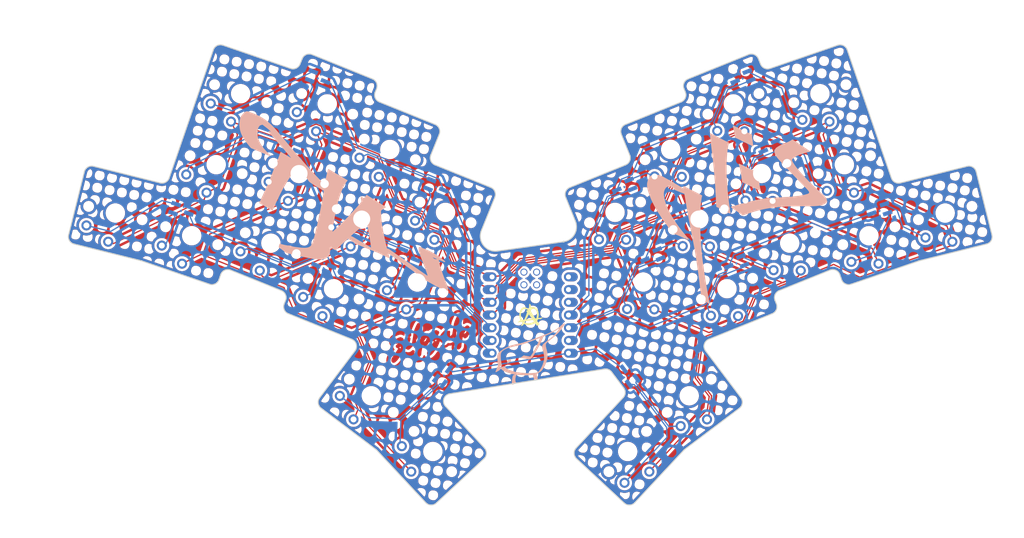
<source format=kicad_pcb>
(kicad_pcb (version 20221018) (generator pcbnew)
  (title_block (title "ilo") (rev "v1.0.0") (company "Unknown"))
  (layers (0 "F.Cu" signal) (31 "B.Cu" signal) (34 "B.Paste" user) (35 "F.Paste" user) (36 "B.SilkS" user "B.Silkscreen") (37 "F.SilkS" user "F.Silkscreen") (38 "B.Mask" user) (39 "F.Mask" user) (44 "Edge.Cuts" user))
  (net 0 "")
  (net 1 "r3")
  (net 2 "c1")
  (net 3 "c2")
  (net 4 "r2")
  (net 5 "r1")
  (net 6 "c3")
  (net 7 "c4")
  (net 8 "r5")
  (net 9 "r6")
  (net 10 "r7")
  (net 11 "r4")
  (net 12 "Net-(D01-A1)")
  (net 13 "Net-(D01-A2)")
  (net 14 "Net-(D02-A1)")
  (net 15 "Net-(D02-A2)")
  (net 16 "Net-(D03-A1)")
  (net 17 "Net-(D03-A2)")
  (net 18 "Net-(D04-A1)")
  (net 19 "Net-(D04-A2)")
  (net 20 "Net-(D05-A1)")
  (net 21 "Net-(D05-A2)")
  (net 22 "Net-(D06-A1)")
  (net 23 "Net-(D06-A2)")
  (net 24 "Net-(D07-A1)")
  (net 25 "Net-(D07-A2)")
  (net 26 "Net-(D08-A1)")
  (net 27 "Net-(D08-A2)")
  (net 28 "Net-(D09-A1)")
  (net 29 "Net-(D09-A2)")
  (net 30 "Net-(D10-A1)")
  (net 31 "Net-(D10-A2)")
  (net 32 "Net-(D11-A1)")
  (net 33 "Net-(D11-A2)")
  (net 34 "Net-(D12-A1)")
  (net 35 "Net-(D12-A2)")
  (net 36 "Net-(D13-A1)")
  (net 37 "Net-(D13-A2)")
  (net 38 "Net-(D14-A1)")
  (net 39 "Net-(D14-A2)")
  (net 41 "gnd")
  (footprint "BeiBob:SW_Kailh-PG1350-1u-NoLED" (layer "F.Cu") (at 164.507507 130.453495 -22)
    (fp_text reference "SW2")
    (fp_text value "SW_Push" hide)
  )
  (footprint "BeiBob:SW_Kailh-PG1350-1u-NoLED" (layer "F.Cu") (at 224.45954 199.874176 47)
    (fp_text reference "SW15")
    (fp_text value "SW_Push" hide)
  )
  (footprint "BeiBob:SW_Kailh-PG1350-1u-NoLED" (layer "F.Cu") (at 227.556446 166.03027 22)
    (fp_text reference "SW21")
    (fp_text value "SW_Push" hide)
  )
  (footprint "BeiBob:SW_Kailh-PG1350-1u-NoLED" (layer "F.Cu") (at 287.800302 152.252952 14)
    (fp_text reference "SW20")
    (fp_text value "SW_Push" hide)
  )
  (footprint "BeiBob:SW_Kailh-PG1350-1u-NoLED" (layer "F.Cu") (at 142.356872 142.601732 -19)
    (fp_text reference "SW5")
    (fp_text value "SW_Push" hide)
  )
  (footprint "BeiBob:SW_Kailh-PG1350-1u-NoLED" (layer "F.Cu") (at 165.772295 167.365048 -22)
    (fp_text reference "SW12")
    (fp_text value "SW_Push" hide)
  )
  (footprint "BeiBob:SW_Kailh-PG1350-1u-NoLED" (layer "F.Cu") (at 256.776732 158.26901 22)
    (fp_text reference "SW18")
    (fp_text value "SW_Push" hide)
  )
  (footprint "BeiBob:SW_Kailh-PG1350-1u-NoLED" (layer "F.Cu") (at 147.240384 128.418951 -19)
    (fp_text reference "SW1")
    (fp_text value "SW_Push" hide)
  )
  (footprint "BeiBob:SW_Kailh-PG1350-1u-NoLED" (layer "F.Cu") (at 177.010489 139.549534 -22)
    (fp_text reference "SW3")
    (fp_text value "SW_Push" hide)
  )
  (footprint "BeiBob:SW_Kailh-PG1350-1u-NoLED" (layer "F.Cu") (at 233.035554 139.549534 22)
    (fp_text reference "SW26")
    (fp_text value "SW_Push" hide)
  )
  (footprint "BeiBob:SW_Kailh-PG1350-1u-NoLED" (layer "F.Cu") (at 267.689181 142.60173 19)
    (fp_text reference "SW24")
    (fp_text value "SW_Push" hide)
  )
  (footprint "BeiBob:SW_Kailh-PG1350-1u-NoLED" (layer "F.Cu") (at 262.805658 128.418945 19)
    (fp_text reference "SW28")
    (fp_text value "SW_Push" hide)
  )
  (footprint "BeiBob:SW_Kailh-PG1350-1u-NoLED" (layer "F.Cu") (at 185.586506 199.874175 -47)
    (fp_text reference "SW14")
    (fp_text value "SW_Push" hide)
  )
  (footprint "BeiBob:SW_Kailh-PG1350-1u-NoLED" (layer "F.Cu") (at 173.311737 188.746276 -37)
    (fp_text reference "SW13")
    (fp_text value "SW_Push" hide)
  )
  (footprint "BeiBob:SW_Kailh-PG1350-1u-NoLED" (layer "F.Cu") (at 251.157633 144.361252 22)
    (fp_text reference "SW23")
    (fp_text value "SW_Push" hide)
  )
  (footprint "BeiBob:SW_Kailh-PG1350-1u-NoLED" (layer "F.Cu") (at 122.245743 152.252954 -14)
    (fp_text reference "SW9")
    (fp_text value "SW_Push" hide)
  )
  (footprint "BeiBob:SW_Kailh-PG1350-1u-NoLED" (layer "F.Cu") (at 238.654651 153.457294 22)
    (fp_text reference "SW22")
    (fp_text value "SW_Push" hide)
  )
  (footprint "BeiBob:SW_Kailh-PG1350-1u-NoLED" (layer "F.Cu") (at 188.1087 152.122514 -22)
    (fp_text reference "SW4")
    (fp_text value "SW_Push" hide)
  )
  (footprint "BeiBob:SW_Kailh-PG1350-1u-NoLED" (layer "F.Cu") (at 153.26931 158.269009 -22)
    (fp_text reference "SW11")
    (fp_text value "SW_Push" hide)
  )
  (footprint "BeiBob:SW_Kailh-PG1350-1u-NoLED" (layer "F.Cu") (at 244.273756 167.365052 22)
    (fp_text reference "SW17")
    (fp_text value "SW_Push" hide)
  )
  (footprint "BeiBob:SW_Kailh-PG1350-1u-NoLED" (layer "F.Cu") (at 272.572706 156.784509 19)
    (fp_text reference "SW19")
    (fp_text value "SW_Push" hide)
  )
  (footprint "BeiBob:SW_Kailh-PG1350-1u-NoLED" (layer "F.Cu") (at 171.391392 153.457296 -22)
    (fp_text reference "SW7")
    (fp_text value "SW_Push" hide)
  )
  (footprint "BeiBob:SW_Kailh-PG1350-1u-NoLED" (layer "F.Cu") (at 137.473349 156.784509 -19)
    (fp_text reference "SW10")
    (fp_text value "SW_Push" hide)
  )
  (footprint "BeiBob:SW_Kailh-PG1350-1u-NoLED" (layer "F.Cu") (at 182.489598 166.030271 -22)
    (fp_text reference "SW8")
    (fp_text value "SW_Push" hide)
  )
  (footprint "BeiBob:SW_Kailh-PG1350-1u-NoLED" (layer "F.Cu") (at 158.888414 144.361256 -22)
    (fp_text reference "SW6")
    (fp_text value "SW_Push" hide)
  )
  (footprint "BeiBob:SW_Kailh-PG1350-1u-NoLED" (layer "F.Cu") (at 236.734303 188.746275 37)
    (fp_text reference "SW16")
    (fp_text value "SW_Push" hide)
  )
  (footprint "BeiBob:SW_Kailh-PG1350-1u-NoLED" (layer "F.Cu") (at 221.937346 152.122512 22)
    (fp_text reference "SW25")
    (fp_text value "SW_Push" hide)
  )
  (footprint "BeiBob:SW_Kailh-PG1350-1u-NoLED" (layer "F.Cu") (at 245.538533 130.453493 22)
    (fp_text reference "SW27")
    (fp_text value "SW_Push" hide)
  )
  (footprint "Kleeb MCU:xiao-tht" (layer "F.Cu") (at 205.023019 172.622512)
    (fp_text reference "U1" hide)
    (fp_text value "xiao" hide)
  )
  (footprint "BeiBob:SOT-23_Handsoldering" (layer "B.Cu") (at 223.684067 147.102658 -158)
    (fp_text reference "D13" hide)
    (fp_text value "BAV70_Small")
  )
  (footprint "BeiBob:SOT-23_Handsoldering" (layer "B.Cu") (at 274.579747 151.862946 -161)
    (fp_text reference "D10" hide)
    (fp_text value "BAV70_Small")
  )
  (footprint "BeiBob:SOT-23_Handsoldering" (layer "B.Cu") (at 224.578458 184.622372 127)
    (fp_text reference "D08" hide)
    (fp_text value "BAV70_Small")
  )
  (footprint "BeiBob:SOT-23_Handsoldering" (layer "B.Cu") (at 162.760794 125.433638 -22)
    (fp_text reference "D01" hide)
    (fp_text value "BAV70_Small")
  )
  (footprint "BeiBob:SOT-23_Handsoldering" (layer "B.Cu") (at 157.14169 139.341397 -22)
    (fp_text reference "D03" hide)
    (fp_text value "BAV70_Small")
  )
  (footprint "BeiBob:SOT-23_Handsoldering" (layer "B.Cu") (at 247.285252 125.433638 -158)
    (fp_text reference "D14" hide)
    (fp_text value "BAV70_Small")
  )
  (footprint "BeiBob:SOT-23_Handsoldering" (layer "B.Cu") (at 229.303164 161.010416 -158)
    (fp_text reference "D11" hide)
    (fp_text value "BAV70_Small")
  )
  (footprint "BeiBob:SOT-23_Handsoldering" (layer "B.Cu") (at 187.912831 184.622657 53)
    (fp_text reference "D07" hide)
    (fp_text value "BAV70_Small")
  )
  (footprint "BeiBob:SOT-23_Handsoldering" (layer "B.Cu") (at 164.025571 162.345185 -22)
    (fp_text reference "D06" hide)
    (fp_text value "BAV70_Small")
  )
  (footprint "BeiBob:SOT-23_Handsoldering" (layer "B.Cu") (at 252.90436 139.341394 -158)
    (fp_text reference "D12" hide)
    (fp_text value "BAV70_Small")
  )
  (footprint "BeiBob:SOT-23_Handsoldering" (layer "B.Cu") (at 186.361988 147.102658 -22)
    (fp_text reference "D02" hide)
    (fp_text value "BAV70_Small")
  )
  (footprint "BeiBob:SOT-23_Handsoldering" (layer "B.Cu") (at 180.742886 161.010416 -22)
    (fp_text reference "D04" hide)
    (fp_text value "BAV70_Small")
  )
  (footprint "BeiBob:SOT-23_Handsoldering" (layer "B.Cu") (at 246.020468 162.345193 -158)
    (fp_text reference "D09" hide)
    (fp_text value "BAV70_Small")
  )
  (footprint "BeiBob:SOT-23_Handsoldering" (layer "B.Cu") (at 135.466304 151.862946 -19)
    (fp_text reference "D05" hide)
    (fp_text value "BAV70_Small")
  )
  (gr_poly (pts (xy 180.811471 177.188503) (xy 180.818082 177.189074) (xy 180.824526 177.189957) (xy 180.83079 177.191155) (xy 180.836894 177.192652) (xy 180.84282 177.194467) (xy 180.848585 177.196587) (xy 180.854175 177.199019) (xy 180.859598 177.201763) (xy 180.864852 177.204809) (xy 180.869931 177.208169) (xy 180.874847 177.211833) (xy 180.884443 177.218756) (xy 180.894223 177.225644) (xy 180.904177 177.232494) (xy 180.914315 177.239305) (xy 180.924628 177.246085) (xy 180.935121 177.252833) (xy 180.945786 177.25954) (xy 180.956639 177.26621) (xy 180.955856 177.307764) (xy 180.954323 177.34698) (xy 180.952054 177.383867) (xy 180.949049 177.418419) (xy 180.945299 177.450626) (xy 180.940808 177.480512) (xy 180.93558 177.508055) (xy 180.929613 177.533268) (xy 180.916506 177.582) (xy 180.90254 177.631985) (xy 180.887719 177.683258) (xy 180.872042 177.735799) (xy 180.867193 177.748703) (xy 180.86243 177.761962) (xy 180.857723 177.775573) (xy 180.853086 177.789543) (xy 180.848523 177.80386) (xy 180.844028 177.818536) (xy 180.839598 177.833564) (xy 180.835251 177.848942) (xy 180.804153 177.960959) (xy 180.800023 177.977716) (xy 180.795715 177.994054) (xy 180.791236 178.009966) (xy 180.786583 178.025456) (xy 180.78175 178.040516) (xy 180.776736 178.055149) (xy 180.771553 178.069366) (xy 180.766191 178.083156) (xy 180.760038 178.099028) (xy 180.754493 178.114689) (xy 180.749551 178.130142) (xy 180.745214 178.145378) (xy 180.741487 178.16041) (xy 180.738359 178.175223) (xy 180.735844 178.189828) (xy 180.733922 178.204221) (xy 180.718943 178.263057) (xy 180.714124 178.280733) (xy 180.710021 178.296435) (xy 180.706634 178.310153) (xy 180.703959 178.321895) (xy 180.70347 178.327134) (xy 180.702896 178.332395) (xy 180.702233 178.337674) (xy 180.701473 178.342968) (xy 180.70063 178.348282) (xy 180.699704 178.353615) (xy 180.698681 178.358961) (xy 180.697569 178.364323) (xy 180.697254 178.366582) (xy 180.696892 178.368829) (xy 180.696471 178.371055) (xy 180.696007 178.37327) (xy 180.695488 178.37547) (xy 180.694929 178.377666) (xy 180.694322 178.379844) (xy 180.693661 178.382006) (xy 180.692954 178.384154) (xy 180.692201 178.386291) (xy 180.691395 178.388417) (xy 180.690537 178.390526) (xy 180.689639 178.392619) (xy 180.688688 178.394707) (xy 180.687687 178.396777) (xy 180.686639 178.398834) (xy 180.684543 178.402968) (xy 180.682557 178.407181) (xy 180.680674 178.411452) (xy 180.678896 178.415803) (xy 180.677232 178.420224) (xy 180.675671 178.424716) (xy 180.674222 178.429277) (xy 180.672878 178.433905) (xy 180.661381 178.465586) (xy 180.640651 178.540267) (xy 180.638166 178.549664) (xy 180.635896 178.559219) (xy 180.633833 178.5689) (xy 180.63199 178.578735) (xy 180.630355 178.588707) (xy 180.628938 178.59882) (xy 180.627735 178.609074) (xy 180.626736 178.619473) (xy 180.619559 178.650479) (xy 180.614179 178.675621) (xy 180.612161 178.685992) (xy 180.610598 178.694893) (xy 180.609477 178.702327) (xy 180.608807 178.708295) (xy 180.608385 178.709894) (xy 180.607983 178.711584) (xy 180.607596 178.713359) (xy 180.607222 178.715223) (xy 180.606871 178.717179) (xy 180.606529 178.719221) (xy 180.606213 178.721348) (xy 180.605906 178.723568) (xy 180.602455 178.736017) (xy 180.602439 178.751828) (xy 180.601926 178.766995) (xy 180.600919 178.781529) (xy 180.599421 178.795424) (xy 180.597423 178.808689) (xy 180.594926 178.821312) (xy 180.593493 178.827389) (xy 180.591939 178.833295) (xy 180.590259 178.839053) (xy 180.588445 178.844649) (xy 180.586805 178.850028) (xy 180.586155 178.852613) (xy 180.585619 178.855132) (xy 180.585192 178.857584) (xy 180.58489 178.859964) (xy 180.584694 178.862277) (xy 180.584612 178.86452) (xy 180.584638 178.8667) (xy 180.584785 178.868805) (xy 180.585047 178.870847) (xy 180.585416 178.872814) (xy 180.585907 178.874719) (xy 180.586509 178.876553) (xy 180.587223 178.878315) (xy 180.588052 178.880017) (xy 180.588987 178.88164) (xy 180.590045 178.883198) (xy 180.59121 178.884695) (xy 180.592495 178.886117) (xy 180.593895 178.88747) (xy 180.595403 178.88876) (xy 180.597029 178.889977) (xy 180.598761 178.891121) (xy 180.600617 178.892202) (xy 180.602578 178.893217) (xy 180.604654 178.894162) (xy 180.606849 178.895034) (xy 180.609152 178.895845) (xy 180.611566 178.896582) (xy 180.616748 178.897852) (xy 180.616742 178.897858) (xy 180.647452 178.903536) (xy 180.653412 178.899529) (xy 180.659596 178.895711) (xy 180.665992 178.892074) (xy 180.672622 178.888629) (xy 180.679467 178.88537) (xy 180.686538 178.882286) (xy 180.693828 178.8794) (xy 180.701338 178.876691) (xy 180.709066 178.874177) (xy 180.717027 178.871844) (xy 180.725195 178.869695) (xy 180.733593 178.867732) (xy 180.742211 178.865959) (xy 180.751054 178.864368) (xy 180.76012 178.862959) (xy 180.7694 178.861742) (xy 180.778994 178.860444) (xy 180.788274 178.858928) (xy 180.797222 178.857203) (xy 180.805863 178.855267) (xy 180.814173 178.85311) (xy 180.822164 178.850745) (xy 180.829839 178.848174) (xy 180.837203 178.845384) (xy 180.844233 178.842384) (xy 180.850955 178.839161) (xy 180.857347 178.835736) (xy 180.863423 178.832102) (xy 180.869179 178.828252) (xy 180.874618 178.824187) (xy 180.879742 178.819915) (xy 180.884539 178.815426) (xy 180.895606 178.802202) (xy 180.900447 178.796284) (xy 180.904822 178.790826) (xy 180.908735 178.78582) (xy 180.912188 178.781278) (xy 180.915169 178.777199) (xy 180.917691 178.773574) (xy 180.919451 178.771114) (xy 180.921284 178.768817) (xy 180.923197 178.766695) (xy 180.924193 178.765698) (xy 180.925194 178.764739) (xy 180.92622 178.763823) (xy 180.927273 178.762951) (xy 180.928332 178.762123) (xy 180.929424 178.761327) (xy 180.930527 178.760583) (xy 180.931652 178.759879) (xy 180.932799 178.759212) (xy 180.933961 178.75859) (xy 180.935152 178.758008) (xy 180.936363 178.757473) (xy 180.937584 178.756982) (xy 180.938831 178.756527) (xy 180.94009 178.75611) (xy 180.941383 178.755741) (xy 180.942685 178.755413) (xy 180.944011 178.755135) (xy 180.945359 178.754892) (xy 180.94672 178.75469) (xy 180.948107 178.75453) (xy 180.949508 178.754407) (xy 180.95238 178.754304) (xy 180.955326 178.754361) (xy 180.975982 178.741451) (xy 180.995748 178.728711) (xy 181.014627 178.716154) (xy 181.032616 178.703766) (xy 181.049717 178.691559) (xy 181.065927 178.67953) (xy 181.081251 178.667679) (xy 181.095683 178.656001) (xy 181.110509 178.644519) (xy 181.125629 178.633529) (xy 181.141029 178.623032) (xy 181.156718 178.61303) (xy 181.17269 178.603536) (xy 181.18894 178.594528) (xy 181.205475 178.586011) (xy 181.222297 178.578004) (xy 181.227519 178.574691) (xy 181.23262 178.571269) (xy 181.237607 178.567731) (xy 181.242485 178.564081) (xy 181.247233 178.560319) (xy 181.251883 178.556424) (xy 181.256407 178.552427) (xy 181.260819 178.548321) (xy 181.265109 178.544088) (xy 181.269295 178.539753) (xy 181.273358 178.535293) (xy 181.277305 178.530719) (xy 181.28114 178.526033) (xy 181.28486 178.521229) (xy 181.288462 178.516313) (xy 181.29195 178.511277) (xy 181.305466 178.503701) (xy 181.318645 178.495929) (xy 181.331489 178.487977) (xy 181.343994 178.479836) (xy 181.356162 178.471512) (xy 181.367989 178.463) (xy 181.379481 178.454305) (xy 181.390634 178.445422) (xy 181.401456 178.436356) (xy 181.411933 178.427104) (xy 181.422083 178.417659) (xy 181.431887 178.408037) (xy 181.441356 178.398222) (xy 181.450492 178.388226) (xy 181.459281 178.378043) (xy 181.467738 178.367671) (xy 181.503095 178.324835) (xy 181.540021 178.280582) (xy 181.578519 178.234918) (xy 181.618592 178.187837) (xy 181.652514 178.158334) (xy 181.683517 178.130876) (xy 181.711595 178.10547) (xy 181.736754 178.08211) (xy 181.748674 178.070646) (xy 181.760767 178.058611) (xy 181.773019 178.045983) (xy 181.785442 178.032774) (xy 181.798016 178.018977) (xy 181.810753 178.004604) (xy 181.82366 177.989644) (xy 181.836714 177.974102) (xy 181.837752 177.969934) (xy 181.838846 177.965914) (xy 181.839982 177.962047) (xy 181.841173 177.958325) (xy 181.842423 177.954766) (xy 181.843726 177.951346) (xy 181.845073 177.948081) (xy 181.846486 177.944966) (xy 181.847943 177.942) (xy 181.849454 177.939186) (xy 181.851016 177.936524) (xy 181.852633 177.934002) (xy 181.854307 177.931642) (xy 181.856029 177.92943) (xy 181.857802 177.927369) (xy 181.859635 177.925457) (xy 181.8612 177.923962) (xy 181.862756 177.92231) (xy 181.864305 177.920498) (xy 181.865844 177.918526) (xy 181.867383 177.9164) (xy 181.868897 177.914108) (xy 181.870415 177.911662) (xy 181.871924 177.909056) (xy 181.873428 177.90629) (xy 181.874908 177.903358) (xy 181.876394 177.900278) (xy 181.877869 177.897035) (xy 181.87934 177.893634) (xy 181.880792 177.890069) (xy 181.882244 177.886348) (xy 181.883683 177.882467) (xy 181.896199 177.880312) (xy 181.908135 177.878914) (xy 181.919475 177.878276) (xy 181.930228 177.878398) (xy 181.940397 177.879282) (xy 181.949965 177.880921) (xy 181.958954 177.883324) (xy 181.963219 177.884807) (xy 181.967347 177.886485) (xy 181.971321 177.888351) (xy 181.975149 177.89041) (xy 181.978839 177.892656) (xy 181.982365 177.895088) (xy 181.985757 177.897712) (xy 181.988996 177.900534) (xy 181.992083 177.903537) (xy 181.995032 177.90673) (xy 181.997832 177.910119) (xy 182.000476 177.913694) (xy 182.00298 177.917462) (xy 182.005334 177.921414) (xy 182.009604 177.929899) (xy 182.013287 177.939138) (xy 182.011173 177.947555) (xy 182.008864 177.955817) (xy 182.006366 177.963941) (xy 182.003682 177.971911) (xy 182.0008 177.979743) (xy 181.997739 177.98743) (xy 181.994476 177.994963) (xy 181.991028 178.002359) (xy 181.987383 178.009603) (xy 181.98355 178.016704) (xy 181.979538 178.023658) (xy 181.975319 178.030463) (xy 181.970912 178.037125) (xy 181.966317 178.043637) (xy 181.96153 178.050009) (xy 181.956562 178.056228) (xy 181.946087 178.069422) (xy 181.936082 178.082703) (xy 181.926569 178.096069) (xy 181.91753 178.10953) (xy 181.908976 178.123079) (xy 181.900906 178.136715) (xy 181.893308 178.150442) (xy 181.886194 178.16426) (xy 181.876456 178.173446) (xy 181.867214 178.182353) (xy 181.858467 178.190976) (xy 181.850225 178.199316) (xy 181.842475 178.207371) (xy 181.835224 178.215145) (xy 181.828469 178.222639) (xy 181.822225 178.229853) (xy 181.81924 178.233472) (xy 181.816289 178.237272) (xy 181.813383 178.241253) (xy 181.810505 178.2454) (xy 181.807661 178.249737) (xy 181.804853 178.254242) (xy 181.802088 178.25893) (xy 181.799345 178.263785) (xy 181.796641 178.268827) (xy 181.793978 178.274037) (xy 181.791341 178.279429) (xy 181.788749 178.285003) (xy 181.786185 178.290749) (xy 181.783651 178.296667) (xy 181.781166 178.302765) (xy 181.778706 178.309041) (xy 181.778509 178.309106) (xy 181.77826 178.309234) (xy 181.777961 178.309415) (xy 181.777625 178.309664) (xy 181.776818 178.310343) (xy 181.775813 178.311267) (xy 181.774635 178.312433) (xy 181.773271 178.31384) (xy 181.771725 178.315489) (xy 181.769995 178.31738) (xy 181.768081 178.319512) (xy 181.765988 178.321893) (xy 181.76125 178.327385) (xy 181.755779 178.33384) (xy 181.749579 178.341271) (xy 181.743992 178.348583) (xy 181.738957 178.354951) (xy 181.734492 178.360383) (xy 181.730569 178.364883) (xy 181.7272 178.368444) (xy 181.725729 178.369874) (xy 181.724395 178.371071) (xy 181.723198 178.372029) (xy 181.72214 178.372755) (xy 181.721217 178.373245) (xy 181.720432 178.373505) (xy 181.711925 178.388473) (xy 181.703872 178.401962) (xy 181.696259 178.413989) (xy 181.689106 178.424553) (xy 181.682396 178.433642) (xy 181.679213 178.437643) (xy 181.67614 178.441274) (xy 181.673171 178.44453) (xy 181.670331 178.447434) (xy 181.667593 178.449962) (xy 181.66496 178.452123) (xy 181.662287 178.454272) (xy 181.659408 178.456758) (xy 181.656311 178.459588) (xy 181.653012 178.462756) (xy 181.649495 178.466271) (xy 181.645771 178.470119) (xy 181.64184 178.474313) (xy 181.637702 178.478837) (xy 181.62878 178.488922) (xy 181.619024 178.500358) (xy 181.608423 178.513168) (xy 181.596992 178.527327) (xy 181.59378 178.535961) (xy 181.590306 178.544461) (xy 181.586576 178.552832) (xy 181.58258 178.561057) (xy 181.578334 178.569157) (xy 181.573835 178.577125) (xy 181.569066 178.584964) (xy 181.564052 178.592663) (xy 181.55878 178.600232) (xy 181.553249 178.607669) (xy 181.547451 178.614968) (xy 181.541403 178.622141) (xy 181.535099 178.629183) (xy 181.528537 178.636084) (xy 181.521712 178.642856) (xy 181.514631 178.649497) (xy 181.489428 178.684032) (xy 181.463547 178.717504) (xy 181.436994 178.749913) (xy 181.409764 178.781261) (xy 181.381862 178.81155) (xy 181.353292 178.840782) (xy 181.324048 178.868948) (xy 181.294128 178.896054) (xy 181.278437 178.909501) (xy 181.263024 178.922983) (xy 181.247896 178.936497) (xy 181.233049 178.950049) (xy 181.218494 178.963639) (xy 181.204218 178.97726) (xy 181.190226 178.990914) (xy 181.176522 179.00461) (xy 181.149472 179.030552) (xy 181.123133 179.05635) (xy 181.097509 179.082003) (xy 181.0726 179.107522) (xy 181.066577 179.113079) (xy 181.061067 179.118444) (xy 181.058511 179.121054) (xy 181.056077 179.123612) (xy 181.053782 179.126124) (xy 181.051603 179.128586) (xy 181.049562 179.130998) (xy 181.047643 179.133367) (xy 181.045865 179.135691) (xy 181.044209 179.137957) (xy 181.04268 179.140173) (xy 181.041286 179.142349) (xy 181.040025 179.144465) (xy 181.038876 179.146543) (xy 181.037746 179.148641) (xy 181.036486 179.150835) (xy 181.035115 179.153112) (xy 181.03362 179.155495) (xy 181.03027 179.16052) (xy 181.026437 179.16592) (xy 181.022126 179.17169) (xy 181.01733 179.177831) (xy 181.012047 179.184343) (xy 181.006289 179.191226) (xy 181.003165 179.194781) (xy 180.999798 179.198388) (xy 180.996195 179.202046) (xy 180.99233 179.205748) (xy 180.988232 179.209502) (xy 180.983883 179.213304) (xy 180.979293 179.217146) (xy 180.974456 179.221051) (xy 180.969384 179.225) (xy 180.964055 179.228993) (xy 180.958487 179.233039) (xy 180.952672 179.237125) (xy 180.94661 179.241266) (xy 180.940308 179.245458) (xy 180.933759 179.249693) (xy 180.926969 179.253976) (xy 180.874918 179.286337) (xy 180.82943 179.314463) (xy 180.821431 179.321737) (xy 180.813727 179.328595) (xy 180.806302 179.335022) (xy 180.799172 179.341033) (xy 180.792317 179.346619) (xy 180.785758 179.351777) (xy 180.779482 179.35651) (xy 180.773496 179.360821) (xy 180.757814 179.364454) (xy 180.742549 179.367591) (xy 180.727698 179.370232) (xy 180.713253 179.372381) (xy 180.699226 179.374029) (xy 180.685602 179.375192) (xy 180.672397 179.375857) (xy 180.659598 179.376022) (xy 180.647212 179.375694) (xy 180.635229 179.374873) (xy 180.623662 179.373558) (xy 180.612504 179.371748) (xy 180.601762 179.369441) (xy 180.591426 179.366636) (xy 180.581499 179.363345) (xy 180.571986 179.359544) (xy 180.499477 179.337155) (xy 180.470264 179.327867) (xy 180.445747 179.319856) (xy 180.440219 179.3179) (xy 180.434743 179.315694) (xy 180.429316 179.313255) (xy 180.423927 179.310578) (xy 180.418584 179.307663) (xy 180.413289 179.304506) (xy 180.408035 179.301113) (xy 180.402834 179.297479) (xy 180.397671 179.29361) (xy 180.39256 179.289495) (xy 180.387489 179.28515) (xy 180.382469 179.280561) (xy 180.377487 179.275736) (xy 180.372549 179.270671) (xy 180.367662 179.265362) (xy 180.362818 179.259819) (xy 180.354037 179.25734) (xy 180.345619 179.254452) (xy 180.337555 179.251146) (xy 180.329849 179.247425) (xy 180.322491 179.243286) (xy 180.315499 179.238732) (xy 180.308864 179.23376) (xy 180.302581 179.22838) (xy 180.296659 179.222584) (xy 180.291098 179.216372) (xy 180.285886 179.209733) (xy 180.281033 179.202693) (xy 180.276539 179.195228) (xy 180.272401 179.187355) (xy 180.268617 179.179065) (xy 180.265192 179.17036) (xy 180.261773 179.16079) (xy 180.25828 179.151325) (xy 180.254717 179.141975) (xy 180.251083 179.132719) (xy 180.247375 179.123576) (xy 180.243597 179.114534) (xy 180.239751 179.105603) (xy 180.235835 179.096777) (xy 180.204188 179.026589) (xy 180.198427 179.012477) (xy 180.192456 178.997304) (xy 180.186286 178.981065) (xy 180.179902 178.963768) (xy 180.176822 178.954778) (xy 180.174087 178.945626) (xy 180.17169 178.936313) (xy 180.169623 178.926839) (xy 180.167898 178.917212) (xy 180.166521 178.907425) (xy 180.16547 178.897478) (xy 180.164772 178.887373) (xy 180.164919 178.870392) (xy 180.16469 178.853386) (xy 180.164096 178.836372) (xy 180.16313 178.819329) (xy 180.161783 178.802273) (xy 180.160068 178.785199) (xy 180.157982 178.768108) (xy 180.155527 178.750999) (xy 180.154431 178.743139) (xy 180.153524 178.73527) (xy 180.152793 178.727381) (xy 180.152245 178.719488) (xy 180.15188 178.711576) (xy 180.151707 178.703652) (xy 180.151705 178.695714) (xy 180.151881 178.687766) (xy 180.152251 178.679801) (xy 180.152797 178.671826) (xy 180.153533 178.663832) (xy 180.154438 178.655834) (xy 180.155532 178.647818) (xy 180.156812 178.639783) (xy 180.158272 178.631745) (xy 180.159909 178.623692) (xy 180.16163 178.615955) (xy 180.163172 178.608159) (xy 180.164541 178.600303) (xy 180.165743 178.592393) (xy 180.166772 178.584425) (xy 180.16762 178.576404) (xy 180.1683 178.568314) (xy 180.168801 178.560176) (xy 180.169136 178.551981) (xy 180.169292 178.543726) (xy 180.169269 178.535408) (xy 180.169086 178.527045) (xy 180.168724 178.518616) (xy 180.168186 178.510132) (xy 180.166596 178.492989) (xy 180.165002 178.475842) (xy 180.164105 178.458921) (xy 180.163904 178.442244) (xy 180.164389 178.425789) (xy 180.165574 178.40957) (xy 180.167447 178.393572) (xy 180.16865 178.385668) (xy 180.170014 178.377816) (xy 180.171559 178.370019) (xy 180.173279 178.362279) (xy 180.179222 178.347226) (xy 180.184146 178.334027) (xy 180.188049 178.322688) (xy 180.190934 178.313208) (xy 180.191992 178.309159) (xy 180.192796 178.305578) (xy 180.193349 178.302461) (xy 180.193646 178.299807) (xy 180.193689 178.297618) (xy 180.193475 178.295889) (xy 180.193002 178.294622) (xy 180.192285 178.293826) (xy 180.192073 178.293672) (xy 180.191881 178.293489) (xy 180.191701 178.293287) (xy 180.19153 178.293059) (xy 180.19137 178.2928) (xy 180.191224 178.292522) (xy 180.191088 178.292215) (xy 180.190969 178.291882) (xy 180.190862 178.291526) (xy 180.190766 178.291142) (xy 180.19068 178.290727) (xy 180.190606 178.290297) (xy 180.19055 178.289839) (xy 180.190504 178.289354) (xy 180.190443 178.288309) (xy 180.190435 178.287163) (xy 180.190477 178.285912) (xy 180.190577 178.284567) (xy 180.19072 178.283111) (xy 180.190903 178.281553) (xy 180.191144 178.279898) (xy 180.191427 178.278145) (xy 180.19177 178.276286) (xy 180.210677 178.237253) (xy 180.212334 178.23371) (xy 180.21415 178.22958) (xy 180.216136 178.224876) (xy 180.218276 178.219582) (xy 180.220581 178.213698) (xy 180.223048 178.207236) (xy 180.225679 178.200193) (xy 180.228467 178.192571) (xy 180.245829 178.100909) (xy 180.249915 178.087885) (xy 180.254093 178.075388) (xy 180.258389 178.06342) (xy 180.262777 178.051981) (xy 180.267286 178.041073) (xy 180.271888 178.030697) (xy 180.276592 178.02085) (xy 180.281406 178.011531) (xy 180.283731 178.006547) (xy 180.285963 178.00135) (xy 180.288109 177.995943) (xy 180.290159 177.990321) (xy 180.292128 177.984485) (xy 180.294007 177.978441) (xy 180.295796 177.972181) (xy 180.297493 177.965709) (xy 180.299107 177.959029) (xy 180.300636 177.952132) (xy 180.302071 177.945026) (xy 180.303418 177.937703) (xy 180.305855 177.922434) (xy 180.307945 177.906303) (xy 180.309633 177.895952) (xy 180.311517 177.886115) (xy 180.313602 177.876786) (xy 180.31588 177.867974) (xy 180.31835 177.859676) (xy 180.321014 177.85189) (xy 180.323873 177.844608) (xy 180.326926 177.837854) (xy 180.329033 177.833759) (xy 180.33105 177.829681) (xy 180.332972 177.825624) (xy 180.334814 177.821592) (xy 180.33656 177.817563) (xy 180.338215 177.813561) (xy 180.339782 177.809575) (xy 180.341269 177.805606) (xy 180.357324 177.767145) (xy 180.359444 177.759144) (xy 180.361475 177.7507) (xy 180.363416 177.741819) (xy 180.365269 177.732494) (xy 180.367038 177.722723) (xy 180.368716 177.712516) (xy 180.370298 177.701861) (xy 180.371799 177.690761) (xy 180.372724 177.680469) (xy 180.373721 177.670537) (xy 180.374786 177.660954) (xy 180.375919 177.651726) (xy 180.385171 177.608723) (xy 180.387332 177.596534) (xy 180.389761 177.58429) (xy 180.392464 177.571998) (xy 180.395424 177.559645) (xy 180.398657 177.547243) (xy 180.402155 177.534788) (xy 180.405914 177.522282) (xy 180.409949 177.509719) (xy 180.418466 177.484515) (xy 180.427338 177.459233) (xy 180.43656 177.433884) (xy 180.446135 177.408459) (xy 180.449573 177.396384) (xy 180.452979 177.385055) (xy 180.456329 177.374464) (xy 180.459656 177.364611) (xy 180.462944 177.355512) (xy 180.466184 177.347153) (xy 180.469395 177.339536) (xy 180.472558 177.332658) (xy 180.473388 177.33104) (xy 180.474281 177.329442) (xy 180.47526 177.327865) (xy 180.476303 177.326311) (xy 180.477422 177.324777) (xy 180.478614 177.323259) (xy 180.479878 177.321762) (xy 180.48121 177.320288) (xy 180.482632 177.318828) (xy 180.48411 177.317391) (xy 180.485677 177.315977) (xy 180.487305 177.314571) (xy 180.490789 177.311842) (xy 180.49456 177.309184) (xy 180.498624 177.306614) (xy 180.50299 177.304119) (xy 180.507647 177.301702) (xy 180.512592 177.299367) (xy 180.517831 177.297113) (xy 180.523363 177.294941) (xy 180.529195 177.292842) (xy 180.535314 177.290825) (xy 180.538389 177.28954) (xy 180.541486 177.288368) (xy 180.544603 177.287295) (xy 180.547745 177.286347) (xy 180.550906 177.285499) (xy 180.554094 177.284763) (xy 180.557299 177.284141) (xy 180.560527 177.283629) (xy 180.563778 177.283224) (xy 180.567051 177.282937) (xy 180.570344 177.282753) (xy 180.573662 177.28269) (xy 180.576998 177.282728) (xy 180.580361 177.282876) (xy 180.583741 177.283132) (xy 180.587149 177.283501) (xy 180.591237 177.283721) (xy 180.595247 177.283781) (xy 180.59918 177.283704) (xy 180.603047 177.283479) (xy 180.606834 177.283116) (xy 180.610547 177.282595) (xy 180.614184 177.281934) (xy 180.617747 177.281123) (xy 180.621236 177.28017) (xy 180.624652 177.279069) (xy 180.627988 177.277818) (xy 180.631252 177.276431) (xy 180.634437 177.274889) (xy 180.637552 177.273211) (xy 180.640585 177.271371) (xy 180.643545 177.269398) (xy 180.659775 177.257914) (xy 180.674783 177.247773) (xy 180.688582 177.23898) (xy 180.701159 177.231525) (xy 180.712533 177.225413) (xy 180.71776 177.22286) (xy 180.722688 177.220649) (xy 180.727306 177.218764) (xy 180.731624 177.21722) (xy 180.735637 177.216015) (xy 180.739345 177.215137) (xy 180.742823 177.214384) (xy 180.746144 177.213519) (xy 180.749305 177.212546) (xy 180.752315 177.211473) (xy 180.755158 177.210288) (xy 180.757837 177.208997) (xy 180.760356 177.207603) (xy 180.762717 177.206102) (xy 180.76492 177.204491) (xy 180.766965 177.202781) (xy 180.768849 177.200962) (xy 180.770574 177.199035) (xy 180.772139 177.197004) (xy 180.773541 177.194866) (xy 180.774781 177.192622) (xy 180.775868 177.190269) (xy 180.78333 177.189297) (xy 180.790615 177.188636) (xy 180.797737 177.18828) (xy 180.804692 177.188235)) (stroke (width 0.333002)) (fill solid) (layer "F.Cu"))
  (gr_poly (pts (xy 192.447842 174.858438) (xy 192.451046 174.858669) (xy 192.454243 174.859015) (xy 192.457446 174.85947) (xy 192.460645 174.860043) (xy 192.463844 174.860729) (xy 192.467049 174.86153) (xy 192.470248 174.862445) (xy 192.473445 174.86348) (xy 192.47665 174.86463) (xy 192.480605 174.865993) (xy 192.484519 174.867249) (xy 192.488387 174.868403) (xy 192.492214 174.869452) (xy 192.495997 174.870383) (xy 192.499733 174.871222) (xy 192.503432 174.871947) (xy 192.507077 174.872568) (xy 192.510679 174.873082) (xy 192.514244 174.873493) (xy 192.517759 174.873794) (xy 192.52123 174.873996) (xy 192.524663 174.874084) (xy 192.528042 174.87407) (xy 192.531383 174.873943) (xy 192.534675 174.873718) (xy 192.544069 174.879811) (xy 192.553496 174.885617) (xy 192.562952 174.891138) (xy 192.572453 174.896381) (xy 192.581991 174.901335) (xy 192.591572 174.90601) (xy 192.601178 174.910401) (xy 192.610826 174.914511) (xy 192.615255 174.916284) (xy 192.61974 174.918218) (xy 192.624281 174.920285) (xy 192.628867 174.922516) (xy 192.63352 174.924903) (xy 192.638213 174.927417) (xy 192.642967 174.930102) (xy 192.647763 174.932926) (xy 192.652626 174.9359) (xy 192.657535 174.939034) (xy 192.667511 174.945743) (xy 192.677699 174.953054) (xy 192.68811 174.960962) (xy 192.691619 174.963991) (xy 192.695053 174.96712) (xy 192.698432 174.970359) (xy 192.70173 174.973699) (xy 192.704954 174.977149) (xy 192.708112 174.98071) (xy 192.711192 174.984368) (xy 192.714206 174.988137) (xy 192.717147 174.992013) (xy 192.720012 174.995996) (xy 192.722812 175.000081) (xy 192.725536 175.004272) (xy 192.728188 175.008572) (xy 192.730772 175.012972) (xy 192.733282 175.017486) (xy 192.735721 175.022106) (xy 192.754973 175.059466) (xy 192.774221 175.096818) (xy 192.793458 175.134175) (xy 192.796628 175.13869) (xy 192.799874 175.143192) (xy 192.803217 175.14768) (xy 192.806639 175.152149) (xy 192.810157 175.156595) (xy 192.813761 175.161029) (xy 192.81746 175.16544) (xy 192.821241 175.16984) (xy 192.824582 175.173953) (xy 192.827827 175.178094) (xy 192.830941 175.182255) (xy 192.833957 175.186434) (xy 192.836857 175.190636) (xy 192.839642 175.194864) (xy 192.842327 175.199107) (xy 192.844896 175.203386) (xy 192.847352 175.207669) (xy 192.8497 175.211986) (xy 192.851928 175.216325) (xy 192.854051 175.22068) (xy 192.856061 175.225057) (xy 192.857962 175.229458) (xy 192.85975 175.233888) (xy 192.861431 175.238331) (xy 192.862257 175.242949) (xy 192.863036 175.248303) (xy 192.863791 175.254405) (xy 192.864488 175.261249) (xy 192.865169 175.268837) (xy 192.865797 175.277165) (xy 192.866387 175.286234) (xy 192.866944 175.296051) (xy 192.868092 175.314938) (xy 192.868722 175.323268) (xy 192.869392 175.330853) (xy 192.870099 175.337694) (xy 192.870852 175.343799) (xy 192.87163 175.349157) (xy 192.872453 175.353772) (xy 192.873585 175.359247) (xy 192.874734 175.364347) (xy 192.875903 175.369075) (xy 192.877092 175.373434) (xy 192.878292 175.377421) (xy 192.879517 175.381039) (xy 192.880762 175.384281) (xy 192.882024 175.387161) (xy 192.882671 175.388597) (xy 192.88333 175.390213) (xy 192.883999 175.392009) (xy 192.884675 175.393988) (xy 192.88608 175.398488) (xy 192.887531 175.403715) (xy 192.889034 175.409668) (xy 192.890585 175.416345) (xy 192.892201 175.423744) (xy 192.893847 175.431867) (xy 192.894694 175.438823) (xy 192.895282 175.446102) (xy 192.895606 175.453714) (xy 192.895671 175.46165) (xy 192.895484 175.469912) (xy 192.89503 175.4785) (xy 192.894317 175.487415) (xy 192.893348 175.496655) (xy 192.892126 175.506229) (xy 192.890635 175.516121) (xy 192.888897 175.526346) (xy 192.886888 175.5369) (xy 192.884628 175.547773) (xy 192.882104 175.558982) (xy 192.876282 175.582369) (xy 192.835946 175.737384) (xy 192.822119 175.787171) (xy 192.812871 175.830167) (xy 192.789807 175.922945) (xy 192.774519 175.987728) (xy 192.760954 176.046284) (xy 192.735554 176.157158) (xy 192.781223 176.13379) (xy 192.827049 176.111116) (xy 192.873007 176.089153) (xy 192.919114 176.067896) (xy 192.942331 176.057604) (xy 192.965788 176.047627) (xy 192.989499 176.03797) (xy 193.013453 176.02863) (xy 193.037653 176.019613) (xy 193.062102 176.010903) (xy 193.086803 176.002523) (xy 193.111756 175.994467) (xy 193.134277 175.988164) (xy 193.156837 175.981131) (xy 193.179433 175.973347) (xy 193.202069 175.964816) (xy 193.224745 175.955551) (xy 193.24745 175.945545) (xy 193.270206 175.934791) (xy 193.292989 175.92329) (xy 193.367689 175.882039) (xy 193.37692 175.877272) (xy 193.385795 175.872571) (xy 193.394317 175.867941) (xy 193.402469 175.863386) (xy 193.406997 175.860333) (xy 193.411455 175.857382) (xy 193.415837 175.854535) (xy 193.420152 175.851801) (xy 193.424394 175.849171) (xy 193.428565 175.846648) (xy 193.432664 175.844224) (xy 193.436695 175.841908) (xy 193.455373 175.832511) (xy 193.473756 175.823546) (xy 193.491856 175.814998) (xy 193.509668 175.806871) (xy 193.526847 175.799246) (xy 193.543012 175.792184) (xy 193.558193 175.785689) (xy 193.572375 175.779752) (xy 193.584591 175.785655) (xy 193.595108 175.790877) (xy 193.603916 175.795429) (xy 193.611017 175.799307) (xy 193.616415 175.80251) (xy 193.620108 175.80504) (xy 193.621316 175.806053) (xy 193.622094 175.806898) (xy 193.622443 175.807576) (xy 193.622462 175.80785) (xy 193.622378 175.808087) (xy 193.622244 175.808303) (xy 193.622147 175.808532) (xy 193.622081 175.80877) (xy 193.622046 175.809019) (xy 193.622041 175.80928) (xy 193.622067 175.809557) (xy 193.622127 175.809841) (xy 193.622223 175.810138) (xy 193.622346 175.81044) (xy 193.622491 175.810761) (xy 193.622674 175.811085) (xy 193.622892 175.811424) (xy 193.623139 175.811774) (xy 193.623415 175.812137) (xy 193.623726 175.81251) (xy 193.624063 175.812896) (xy 193.624432 175.813287) (xy 193.624836 175.813695) (xy 193.625261 175.81411) (xy 193.625734 175.81454) (xy 193.626755 175.815434) (xy 193.627894 175.816361) (xy 193.629169 175.817342) (xy 193.63056 175.818364) (xy 193.632078 175.819434) (xy 193.633722 175.820536) (xy 193.603841 175.908792) (xy 193.601368 175.911439) (xy 193.598808 175.914011) (xy 193.596179 175.916512) (xy 193.59345 175.918936) (xy 193.590643 175.921279) (xy 193.587753 175.923551) (xy 193.584775 175.92575) (xy 193.581718 175.927876) (xy 193.57857 175.929913) (xy 193.575345 175.931886) (xy 193.572035 175.933784) (xy 193.568634 175.935609) (xy 193.565164 175.937352) (xy 193.561589 175.939021) (xy 193.55794 175.940616) (xy 193.55421 175.942136) (xy 193.550719 175.943247) (xy 193.547219 175.944437) (xy 193.543724 175.94573) (xy 193.540213 175.947119) (xy 193.536701 175.948598) (xy 193.533185 175.950158) (xy 193.529663 175.951826) (xy 193.526141 175.953577) (xy 193.522606 175.955428) (xy 193.519071 175.957367) (xy 193.51554 175.9594) (xy 193.511994 175.961526) (xy 193.508446 175.963749) (xy 193.504885 175.966058) (xy 193.497765 175.970965) (xy 193.491807 175.976368) (xy 193.486488 175.981281) (xy 193.481814 175.985693) (xy 193.477785 175.989615) (xy 193.474394 175.993048) (xy 193.471639 175.995978) (xy 193.469534 175.998415) (xy 193.468721 175.999454) (xy 193.46807 176.000362) (xy 193.465268 176.004416) (xy 193.462567 176.008071) (xy 193.461255 176.009748) (xy 193.459969 176.011335) (xy 193.458716 176.012823) (xy 193.45749 176.014219) (xy 193.456297 176.01551) (xy 193.455121 176.016712) (xy 193.453975 176.017811) (xy 193.452851 176.01881) (xy 193.451763 176.019718) (xy 193.450695 176.02053) (xy 193.449656 176.021238) (xy 193.448641 176.021851) (xy 193.445622 176.023127) (xy 193.442694 176.024273) (xy 193.43985 176.025279) (xy 193.437103 176.026158) (xy 193.434444 176.026906) (xy 193.43186 176.027518) (xy 193.429379 176.027996) (xy 193.426989 176.028344) (xy 193.424686 176.028555) (xy 193.422469 176.028645) (xy 193.420343 176.028592) (xy 193.418312 176.028408) (xy 193.416363 176.028094) (xy 193.41451 176.02765) (xy 193.412743 176.027069) (xy 193.411059 176.026347) (xy 193.406383 176.02448) (xy 193.402035 176.02281) (xy 193.398009 176.021362) (xy 193.394289 176.02012) (xy 193.390895 176.019091) (xy 193.38782 176.018269) (xy 193.385066 176.017669) (xy 193.382636 176.017285) (xy 193.367256 176.031857) (xy 193.351517 176.046046) (xy 193.33543 176.059846) (xy 193.318988 176.073255) (xy 193.302181 176.086276) (xy 193.285029 176.09891) (xy 193.267526 176.111148) (xy 193.249665 176.123003) (xy 193.231439 176.134466) (xy 193.212873 176.14554) (xy 193.193948 176.156222) (xy 193.174667 176.166519) (xy 193.155031 176.176429) (xy 193.135041 176.185946) (xy 193.114702 176.195072) (xy 193.093999 176.203811) (xy 193.050607 176.2215) (xy 193.008207 176.239543) (xy 192.966809 176.257945) (xy 192.926406 176.276693) (xy 192.886994 176.295793) (xy 192.848585 176.315258) (xy 192.811168 176.335072) (xy 192.77475 176.355245) (xy 192.7491 176.37521) (xy 192.723524 176.395521) (xy 192.698026 176.416192) (xy 192.672592 176.437217) (xy 192.659832 176.44797) (xy 192.646938 176.459026) (xy 192.633922 176.470378) (xy 192.620788 176.482023) (xy 192.594131 176.506232) (xy 192.566978 176.531642) (xy 192.563373 176.544098) (xy 192.559471 176.556565) (xy 192.555274 176.569038) (xy 192.550776 176.58153) (xy 192.54598 176.594035) (xy 192.540883 176.606552) (xy 192.535491 176.619079) (xy 192.529806 176.631627) (xy 192.51753 176.656759) (xy 192.504066 176.681932) (xy 192.489409 176.707168) (xy 192.473554 176.732453) (xy 192.456996 176.757418) (xy 192.440207 176.781693) (xy 192.423187 176.805274) (xy 192.405937 176.82817) (xy 192.388462 176.850378) (xy 192.370758 176.871892) (xy 192.352827 176.89272) (xy 192.334669 176.912858) (xy 192.329916 176.91807) (xy 192.325378 176.922966) (xy 192.321057 176.927538) (xy 192.316952 176.931804) (xy 192.313055 176.935742) (xy 192.309386 176.939367) (xy 192.305927 176.94267) (xy 192.302682 176.945653) (xy 192.300158 176.947623) (xy 192.297726 176.949575) (xy 192.295373 176.951512) (xy 192.293119 176.953431) (xy 192.290954 176.955329) (xy 192.288879 176.957205) (xy 192.286894 176.959079) (xy 192.284995 176.960923) (xy 192.284423 176.961756) (xy 192.28384 176.962572) (xy 192.283254 176.963363) (xy 192.28267 176.964135) (xy 192.282071 176.964886) (xy 192.281477 176.965615) (xy 192.280875 176.966311) (xy 192.280264 176.967) (xy 192.279658 176.967661) (xy 192.279041 176.968299) (xy 192.278425 176.968919) (xy 192.277798 176.969511) (xy 192.277171 176.970081) (xy 192.276545 176.97063) (xy 192.275898 176.971163) (xy 192.275263 176.97167) (xy 192.270649 176.97474) (xy 192.26593 176.977744) (xy 192.261102 176.980678) (xy 192.256166 176.983541) (xy 192.251119 176.986326) (xy 192.245967 176.989041) (xy 192.240712 176.991694) (xy 192.235346 176.99427) (xy 192.230062 176.997481) (xy 192.224764 177.000598) (xy 192.219447 177.003622) (xy 192.21411 177.006566) (xy 192.208753 177.009417) (xy 192.20338 177.012181) (xy 192.197987 177.014855) (xy 192.192583 177.017444) (xy 192.149249 177.037789) (xy 192.138594 177.042836) (xy 192.128302 177.047817) (xy 192.118357 177.052721) (xy 192.108772 177.057558) (xy 192.10536 177.062509) (xy 192.101984 177.067176) (xy 192.098641 177.071558) (xy 192.095338 177.075661) (xy 192.092069 177.079479) (xy 192.08884 177.083008) (xy 192.085645 177.086259) (xy 192.08249 177.089236) (xy 192.079362 177.091923) (xy 192.076283 177.09432) (xy 192.073234 177.096443) (xy 192.070219 177.098278) (xy 192.067241 177.099833) (xy 192.064305 177.101101) (xy 192.061403 177.102093) (xy 192.058533 177.102795) (xy 192.054049 177.104326) (xy 192.049578 177.105671) (xy 192.045112 177.106831) (xy 192.040656 177.107804) (xy 192.036213 177.108591) (xy 192.031767 177.109195) (xy 192.027352 177.109616) (xy 192.022932 177.109843) (xy 192.018523 177.109892) (xy 192.014127 177.109749) (xy 192.009739 177.109425) (xy 192.005357 177.108914) (xy 192.000985 177.108216) (xy 191.996622 177.107336) (xy 191.992278 177.106267) (xy 191.987935 177.105014) (xy 191.982828 177.103523) (xy 191.977754 177.10216) (xy 191.972698 177.100931) (xy 191.967678 177.099834) (xy 191.962676 177.098873) (xy 191.957702 177.098041) (xy 191.952753 177.097345) (xy 191.947833 177.096784) (xy 191.942941 177.096349) (xy 191.938073 177.096051) (xy 191.93322 177.095882) (xy 191.928411 177.09585) (xy 191.923619 177.095945) (xy 191.918852 177.096178) (xy 191.914119 177.096542) (xy 191.909413 177.097034) (xy 191.90022 177.086126) (xy 191.891939 177.076053) (xy 191.884555 177.066805) (xy 191.878079 177.058396) (xy 191.87251 177.050817) (xy 191.867838 177.044069) (xy 191.86408 177.03815) (xy 191.861229 177.033063) (xy 191.860127 177.031474) (xy 191.858946 177.029977) (xy 191.8577 177.028567) (xy 191.856369 177.027227) (xy 191.854957 177.025978) (xy 191.853487 177.024809) (xy 191.851928 177.023728) (xy 191.850298 177.022736) (xy 191.848584 177.021817) (xy 191.846799 177.020988) (xy 191.844945 177.02024) (xy 191.843011 177.019582) (xy 191.840995 177.019) (xy 191.838913 177.018508) (xy 191.836747 177.018098) (xy 191.834511 177.017776) (xy 191.831193 177.0111) (xy 191.827593 177.00453) (xy 191.823705 176.99806) (xy 191.819548 176.991697) (xy 191.815106 176.985439) (xy 191.810376 176.979268) (xy 191.805378 176.97321) (xy 191.800087 176.967249) (xy 191.794529 176.961389) (xy 191.788683 176.955626) (xy 191.78256 176.949976) (xy 191.77615 176.944416) (xy 191.769466 176.938965) (xy 191.762496 176.933619) (xy 191.75525 176.928372) (xy 191.747723 176.923214) (xy 191.740543 176.918343) (xy 191.733513 176.913352) (xy 191.726621 176.908244) (xy 191.719854 176.903008) (xy 191.713236 176.897652) (xy 191.706756 176.892181) (xy 191.700408 176.886595) (xy 191.694205 176.880892) (xy 191.688144 176.875057) (xy 191.682204 176.869108) (xy 191.676419 176.863045) (xy 191.67076 176.85686) (xy 191.665253 176.850556) (xy 191.659875 176.844126) (xy 191.654637 176.837584) (xy 191.649536 176.830921) (xy 191.645601 176.825774) (xy 191.641735 176.820519) (xy 191.63795 176.815154) (xy 191.634226 176.809688) (xy 191.630582 176.804119) (xy 191.627007 176.798445) (xy 191.623502 176.792654) (xy 191.620073 176.786765) (xy 191.616818 176.780841) (xy 191.613855 176.774952) (xy 191.611156 176.769097) (xy 191.608765 176.76327) (xy 191.60767 176.760381) (xy 191.606642 176.757495) (xy 191.605693 176.754613) (xy 191.604816 176.751746) (xy 191.604004 176.748882) (xy 191.603265 176.746031) (xy 191.602606 176.743187) (xy 191.602007 176.740353) (xy 191.601344 176.732469) (xy 191.601025 176.724654) (xy 191.601037 176.716911) (xy 191.601397 176.709234) (xy 191.602077 176.701631) (xy 191.60311 176.694101) (xy 191.604477 176.686638) (xy 191.606185 176.679249) (xy 191.608221 176.671924) (xy 191.610609 176.66468) (xy 191.613325 176.657501) (xy 191.61638 176.650395) (xy 191.619777 176.643366) (xy 191.623504 176.636397) (xy 191.627572 176.629501) (xy 191.631979 176.622682) (xy 191.641183 176.609377) (xy 191.650491 176.596599) (xy 191.659907 176.584351) (xy 191.66943 176.572629) (xy 191.679047 176.561446) (xy 191.688776 176.550796) (xy 191.698604 176.540666) (xy 191.708544 176.531067) (xy 191.713993 176.536348) (xy 191.719285 176.54116) (xy 191.724412 176.545502) (xy 191.729373 176.549365) (xy 191.734175 176.55276) (xy 191.738813 176.555675) (xy 191.743286 176.558123) (xy 191.747594 176.560092) (xy 191.751737 176.561591) (xy 191.753751 176.562161) (xy 191.755719 176.562615) (xy 191.757645 176.562952) (xy 191.759541 176.56317) (xy 191.761388 176.563274) (xy 191.763197 176.563253) (xy 191.764966 176.563115) (xy 191.766696 176.56286) (xy 191.768381 176.562479) (xy 191.770029 176.561989) (xy 191.77163 176.561381) (xy 191.773195 176.560652) (xy 191.774721 176.559803) (xy 191.776199 176.558839) (xy 191.781911 176.554766) (xy 191.787357 176.550749) (xy 191.792544 176.54678) (xy 191.797457 176.542872) (xy 191.802099 176.539009) (xy 191.806475 176.535202) (xy 191.81059 176.531445) (xy 191.814436 176.527746) (xy 191.819138 176.524653) (xy 191.824126 176.5216) (xy 191.829409 176.518579) (xy 191.83496 176.515592) (xy 191.84081 176.512645) (xy 191.846937 176.509731) (xy 191.853351 176.506856) (xy 191.860046 176.504012) (xy 191.895396 176.488195) (xy 191.915967 176.479064) (xy 191.936926 176.470042) (xy 191.958281 176.461124) (xy 191.980033 176.452315) (xy 192.002172 176.443616) (xy 192.024705 176.435021) (xy 192.04763 176.42653) (xy 192.070935 176.418149) (xy 192.085913 176.41394) (xy 192.100099 176.410351) (xy 192.113479 176.40738) (xy 192.126054 176.405026) (xy 192.137827 176.403291) (xy 192.1488 176.402176) (xy 192.158969 176.401683) (xy 192.163746 176.401665) (xy 192.168329 176.401802) (xy 192.173889 176.401722) (xy 192.179457 176.401485) (xy 192.185043 176.401078) (xy 192.190643 176.400514) (xy 192.196256 176.399779) (xy 192.201881 176.398886) (xy 192.20752 176.397821) (xy 192.213177 176.3966) (xy 192.218841 176.395211) (xy 192.22452 176.393664) (xy 192.230219 176.391945) (xy 192.235924 176.390068) (xy 192.241648 176.38803) (xy 192.247389 176.385831) (xy 192.253144 176.383459) (xy 192.258908 176.380932) (xy 192.263742 176.36683) (xy 192.269052 176.352823) (xy 192.274852 176.338895) (xy 192.281139 176.325068) (xy 192.287893 176.311326) (xy 192.295137 176.297671) (xy 192.302855 176.284105) (xy 192.311051 176.270626) (xy 192.327819 176.244149) (xy 192.34437 176.21845) (xy 192.360708 176.19353) (xy 192.376836 176.16939) (xy 192.380826 176.150767) (xy 192.385284 176.131692) (xy 192.3902 176.11216) (xy 192.395584 176.09216) (xy 192.401433 176.071707) (xy 192.407743 176.050791) (xy 192.41452 176.029418) (xy 192.421762 176.00759) (xy 192.43676 175.963813) (xy 192.451917 175.920749) (xy 192.467202 175.878398) (xy 192.48263 175.83674) (xy 192.513731 175.724725) (xy 192.515977 175.721342) (xy 192.518134 175.717975) (xy 192.5202 175.714624) (xy 192.522177 175.711295) (xy 192.524068 175.707979) (xy 192.525861 175.704683) (xy 192.527568 175.701402) (xy 192.529184 175.698144) (xy 192.53077 175.694704) (xy 192.532374 175.690898) (xy 192.533989 175.686719) (xy 192.535641 175.682166) (xy 192.537301 175.677241) (xy 192.538977 175.671951) (xy 192.540676 175.666286) (xy 192.542391 175.660245) (xy 192.542782 175.648449) (xy 192.54275 175.63683) (xy 192.542295 175.625391) (xy 192.541407 175.614125) (xy 192.540088 175.603041) (xy 192.538341 175.592126) (xy 192.536169 175.581392) (xy 192.533564 175.570832) (xy 192.527659 175.549405) (xy 192.521177 175.526974) (xy 192.514135 175.503556) (xy 192.50654 175.479155) (xy 192.4914 175.473694) (xy 192.476122 175.467531) (xy 192.460701 175.460657) (xy 192.445141 175.45308) (xy 192.429447 175.4448) (xy 192.413607 175.435805) (xy 192.397626 175.426102) (xy 192.381508 175.415692) (xy 192.377574 175.418195) (xy 192.373625 175.420476) (xy 192.369643 175.422523) (xy 192.365654 175.42435) (xy 192.361628 175.425949) (xy 192.357588 175.427322) (xy 192.353523 175.428473) (xy 192.349438 175.429395) (xy 192.345338 175.430093) (xy 192.341212 175.430565) (xy 192.337061 175.430814) (xy 192.332894 175.430832) (xy 192.328702 175.430633) (xy 192.324491 175.430196) (xy 192.320263 175.429552) (xy 192.316007 175.428667) (xy 192.311752 175.427781) (xy 192.307522 175.42713) (xy 192.303304 175.4267) (xy 192.299117 175.426499) (xy 192.294944 175.42652) (xy 192.290794 175.426764) (xy 192.286665 175.427235) (xy 192.28257 175.427937) (xy 192.278481 175.428855) (xy 192.274419 175.430009) (xy 192.270378 175.431382) (xy 192.26636 175.432978) (xy 192.26236 175.434809) (xy 192.258387 175.436855) (xy 192.254435 175.439132) (xy 192.250497 175.441633) (xy 192.248438 175.442454) (xy 192.246398 175.443362) (xy 192.244374 175.444362) (xy 192.242374 175.445445) (xy 192.240386 175.446627) (xy 192.238421 175.447887) (xy 192.236461 175.449235) (xy 192.234529 175.450674) (xy 192.23261 175.452206) (xy 192.230709 175.453819) (xy 192.228829 175.455528) (xy 192.22696 175.457323) (xy 192.225117 175.459204) (xy 192.223285 175.461172) (xy 192.221476 175.463236) (xy 192.219687 175.465379) (xy 192.217779 175.467224) (xy 192.21579 175.469093) (xy 192.213711 175.470969) (xy 192.211544 175.472873) (xy 192.209291 175.474788) (xy 192.206944 175.476725) (xy 192.204511 175.478676) (xy 192.201991 175.48065) (xy 192.200083 175.482489) (xy 192.198094 175.484357) (xy 192.196021 175.486238) (xy 192.193851 175.488134) (xy 192.191593 175.490056) (xy 192.189249 175.491987) (xy 192.186817 175.493942) (xy 192.184304 175.495912) (xy 192.172728 175.505457) (xy 192.160864 175.514889) (xy 192.14869 175.524189) (xy 192.136221 175.533366) (xy 192.123437 175.542419) (xy 192.110372 175.551353) (xy 192.096988 175.560154) (xy 192.083306 175.568839) (xy 192.076444 175.572882) (xy 192.069826 175.577108) (xy 192.063445 175.581515) (xy 192.057315 175.586117) (xy 192.051424 175.590883) (xy 192.045782 175.595842) (xy 192.040382 175.600977) (xy 192.035223 175.60629) (xy 192.030318 175.611792) (xy 192.025654 175.61747) (xy 192.021222 175.623326) (xy 192.017043 175.629369) (xy 192.013103 175.635591) (xy 192.009414 175.642) (xy 192.005972 175.648584) (xy 192.002768 175.655353) (xy 191.990509 175.673773) (xy 191.97889 175.691696) (xy 191.96791 175.709127) (xy 191.957564 175.726053) (xy 191.94759 175.741078) (xy 191.938263 175.755607) (xy 191.929568 175.769637) (xy 191.921515 175.783183) (xy 191.905495 175.810614) (xy 191.888325 175.839737) (xy 191.872303 175.867173) (xy 191.855127 175.896302) (xy 191.843595 175.909983) (xy 191.832987 175.92274) (xy 191.823313 175.934582) (xy 191.814562 175.945506) (xy 191.811162 175.949807) (xy 191.809586 175.951901) (xy 191.8081 175.953954) (xy 191.806692 175.955965) (xy 191.805369 175.957937) (xy 191.804138 175.959872) (xy 191.802983 175.961762) (xy 191.801911 175.963616) (xy 191.800926 175.965429) (xy 191.800036 175.967209) (xy 191.79922 175.968943) (xy 191.798487 175.970637) (xy 191.797847 175.972283) (xy 191.797289 175.973905) (xy 191.796811 175.975479) (xy 191.79606 175.977475) (xy 191.79525 175.979514) (xy 191.793442 175.983681) (xy 191.791384 175.987995) (xy 191.789079 175.992453) (xy 191.786518 175.997048) (xy 191.783714 176.001784) (xy 191.780657 176.006662) (xy 191.777356 176.011681) (xy 191.7499 176.052405) (xy 191.721313 176.08746) (xy 191.714281 176.096302) (xy 191.707451 176.10528) (xy 191.700844 176.114403) (xy 191.69445 176.123661) (xy 191.688261 176.133065) (xy 191.682287 176.142611) (xy 191.676529 176.152294) (xy 191.670984 176.162127) (xy 191.667834 176.168398) (xy 191.664686 176.174219) (xy 191.661534 176.17957) (xy 191.659963 176.182076) (xy 191.658392 176.184463) (xy 191.656822 176.186742) (xy 191.655241 176.188902) (xy 191.653668 176.190949) (xy 191.6521 176.19288) (xy 191.650529 176.194695) (xy 191.648964 176.196393) (xy 191.647391 176.197981) (xy 191.645816 176.199448) (xy 191.64425 176.200922) (xy 191.642685 176.202508) (xy 191.641107 176.204212) (xy 191.639533 176.206026) (xy 191.637958 176.207957) (xy 191.636391 176.210002) (xy 191.634817 176.212163) (xy 191.633247 176.214438) (xy 191.631673 176.216831) (xy 191.630099 176.219333) (xy 191.62853 176.221952) (xy 191.626952 176.224691) (xy 191.625381 176.227542) (xy 191.623806 176.230505) (xy 191.622233 176.233583) (xy 191.620659 176.23678) (xy 191.614109 176.247817) (xy 191.607893 176.259156) (xy 191.602006 176.270798) (xy 191.596459 176.282738) (xy 191.591256 176.294981) (xy 191.586387 176.30752) (xy 191.581852 176.320361) (xy 191.577644 176.333508) (xy 191.573937 176.345363) (xy 191.57 176.357441) (xy 191.565824 176.369758) (xy 191.561415 176.382303) (xy 191.556781 176.39507) (xy 191.551914 176.408072) (xy 191.546807 176.421304) (xy 191.541482 176.434767) (xy 191.463413 176.638419) (xy 191.456077 176.685442) (xy 191.448025 176.732616) (xy 191.439264 176.779933) (xy 191.429787 176.827384) (xy 191.420715 176.873111) (xy 191.410864 176.918612) (xy 191.40022 176.96391) (xy 191.38881 177.008994) (xy 191.377232 177.054285) (xy 191.36617 177.100215) (xy 191.355602 177.146782) (xy 191.345527 177.193991) (xy 191.337327 177.241373) (xy 191.329559 177.289037) (xy 191.322224 177.336986) (xy 191.315314 177.385222) (xy 191.315327 177.399786) (xy 191.315196 177.412628) (xy 191.314898 177.423761) (xy 191.314445 177.433174) (xy 191.313841 177.440876) (xy 191.313087 177.446859) (xy 191.312178 177.451131) (xy 191.311663 177.452618) (xy 191.311112 177.453686) (xy 191.310568 177.454536) (xy 191.310061 177.455407) (xy 191.309614 177.456288) (xy 191.309211 177.457183) (xy 191.308859 177.458092) (xy 191.308556 177.459011) (xy 191.308304 177.459945) (xy 191.308098 177.460896) (xy 191.307944 177.461862) (xy 191.307836 177.462827) (xy 191.307779 177.463822) (xy 191.307764 177.464825) (xy 191.307804 177.465837) (xy 191.307896 177.466867) (xy 191.308033 177.467903) (xy 191.308223 177.468964) (xy 191.307946 177.474848) (xy 191.307758 177.480635) (xy 191.307629 177.486308) (xy 191.307569 177.491876) (xy 191.307592 177.497339) (xy 191.307676 177.502696) (xy 191.307841 177.507951) (xy 191.308077 177.513095) (xy 191.304513 177.554965) (xy 191.304053 177.564568) (xy 191.303314 177.574131) (xy 191.302286 177.583665) (xy 191.300978 177.593157) (xy 191.299378 177.602617) (xy 191.2975 177.612046) (xy 191.295339 177.621432) (xy 191.29288 177.630783) (xy 191.29211 177.642741) (xy 191.290991 177.654864) (xy 191.28954 177.667144) (xy 191.28775 177.679585) (xy 191.285621 177.692185) (xy 191.283148 177.704935) (xy 191.280347 177.717847) (xy 191.277203 177.730924) (xy 191.270536 177.757052) (xy 191.263796 177.78283) (xy 191.256989 177.808255) (xy 191.250113 177.833322) (xy 191.240826 177.881661) (xy 191.232025 177.928793) (xy 191.223735 177.974729) (xy 191.215932 178.019461) (xy 191.207985 178.069002) (xy 191.199823 178.117483) (xy 191.191452 178.1649) (xy 191.182883 178.211256) (xy 191.17902 178.228193) (xy 191.175518 178.245056) (xy 191.172372 178.261855) (xy 191.169582 178.278578) (xy 191.159122 178.345344) (xy 191.141051 178.478298) (xy 191.13919 178.486852) (xy 191.137618 178.495524) (xy 191.136346 178.504315) (xy 191.135384 178.513236) (xy 191.134729 178.52228) (xy 191.134372 178.531452) (xy 191.134316 178.540747) (xy 191.134566 178.550159) (xy 191.135601 178.585238) (xy 191.135681 178.589632) (xy 191.13567 178.59405) (xy 191.135578 178.598477) (xy 191.13539 178.602921) (xy 191.135115 178.607389) (xy 191.134758 178.611871) (xy 191.13431 178.616374) (xy 191.133767 178.620887) (xy 191.130716 178.653102) (xy 191.126876 178.686946) (xy 191.122243 178.722415) (xy 191.116817 178.759506) (xy 191.113694 178.778965) (xy 191.111262 178.79773) (xy 191.109517 178.815808) (xy 191.10847 178.833197) (xy 191.10813 178.8499) (xy 191.108478 178.865915) (xy 191.109524 178.881237) (xy 191.111262 178.895865) (xy 191.09527 178.919251) (xy 191.080746 178.94161) (xy 191.067668 178.962944) (xy 191.05606 178.983256) (xy 191.045909 179.002538) (xy 191.037224 179.020802) (xy 191.033429 179.029539) (xy 191.030009 179.038033) (xy 191.026946 179.046267) (xy 191.024238 179.054242) (xy 191.011526 179.072704) (xy 190.998548 179.090756) (xy 190.985297 179.108401) (xy 190.971783 179.125646) (xy 190.958011 179.142478) (xy 190.94397 179.158904) (xy 190.929656 179.174921) (xy 190.915079 179.190535) (xy 190.900066 179.205778) (xy 190.884429 179.220683) (xy 190.868161 179.235249) (xy 190.851276 179.249482) (xy 190.833775 179.263377) (xy 190.815646 179.276938) (xy 190.796901 179.290161) (xy 190.777536 179.303043) (xy 190.763483 179.305643) (xy 190.748381 179.308082) (xy 190.732231 179.310362) (xy 190.715028 179.312481) (xy 190.696783 179.31444) (xy 190.67749 179.316241) (xy 190.657139 179.317876) (xy 190.635747 179.319354) (xy 190.624803 179.320195) (xy 190.614462 179.32045) (xy 190.604722 179.320125) (xy 190.595582 179.319228) (xy 190.587046 179.317749) (xy 190.579108 179.315687) (xy 190.57178 179.313055) (xy 190.56834 179.311515) (xy 190.565046 179.309833) (xy 190.561904 179.308006) (xy 190.55892 179.306045) (xy 190.556084 179.303925) (xy 190.553395 179.301664) (xy 190.55086 179.299264) (xy 190.54847 179.296713) (xy 190.546232 179.294024) (xy 190.544148 179.291184) (xy 190.542216 179.288202) (xy 190.540427 179.285076) (xy 190.538798 179.281795) (xy 190.537311 179.278384) (xy 190.53598 179.27482) (xy 190.534798 179.271115) (xy 190.532889 179.263272) (xy 190.529083 179.250336) (xy 190.525542 179.236422) (xy 190.522272 179.221543) (xy 190.519265 179.205688) (xy 190.516539 179.18886) (xy 190.514084 179.171062) (xy 190.511887 179.15229) (xy 190.509967 179.132548) (xy 190.508567 179.112605) (xy 190.50793 179.093255) (xy 190.508052 179.07449) (xy 190.508933 179.0563) (xy 190.509668 179.047431) (xy 190.510586 179.038698) (xy 190.511697 179.030118) (xy 190.512995 179.021683) (xy 190.514486 179.013393) (xy 190.516169 179.005249) (xy 190.518041 178.997251) (xy 190.520109 178.989397) (xy 190.525583 178.956337) (xy 190.531548 178.923914) (xy 190.538016 178.892127) (xy 190.544983 178.86097) (xy 190.552225 178.831232) (xy 190.555877 178.817186) (xy 190.559536 178.803689) (xy 190.563215 178.79074) (xy 190.566909 178.778341) (xy 190.570625 178.766486) (xy 190.574349 178.755181) (xy 190.576018 178.717357) (xy 190.578503 178.680843) (xy 190.581798 178.645642) (xy 190.585908 178.611749) (xy 190.59083 178.579163) (xy 190.596568 178.547887) (xy 190.60312 178.51792) (xy 190.610478 178.489265) (xy 190.614549 178.472466) (xy 190.618699 178.456021) (xy 190.62291 178.439938) (xy 190.627198 178.424203) (xy 190.644469 178.361973) (xy 190.649191 178.345644) (xy 190.653579 178.32948) (xy 190.657624 178.313464) (xy 190.661325 178.297621) (xy 190.664694 178.281925) (xy 190.66773 178.266397) (xy 190.670418 178.251022) (xy 190.672771 178.235806) (xy 190.674171 178.225146) (xy 190.675187 178.214376) (xy 190.675809 178.203502) (xy 190.676042 178.19252) (xy 190.675875 178.181436) (xy 190.675327 178.170244) (xy 190.674393 178.158942) (xy 190.673058 178.147541) (xy 190.672414 178.141833) (xy 190.672013 178.136166) (xy 190.671848 178.130544) (xy 190.671925 178.124976) (xy 190.672241 178.119445) (xy 190.672799 178.11396) (xy 190.67359 178.108517) (xy 190.674635 178.103119) (xy 190.675903 178.097766) (xy 190.677419 178.092458) (xy 190.679175 178.087192) (xy 190.681176 178.081981) (xy 190.683406 178.076797) (xy 190.685877 178.07167) (xy 190.688597 178.066586) (xy 190.691551 178.061544) (xy 190.697097 178.035631) (xy 190.703345 178.009954) (xy 190.710284 177.984501) (xy 190.717917 177.959282) (xy 190.726238 177.934294) (xy 190.735254 177.909535) (xy 190.744964 177.885011) (xy 190.75537 177.860712) (xy 190.777047 177.81231) (xy 190.799078 177.763843) (xy 190.82147 177.715299) (xy 190.844218 177.666695) (xy 190.849498 177.653201) (xy 190.854433 177.639856) (xy 190.859044 177.626678) (xy 190.86331 177.61366) (xy 190.867233 177.600797) (xy 190.87083 177.588091) (xy 190.874085 177.575551) (xy 190.876998 177.563166) (xy 190.880409 177.550033) (xy 190.884017 177.536969) (xy 190.887824 177.523939) (xy 190.891825 177.510981) (xy 190.896023 177.498063) (xy 190.900402 177.485199) (xy 190.90499 177.472392) (xy 190.909772 177.45964) (xy 190.917962 177.435137) (xy 190.925586 177.410564) (xy 190.932644 177.385916) (xy 190.939125 177.361203) (xy 190.945036 177.336419) (xy 190.950373 177.311557) (xy 190.955142 177.28663) (xy 190.959351 177.261635) (xy 190.963629 177.236068) (xy 190.968909 177.210852) (xy 190.975181 177.185997) (xy 190.982436 177.161497) (xy 190.990698 177.137346) (xy 190.999949 177.113551) (xy 191.010203 177.090109) (xy 191.02145 177.067027) (xy 191.025517 177.05023) (xy 191.029663 177.033785) (xy 191.033876 177.017697) (xy 191.038165 177.001968) (xy 191.055444 176.939732) (xy 191.090555 176.818107) (xy 191.091693 176.812409) (xy 191.092801 176.806083) (xy 191.093875 176.799117) (xy 191.094911 176.791513) (xy 191.095912 176.783271) (xy 191.096879 176.774397) (xy 191.097823 176.764885) (xy 191.098718 176.754733) (xy 191.100564 176.735069) (xy 191.101535 176.726193) (xy 191.102541 176.717961) (xy 191.103582 176.710356) (xy 191.104647 176.703391) (xy 191.10575 176.697063) (xy 191.106889 176.691368) (xy 191.130981 176.633669) (xy 191.148268 176.57144) (xy 191.162912 176.509915) (xy 191.177969 176.448669) (xy 191.193455 176.387713) (xy 191.209384 176.327038) (xy 191.217678 176.296769) (xy 191.226436 176.266507) (xy 191.235652 176.236238) (xy 191.245342 176.205975) (xy 191.255484 176.175705) (xy 191.266101 176.145441) (xy 191.277171 176.115174) (xy 191.288713 176.084912) (xy 191.287706 176.077414) (xy 191.2869 176.069921) (xy 191.286313 176.062435) (xy 191.285928 176.054959) (xy 191.285751 176.047472) (xy 191.285786 176.039998) (xy 191.286034 176.032536) (xy 191.286477 176.025073) (xy 191.287141 176.017608) (xy 191.288012 176.010158) (xy 191.289093 176.002704) (xy 191.290379 175.99526) (xy 191.291877 175.987819) (xy 191.293582 175.980385) (xy 191.295492 175.972949) (xy 191.297621 175.965526) (xy 191.29986 175.958415) (xy 191.301998 175.95124) (xy 191.30404 175.943997) (xy 191.305966 175.936674) (xy 191.307784 175.929288) (xy 191.309493 175.921823) (xy 191.311106 175.914295) (xy 191.312604 175.906689) (xy 191.315467 175.891236) (xy 191.318255 175.875433) (xy 191.32097 175.85927) (xy 191.323623 175.842762) (xy 191.32538 175.829915) (xy 191.326868 175.817122) (xy 191.328101 175.804381) (xy 191.329055 175.791695) (xy 191.329746 175.779063) (xy 191.330167 175.766484) (xy 191.330319 175.753952) (xy 191.330209 175.741477) (xy 191.330132 175.712093) (xy 191.33025 175.685601) (xy 191.330564 175.662014) (xy 191.331087 175.641323) (xy 191.333001 175.628081) (xy 191.335225 175.615511) (xy 191.337767 175.603614) (xy 191.340632 175.592385) (xy 191.343814 175.581835) (xy 191.345528 175.576809) (xy 191.347316 175.571951) (xy 191.349186 175.567261) (xy 191.351138 175.56274) (xy 191.353157 175.558386) (xy 191.355269 175.554206) (xy 191.360944 175.542695) (xy 191.366231 175.531084) (xy 191.371122 175.51936) (xy 191.375628 175.507535) (xy 191.379742 175.495604) (xy 191.383465 175.483563) (xy 191.386793 175.471416) (xy 191.389743 175.459166) (xy 191.397774 175.439927) (xy 191.398775 175.437481) (xy 191.39975 175.434944) (xy 191.400712 175.432315) (xy 191.401659 175.429606) (xy 191.402585 175.426802) (xy 191.403494 175.423911) (xy 191.40438 175.420932) (xy 191.405253 175.417863) (xy 191.406131 175.414801) (xy 191.407021 175.41182) (xy 191.407935 175.40893) (xy 191.408854 175.406123) (xy 191.409803 175.403414) (xy 191.410765 175.400785) (xy 191.411745 175.398248) (xy 191.412747 175.395803) (xy 191.420785 175.376565) (xy 191.423269 175.367385) (xy 191.425534 175.358532) (xy 191.427591 175.349993) (xy 191.42943 175.341777) (xy 191.431052 175.333867) (xy 191.432463 175.326285) (xy 191.433656 175.319015) (xy 191.434641 175.312069) (xy 191.434925 175.309381) (xy 191.43535 175.306553) (xy 191.435909 175.303584) (xy 191.436602 175.300474) (xy 191.437419 175.297218) (xy 191.438379 175.293827) (xy 191.439472 175.290284) (xy 191.440698 175.286617) (xy 191.442059 175.282792) (xy 191.443548 175.278831) (xy 191.445179 175.274733) (xy 191.446939 175.27049) (xy 191.450868 175.261579) (xy 191.455325 175.252106) (xy 191.467954 175.23017) (xy 191.479512 175.21075) (xy 191.489987 175.193831) (xy 191.499388 175.179434) (xy 191.507721 175.167533) (xy 191.514967 175.158148) (xy 191.518191 175.154394) (xy 191.521152 175.151269) (xy 191.523831 175.148777) (xy 191.526254 175.146908) (xy 191.52952 175.144746) (xy 191.532772 175.142488) (xy 191.536002 175.140148) (xy 191.539221 175.13772) (xy 191.542427 175.135205) (xy 191.545609 175.132599) (xy 191.54878 175.129904) (xy 191.551934 175.127118) (xy 191.554972 175.123574) (xy 191.558103 175.12002) (xy 191.561323 175.116436) (xy 191.56463 175.112837) (xy 191.568034 175.109227) (xy 191.571521 175.105598) (xy 191.575109 175.101954) (xy 191.578769 175.098284) (xy 191.592584 175.095074) (xy 191.605841 175.092515) (xy 191.618516 175.090582) (xy 191.630639 175.089301) (xy 191.642188 175.088652) (xy 191.65317 175.088653) (xy 191.663586 175.089292) (xy 191.673433 175.090567) (xy 191.682716 175.092482) (xy 191.69143 175.095043) (xy 191.699583 175.098239) (xy 191.707161 175.102079) (xy 191.714178 175.10656) (xy 191.720618 175.111681) (xy 191.726503 175.117443) (xy 191.731816 175.123842) (xy 191.741801 175.137353) (xy 191.751621 175.150985) (xy 191.761285 175.164739) (xy 191.770782 175.178619) (xy 191.780115 175.19262) (xy 191.789297 175.206744) (xy 191.798315 175.220992) (xy 191.807175 175.235363) (xy 191.802311 175.330423) (xy 191.80131 175.355248) (xy 191.800726 175.382194) (xy 191.800563 175.411268) (xy 191.800821 175.44246) (xy 191.838547 175.393822) (xy 191.849301 175.379928) (xy 191.860415 175.365964) (xy 191.871884 175.351934) (xy 191.883703 175.337829) (xy 191.895353 175.323119) (xy 191.906597 175.308671) (xy 191.917433 175.294491) (xy 191.92786 175.280573) (xy 191.937879 175.266923) (xy 191.947483 175.253533) (xy 191.956679 175.240407) (xy 191.965457 175.227546) (xy 191.976106 175.218045) (xy 191.986652 175.208466) (xy 191.997083 175.198818) (xy 192.007413 175.189103) (xy 192.017633 175.179314) (xy 192.027756 175.16945) (xy 192.037767 175.159522) (xy 192.047673 175.14952) (xy 192.06863 175.1292) (xy 192.089215 175.108947) (xy 192.109452 175.088769) (xy 192.129333 175.068657) (xy 192.139216 175.058331) (xy 192.149308 175.048115) (xy 192.159613 175.038026) (xy 192.170124 175.028049) (xy 192.180841 175.018203) (xy 192.191771 175.008465) (xy 192.214251 174.989363) (xy 192.237574 174.970731) (xy 192.261731 174.952577) (xy 192.286718 174.934905) (xy 192.312547 174.917707) (xy 192.325841 174.909188) (xy 192.339485 174.900609) (xy 192.353491 174.891952) (xy 192.367859 174.88323) (xy 192.371491 174.881085) (xy 192.37512 174.87903) (xy 192.378751 174.877068) (xy 192.382364 174.875209) (xy 192.385982 174.873435) (xy 192.38959 174.871754) (xy 192.39319 174.870168) (xy 192.396792 174.868674) (xy 192.400392 174.86727) (xy 192.403981 174.865965) (xy 192.407566 174.864751) (xy 192.411149 174.863626) (xy 192.414727 174.862598) (xy 192.418305 174.861666) (xy 192.42186 174.860819) (xy 192.425428 174.860065) (xy 192.428637 174.859487) (xy 192.431835 174.85903) (xy 192.435041 174.858679) (xy 192.438241 174.858447) (xy 192.441441 174.858326) (xy 192.444645 174.858325)) (stroke (width 0.333002)) (fill solid) (layer "F.Cu"))
  (gr_poly (pts (xy 182.780027 174.364684) (xy 182.787724 174.364903) (xy 182.7955 174.365295) (xy 182.803357 174.365854) (xy 182.808996 174.372131) (xy 182.814562 174.378518) (xy 182.820057 174.385011) (xy 182.82548 174.391611) (xy 182.830836 174.398313) (xy 182.836114 174.405128) (xy 182.841327 174.412044) (xy 182.846458 174.419065) (xy 182.851542 174.426282) (xy 182.856586 174.433791) (xy 182.861595 174.441572) (xy 182.866561 174.449638) (xy 182.871497 174.45799) (xy 182.8764 174.466623) (xy 182.881259 174.475536) (xy 182.886088 174.484736) (xy 182.897046 174.527958) (xy 182.906873 174.571036) (xy 182.915566 174.613979) (xy 182.923111 174.656776) (xy 182.929523 174.699422) (xy 182.934796 174.741935) (xy 182.938925 174.78431) (xy 182.941919 174.826532) (xy 182.946348 174.91057) (xy 182.949921 174.994031) (xy 182.952648 175.076927) (xy 182.954516 175.159259) (xy 182.954985 175.168399) (xy 182.955599 175.176867) (xy 182.956358 175.184666) (xy 182.957264 175.1918) (xy 182.95831 175.198253) (xy 182.959497 175.204034) (xy 182.96083 175.20915) (xy 182.961555 175.211448) (xy 182.96231 175.213586) (xy 182.963069 175.215717) (xy 182.963793 175.218023) (xy 182.964478 175.220494) (xy 182.965127 175.223133) (xy 182.965745 175.225947) (xy 182.96632 175.228917) (xy 182.966865 175.232061) (xy 182.967362 175.235368) (xy 182.968266 175.242494) (xy 182.969029 175.2503) (xy 182.969637 175.258774) (xy 182.97011 175.267913) (xy 182.964992 175.309356) (xy 182.958992 175.361269) (xy 182.956028 175.389238) (xy 182.953554 175.416003) (xy 182.951588 175.441575) (xy 182.950126 175.465938) (xy 182.951871 175.475475) (xy 182.953336 175.484966) (xy 182.954515 175.494431) (xy 182.955411 175.503853) (xy 182.956023 175.513243) (xy 182.956349 175.522602) (xy 182.956382 175.531922) (xy 182.956145 175.541205) (xy 182.955618 175.550448) (xy 182.954793 175.559657) (xy 182.953701 175.568842) (xy 182.952322 175.577981) (xy 182.950656 175.587085) (xy 182.948709 175.596151) (xy 182.946475 175.605189) (xy 182.943954 175.614189) (xy 182.938846 175.631369) (xy 182.934456 175.648411) (xy 182.930773 175.665319) (xy 182.927797 175.682079) (xy 182.925543 175.6987) (xy 182.923993 175.715172) (xy 182.923162 175.731512) (xy 182.923034 175.74771) (xy 182.921243 175.749597) (xy 182.919583 175.751566) (xy 182.918061 175.753621) (xy 182.916669 175.755767) (xy 182.91542 175.758002) (xy 182.914296 175.760333) (xy 182.913305 175.762742) (xy 182.912447 175.765242) (xy 182.911722 175.767834) (xy 182.911141 175.770511) (xy 182.910683 175.773279) (xy 182.910355 175.776133) (xy 182.910165 175.779081) (xy 182.910107 175.78211) (xy 182.910182 175.785234) (xy 182.910393 175.78844) (xy 182.910595 175.79165) (xy 182.910671 175.794773) (xy 182.910614 175.797801) (xy 182.910418 175.800749) (xy 182.910097 175.803608) (xy 182.909639 175.806371) (xy 182.90904 175.809047) (xy 182.908316 175.811637) (xy 182.907461 175.814139) (xy 182.906468 175.816552) (xy 182.905343 175.818873) (xy 182.904086 175.821115) (xy 182.902703 175.823261) (xy 182.901174 175.825318) (xy 182.899518 175.827291) (xy 182.897728 175.829172) (xy 182.897199 175.845904) (xy 182.896308 175.862164) (xy 182.895043 175.877946) (xy 182.893405 175.89325) (xy 182.891395 175.908071) (xy 182.889014 175.922425) (xy 182.886257 175.936295) (xy 182.883127 175.949686) (xy 182.879369 175.963664) (xy 182.875884 175.97758) (xy 182.872664 175.991457) (xy 182.869714 176.00527) (xy 182.867027 176.019036) (xy 182.864607 176.032747) (xy 182.862455 176.046403) (xy 182.860573 176.060011) (xy 182.845061 176.093771) (xy 182.829481 176.127178) (xy 182.813831 176.160234) (xy 182.79811 176.192938) (xy 182.782175 176.225498) (xy 182.765884 176.258129) (xy 182.749237 176.290828) (xy 182.732229 176.3236) (xy 182.723565 176.339378) (xy 182.715014 176.355307) (xy 182.706596 176.371409) (xy 182.698296 176.387661) (xy 182.690124 176.404068) (xy 182.682075 176.420642) (xy 182.674146 176.437375) (xy 182.66635 176.454261) (xy 182.652045 176.48668) (xy 182.637825 176.519459) (xy 182.623659 176.552587) (xy 182.609574 176.586064) (xy 182.591896 176.62825) (xy 182.573841 176.66996) (xy 182.555411 176.711191) (xy 182.536615 176.751949) (xy 182.517446 176.792219) (xy 182.497898 176.832022) (xy 182.477987 176.871345) (xy 182.457703 176.910184) (xy 182.437421 176.949032) (xy 182.417499 176.988346) (xy 182.397953 177.028146) (xy 182.378785 177.068429) (xy 182.359984 177.109183) (xy 182.341559 177.150413) (xy 182.323499 177.192122) (xy 182.305821 177.234306) (xy 182.28992 177.255838) (xy 182.275092 177.277153) (xy 182.261329 177.298252) (xy 182.248624 177.319141) (xy 182.236999 177.339831) (xy 182.226437 177.360294) (xy 182.216944 177.38055) (xy 182.208519 177.4006) (xy 182.204221 177.411326) (xy 182.199625 177.422025) (xy 182.194752 177.432684) (xy 182.189598 177.443304) (xy 182.184153 177.453898) (xy 182.178433 177.464446) (xy 182.172416 177.474964) (xy 182.166125 177.485447) (xy 182.159544 177.495891) (xy 182.152678 177.506303) (xy 182.145538 177.516677) (xy 182.1381 177.527016) (xy 182.130382 177.537324) (xy 182.122382 177.547586) (xy 182.114103 177.557817) (xy 182.105529 177.568015) (xy 182.104078 177.598079) (xy 182.102767 177.628844) (xy 182.101599 177.660316) (xy 182.100576 177.692495) (xy 182.100894 177.724962) (xy 182.100928 177.757859) (xy 182.100688 177.791163) (xy 182.100158 177.824906) (xy 182.100756 177.858783) (xy 182.101079 177.893092) (xy 182.101112 177.927812) (xy 182.100861 177.962968) (xy 182.099272 178.10443) (xy 182.100211 178.113845) (xy 182.10081 178.123418) (xy 182.101072 178.133153) (xy 182.100996 178.143048) (xy 182.100585 178.153095) (xy 182.099832 178.163312) (xy 182.098739 178.173676) (xy 182.097311 178.184207) (xy 182.093742 178.22608) (xy 182.092616 178.23531) (xy 182.091545 178.244894) (xy 182.090558 178.25483) (xy 182.089627 178.265118) (xy 182.089267 178.270409) (xy 182.089065 178.275802) (xy 182.08901 178.281298) (xy 182.089139 178.286905) (xy 182.089409 178.292617) (xy 182.08984 178.298431) (xy 182.09044 178.304357) (xy 182.091194 178.310391) (xy 182.092111 178.31652) (xy 182.09318 178.32277) (xy 182.09442 178.329117) (xy 182.095814 178.335575) (xy 182.097366 178.342131) (xy 182.09908 178.348807) (xy 182.100957 178.355573) (xy 182.102983 178.362457) (xy 182.104513 178.368747) (xy 182.105851 178.375023) (xy 182.106994 178.381303) (xy 182.107965 178.387566) (xy 182.108738 178.39382) (xy 182.109327 178.40007) (xy 182.109726 178.406306) (xy 182.109952 178.412535) (xy 182.109973 178.418754) (xy 182.109821 178.424965) (xy 182.109474 178.431167) (xy 182.108942 178.43736) (xy 182.108219 178.443544) (xy 182.107314 178.449723) (xy 182.106218 178.455887) (xy 182.104941 178.462038) (xy 182.106574 178.464744) (xy 182.108213 178.467598) (xy 182.111529 178.473793) (xy 182.114861 178.480615) (xy 182.118238 178.488082) (xy 182.121643 178.496176) (xy 182.125087 178.504917) (xy 182.128561 178.514295) (xy 182.13206 178.524302) (xy 182.133383 178.528784) (xy 182.1348 178.533183) (xy 182.136313 178.537487) (xy 182.137919 178.541703) (xy 182.139628 178.545841) (xy 182.141435 178.549878) (xy 182.14334 178.553826) (xy 182.145339 178.557695) (xy 182.147441 178.561472) (xy 182.149638 178.565159) (xy 182.151933 178.568757) (xy 182.154329 178.572271) (xy 182.156823 178.575696) (xy 182.15941 178.579031) (xy 182.162098 178.58228) (xy 182.164885 178.585435) (xy 182.170045 178.590823) (xy 182.175169 178.595805) (xy 182.180257 178.600377) (xy 182.185313 178.604548) (xy 182.190333 178.608312) (xy 182.195322 178.611661) (xy 182.200276 178.614606) (xy 182.205199 178.617153) (xy 182.210081 178.619281) (xy 182.214936 178.62101) (xy 182.219754 178.622332) (xy 182.224539 178.62325) (xy 182.229287 178.62375) (xy 182.234001 178.623852) (xy 182.238684 178.623546) (xy 182.24333 178.622832) (xy 182.252343 178.61558) (xy 182.260263 178.609368) (xy 182.267111 178.604201) (xy 182.272871 178.600076) (xy 182.277527 178.596993) (xy 182.279449 178.595841) (xy 182.281102 178.594958) (xy 182.282478 178.594331) (xy 182.283583 178.593954) (xy 182.284418 178.593849) (xy 182.284737 178.593899) (xy 182.284984 178.594004) (xy 182.285206 178.59413) (xy 182.285451 178.594246) (xy 182.285708 178.594333) (xy 182.285994 178.594401) (xy 182.286287 178.594451) (xy 182.286604 178.594472) (xy 182.286938 178.594476) (xy 182.287296 178.59447) (xy 182.287668 178.594426) (xy 182.288058 178.594369) (xy 182.288475 178.594293) (xy 182.288903 178.594193) (xy 182.289824 178.593925) (xy 182.290818 178.593586) (xy 182.291888 178.593148) (xy 182.293038 178.592641) (xy 182.294257 178.592038) (xy 182.295558 178.591359) (xy 182.296926 178.590588) (xy 182.298381 178.589742) (xy 182.299898 178.588805) (xy 182.301499 178.58779) (xy 182.304636 178.584916) (xy 182.307755 178.581957) (xy 182.310844 178.578907) (xy 182.313931 178.575772) (xy 182.316992 178.572554) (xy 182.320034 178.569238) (xy 182.323057 178.565834) (xy 182.326071 178.562342) (xy 182.329058 178.558759) (xy 182.332036 178.555097) (xy 182.334995 178.55134) (xy 182.337928 178.547492) (xy 182.343754 178.539544) (xy 182.349503 178.531233) (xy 182.390691 178.470152) (xy 182.397525 178.465176) (xy 182.403748 178.460401) (xy 182.409357 178.455847) (xy 182.414375 178.451498) (xy 182.416652 178.4494) (xy 182.418778 178.447358) (xy 182.420757 178.445372) (xy 182.422576 178.443443) (xy 182.42425 178.441552) (xy 182.425773 178.43973) (xy 182.427145 178.437952) (xy 182.428366 178.436231) (xy 182.430276 178.433506) (xy 182.432582 178.430431) (xy 182.43528 178.427002) (xy 182.438369 178.423226) (xy 182.441855 178.419088) (xy 182.445727 178.414599) (xy 182.449991 178.409758) (xy 182.454652 178.404557) (xy 182.458335 178.400987) (xy 182.46196 178.397599) (xy 182.465544 178.394409) (xy 182.46907 178.391416) (xy 182.472536 178.388617) (xy 182.475953 178.386009) (xy 182.479311 178.383594) (xy 182.482612 178.381379) (xy 182.484237 178.380303) (xy 182.48583 178.379187) (xy 182.487397 178.378025) (xy 182.488925 178.376824) (xy 182.490429 178.375584) (xy 182.491892 178.374304) (xy 182.493338 178.372986) (xy 182.494745 178.371623) (xy 182.496121 178.370229) (xy 182.497467 178.36879) (xy 182.498777 178.367313) (xy 182.500062 178.365796) (xy 182.501318 178.364242) (xy 182.502534 178.362639) (xy 182.503731 178.361008) (xy 182.504887 178.359331) (xy 182.521283 178.334718) (xy 182.537591 178.311507) (xy 182.553803 178.289684) (xy 182.569924 178.269267) (xy 182.585949 178.250241) (xy 182.601879 178.232611) (xy 182.617722 178.216379) (xy 182.633466 178.201545) (xy 182.641544 178.194355) (xy 182.649364 178.187048) (xy 182.656945 178.179634) (xy 182.664264 178.172108) (xy 182.671329 178.16447) (xy 182.678142 178.156719) (xy 182.684704 178.148871) (xy 182.691011 178.140896) (xy 182.697064 178.132817) (xy 182.702864 178.124629) (xy 182.708414 178.116329) (xy 182.713705 178.107915) (xy 182.718747 178.099401) (xy 182.723542 178.090769) (xy 182.728076 178.08202) (xy 182.732356 178.073168) (xy 182.822545 177.990618) (xy 182.826025 177.987666) (xy 182.829447 177.984613) (xy 182.832835 177.981447) (xy 182.836184 177.97818) (xy 182.839483 177.9748) (xy 182.842732 177.971319) (xy 182.845944 177.967738) (xy 182.849103 177.964039) (xy 182.85222 177.960239) (xy 182.855305 177.956334) (xy 182.858332 177.952322) (xy 182.861326 177.948206) (xy 182.864266 177.94398) (xy 182.867172 177.939651) (xy 182.870022 177.935218) (xy 182.872835 177.930673) (xy 182.875332 177.926189) (xy 182.877969 177.921794) (xy 182.880736 177.917494) (xy 182.883632 177.913283) (xy 182.886668 177.909153) (xy 182.889835 177.905115) (xy 182.893133 177.901166) (xy 182.896564 177.89731) (xy 182.900126 177.893531) (xy 182.903835 177.889851) (xy 182.907661 177.886251) (xy 182.911624 177.882746) (xy 182.915727 177.879324) (xy 182.91996 177.875996) (xy 182.924322 177.872753) (xy 182.928819 177.869598) (xy 182.934614 177.85779) (xy 182.939412 177.848387) (xy 182.941435 177.84459) (xy 182.943202 177.841389) (xy 182.944728 177.838788) (xy 182.945999 177.836795) (xy 182.947267 177.834797) (xy 182.948788 177.832191) (xy 182.950561 177.828999) (xy 182.952578 177.825196) (xy 182.954857 177.820796) (xy 182.957377 177.815795) (xy 182.960156 177.810186) (xy 182.963179 177.803986) (xy 183.022572 177.745182) (xy 183.037232 177.730515) (xy 183.05155 177.715914) (xy 183.065508 177.701392) (xy 183.079112 177.686936) (xy 183.092702 177.67248) (xy 183.10666 177.657956) (xy 183.120976 177.64336) (xy 183.135637 177.628697) (xy 183.200724 177.568762) (xy 183.201509 177.564974) (xy 183.202428 177.561252) (xy 183.203476 177.557598) (xy 183.204645 177.554016) (xy 183.205956 177.550489) (xy 183.207382 177.54704) (xy 183.208946 177.543653) (xy 183.210636 177.540337) (xy 183.212456 177.537077) (xy 183.214403 177.533886) (xy 183.216478 177.530762) (xy 183.218684 177.527705) (xy 183.221012 177.524721) (xy 183.223476 177.5218) (xy 183.226067 177.518943) (xy 183.228781 177.516155) (xy 183.23422 177.51067) (xy 183.239384 177.505234) (xy 183.244283 177.499853) (xy 183.248919 177.494523) (xy 183.253279 177.48925) (xy 183.257384 177.484026) (xy 183.26122 177.478859) (xy 183.26478 177.473743) (xy 183.268116 177.468628) (xy 183.271252 177.463455) (xy 183.274192 177.458231) (xy 183.276946 177.452955) (xy 183.279502 177.447631) (xy 183.281857 177.442245) (xy 183.284019 177.43681) (xy 183.285975 177.431315) (xy 183.287256 177.428203) (xy 183.288657 177.425227) (xy 183.290178 177.422395) (xy 183.291815 177.419687) (xy 183.293575 177.417122) (xy 183.29545 177.414695) (xy 183.297446 177.412402) (xy 183.299566 177.410251) (xy 183.301801 177.408233) (xy 183.30416 177.406355) (xy 183.306635 177.40461) (xy 183.309232 177.403012) (xy 183.311945 177.401537) (xy 183.314778 177.400206) (xy 183.317732 177.399008) (xy 183.320804 177.397957) (xy 183.320615 177.39473) (xy 183.320602 177.391564) (xy 183.320764 177.38845) (xy 183.321097 177.385402) (xy 183.321602 177.382407) (xy 183.322285 177.379469) (xy 183.323133 177.376588) (xy 183.32416 177.373769) (xy 183.325359 177.371006) (xy 183.326733 177.368301) (xy 183.328278 177.365651) (xy 183.329996 177.363057) (xy 183.331891 177.360526) (xy 183.333953 177.35805) (xy 183.336187 177.355627) (xy 183.338598 177.353268) (xy 183.341061 177.350897) (xy 183.343429 177.348452) (xy 183.345718 177.34593) (xy 183.347919 177.343335) (xy 183.350033 177.340667) (xy 183.352073 177.337917) (xy 183.35402 177.335097) (xy 183.355884 177.332198) (xy 183.357669 177.329236) (xy 183.359359 177.326184) (xy 183.360976 177.323062) (xy 183.362497 177.319866) (xy 183.363947 177.316591) (xy 183.365305 177.313249) (xy 183.366576 177.309822) (xy 183.367771 177.306323) (xy 183.367808 177.306311) (xy 183.375167 177.30674) (xy 183.382301 177.307307) (xy 183.389202 177.30801) (xy 183.395873 177.308841) (xy 183.402328 177.309816) (xy 183.408543 177.310933) (xy 183.414535 177.312177) (xy 183.420305 177.31356) (xy 183.42584 177.315084) (xy 183.431148 177.316747) (xy 183.436228 177.318541) (xy 183.441094 177.320476) (xy 183.445724 177.322543) (xy 183.450128 177.324749) (xy 183.454302 177.327096) (xy 183.458251 177.329568) (xy 183.461153 177.331595) (xy 183.463915 177.333686) (xy 183.466535 177.335857) (xy 183.468999 177.338107) (xy 183.471319 177.340423) (xy 183.473494 177.34282) (xy 183.475522 177.34529) (xy 183.477402 177.347838) (xy 183.479135 177.350454) (xy 183.480719 177.353151) (xy 183.482153 177.355919) (xy 183.483441 177.358769) (xy 183.484594 177.361689) (xy 183.485594 177.364686) (xy 183.486444 177.367754) (xy 183.487145 177.3709) (xy 183.479283 177.387937) (xy 183.472313 177.403428) (xy 183.466241 177.417352) (xy 183.461062 177.429731) (xy 183.456774 177.440553) (xy 183.45338 177.449814) (xy 183.450883 177.45752) (xy 183.449278 177.463674) (xy 183.448615 177.466343) (xy 183.447785 177.468979) (xy 183.44678 177.47157) (xy 183.445613 177.474142) (xy 183.444278 177.476664) (xy 183.442773 177.479156) (xy 183.441095 177.481612) (xy 183.439248 177.484033) (xy 183.43724 177.48642) (xy 183.435055 177.488772) (xy 183.432713 177.491088) (xy 183.430191 177.493365) (xy 183.427501 177.495608) (xy 183.424645 177.497821) (xy 183.421625 177.49999) (xy 183.418422 177.502127) (xy 183.411864 177.51804) (xy 183.40509 177.533809) (xy 183.398105 177.549433) (xy 183.390903 177.564917) (xy 183.383489 177.580258) (xy 183.375866 177.595462) (xy 183.368025 177.610523) (xy 183.35997 177.625442) (xy 183.352243 177.639421) (xy 183.344229 177.653368) (xy 183.335932 177.667275) (xy 183.327345 177.681148) (xy 183.31848 177.694994) (xy 183.309327 177.708795) (xy 183.299891 177.722564) (xy 183.290163 177.736294) (xy 183.272424 177.762282) (xy 183.25492 177.789039) (xy 183.237669 177.816576) (xy 183.220657 177.844891) (xy 183.203898 177.873985) (xy 183.187388 177.903857) (xy 183.171121 177.934511) (xy 183.155105 177.965932) (xy 183.147974 177.976632) (xy 183.141441 177.986651) (xy 183.13552 177.996) (xy 183.13021 178.004676) (xy 183.125512 178.012683) (xy 183.121411 178.020024) (xy 183.117922 178.026682) (xy 183.115034 178.032673) (xy 183.112157 178.038667) (xy 183.108671 178.045334) (xy 183.104576 178.052667) (xy 183.099866 178.060677) (xy 183.094559 178.069357) (xy 183.088633 178.078709) (xy 183.082113 178.08873) (xy 183.07498 178.099422) (xy 183.060628 178.114803) (xy 183.047017 178.130135) (xy 183.034134 178.145415) (xy 183.021979 178.160633) (xy 183.010559 178.175807) (xy 182.999865 178.190927) (xy 182.9899 178.205998) (xy 182.980666 178.221013) (xy 182.975608 178.229318) (xy 182.970435 178.237557) (xy 182.965167 178.245721) (xy 182.95978 178.253816) (xy 182.954293 178.261842) (xy 182.948704 178.269792) (xy 182.943004 178.277675) (xy 182.937204 178.285485) (xy 182.92645 178.299376) (xy 182.915339 178.31334) (xy 182.903873 178.327374) (xy 182.892058 178.341479) (xy 182.868046 178.369747) (xy 182.863057 178.375339) (xy 182.857764 178.381337) (xy 182.852202 178.387777) (xy 182.84635 178.394631) (xy 182.84402 178.398034) (xy 182.841591 178.401458) (xy 182.839079 178.404892) (xy 182.836479 178.408345) (xy 182.833792 178.411819) (xy 182.831012 178.415306) (xy 182.828149 178.41882) (xy 182.82519 178.42234) (xy 182.822197 178.425919) (xy 182.819236 178.429587) (xy 182.816281 178.433344) (xy 182.813335 178.437185) (xy 182.810421 178.441119) (xy 182.807511 178.445143) (xy 182.80463 178.449248) (xy 182.801747 178.453448) (xy 182.797087 178.460251) (xy 182.792245 178.467094) (xy 182.787227 178.473971) (xy 182.782031 178.480882) (xy 182.776648 178.487824) (xy 182.771096 178.494806) (xy 182.765366 178.501821) (xy 182.759457 178.508868) (xy 182.754451 178.514457) (xy 182.749166 178.520468) (xy 182.74359 178.526896) (xy 182.737746 178.533756) (xy 182.732743 178.539338) (xy 182.727466 178.545351) (xy 182.721893 178.551783) (xy 182.716046 178.558638) (xy 182.663362 178.651401) (xy 182.650259 178.674941) (xy 182.637312 178.699192) (xy 182.624503 178.724148) (xy 182.611827 178.749821) (xy 182.598401 178.760012) (xy 182.585219 178.770524) (xy 182.572288 178.781361) (xy 182.559603 178.792505) (xy 182.547176 178.80397) (xy 182.534988 178.815758) (xy 182.523051 178.827867) (xy 182.511354 178.840284) (xy 182.500078 178.851985) (xy 182.488224 178.86361) (xy 182.475806 178.875168) (xy 182.462825 178.886651) (xy 182.449266 178.898066) (xy 182.435142 178.909404) (xy 182.420447 178.920677) (xy 182.405199 178.931878) (xy 182.402078 178.934781) (xy 182.399019 178.937835) (xy 182.396015 178.941037) (xy 182.393056 178.944389) (xy 182.39015 178.947895) (xy 182.387298 178.951553) (xy 182.38451 178.955349) (xy 182.381762 178.959305) (xy 182.379069 178.963414) (xy 182.376434 178.967665) (xy 182.373843 178.972069) (xy 182.371316 178.976628) (xy 182.36883 178.981333) (xy 182.366409 178.986192) (xy 182.364039 178.9912) (xy 182.361713 178.996359) (xy 182.359614 179.001105) (xy 182.357326 179.005724) (xy 182.354855 179.01022) (xy 182.352192 179.014594) (xy 182.349352 179.018845) (xy 182.346315 179.022975) (xy 182.343101 179.026973) (xy 182.339695 179.030857) (xy 182.336103 179.034607) (xy 182.332327 179.038242) (xy 182.328357 179.041746) (xy 182.324208 179.045135) (xy 182.319873 179.048393) (xy 182.315345 179.051526) (xy 182.310632 179.054538) (xy 182.305743 179.057424) (xy 182.300421 179.06058) (xy 182.295023 179.063545) (xy 182.289532 179.066319) (xy 182.283967 179.068906) (xy 182.278307 179.0713) (xy 182.27257 179.073506) (xy 182.266749 179.075519) (xy 182.260847 179.077343) (xy 182.254857 179.078977) (xy 182.248784 179.08042) (xy 182.242629 179.081679) (xy 182.236387 179.08274) (xy 182.230063 179.083606) (xy 182.223659 179.084291) (xy 182.217163 179.084787) (xy 182.210591 179.085093) (xy 182.197595 179.085317) (xy 182.185088 179.085177) (xy 182.173045 179.084667) (xy 182.1615 179.083783) (xy 182.150426 179.082527) (xy 182.13984 179.080902) (xy 182.129733 179.078905) (xy 182.120108 179.07654) (xy 182.10114 179.068541) (xy 182.09319 179.065327) (xy 182.086284 179.062653) (xy 182.0804 179.060509) (xy 182.075545 179.058898) (xy 182.071727 179.057816) (xy 182.068943 179.057271) (xy 182.058124 179.056838) (xy 182.05357 179.056732) (xy 182.04958 179.056689) (xy 182.046165 179.056725) (xy 182.04332 179.056831) (xy 182.041039 179.057001) (xy 182.03933 179.05725) (xy 182.030803 179.048979) (xy 182.022534 179.040586) (xy 182.014512 179.032077) (xy 182.006748 179.023452) (xy 181.999235 179.01471) (xy 181.991977 179.00584) (xy 181.984967 178.996857) (xy 181.978217 178.987752) (xy 181.971727 178.97853) (xy 181.96548 178.969187) (xy 181.959494 178.959729) (xy 181.953752 178.950138) (xy 181.948275 178.940444) (xy 181.943045 178.930625) (xy 181.938066 178.920688) (xy 181.933348 178.910623) (xy 181.922987 178.889154) (xy 181.912268 178.867751) (xy 181.901203 178.846421) (xy 181.889793 178.825156) (xy 181.87939 178.803502) (xy 181.868574 178.781575) (xy 181.857334 178.759357) (xy 181.845672 178.736858) (xy 181.841495 178.730281) (xy 181.837484 178.72359) (xy 181.833639 178.716768) (xy 181.829951 178.709826) (xy 181.826426 178.702762) (xy 181.82306 178.695573) (xy 181.819856 178.688257) (xy 181.816811 178.680824) (xy 181.810774 178.665287) (xy 181.804526 178.648701) (xy 181.798069 178.631052) (xy 181.791403 178.612337) (xy 181.773887 178.568759) (xy 181.763717 178.547248) (xy 181.76225 178.543861) (xy 181.760704 178.540492) (xy 181.759075 178.537135) (xy 181.757349 178.533809) (xy 181.755534 178.530486) (xy 181.753633 178.527188) (xy 181.751646 178.52391) (xy 181.749565 178.520649) (xy 181.74103 178.507447) (xy 181.732426 178.4939) (xy 181.723752 178.479994) (xy 181.715007 178.465734) (xy 181.710698 178.45846) (xy 181.706553 178.451055) (xy 181.70256 178.443527) (xy 181.69873 178.435881) (xy 181.695065 178.428108) (xy 181.691557 178.420209) (xy 181.688214 178.41219) (xy 181.685028 178.40404) (xy 181.67905 178.387627) (xy 181.673531 178.371213) (xy 181.668486 178.354802) (xy 181.663892 178.338395) (xy 181.65976 178.321982) (xy 181.656096 178.30557) (xy 181.652899 178.289155) (xy 181.650162 178.272745) (xy 181.647791 178.256352) (xy 181.645701 178.239986) (xy 181.643907 178.223672) (xy 181.642389 178.207382) (xy 181.641162 178.191134) (xy 181.640213 178.174917) (xy 181.639551 178.15874) (xy 181.639183 178.142593) (xy 181.639021 178.094381) (xy 181.639948 178.046511) (xy 181.641962 177.998969) (xy 181.645053 177.951765) (xy 181.649227 177.904909) (xy 181.654488 177.858378) (xy 181.660832 177.812182) (xy 181.668266 177.766335) (xy 181.684598 177.67599) (xy 181.701705 177.58769) (xy 181.719594 177.501448) (xy 181.738245 177.417261) (xy 181.738453 177.399391) (xy 181.73896 177.38257) (xy 181.739765 177.36679) (xy 181.74087 177.35205) (xy 181.742274 177.338357) (xy 181.743982 177.32571) (xy 181.745986 177.314099) (xy 181.74828 177.303537) (xy 181.750695 177.293047) (xy 181.753013 177.281646) (xy 181.755252 177.269352) (xy 181.757403 177.256153) (xy 181.759465 177.242048) (xy 181.761439 177.227052) (xy 181.763326 177.211145) (xy 181.765127 177.194342) (xy 181.767499 177.189712) (xy 181.769734 177.184886) (xy 181.771839 177.179852) (xy 181.773806 177.174615) (xy 181.775648 177.169174) (xy 181.777347 177.163531) (xy 181.778919 177.157683) (xy 181.780359 177.151627) (xy 181.781661 177.145377) (xy 181.782831 177.138918) (xy 181.783874 177.132255) (xy 181.784781 177.125392) (xy 181.785557 177.118324) (xy 181.786195 177.111055) (xy 181.786707 177.103578) (xy 181.787081 177.095902) (xy 181.788389 177.042705) (xy 181.795404 176.988396) (xy 181.796463 176.982306) (xy 181.797613 176.976188) (xy 181.798851 176.970065) (xy 181.800183 176.963925) (xy 181.801598 176.957761) (xy 181.803098 176.951586) (xy 181.804689 176.945391) (xy 181.806377 176.939178) (xy 181.807967 176.932055) (xy 182.169028 176.932064) (xy 182.192043 176.896715) (xy 182.214188 176.860261) (xy 182.235464 176.82269) (xy 182.255878 176.784009) (xy 182.275421 176.74421) (xy 182.294096 176.703297) (xy 182.311902 176.661269) (xy 182.32884 176.618131) (xy 182.337098 176.596086) (xy 182.345518 176.574393) (xy 182.354099 176.55303) (xy 182.36284 176.532001) (xy 182.371743 176.511313) (xy 182.380798 176.490957) (xy 182.390015 176.470935) (xy 182.399391 176.451253) (xy 182.40959 176.431773) (xy 182.419857 176.412642) (xy 182.430203 176.393873) (xy 182.44061 176.37546) (xy 182.451092 176.357389) (xy 182.461643 176.33968) (xy 182.472263 176.322325) (xy 182.482959 176.305322) (xy 182.493621 176.253592) (xy 182.504777 176.202496) (xy 182.516428 176.152041) (xy 182.528578 176.10222) (xy 182.542682 176.052926) (xy 182.557355 176.004631) (xy 182.57259 175.957324) (xy 182.588394 175.911002) (xy 182.596013 175.888671) (xy 182.603237 175.865931) (xy 182.61647 175.819246) (xy 182.628087 175.77096) (xy 182.638096 175.721062) (xy 182.646483 175.669544) (xy 182.65326 175.616426) (xy 182.658424 175.561696) (xy 182.661973 175.505349) (xy 182.657587 175.497112) (xy 182.65364 175.488945) (xy 182.650114 175.480859) (xy 182.647029 175.47284) (xy 182.644363 175.464901) (xy 182.642134 175.457034) (xy 182.64034 175.449248) (xy 182.638971 175.441539) (xy 182.638047 175.433896) (xy 182.637539 175.426335) (xy 182.637468 175.41885) (xy 182.637823 175.411439) (xy 182.638617 175.404105) (xy 182.639845 175.396846) (xy 182.641493 175.389663) (xy 182.643573 175.382554) (xy 182.645729 175.375435) (xy 182.647579 175.368202) (xy 182.649136 175.360882) (xy 182.650392 175.353449) (xy 182.651358 175.345926) (xy 182.652014 175.33829) (xy 182.652387 175.330556) (xy 182.652451 175.322726) (xy 182.652224 175.314786) (xy 182.651698 175.306749) (xy 182.650871 175.298606) (xy 182.649743 175.29036) (xy 182.648326 175.282018) (xy 182.646604 175.273571) (xy 182.644593 175.265023) (xy 182.64228 175.256369) (xy 182.642268 175.256372) (xy 182.636567 175.257498) (xy 182.630579 175.260271) (xy 182.624885 175.263213) (xy 182.619486 175.266327) (xy 182.614358 175.269617) (xy 182.609526 175.273073) (xy 182.604987 175.276706) (xy 182.600743 175.28051) (xy 182.596774 175.284492) (xy 182.593099 175.288639) (xy 182.589713 175.292966) (xy 182.586614 175.29746) (xy 182.583798 175.302128) (xy 182.581273 175.306971) (xy 182.579051 175.311986) (xy 182.577104 175.31717) (xy 182.575443 175.322526) (xy 182.572502 175.333586) (xy 182.569726 175.344983) (xy 182.567093 175.356713) (xy 182.564628 175.368776) (xy 182.562323 175.38118) (xy 182.560174 175.393917) (xy 182.558187 175.406995) (xy 182.556355 175.42041) (xy 182.554607 175.426542) (xy 182.552829 175.432502) (xy 182.551013 175.438282) (xy 182.549163 175.443884) (xy 182.547275 175.449309) (xy 182.545356 175.454559) (xy 182.543407 175.459632) (xy 182.541412 175.464536) (xy 182.532784 175.495644) (xy 182.531924 175.498501) (xy 182.53122 175.501556) (xy 182.530674 175.504816) (xy 182.530283 175.50827) (xy 182.530046 175.511921) (xy 182.529962 175.515777) (xy 182.530034 175.51983) (xy 182.530261 175.524073) (xy 182.530645 175.528525) (xy 182.531186 175.533183) (xy 182.531878 175.538025) (xy 182.532727 175.543072) (xy 182.533736 175.548313) (xy 182.534893 175.553759) (xy 182.536205 175.559406) (xy 182.537681 175.565245) (xy 182.508464 175.646563) (xy 182.48052 175.728736) (xy 182.453855 175.811753) (xy 182.428463 175.895622) (xy 182.40391 175.978957) (xy 182.380273 176.063218) (xy 182.357554 176.148396) (xy 182.335751 176.234497) (xy 182.295352 176.407897) (xy 182.253809 176.582993) (xy 182.211283 176.756817) (xy 182.169028 176.932064) (xy 181.807967 176.932055) (xy 181.809521 176.925143) (xy 181.812587 176.910744) (xy 181.815582 176.896003) (xy 181.818514 176.880902) (xy 181.821548 176.867024) (xy 181.824297 176.853113) (xy 181.826761 176.839161) (xy 181.828943 176.82517) (xy 181.830829 176.811154) (xy 181.832444 176.797097) (xy 181.833767 176.783006) (xy 181.834809 176.768874) (xy 181.838005 176.73553) (xy 181.840556 176.704519) (xy 181.842464 176.675839) (xy 181.84372 176.649493) (xy 181.843796 176.642172) (xy 181.84398 176.634923) (xy 181.844264 176.627744) (xy 181.844665 176.620637) (xy 181.845164 176.613598) (xy 181.845773 176.606633) (xy 181.846488 176.599737) (xy 181.847311 176.592907) (xy 181.850528 176.579227) (xy 181.853808 176.5659) (xy 181.857152 176.552921) (xy 181.860576 176.540298) (xy 181.865942 176.508544) (xy 181.871026 176.477216) (xy 181.875814 176.446311) (xy 181.880318 176.415826) (xy 181.885969 176.385489) (xy 181.891327 176.355577) (xy 181.896401 176.326089) (xy 181.901194 176.297019) (xy 181.919786 176.181601) (xy 181.944052 176.065056) (xy 181.948738 176.028837) (xy 181.953414 175.992628) (xy 181.954905 175.984245) (xy 181.956747 175.9758) (xy 181.958948 175.967276) (xy 181.961498 175.958682) (xy 181.964403 175.950022) (xy 181.96767 175.941281) (xy 181.971286 175.93248) (xy 181.975262 175.923609) (xy 181.976924 175.91331) (xy 181.97871 175.903637) (xy 181.980609 175.894573) (xy 181.982647 175.886133) (xy 181.984792 175.878304) (xy 181.987067 175.871105) (xy 181.989458 175.864513) (xy 181.991977 175.85855) (xy 181.999483 175.840343) (xy 182.005901 175.824182) (xy 182.011238 175.810073) (xy 182.01551 175.798023) (xy 182.014829 175.794191) (xy 182.014346 175.79049) (xy 182.014045 175.78691) (xy 182.013923 175.783441) (xy 182.013997 175.780119) (xy 182.014243 175.776909) (xy 182.014686 175.773824) (xy 182.015319 175.770858) (xy 182.01613 175.768022) (xy 182.017132 175.765312) (xy 182.01832 175.76272) (xy 182.019695 175.760253) (xy 182.021253 175.757912) (xy 182.023005 175.755692) (xy 182.024937 175.753603) (xy 182.027051 175.751631) (xy 182.028618 175.75014) (xy 182.030176 175.748487) (xy 182.031723 175.746674) (xy 182.033267 175.744705) (xy 182.034795 175.742575) (xy 182.036321 175.740293) (xy 182.037842 175.737835) (xy 182.039344 175.735231) (xy 182.040839 175.732464) (xy 182.04233 175.72954) (xy 182.043807 175.726448) (xy 182.045282 175.723207) (xy 182.04675 175.719804) (xy 182.048205 175.71624) (xy 182.049648 175.71252) (xy 182.051088 175.708643) (xy 182.056241 175.695215) (xy 182.060803 175.682092) (xy 182.064791 175.669263) (xy 182.068185 175.656739) (xy 182.070992 175.644514) (xy 182.073208 175.632587) (xy 182.074839 175.620964) (xy 182.075433 175.615267) (xy 182.075885 175.60964) (xy 182.076329 175.604015) (xy 182.076922 175.598318) (xy 182.077667 175.592538) (xy 182.078552 175.586684) (xy 182.079594 175.580765) (xy 182.080773 175.574765) (xy 182.082099 175.568687) (xy 182.083578 175.562534) (xy 182.086971 175.550013) (xy 182.090946 175.537186) (xy 182.09551 175.524061) (xy 182.100664 175.510638) (xy 182.152223 175.412218) (xy 182.159135 175.387314) (xy 182.166061 175.362425) (xy 182.168602 175.356127) (xy 182.171357 175.349979) (xy 182.174331 175.343969) (xy 182.177511 175.338105) (xy 182.180917 175.332372) (xy 182.184525 175.326785) (xy 182.188349 175.321344) (xy 182.192397 175.316042) (xy 182.215412 175.25856) (xy 182.239154 175.200928) (xy 182.263608 175.143159) (xy 182.288765 175.085246) (xy 182.399973 174.83975) (xy 182.409069 174.817507) (xy 182.418572 174.79545) (xy 182.428489 174.773593) (xy 182.438818 174.751929) (xy 182.449548 174.730463) (xy 182.460691 174.709187) (xy 182.472237 174.688109) (xy 182.484193 174.667226) (xy 182.508917 174.625764) (xy 182.534419 174.584509) (xy 182.560697 174.54347) (xy 182.587756 174.502637) (xy 182.592166 174.494321) (xy 182.596809 174.485771) (xy 182.606794 174.467991) (xy 182.617695 174.449292) (xy 182.629535 174.429676) (xy 182.632638 174.424764) (xy 182.635817 174.420069) (xy 182.639061 174.415589) (xy 182.642364 174.411329) (xy 182.645742 174.407283) (xy 182.64917 174.403456) (xy 182.652687 174.399843) (xy 182.656254 174.396449) (xy 182.659889 174.393271) (xy 182.663589 174.390311) (xy 182.667368 174.387564) (xy 182.671196 174.385036) (xy 182.6751 174.382728) (xy 182.679069 174.380626) (xy 182.683104 174.37875) (xy 182.687201 174.377086) (xy 182.693867 174.375128) (xy 182.700603 174.373335) (xy 182.70743 174.371702) (xy 182.71433 174.370248) (xy 182.721312 174.368958) (xy 182.728371 174.367828) (xy 182.735519 174.366878) (xy 182.742738 174.366092) (xy 182.75004 174.365474) (xy 182.75741 174.365025) (xy 182.764876 174.364743) (xy 182.772416 174.364625)) (stroke (width 0.333002)) (fill solid) (layer "F.Cu"))
  (gr_poly (pts (xy 184.450635 176.441932) (xy 184.453837 176.442162) (xy 184.457037 176.442498) (xy 184.460246 176.442958) (xy 184.463435 176.443527) (xy 184.466638 176.444215) (xy 184.46984 176.445023) (xy 184.473038 176.445938) (xy 184.476242 176.446965) (xy 184.479444 176.448118) (xy 184.483396 176.449483) (xy 184.487308 176.450736) (xy 184.49118 176.451894) (xy 184.495012 176.452941) (xy 184.498784 176.453879) (xy 184.502525 176.454711) (xy 184.506219 176.455441) (xy 184.509869 176.45606) (xy 184.51348 176.456575) (xy 184.517038 176.456988) (xy 184.520553 176.457289) (xy 184.524026 176.457481) (xy 184.527452 176.457572) (xy 184.530838 176.457561) (xy 184.534178 176.457439) (xy 184.537476 176.457205) (xy 184.54686 176.463299) (xy 184.556288 176.469102) (xy 184.565751 176.474632) (xy 184.575248 176.479867) (xy 184.584791 176.484827) (xy 184.594363 176.489499) (xy 184.603974 176.493893) (xy 184.613616 176.498003) (xy 184.618055 176.499778) (xy 184.622535 176.501702) (xy 184.627078 176.50378) (xy 184.631672 176.506007) (xy 184.636308 176.508383) (xy 184.641013 176.510909) (xy 184.645757 176.513583) (xy 184.650565 176.516417) (xy 184.655424 176.519397) (xy 184.660327 176.522525) (xy 184.670307 176.529226) (xy 184.680496 176.53654) (xy 184.690903 176.544453) (xy 184.694414 176.547476) (xy 184.697851 176.55061) (xy 184.701218 176.553849) (xy 184.704517 176.557194) (xy 184.70775 176.56064) (xy 184.7109 176.564198) (xy 184.713985 176.56786) (xy 184.716996 176.571628) (xy 184.719934 176.575505) (xy 184.722806 176.579485) (xy 184.725606 176.583572) (xy 184.728327 176.587763) (xy 184.730987 176.592063) (xy 184.733563 176.596465) (xy 184.736079 176.600979) (xy 184.738513 176.605595) (xy 184.757751 176.642952) (xy 184.776999 176.680305) (xy 184.796209 176.717667) (xy 184.799375 176.722188) (xy 184.802623 176.72669) (xy 184.805975 176.731179) (xy 184.809394 176.735642) (xy 184.812914 176.740092) (xy 184.816525 176.744525) (xy 184.820219 176.748937) (xy 184.824007 176.753333) (xy 184.827347 176.757452) (xy 184.830581 176.761593) (xy 184.833704 176.765748) (xy 184.836723 176.769936) (xy 184.839621 176.774127) (xy 184.84241 176.77836) (xy 184.84509 176.782614) (xy 184.84765 176.78688) (xy 184.850113 176.791169) (xy 184.852455 176.795482) (xy 184.85469 176.79982) (xy 184.856816 176.804178) (xy 184.858826 176.808557) (xy 184.860725 176.812956) (xy 184.862512 176.817383) (xy 184.864189 176.821828) (xy 184.865012 176.826446) (xy 184.865799 176.831797) (xy 184.866544 176.837904) (xy 184.867251 176.844746) (xy 184.867923 176.85233) (xy 184.868549 176.86066) (xy 184.869144 176.869736) (xy 184.869701 176.879548) (xy 184.870851 176.898434) (xy 184.871476 176.906768) (xy 184.872148 176.914349) (xy 184.872862 176.921194) (xy 184.873606 176.92729) (xy 184.874393 176.932655) (xy 184.875211 176.937266) (xy 184.876339 176.942738) (xy 184.877493 176.94785) (xy 184.878661 176.952579) (xy 184.879845 176.956934) (xy 184.881049 176.960921) (xy 184.882278 176.964538) (xy 184.883523 176.967785) (xy 184.884791 176.970655) (xy 184.88543 176.972088) (xy 184.886091 176.973706) (xy 184.886754 176.975502) (xy 184.887444 176.977484) (xy 184.888838 176.981987) (xy 184.890287 176.987208) (xy 184.891798 176.993168) (xy 184.893348 176.999836) (xy 184.894951 177.007239) (xy 184.896606 177.015363) (xy 184.897456 177.022322) (xy 184.898037 177.029603) (xy 184.898364 177.037207) (xy 184.898427 177.045145) (xy 184.898243 177.053404) (xy 184.897791 177.061996) (xy 184.897082 177.07091) (xy 184.896113 177.080153) (xy 184.894881 177.08972) (xy 184.893399 177.099622) (xy 184.891651 177.109841) (xy 184.889643 177.120395) (xy 184.887379 177.131271) (xy 184.884861 177.142479) (xy 184.879046 177.165869) (xy 184.838708 177.320882) (xy 184.824878 177.370667) (xy 184.815632 177.413664) (xy 184.792567 177.506446) (xy 184.777282 177.571219) (xy 184.76371 177.629778) (xy 184.738303 177.740661) (xy 184.783991 177.717284) (xy 184.829819 177.69461) (xy 184.875774 177.672645) (xy 184.921876 177.651392) (xy 184.945091 177.641096) (xy 184.968557 177.631118) (xy 184.992265 177.621463) (xy 185.01622 177.61213) (xy 185.040422 177.603104) (xy 185.064874 177.594403) (xy 185.089577 177.586027) (xy 185.114529 177.577957) (xy 185.137046 177.571658) (xy 185.159607 177.564622) (xy 185.182211 177.556838) (xy 185.204847 177.548315) (xy 185.227518 177.539048) (xy 185.250229 177.529034) (xy 185.272983 177.518284) (xy 185.295766 177.506784) (xy 185.370469 177.465533) (xy 185.379691 177.460762) (xy 185.388566 177.456064) (xy 185.397086 177.451438) (xy 185.405249 177.446881) (xy 185.409776 177.443824) (xy 185.414229 177.440875) (xy 185.418614 177.438029) (xy 185.422932 177.435289) (xy 185.427173 177.432661) (xy 185.431344 177.430132) (xy 185.435448 177.427713) (xy 185.439471 177.425399) (xy 185.458145 177.416005) (xy 185.476529 177.407034) (xy 185.494633 177.398493) (xy 185.512449 177.390366) (xy 185.529618 177.382742) (xy 185.545791 177.375682) (xy 185.560967 177.369183) (xy 185.575148 177.363255) (xy 185.58737 177.369146) (xy 185.597888 177.374375) (xy 185.606693 177.378918) (xy 185.613797 177.3828) (xy 185.619193 177.386001) (xy 185.62289 177.388533) (xy 185.624092 177.389544) (xy 185.624875 177.390393) (xy 185.62522 177.391068) (xy 185.62524 177.391337) (xy 185.625152 177.391574) (xy 185.625024 177.391796) (xy 185.624919 177.392022) (xy 185.624857 177.392265) (xy 185.624825 177.392513) (xy 185.624822 177.392774) (xy 185.624851 177.393051) (xy 185.624903 177.393332) (xy 185.625 177.393625) (xy 185.625123 177.393938) (xy 185.625273 177.394253) (xy 185.625454 177.39458) (xy 185.625667 177.394915) (xy 185.625915 177.395273) (xy 185.626194 177.395628) (xy 185.6265 177.396007) (xy 185.626842 177.396386) (xy 185.627206 177.396787) (xy 185.627608 177.397192) (xy 185.628039 177.397601) (xy 185.628504 177.398039) (xy 185.629528 177.398924) (xy 185.630666 177.399857) (xy 185.631942 177.400837) (xy 185.63333 177.401855) (xy 185.63485 177.402922) (xy 185.636494 177.404031) (xy 185.606625 177.49228) (xy 185.604151 177.494933) (xy 185.601592 177.497502) (xy 185.598952 177.500001) (xy 185.596238 177.502426) (xy 185.593419 177.504774) (xy 185.590535 177.507046) (xy 185.587558 177.509241) (xy 185.584486 177.511361) (xy 185.581344 177.513411) (xy 185.578124 177.515383) (xy 185.574808 177.517277) (xy 185.571411 177.519095) (xy 185.567933 177.520845) (xy 185.564358 177.522513) (xy 185.560712 177.52411) (xy 185.556979 177.525633) (xy 185.553489 177.526738) (xy 185.549992 177.527939) (xy 185.546493 177.529226) (xy 185.542984 177.530607) (xy 185.539474 177.532086) (xy 185.535956 177.533658) (xy 185.532441 177.535319) (xy 185.528911 177.537073) (xy 185.52538 177.538918) (xy 185.521849 177.540859) (xy 185.518307 177.542895) (xy 185.514766 177.545019) (xy 185.511217 177.54724) (xy 185.507666 177.549551) (xy 185.500544 177.554455) (xy 185.494582 177.559858) (xy 185.489273 177.564771) (xy 185.484595 177.569191) (xy 185.480559 177.573113) (xy 185.47717 177.576543) (xy 185.474417 177.579475) (xy 185.47231 177.581914) (xy 185.471495 177.582946) (xy 185.470847 177.583857) (xy 185.468047 177.587902) (xy 185.465344 177.591563) (xy 185.464032 177.593244) (xy 185.462751 177.59483) (xy 185.461499 177.596322) (xy 185.460266 177.597709) (xy 185.459071 177.599005) (xy 185.457895 177.600205) (xy 185.456752 177.601303) (xy 185.455631 177.602307) (xy 185.454536 177.603213) (xy 185.453468 177.604018) (xy 185.452433 177.604733) (xy 185.451426 177.605347) (xy 185.448399 177.60662) (xy 185.445467 177.607768) (xy 185.442633 177.608779) (xy 185.439878 177.609654) (xy 185.43722 177.610398) (xy 185.434648 177.611008) (xy 185.43216 177.611488) (xy 185.429771 177.611841) (xy 185.427464 177.612049) (xy 185.425254 177.612136) (xy 185.423119 177.612087) (xy 185.421086 177.611903) (xy 185.419144 177.611586) (xy 185.417284 177.611141) (xy 185.415514 177.61056) (xy 185.413836 177.609851) (xy 185.409156 177.607966) (xy 185.40481 177.606303) (xy 185.400782 177.604856) (xy 185.397064 177.603611) (xy 185.393665 177.602582) (xy 185.390597 177.601769) (xy 185.387837 177.601167) (xy 185.385402 177.600775) (xy 185.370021 177.615352) (xy 185.354287 177.629543) (xy 185.3382 177.643337) (xy 185.321754 177.656749) (xy 185.304951 177.669773) (xy 185.287799 177.682395) (xy 185.270291 177.694644) (xy 185.252428 177.706497) (xy 185.23421 177.717959) (xy 185.215638 177.729035) (xy 185.196712 177.739723) (xy 185.177434 177.750017) (xy 185.157794 177.759927) (xy 185.137809 177.769439) (xy 185.117463 177.778565) (xy 185.096767 177.787305) (xy 185.053382 177.804992) (xy 185.010983 177.823033) (xy 184.969589 177.841436) (xy 184.929181 177.860188) (xy 184.889772 177.879291) (xy 184.851359 177.898751) (xy 184.813939 177.918565) (xy 184.777517 177.938734) (xy 184.751874 177.958696) (xy 184.726301 177.979019) (xy 184.700795 177.999685) (xy 184.67536 178.020712) (xy 184.662603 178.031468) (xy 184.649718 178.042514) (xy 184.636707 178.053863) (xy 184.623568 178.065526) (xy 184.596915 178.089724) (xy 184.569755 178.115137) (xy 184.56615 178.12759) (xy 184.562251 178.140056) (xy 184.558051 178.152538) (xy 184.553552 178.16503) (xy 184.548757 178.177531) (xy 184.543663 178.190046) (xy 184.538269 178.202576) (xy 184.53258 178.215123) (xy 184.520304 178.240248) (xy 184.506842 178.265429) (xy 184.492183 178.290661) (xy 184.476335 178.315946) (xy 184.459774 178.340911) (xy 184.442987 178.365184) (xy 184.425968 178.388771) (xy 184.408726 178.41167) (xy 184.391241 178.433869) (xy 184.373535 178.455388) (xy 184.355603 178.476211) (xy 184.337447 178.496353) (xy 184.332689 178.501563) (xy 184.328153 178.506466) (xy 184.323832 178.511041) (xy 184.319728 178.515293) (xy 184.315835 178.519234) (xy 184.312168 178.522859) (xy 184.308705 178.52616) (xy 184.305463 178.529148) (xy 184.302932 178.531119) (xy 184.300497 178.533073) (xy 184.298151 178.53501) (xy 184.295894 178.536926) (xy 184.293735 178.53882) (xy 184.291653 178.540705) (xy 184.289671 178.542568) (xy 184.287774 178.544413) (xy 184.286614 178.546064) (xy 184.286029 178.546858) (xy 184.285442 178.547626) (xy 184.284848 178.548381) (xy 184.284249 178.549109) (xy 184.28365 178.549809) (xy 184.283043 178.55049) (xy 184.282432 178.551156) (xy 184.281815 178.551787) (xy 184.281194 178.552412) (xy 184.280575 178.553003) (xy 184.279948 178.553577) (xy 184.279314 178.554125) (xy 184.278681 178.554654) (xy 184.278041 178.555162) (xy 184.273429 178.558231) (xy 184.268707 178.56124) (xy 184.263881 178.564167) (xy 184.258946 178.567027) (xy 184.253904 178.569816) (xy 184.248752 178.572537) (xy 184.243492 178.575185) (xy 184.238126 178.577765) (xy 184.232839 178.580972) (xy 184.227538 178.584084) (xy 184.22222 178.587117) (xy 184.216886 178.590058) (xy 184.21153 178.592909) (xy 184.206159 178.595676) (xy 184.20077 178.598347) (xy 184.195361 178.600937) (xy 184.152028 178.621279) (xy 184.141369 178.626329) (xy 184.131074 178.631308) (xy 184.121133 178.636221) (xy 184.111555 178.641054) (xy 184.10814 178.646004) (xy 184.104759 178.65067) (xy 184.101425 178.655054) (xy 184.098113 178.659152) (xy 184.094842 178.662971) (xy 184.091616 178.666507) (xy 184.088417 178.669755) (xy 184.085259 178.672722) (xy 184.082134 178.675408) (xy 184.079055 178.677812) (xy 184.076012 178.679932) (xy 184.072997 178.681768) (xy 184.070018 178.683328) (xy 184.06708 178.684596) (xy 184.064177 178.685587) (xy 184.061313 178.686288) (xy 184.056833 178.687819) (xy 184.052357 178.689168) (xy 184.04789 178.690325) (xy 184.043432 178.691296) (xy 184.038984 178.692086) (xy 184.034551 178.69269) (xy 184.030133 178.693104) (xy 184.02571 178.693336) (xy 184.021299 178.693385) (xy 184.016903 178.693242) (xy 184.012512 178.692922) (xy 184.00813 178.692405) (xy 184.003767 178.691709) (xy 183.999398 178.690822) (xy 183.995048 178.689757) (xy 183.990704 178.688506) (xy 183.985596 178.687012) (xy 183.980526 178.685651) (xy 183.975472 178.684423) (xy 183.970449 178.683329) (xy 183.965452 178.682367) (xy 183.960476 178.681537) (xy 183.955527 178.680839) (xy 183.950607 178.680276) (xy 183.945714 178.679843) (xy 183.940844 178.679544) (xy 183.936 178.679377) (xy 183.931187 178.679343) (xy 183.9264 178.679443) (xy 183.921632 178.679667) (xy 183.916899 178.680032) (xy 183.912184 178.680533) (xy 183.902994 178.669624) (xy 183.894718 178.65955) (xy 183.887333 178.650305) (xy 183.88085 178.641892) (xy 183.875283 178.634313) (xy 183.870616 178.627561) (xy 183.866866 178.621643) (xy 183.864006 178.616555) (xy 183.862902 178.614974) (xy 183.861727 178.613475) (xy 183.860474 178.612057) (xy 183.859146 178.610723) (xy 183.857739 178.609473) (xy 183.856253 178.60831) (xy 183.854705 178.607224) (xy 183.853071 178.606224) (xy 183.851362 178.605309) (xy 183.849578 178.604486) (xy 183.847728 178.603739) (xy 183.845791 178.60307) (xy 183.843774 178.602497) (xy 183.841688 178.602005) (xy 183.839524 178.60159) (xy 183.837288 178.601268) (xy 183.833963 178.594593) (xy 183.830366 178.588022) (xy 183.826484 178.581551) (xy 183.822318 178.575188) (xy 183.817877 178.568926) (xy 183.813158 178.562756) (xy 183.80815 178.556699) (xy 183.802864 178.550741) (xy 183.797305 178.544881) (xy 183.791458 178.539125) (xy 183.785331 178.533474) (xy 183.778926 178.527913) (xy 183.772239 178.522463) (xy 183.765273 178.51711) (xy 183.758027 178.51186) (xy 183.750496 178.506716) (xy 183.743326 178.50184) (xy 183.736295 178.496841) (xy 183.729394 178.491732) (xy 183.722633 178.486503) (xy 183.716013 178.481146) (xy 183.709528 178.475682) (xy 183.703188 178.470087) (xy 183.696977 178.464384) (xy 183.69091 178.458556) (xy 183.68498 178.452603) (xy 183.67919 178.446539) (xy 183.673541 178.440352) (xy 183.668029 178.434046) (xy 183.662647 178.427622) (xy 183.657411 178.421079) (xy 183.652315 178.414412) (xy 183.64838 178.409269) (xy 183.644512 178.404012) (xy 183.640722 178.398653) (xy 183.636997 178.393185) (xy 183.633351 178.387616) (xy 183.629779 178.381934) (xy 183.626277 178.376148) (xy 183.622837 178.370259) (xy 183.619591 178.364336) (xy 183.616627 178.358439) (xy 183.613937 178.352586) (xy 183.611537 178.346771) (xy 183.610444 178.343873) (xy 183.609423 178.340987) (xy 183.608465 178.338109) (xy 183.607591 178.335233) (xy 183.606782 178.332376) (xy 183.606047 178.329527) (xy 183.605378 178.326679) (xy 183.604782 178.32385) (xy 183.604126 178.315957) (xy 183.603801 178.308149) (xy 183.60381 178.300396) (xy 183.60417 178.292728) (xy 183.604859 178.285123) (xy 183.605887 178.277593) (xy 183.607256 178.270131) (xy 183.608956 178.26274) (xy 183.611004 178.255425) (xy 183.613382 178.248171) (xy 183.6161 178.240993) (xy 183.619155 178.233892) (xy 183.622545 178.226854) (xy 183.626274 178.219891) (xy 183.63035 178.212994) (xy 183.634756 178.206172) (xy 183.643961 178.19287) (xy 183.653268 178.180088) (xy 183.662683 178.167841) (xy 183.672202 178.156122) (xy 183.681824 178.144938) (xy 183.691552 178.134282) (xy 183.701383 178.124154) (xy 183.711319 178.114559) (xy 183.716772 178.119846) (xy 183.722059 178.124659) (xy 183.727187 178.128994) (xy 183.732148 178.132859) (xy 183.736951 178.136249) (xy 183.741589 178.139168) (xy 183.746062 178.141615) (xy 183.750369 178.143582) (xy 183.754511 178.145083) (xy 183.756523 178.145659) (xy 183.758496 178.146113) (xy 183.760424 178.146446) (xy 183.762315 178.146666) (xy 183.764163 178.146763) (xy 183.765967 178.146741) (xy 183.767737 178.146606) (xy 183.76947 178.146354) (xy 183.771152 178.145976) (xy 183.772795 178.145483) (xy 183.774401 178.144875) (xy 183.775965 178.144144) (xy 183.777486 178.143297) (xy 183.778976 178.142331) (xy 183.784688 178.138262) (xy 183.790132 178.134243) (xy 183.795317 178.130277) (xy 183.800225 178.126363) (xy 183.804871 178.122505) (xy 183.809246 178.118695) (xy 183.813361 178.114944) (xy 183.817209 178.111238) (xy 183.821914 178.108146) (xy 183.826901 178.105092) (xy 183.832185 178.102069) (xy 183.837738 178.099087) (xy 183.843582 178.096136) (xy 183.849708 178.093222) (xy 183.856133 178.090349) (xy 183.862818 178.087498) (xy 183.89816 178.071682) (xy 183.918734 178.062559) (xy 183.939703 178.053534) (xy 183.961062 178.044621) (xy 183.982812 178.035811) (xy 184.004956 178.027111) (xy 184.027489 178.018508) (xy 184.05041 178.010021) (xy 184.073725 178.001639) (xy 184.088708 177.997432) (xy 184.102889 177.99384) (xy 184.116257 177.990873) (xy 184.128837 177.988521) (xy 184.140604 177.986789) (xy 184.151577 177.985667) (xy 184.161749 177.985172) (xy 184.16653 177.985153) (xy 184.171109 177.985296) (xy 184.17666 177.985218) (xy 184.182238 177.984972) (xy 184.18782 177.984573) (xy 184.193419 177.984) (xy 184.199035 177.983265) (xy 184.204661 177.982377) (xy 184.210302 177.981313) (xy 184.215954 177.980092) (xy 184.221622 177.978705) (xy 184.227301 177.977155) (xy 184.232998 177.975443) (xy 184.238707 177.973563) (xy 184.244429 177.97152) (xy 184.250174 177.969316) (xy 184.255924 177.966949) (xy 184.261688 177.964417) (xy 184.266525 177.950322) (xy 184.27184 177.936315) (xy 184.277643 177.922393) (xy 184.283924 177.908558) (xy 184.290682 177.894815) (xy 184.297924 177.881158) (xy 184.30564 177.86759) (xy 184.313839 177.854119) (xy 184.330609 177.827639) (xy 184.347162 177.801939) (xy 184.36349 177.777023) (xy 184.379618 177.752875) (xy 184.383609 177.734257) (xy 184.388065 177.715184) (xy 184.392992 177.695649) (xy 184.398373 177.675656) (xy 184.404218 177.655193) (xy 184.410529 177.634278) (xy 184.41731 177.612913) (xy 184.424541 177.591077) (xy 184.439556 177.547305) (xy 184.454694 177.504238) (xy 184.469993 177.461885) (xy 184.485421 177.420236) (xy 184.516519 177.308219) (xy 184.518771 177.304833) (xy 184.520915 177.301466) (xy 184.522987 177.298115) (xy 184.524967 177.29479) (xy 184.526853 177.291467) (xy 184.528648 177.288177) (xy 184.530362 177.2849) (xy 184.531969 177.281636) (xy 184.533561 177.278196) (xy 184.535162 177.274387) (xy 184.536782 177.270206) (xy 184.538424 177.265659) (xy 184.540087 177.260732) (xy 184.541759 177.255439) (xy 184.543455 177.249772) (xy 184.54518 177.243732) (xy 184.54557 177.231941) (xy 184.545538 177.220324) (xy 184.545076 177.20888) (xy 184.544186 177.197617) (xy 184.542876 177.186531) (xy 184.541125 177.175617) (xy 184.538962 177.164886) (xy 184.53636 177.154329) (xy 184.530441 177.132896) (xy 184.523973 177.110462) (xy 184.516934 177.087053) (xy 184.509325 177.062644) (xy 184.494183 177.057189) (xy 184.478906 177.051023) (xy 184.463486 177.044149) (xy 184.44793 177.036576) (xy 184.432233 177.028284) (xy 184.416393 177.019297) (xy 184.400414 177.009593) (xy 184.384289 176.999182) (xy 184.380356 177.001685) (xy 184.376397 177.003964) (xy 184.372423 177.006011) (xy 184.368423 177.00784) (xy 184.364409 177.009436) (xy 184.360372 177.010816) (xy 184.356308 177.011958) (xy 184.352226 177.012886) (xy 184.348117 177.013581) (xy 184.34399 177.014059) (xy 184.339842 177.014304) (xy 184.335676 177.014324) (xy 184.331487 177.014123) (xy 184.327273 177.013689) (xy 184.323039 177.013035) (xy 184.318782 177.012156) (xy 184.314533 177.011275) (xy 184.310297 177.010617) (xy 184.306083 177.010194) (xy 184.3019 177.00999) (xy 184.297729 177.010012) (xy 184.293576 177.010256) (xy 184.289455 177.010726) (xy 184.285349 177.011424) (xy 184.28127 177.012347) (xy 184.277203 177.013495) (xy 184.273164 177.014871) (xy 184.269145 177.016469) (xy 184.265149 177.018296) (xy 184.261167 177.020345) (xy 184.257216 177.022625) (xy 184.253283 177.025121) (xy 184.251227 177.025946) (xy 184.249183 177.026853) (xy 184.247162 177.027852) (xy 184.245157 177.028943) (xy 184.243173 177.030114) (xy 184.241201 177.031376) (xy 184.239247 177.032729) (xy 184.237313 177.034168) (xy 184.235395 177.0357) (xy 184.233498 177.037314) (xy 184.231614 177.039022) (xy 184.22975 177.040812) (xy 184.227898 177.042696) (xy 184.22607 177.044664) (xy 184.224254 177.046723) (xy 184.222458 177.048871) (xy 184.220561 177.050719) (xy 184.218571 177.052584) (xy 184.216497 177.054459) (xy 184.214324 177.056365) (xy 184.212069 177.05828) (xy 184.209726 177.060219) (xy 184.207298 177.062173) (xy 184.204772 177.064136) (xy 184.202872 177.065984) (xy 184.200882 177.067847) (xy 184.198802 177.069727) (xy 184.196634 177.071627) (xy 184.194383 177.073543) (xy 184.192032 177.075479) (xy 184.189605 177.077433) (xy 184.187087 177.079402) (xy 184.175518 177.088954) (xy 184.163652 177.098378) (xy 184.151483 177.107681) (xy 184.139008 177.116854) (xy 184.126234 177.125914) (xy 184.113157 177.134844) (xy 184.099776 177.143642) (xy 184.086091 177.152328) (xy 184.079232 177.156378) (xy 184.072608 177.160597) (xy 184.06623 177.165015) (xy 184.060101 177.169605) (xy 184.05421 177.174378) (xy 184.048567 177.179331) (xy 184.043168 177.184467) (xy 184.038015 177.189786) (xy 184.033098 177.195278) (xy 184.028433 177.200957) (xy 184.024006 177.206822) (xy 184.019834 177.212862) (xy 184.015895 177.219085) (xy 184.012202 177.225493) (xy 184.008756 177.23208) (xy 184.005555 177.238844) (xy 183.993295 177.257261) (xy 183.98167 177.275186) (xy 183.970693 177.292621) (xy 183.960353 177.309543) (xy 183.950376 177.324571) (xy 183.941051 177.339097) (xy 183.932357 177.353131) (xy 183.924302 177.366674) (xy 183.908286 177.394101) (xy 183.891112 177.423237) (xy 183.875097 177.450662) (xy 183.857912 177.479795) (xy 183.84638 177.493472) (xy 183.835771 177.506229) (xy 183.826094 177.518077) (xy 183.81735 177.528995) (xy 183.813943 177.533297) (xy 183.812368 177.535393) (xy 183.810881 177.537443) (xy 183.809471 177.539454) (xy 183.80815 177.541429) (xy 183.806914 177.54336) (xy 183.805762 177.545254) (xy 183.804691 177.54711) (xy 183.803713 177.548922) (xy 183.802818 177.550699) (xy 183.802004 177.552428) (xy 183.801276 177.554127) (xy 183.800633 177.555783) (xy 183.800071 177.557397) (xy 183.799593 177.558975) (xy 183.798847 177.560973) (xy 183.798039 177.563006) (xy 183.796223 177.567173) (xy 183.794168 177.571489) (xy 183.791859 177.57594) (xy 183.789304 177.580539) (xy 183.786498 177.585275) (xy 183.783447 177.59015) (xy 183.780141 177.595169) (xy 183.75268 177.635893) (xy 183.724101 177.670958) (xy 183.71706 177.679793) (xy 183.710242 177.68877) (xy 183.703633 177.697892) (xy 183.697236 177.707153) (xy 183.691052 177.716556) (xy 183.685087 177.726099) (xy 183.679321 177.735787) (xy 183.673775 177.745613) (xy 183.670622 177.751886) (xy 183.667478 177.757704) (xy 183.664333 177.76306) (xy 183.662759 177.765564) (xy 183.66118 177.767957) (xy 183.659612 177.770232) (xy 183.658037 177.772388) (xy 183.656471 177.774437) (xy 183.65489 177.776364) (xy 183.653326 177.778181) (xy 183.651749 177.779887) (xy 183.650182 177.78147) (xy 183.648611 177.782942) (xy 183.647042 177.78441) (xy 183.645468 177.785998) (xy 183.643896 177.787699) (xy 183.642327 177.789516) (xy 183.640761 177.791446) (xy 183.639182 177.793494) (xy 183.637611 177.795651) (xy 183.636041 177.797929) (xy 183.634464 177.80032) (xy 183.632896 177.802823) (xy 183.631318 177.805446) (xy 183.629747 177.808179) (xy 183.628178 177.811028) (xy 183.626602 177.813993) (xy 183.625032 177.817073) (xy 183.623454 177.820268) (xy 183.616902 177.831308) (xy 183.610683 177.842648) (xy 183.604805 177.854288) (xy 183.599261 177.866224) (xy 183.594057 177.87847) (xy 183.589177 177.891008) (xy 183.584645 177.903849) (xy 183.580444 177.916994) (xy 183.576738 177.928855) (xy 183.572791 177.940937) (xy 183.568617 177.953246) (xy 183.564213 177.965793) (xy 183.559571 177.978563) (xy 183.554702 177.991565) (xy 183.549601 178.004796) (xy 183.544271 178.018259) (xy 183.466205 178.221909) (xy 183.458873 178.268939) (xy 183.450829 178.316104) (xy 183.44206 178.363422) (xy 183.432575 178.410876) (xy 183.423506 178.456599) (xy 183.413651 178.502103) (xy 183.403018 178.547394) (xy 183.391601 178.59248) (xy 183.380035 178.637774) (xy 183.36896 178.683709) (xy 183.358388 178.730271) (xy 183.348317 178.777475) (xy 183.340127 178.824861) (xy 183.332364 178.872528) (xy 183.325025 178.920475) (xy 183.318113 178.968714) (xy 183.31812 178.983275) (xy 183.317987 178.996111) (xy 183.317686 179.007246) (xy 183.317242 179.016667) (xy 183.316636 179.024367) (xy 183.315882 179.030347) (xy 183.314974 179.034617) (xy 183.314457 179.036114) (xy 183.313909 179.037174) (xy 183.313362 179.038033) (xy 183.312863 179.038896) (xy 183.31241 179.039778) (xy 183.312006 179.040674) (xy 183.311656 179.041584) (xy 183.311354 179.042505) (xy 183.311097 179.043438) (xy 183.310896 179.044388) (xy 183.310739 179.045349) (xy 183.310631 179.046323) (xy 183.310573 179.047309) (xy 183.310561 179.048312) (xy 183.310609 179.049324) (xy 183.310693 179.050357) (xy 183.310828 179.051397) (xy 183.311013 179.052451) (xy 183.31075 179.058342) (xy 183.31055 179.064119) (xy 183.310425 179.069793) (xy 183.310372 179.075367) (xy 183.310388 179.080824) (xy 183.310472 179.086183) (xy 183.310637 179.091441) (xy 183.310865 179.096582) (xy 183.307299 179.138459) (xy 183.306839 179.148061) (xy 183.306101 179.157626) (xy 183.305079 179.167151) (xy 183.303767 179.176648) (xy 183.302176 179.186105) (xy 183.300288 179.195533) (xy 183.298127 179.204923) (xy 183.295685 179.214268) (xy 183.294901 179.226233) (xy 183.293789 179.238346) (xy 183.292332 179.250633) (xy 183.290545 179.263074) (xy 183.288414 179.275671) (xy 183.285949 179.288424) (xy 183.283138 179.301337) (xy 183.279998 179.314412) (xy 183.273329 179.340542) (xy 183.266589 179.366319) (xy 183.259789 179.391745) (xy 183.25291 179.416809) (xy 183.243618 179.465148) (xy 183.234823 179.512284) (xy 183.226526 179.558216) (xy 183.218732 179.602948) (xy 183.210783 179.652492) (xy 183.202609 179.70097) (xy 183.194242 179.748391) (xy 183.185662 179.794745) (xy 183.18181 179.811681) (xy 183.178301 179.828553) (xy 183.175157 179.845349) (xy 183.172371 179.862068) (xy 183.161905 179.928829) (xy 183.143843 180.061794) (xy 183.141968 180.070338) (xy 183.1404 180.079013) (xy 183.139138 180.087813) (xy 183.138175 180.096726) (xy 183.137518 180.105777) (xy 183.137163 180.114939) (xy 183.1371 180.12423) (xy 183.137349 180.133652) (xy 183.138388 180.168729) (xy 183.138467 180.173126) (xy 183.138462 180.17754) (xy 183.138368 180.181969) (xy 183.138185 180.186421) (xy 183.137905 180.190883) (xy 183.137544 180.195364) (xy 183.137094 180.199861) (xy 183.136558 180.20438) (xy 183.1335 180.236594) (xy 183.129657 180.270435) (xy 183.125032 180.305902) (xy 183.119612 180.343) (xy 183.116476 180.362454) (xy 183.114041 180.381225) (xy 183.112306 180.399303) (xy 183.111261 180.416693) (xy 183.110914 180.433388) (xy 183.111262 180.449402) (xy 183.112306 180.464726) (xy 183.114054 180.47936) (xy 183.098055 180.502744) (xy 183.083523 180.525102) (xy 183.07045 180.546434) (xy 183.058836 180.566742) (xy 183.048699 180.58603) (xy 183.040012 180.604287) (xy 183.036218 180.613036) (xy 183.03279 180.621518) (xy 183.029727 180.62976) (xy 183.027029 180.637733) (xy 183.014312 180.656192) (xy 183.001333 180.67425) (xy 182.988088 180.691897) (xy 182.974568 180.709138) (xy 182.960791 180.725973) (xy 182.946744 180.742397) (xy 182.932439 180.758414) (xy 182.917874 180.774032) (xy 182.902855 180.78927) (xy 182.887207 180.804176) (xy 182.870946 180.818747) (xy 182.854066 180.832976) (xy 182.836561 180.846872) (xy 182.818438 180.860429) (xy 182.799688 180.873652) (xy 182.78032 180.886536) (xy 182.766273 180.889132) (xy 182.751173 180.891575) (xy 182.735017 180.893857) (xy 182.717824 180.895971) (xy 182.699564 180.897931) (xy 182.680272 180.89973) (xy 182.659928 180.901374) (xy 182.638538 180.90285) (xy 182.627586 180.903683) (xy 182.617243 180.903939) (xy 182.607501 180.903616) (xy 182.598367 180.902719) (xy 182.589831 180.901237) (xy 182.581897 180.89918) (xy 182.57456 180.896542) (xy 182.571126 180.895003) (xy 182.567834 180.89333) (xy 182.564694 180.891497) (xy 182.561701 180.889532) (xy 182.558864 180.887414) (xy 182.556179 180.88516) (xy 182.553643 180.882751) (xy 182.551252 180.880198) (xy 182.549018 180.877511) (xy 182.546931 180.874675) (xy 182.545001 180.871689) (xy 182.543217 180.868571) (xy 182.541579 180.86529) (xy 182.540095 180.861877) (xy 182.538765 180.858318) (xy 182.537587 180.854611) (xy 182.535672 180.846764) (xy 182.531868 180.833821) (xy 182.528325 180.819914) (xy 182.525057 180.805034) (xy 182.522059 180.78918) (xy 182.519322 180.77235) (xy 182.516863 180.754557) (xy 182.514677 180.735785) (xy 182.512757 180.716036) (xy 182.511355 180.696102) (xy 182.510714 180.676752) (xy 182.510835 180.657982) (xy 182.511718 180.639792) (xy 182.512445 180.630914) (xy 182.513365 180.622193) (xy 182.514476 180.613604) (xy 182.515779 180.605174) (xy 182.517267 180.596883) (xy 182.518948 180.588743) (xy 182.520819 180.580741) (xy 182.522882 180.572886) (xy 182.528362 180.539824) (xy 182.534336 180.507401) (xy 182.540804 180.475614) (xy 182.547769 180.444466) (xy 182.555009 180.414726) (xy 182.558655 180.400679) (xy 182.562319 180.387182) (xy 182.566003 180.37423) (xy 182.569695 180.361828) (xy 182.573409 180.349977) (xy 182.577141 180.338675) (xy 182.578809 180.300853) (xy 182.581288 180.264337) (xy 182.58458 180.229131) (xy 182.588688 180.195239) (xy 182.593616 180.162651) (xy 182.599351 180.131377) (xy 182.605904 180.101408) (xy 182.613269 180.072753) (xy 182.617337 180.055961) (xy 182.621483 180.039516) (xy 182.625701 180.02343) (xy 182.629986 180.007696) (xy 182.647265 179.945462) (xy 182.651988 179.929138) (xy 182.656365 179.912972) (xy 182.660405 179.896962) (xy 182.664113 179.881107) (xy 182.667481 179.86542) (xy 182.670511 179.849887) (xy 182.673202 179.834513) (xy 182.675559 179.819296) (xy 182.676964 179.808638) (xy 182.677969 179.79787) (xy 182.67859 179.786997) (xy 182.678819 179.776017) (xy 182.67866 179.764931) (xy 182.678105 179.753732) (xy 182.677165 179.742436) (xy 182.675831 179.731025) (xy 182.675188 179.725321) (xy 182.674789 179.719656) (xy 182.674626 179.714037) (xy 182.674706 179.708465) (xy 182.675017 179.702934) (xy 182.675579 179.697445) (xy 182.676373 179.692006) (xy 182.677412 179.686608) (xy 182.678687 179.681259) (xy 182.6802 179.675953) (xy 182.681959 179.670686) (xy 182.683957 179.665469) (xy 182.686192 179.660289) (xy 182.688665 179.655163) (xy 182.691382 179.650076) (xy 182.694333 179.645035) (xy 182.699889 179.619122) (xy 182.706138 179.593441) (xy 182.713078 179.567994) (xy 182.720698 179.542773) (xy 182.729022 179.517787) (xy 182.738046 179.493028) (xy 182.747757 179.4685) (xy 182.758158 179.444207) (xy 182.779838 179.3958) (xy 182.801871 179.347333) (xy 182.824266 179.298788) (xy 182.847012 179.250183) (xy 182.852286 179.236683) (xy 182.857232 179.22335) (xy 182.861832 179.21017) (xy 182.866105 179.197147) (xy 182.870032 179.184288) (xy 182.87362 179.171577) (xy 182.876874 179.159038) (xy 182.879779 179.146653) (xy 182.883204 179.133527) (xy 182.886816 179.120452) (xy 182.890617 179.107431) (xy 182.89461 179.094464) (xy 182.898808 179.081554) (xy 182.903204 179.068692) (xy 182.907789 179.055884) (xy 182.91257 179.043128) (xy 182.920759 179.018625) (xy 182.928378 178.994053) (xy 182.935425 178.969409) (xy 182.941911 178.944686) (xy 182.947824 178.919903) (xy 182.953166 178.895048) (xy 182.957939 178.870116) (xy 182.962146 178.845117) (xy 182.966424 178.819553) (xy 182.971699 178.794342) (xy 182.977967 178.769485) (xy 182.985235 178.744982) (xy 182.993496 178.720837) (xy 183.002749 178.69704) (xy 183.013002 178.673599) (xy 183.024246 178.650515) (xy 183.028317 178.633722) (xy 183.032456 178.617276) (xy 183.036674 178.601189) (xy 183.040961 178.585457) (xy 183.058234 178.523224) (xy 183.093352 178.401591) (xy 183.094492 178.395897) (xy 183.095593 178.389564) (xy 183.096666 178.382604) (xy 183.097698 178.374999) (xy 183.098708 178.366762) (xy 183.099678 178.357886) (xy 183.100616 178.348377) (xy 183.101515 178.338224) (xy 183.10336 178.318564) (xy 183.104335 178.309689) (xy 183.105337 178.301447) (xy 183.106379 178.293839) (xy 183.107446 178.286876) (xy 183.108554 178.280549) (xy 183.10968 178.274852) (xy 183.133779 178.217155) (xy 183.151053 178.15492) (xy 183.165694 178.093398) (xy 183.180767 178.032159) (xy 183.19625 177.9712) (xy 183.212171 177.910525) (xy 183.220476 177.880259) (xy 183.22923 177.849992) (xy 183.238453 177.819729) (xy 183.248139 177.78946) (xy 183.258283 177.759196) (xy 183.268891 177.728926) (xy 183.279967 177.698666) (xy 183.291498 177.668397) (xy 183.290488 177.660902) (xy 183.28969 177.653412) (xy 183.289096 177.645927) (xy 183.28871 177.638444) (xy 183.288536 177.630967) (xy 183.288575 177.623495) (xy 183.288811 177.616024) (xy 183.289271 177.608562) (xy 183.28993 177.6011) (xy 183.290798 177.593647) (xy 183.291879 177.586199) (xy 183.29317 177.57875) (xy 183.294663 177.571311) (xy 183.296375 177.563877) (xy 183.298291 177.556444) (xy 183.300412 177.549014) (xy 183.302659 177.541907) (xy 183.304799 177.534731) (xy 183.306834 177.527483) (xy 183.308753 177.520165) (xy 183.310577 177.512778) (xy 183.312291 177.50531) (xy 183.313894 177.497783) (xy 183.315394 177.490183) (xy 183.318259 177.474724) (xy 183.32105 177.458923) (xy 183.323774 177.44276) (xy 183.326415 177.426249) (xy 183.328174 177.413401) (xy 183.329664 177.400608) (xy 183.33089 177.387868) (xy 183.331845 177.375186) (xy 183.332534 177.36255) (xy 183.33296 177.349972) (xy 183.333115 177.337444) (xy 183.333008 177.32497) (xy 183.33292 177.295577) (xy 183.333038 177.269092) (xy 183.333361 177.245503) (xy 183.333889 177.224819) (xy 183.335789 177.211571) (xy 183.338022 177.199002) (xy 183.340572 177.187106) (xy 183.343436 177.175881) (xy 183.346611 177.165324) (xy 183.348322 177.160295) (xy 183.350114 177.155444) (xy 183.351983 177.150755) (xy 183.353926 177.146232) (xy 183.355961 177.141878) (xy 183.358064 177.13769) (xy 183.363736 177.126187) (xy 183.369029 177.114574) (xy 183.373922 177.102854) (xy 183.378423 177.091026) (xy 183.382535 177.079092) (xy 183.386259 177.067053) (xy 183.389593 177.054907) (xy 183.392534 177.042656) (xy 183.400574 177.02342) (xy 183.401567 177.020974) (xy 183.402551 177.018433) (xy 183.403517 177.01581) (xy 183.404454 177.013094) (xy 183.405384 177.010297) (xy 183.406287 177.007404) (xy 183.407178 177.00442) (xy 183.408051 177.001357) (xy 183.40893 176.998288) (xy 183.409824 176.995301) (xy 183.410726 176.992416) (xy 183.411653 176.989616) (xy 183.412598 176.986898) (xy 183.413561 176.984277) (xy 183.414537 176.981741) (xy 183.415527 176.979292) (xy 183.423584 176.960056) (xy 183.42606 176.950883) (xy 183.428327 176.942024) (xy 183.430383 176.933485) (xy 183.432222 176.925268) (xy 183.433847 176.917362) (xy 183.435259 176.909778) (xy 183.436456 176.902509) (xy 183.437435 176.895562) (xy 183.437727 176.892874) (xy 183.43814 176.890042) (xy 183.438703 176.887068) (xy 183.439393 176.883961) (xy 183.44022 176.880709) (xy 183.441181 176.87731) (xy 183.442265 176.873778) (xy 183.443493 176.870103) (xy 183.444846 176.866282) (xy 183.446348 176.862326) (xy 183.447977 176.858221) (xy 183.449732 176.853982) (xy 183.453659 176.845069) (xy 183.458126 176.835599) (xy 183.470744 176.813664) (xy 183.482292 176.794233) (xy 183.492771 176.77732) (xy 183.502171 176.762918) (xy 183.510503 176.75102) (xy 183.517759 176.741636) (xy 183.520986 176.737888) (xy 183.523936 176.734768) (xy 183.526626 176.732267) (xy 183.529037 176.730399) (xy 183.532312 176.728233) (xy 183.535562 176.725983) (xy 183.538804 176.723642) (xy 183.542019 176.721211) (xy 183.545218 176.718693) (xy 183.548398 176.716091) (xy 183.551571 176.713397) (xy 183.554728 176.710607) (xy 183.557761 176.707063) (xy 183.560891 176.703503) (xy 183.564121 176.69993) (xy 183.567426 176.696333) (xy 183.57083 176.692718) (xy 183.574318 176.689091) (xy 183.577893 176.685436) (xy 183.581561 176.681768) (xy 183.595385 176.678565) (xy 183.608633 176.675995) (xy 183.621315 176.674076) (xy 183.633427 176.672789) (xy 183.644979 176.672142) (xy 183.655963 176.67214) (xy 183.666372 176.672778) (xy 183.676228 176.674048) (xy 183.685507 176.67597) (xy 183.694225 176.678528) (xy 183.702368 176.681731) (xy 183.709957 176.685572) (xy 183.716966 176.690053) (xy 183.723418 176.695174) (xy 183.729301 176.700937) (xy 183.734614 176.707341) (xy 183.744597 176.720847) (xy 183.754417 176.734477) (xy 183.764081 176.748227) (xy 183.773576 176.762107) (xy 183.782915 176.77611) (xy 183.792091 176.790235) (xy 183.801117 176.804485) (xy 183.809974 176.818857) (xy 183.805109 176.913911) (xy 183.804102 176.938737) (xy 183.803523 176.965684) (xy 183.803355 176.99476) (xy 183.803618 177.025945) (xy 183.84134 176.977312) (xy 183.852102 176.963421) (xy 183.863207 176.949457) (xy 183.874666 176.935421) (xy 183.886492 176.921323) (xy 183.898151 176.906612) (xy 183.90939 176.89216) (xy 183.920229 176.87798) (xy 183.930651 176.864061) (xy 183.940659 176.850409) (xy 183.95027 176.83702) (xy 183.959462 176.823898) (xy 183.968245 176.81104) (xy 183.978896 176.801534) (xy 183.989437 176.791959) (xy 183.99988 176.782312) (xy 184.010207 176.772593) (xy 184.020435 176.762801) (xy 184.030549 176.752935) (xy 184.040563 176.743015) (xy 184.050467 176.73301) (xy 184.071414 176.712683) (xy 184.092007 176.692439) (xy 184.112249 176.672263) (xy 184.132125 176.652148) (xy 184.142009 176.641815) (xy 184.152107 176.631611) (xy 184.162412 176.621519) (xy 184.17292 176.61154) (xy 184.183639 176.601688) (xy 184.194565 176.59196) (xy 184.217051 176.572849) (xy 184.240366 176.554219) (xy 184.264518 176.536062) (xy 184.289507 176.518391) (xy 184.315333 176.501196) (xy 184.328627 176.49268) (xy 184.342277 176.484103) (xy 184.356292 176.47544) (xy 184.370659 176.466717) (xy 184.374292 176.464575) (xy 184.377922 176.462522) (xy 184.381539 176.460564) (xy 184.38516 176.458697) (xy 184.388774 176.456926) (xy 184.392385 176.455245) (xy 184.395994 176.453659) (xy 184.39959 176.452168) (xy 184.403187 176.450762) (xy 184.406779 176.44946) (xy 184.410362 176.448236) (xy 184.413951 176.447115) (xy 184.417524 176.446091) (xy 184.421095 176.445152) (xy 184.424664 176.444305) (xy 184.428224 176.44355) (xy 184.431425 176.442973) (xy 184.434634 176.442516) (xy 184.437828 176.442163) (xy 184.441037 176.441937) (xy 184.444239 176.441819) (xy 184.447436 176.441818)) (stroke (width 0.333002)) (fill solid) (layer "F.Cu"))
  (gr_poly (pts (xy 186.254473 175.803157) (xy 186.260649 175.80362) (xy 186.266817 175.804338) (xy 186.273002 175.805313) (xy 186.27918 175.806539) (xy 186.281055 175.806596) (xy 186.282934 175.806799) (xy 186.284854 175.807137) (xy 186.286795 175.807601) (xy 186.28877 175.808196) (xy 186.290757 175.808929) (xy 186.292778 175.809793) (xy 186.294831 175.810792) (xy 186.296895 175.811917) (xy 186.298993 175.813177) (xy 186.301122 175.814568) (xy 186.303276 175.8161) (xy 186.305455 175.817755) (xy 186.307668 175.81955) (xy 186.309895 175.821478) (xy 186.312151 175.823529) (xy 186.314017 175.825346) (xy 186.315916 175.827107) (xy 186.317851 175.82881) (xy 186.31982 175.830463) (xy 186.321828 175.832068) (xy 186.323876 175.833617) (xy 186.325947 175.835111) (xy 186.328066 175.836552) (xy 186.330207 175.837943) (xy 186.332393 175.839281) (xy 186.334613 175.840564) (xy 186.336865 175.841793) (xy 186.339155 175.842971) (xy 186.341481 175.844092) (xy 186.343837 175.845169) (xy 186.346236 175.84619) (xy 186.34833 175.847226) (xy 186.35048 175.84824) (xy 186.352694 175.849212) (xy 186.354974 175.850152) (xy 186.357318 175.851057) (xy 186.359723 175.851926) (xy 186.362189 175.852756) (xy 186.364716 175.853557) (xy 186.3673 175.854321) (xy 186.369952 175.855045) (xy 186.375449 175.856388) (xy 186.38119 175.857598) (xy 186.387182 175.858662) (xy 186.393173 175.859726) (xy 186.398918 175.860934) (xy 186.404418 175.862282) (xy 186.409659 175.863771) (xy 186.414652 175.865403) (xy 186.419395 175.867173) (xy 186.423885 175.869083) (xy 186.428126 175.871137) (xy 186.447028 175.88343) (xy 186.464523 175.89426) (xy 186.480612 175.903614) (xy 186.495309 175.911502) (xy 186.508608 175.917915) (xy 186.514731 175.920575) (xy 186.520499 175.922867) (xy 186.525919 175.924798) (xy 186.530992 175.926349) (xy 186.535718 175.927539) (xy 186.540081 175.928365) (xy 186.542352 175.928671) (xy 186.544609 175.929028) (xy 186.546849 175.929428) (xy 186.549085 175.929895) (xy 186.551298 175.930397) (xy 186.553498 175.930944) (xy 186.555688 175.931544) (xy 186.557862 175.932195) (xy 186.560029 175.932887) (xy 186.562174 175.933642) (xy 186.564305 175.934435) (xy 186.566426 175.935275) (xy 186.568535 175.936168) (xy 186.570625 175.937114) (xy 186.572702 175.938099) (xy 186.574768 175.939136) (xy 186.579426 175.940469) (xy 186.584008 175.9419) (xy 186.588522 175.94344) (xy 186.592967 175.945095) (xy 186.597332 175.946847) (xy 186.601635 175.948706) (xy 186.605864 175.950673) (xy 186.610023 175.95274) (xy 186.611209 175.956514) (xy 186.612515 175.960194) (xy 186.613942 175.963785) (xy 186.615492 175.967285) (xy 186.617161 175.970679) (xy 186.618949 175.973995) (xy 186.620858 175.977209) (xy 186.622886 175.980337) (xy 186.625033 175.983361) (xy 186.627309 175.986304) (xy 186.629696 175.989148) (xy 186.632202 175.9919) (xy 186.634836 175.994565) (xy 186.637584 175.997135) (xy 186.640452 175.99961) (xy 186.643446 176.00199) (xy 186.646051 176.004085) (xy 186.64864 176.006246) (xy 186.651189 176.008489) (xy 186.653702 176.010802) (xy 186.656185 176.013195) (xy 186.658647 176.015661) (xy 186.661066 176.018206) (xy 186.66346 176.02082) (xy 186.665817 176.02351) (xy 186.668151 176.02628) (xy 186.670446 176.029119) (xy 186.672713 176.032032) (xy 186.67495 176.035032) (xy 186.677147 176.038094) (xy 186.679317 176.041236) (xy 186.681455 176.044456) (xy 186.684573 176.062214) (xy 186.686809 176.079416) (xy 186.688134 176.096061) (xy 186.688571 176.112149) (xy 186.688106 176.127679) (xy 186.686748 176.142647) (xy 186.684489 176.157063) (xy 186.681341 176.170927) (xy 186.677292 176.184219) (xy 186.672341 176.196955) (xy 186.666503 176.209146) (xy 186.659766 176.220774) (xy 186.652124 176.231838) (xy 186.643594 176.242348) (xy 186.634163 176.2523) (xy 186.62384 176.261697) (xy 186.594697 176.32279) (xy 186.565687 176.382746) (xy 186.536827 176.441572) (xy 186.508109 176.499269) (xy 186.49345 176.527758) (xy 186.478109 176.556115) (xy 186.462102 176.584326) (xy 186.445404 176.612395) (xy 186.428044 176.640319) (xy 186.410014 176.668107) (xy 186.391305 176.695746) (xy 186.371919 176.723251) (xy 186.369795 176.73148) (xy 186.368663 176.735396) (xy 186.367484 176.739193) (xy 186.366258 176.74286) (xy 186.364982 176.746404) (xy 186.363657 176.74981) (xy 186.362285 176.753092) (xy 186.36086 176.756246) (xy 186.359395 176.75927) (xy 186.357874 176.762167) (xy 186.356307 176.764933) (xy 186.354691 176.767573) (xy 186.353028 176.770083) (xy 186.35132 176.772465) (xy 186.349557 176.774722) (xy 186.347794 176.77698) (xy 186.346083 176.779363) (xy 186.344419 176.781877) (xy 186.3428 176.784518) (xy 186.34123 176.787287) (xy 186.339709 176.790179) (xy 186.338241 176.793206) (xy 186.336822 176.796363) (xy 186.335445 176.799641) (xy 186.334115 176.803052) (xy 186.332837 176.806587) (xy 186.331612 176.810255) (xy 186.330436 176.814046) (xy 186.329305 176.817967) (xy 186.328225 176.822021) (xy 186.327192 176.826201) (xy 186.323387 176.829238) (xy 186.319637 176.832428) (xy 186.315973 176.835757) (xy 186.312384 176.839238) (xy 186.308876 176.842866) (xy 186.305434 176.84664) (xy 186.302065 176.850549) (xy 186.298779 176.854619) (xy 186.295562 176.858821) (xy 186.292424 176.863175) (xy 186.289361 176.867676) (xy 186.286377 176.872322) (xy 186.283467 176.87712) (xy 186.280625 176.882055) (xy 186.277867 176.887137) (xy 186.275186 176.892366) (xy 186.26998 176.903504) (xy 186.264717 176.914289) (xy 186.259382 176.92472) (xy 186.253979 176.934789) (xy 186.23223 176.974386) (xy 186.228367 176.981765) (xy 186.224237 176.989197) (xy 186.219853 176.996684) (xy 186.215197 177.004222) (xy 186.210264 177.011815) (xy 186.205071 177.019458) (xy 186.199613 177.027161) (xy 186.193883 177.034906) (xy 186.191212 177.038056) (xy 186.188626 177.041272) (xy 186.186133 177.044571) (xy 186.183711 177.047948) (xy 186.181372 177.0514) (xy 186.179123 177.054917) (xy 186.176958 177.058516) (xy 186.174883 177.062195) (xy 186.172882 177.065948) (xy 186.170964 177.069766) (xy 186.169137 177.07367) (xy 186.167395 177.07764) (xy 186.165732 177.081697) (xy 186.164154 177.085818) (xy 186.162664 177.090018) (xy 186.161258 177.094284) (xy 186.19194 177.082338) (xy 186.223749 177.070155) (xy 186.256634 177.05777) (xy 186.290583 177.045163) (xy 186.308003 177.03905) (xy 186.3258 177.033407) (xy 186.34397 177.028253) (xy 186.362519 177.023569) (xy 186.381426 177.01937) (xy 186.400713 177.015637) (xy 186.420368 177.012384) (xy 186.44041 177.009616) (xy 186.450261 177.007523) (xy 186.459891 177.005208) (xy 186.469278 177.002663) (xy 186.478434 176.99988) (xy 186.487359 176.996873) (xy 186.496056 176.993634) (xy 186.504529 176.990165) (xy 186.512771 176.986462) (xy 186.517227 176.98456) (xy 186.521757 176.982804) (xy 186.526365 176.981189) (xy 186.531045 176.979724) (xy 186.535796 176.978404) (xy 186.540632 176.977228) (xy 186.545539 176.976201) (xy 186.550514 176.97531) (xy 186.555572 176.974578) (xy 186.560704 176.973988) (xy 186.565912 176.973539) (xy 186.571195 176.973243) (xy 186.576549 176.973091) (xy 186.581983 176.973081) (xy 186.587491 176.973218) (xy 186.593072 176.973506) (xy 186.598903 176.973725) (xy 186.604429 176.973827) (xy 186.609648 176.973807) (xy 186.614577 176.973663) (xy 186.619191 176.973387) (xy 186.623501 176.972994) (xy 186.627517 176.972472) (xy 186.631217 176.971834) (xy 186.633017 176.971504) (xy 186.634845 176.971208) (xy 186.636695 176.970954) (xy 186.638584 176.970744) (xy 186.640505 176.970569) (xy 186.642452 176.970434) (xy 186.644439 176.970342) (xy 186.646447 176.970288) (xy 186.650561 176.9703) (xy 186.654803 176.970473) (xy 186.659168 176.9708) (xy 186.663658 176.971292) (xy 186.66483 176.971471) (xy 186.66606 176.971733) (xy 186.667358 176.972074) (xy 186.668711 176.972496) (xy 186.670129 176.972997) (xy 186.671611 176.973579) (xy 186.673147 176.974237) (xy 186.674756 176.974975) (xy 186.676416 176.975793) (xy 186.678148 176.976696) (xy 186.679936 176.977672) (xy 186.681791 176.978729) (xy 186.683702 176.979868) (xy 186.685668 176.981085) (xy 186.687705 176.982375) (xy 186.689802 176.983756) (xy 186.690758 176.984347) (xy 186.691899 176.984998) (xy 186.693241 176.985691) (xy 186.694778 176.986448) (xy 186.698448 176.988109) (xy 186.702883 176.989987) (xy 186.70811 176.99208) (xy 186.714121 176.99438) (xy 186.720904 176.996898) (xy 186.728469 176.999626) (xy 186.740049 177.0069) (xy 186.751207 177.014281) (xy 186.761954 177.02177) (xy 186.772286 177.029362) (xy 186.78219 177.037065) (xy 186.791672 177.04486) (xy 186.80075 177.052779) (xy 186.809389 177.060791) (xy 186.817631 177.068908) (xy 186.825445 177.077141) (xy 186.832843 177.085468) (xy 186.839824 177.093912) (xy 186.846383 177.102456) (xy 186.852518 177.111099) (xy 186.858244 177.119863) (xy 186.863548 177.128728) (xy 186.86851 177.13761) (xy 186.873201 177.146433) (xy 186.877633 177.155192) (xy 186.881797 177.16389) (xy 186.885686 177.172528) (xy 186.889315 177.181101) (xy 186.892677 177.189611) (xy 186.895769 177.198059) (xy 186.898601 177.206449) (xy 186.901159 177.214776) (xy 186.903453 177.223038) (xy 186.905485 177.231236) (xy 186.907243 177.239381) (xy 186.908747 177.24746) (xy 186.909972 177.255475) (xy 186.910936 177.263427) (xy 186.912219 177.270615) (xy 186.913266 177.278034) (xy 186.914087 177.285686) (xy 186.914677 177.293558) (xy 186.915036 177.301671) (xy 186.915156 177.310003) (xy 186.915052 177.318573) (xy 186.914706 177.327367) (xy 186.913623 177.34523) (xy 186.912178 177.363156) (xy 186.910373 177.381155) (xy 186.908225 177.399224) (xy 186.908664 177.417335) (xy 186.908961 177.436572) (xy 186.909109 177.45694) (xy 186.909111 177.478438) (xy 186.908833 177.500366) (xy 186.908121 177.522011) (xy 186.906987 177.543373) (xy 186.905435 177.564448) (xy 186.903377 177.585164) (xy 186.900772 177.605428) (xy 186.897627 177.625256) (xy 186.893927 177.644646) (xy 186.889679 177.663594) (xy 186.884881 177.68209) (xy 186.879533 177.700146) (xy 186.873638 177.717768) (xy 186.867327 177.73519) (xy 186.860747 177.75266) (xy 186.853902 177.770191) (xy 186.846793 177.787767) (xy 186.839426 177.805404) (xy 186.831783 177.823089) (xy 186.823868 177.840827) (xy 186.815689 177.858622) (xy 186.778942 177.95705) (xy 186.77701 177.962546) (xy 186.774961 177.967996) (xy 186.772779 177.973402) (xy 186.770482 177.978763) (xy 186.768051 177.984077) (xy 186.765495 177.989351) (xy 186.762819 177.994581) (xy 186.76002 177.999758) (xy 186.757095 178.004899) (xy 186.754049 178.009994) (xy 186.750877 178.015043) (xy 186.747581 178.020052) (xy 186.744152 178.025015) (xy 186.740613 178.029935) (xy 186.736948 178.034808) (xy 186.733147 178.039639) (xy 186.726145 178.064269) (xy 186.71894 178.088392) (xy 186.711544 178.112005) (xy 186.703957 178.135096) (xy 186.696169 178.15768) (xy 186.688193 178.179753) (xy 186.68003 178.20131) (xy 186.671655 178.222358) (xy 186.654549 178.263971) (xy 186.637098 178.305654) (xy 186.619281 178.347409) (xy 186.601107 178.38923) (xy 186.590398 178.408257) (xy 186.580313 178.427163) (xy 186.570853 178.445946) (xy 186.562013 178.464605) (xy 186.553796 178.483139) (xy 186.546208 178.50155) (xy 186.539234 178.519836) (xy 186.532891 178.538) (xy 186.526544 178.55616) (xy 186.51958 178.574451) (xy 186.511986 178.592864) (xy 186.503768 178.611395) (xy 186.49493 178.630054) (xy 186.485474 178.648835) (xy 186.475386 178.667742) (xy 186.46468 178.686773) (xy 186.455503 178.70724) (xy 186.446335 178.726794) (xy 186.437173 178.745424) (xy 186.428005 178.763131) (xy 186.418847 178.779926) (xy 186.409686 178.795801) (xy 186.40053 178.810753) (xy 186.391383 178.824786) (xy 186.388568 178.829015) (xy 186.385832 178.833232) (xy 186.383199 178.837435) (xy 186.380648 178.841612) (xy 186.378189 178.845768) (xy 186.375821 178.849919) (xy 186.373539 178.854043) (xy 186.371351 178.858156) (xy 186.36933 178.862915) (xy 186.367302 178.867596) (xy 186.365249 178.872185) (xy 186.363174 178.87668) (xy 186.361094 178.88109) (xy 186.358981 178.885414) (xy 186.356865 178.889647) (xy 186.354719 178.893791) (xy 186.337553 178.9266) (xy 186.335489 178.931373) (xy 186.333311 178.936075) (xy 186.331034 178.940708) (xy 186.328658 178.945262) (xy 186.326168 178.949754) (xy 186.323576 178.954173) (xy 186.320877 178.958522) (xy 186.318076 178.9628) (xy 186.30967 178.980592) (xy 186.301061 178.998331) (xy 186.292268 179.016012) (xy 186.283274 179.033648) (xy 186.274086 179.051228) (xy 186.264702 179.068751) (xy 186.255119 179.086226) (xy 186.245344 179.103642) (xy 186.225558 179.138251) (xy 186.205698 179.172506) (xy 186.185771 179.20641) (xy 186.165788 179.239957) (xy 186.14368 179.275941) (xy 186.122009 179.310372) (xy 186.100772 179.343245) (xy 186.079976 179.374567) (xy 186.069487 179.389783) (xy 186.0586 179.404896) (xy 186.04733 179.419901) (xy 186.035671 179.434797) (xy 186.023611 179.449589) (xy 186.011167 179.464275) (xy 185.998327 179.478856) (xy 185.985095 179.493331) (xy 185.976031 179.499269) (xy 185.967228 179.505367) (xy 185.958687 179.511622) (xy 185.950404 179.518024) (xy 185.942384 179.524583) (xy 185.934629 179.531302) (xy 185.927131 179.53817) (xy 185.919896 179.545195) (xy 185.912931 179.552379) (xy 185.906213 179.559714) (xy 185.89977 179.567208) (xy 185.893582 179.57485) (xy 185.887663 179.58265) (xy 185.881996 179.590602) (xy 185.876603 179.598717) (xy 185.871463 179.606985) (xy 185.86067 179.624418) (xy 185.849466 179.641658) (xy 185.837858 179.65871) (xy 185.825845 179.675559) (xy 185.81342 179.692217) (xy 185.800592 179.708677) (xy 185.787351 179.724948) (xy 185.773685 179.741022) (xy 185.75559 179.762844) (xy 185.738402 179.784214) (xy 185.722152 179.805128) (xy 185.706829 179.825569) (xy 185.692423 179.845555) (xy 185.678948 179.865087) (xy 185.666404 179.884157) (xy 185.654783 179.902771) (xy 185.643165 179.921381) (xy 185.630608 179.940451) (xy 185.617142 179.959986) (xy 185.602735 179.979978) (xy 185.587403 180.000417) (xy 185.571153 180.021329) (xy 185.553974 180.042689) (xy 185.535868 180.064518) (xy 185.487309 180.118239) (xy 185.481195 180.124733) (xy 185.475135 180.131491) (xy 185.469129 180.138522) (xy 185.46317 180.14581) (xy 185.457267 180.153365) (xy 185.451421 180.161182) (xy 185.445618 180.169274) (xy 185.439874 180.177624) (xy 185.40061 180.218478) (xy 185.3662 180.25396) (xy 185.357591 180.262096) (xy 185.349174 180.269826) (xy 185.340958 180.27715) (xy 185.332943 180.28407) (xy 185.32513 180.29058) (xy 185.317502 180.296686) (xy 185.310076 180.302383) (xy 185.302848 180.307673) (xy 185.278165 180.327815) (xy 185.252616 180.349228) (xy 185.22622 180.371921) (xy 185.198953 180.395872) (xy 185.192937 180.401432) (xy 185.18743 180.406791) (xy 185.184866 180.409406) (xy 185.18244 180.411963) (xy 185.180145 180.414471) (xy 185.177964 180.416932) (xy 185.175924 180.419353) (xy 185.174007 180.42172) (xy 185.172228 180.424036) (xy 185.170569 180.426303) (xy 185.169043 180.428523) (xy 185.167648 180.4307) (xy 185.166383 180.432821) (xy 185.165241 180.434891) (xy 185.164119 180.436962) (xy 185.162925 180.439074) (xy 185.161632 180.441223) (xy 185.160259 180.443411) (xy 185.158809 180.445643) (xy 185.157274 180.447911) (xy 185.153936 180.452571) (xy 185.150266 180.457387) (xy 185.146256 180.46236) (xy 185.141914 180.467496) (xy 185.137229 180.472786) (xy 185.131698 180.476133) (xy 185.125646 180.479671) (xy 185.119077 180.483411) (xy 185.111989 180.48734) (xy 185.104395 180.491466) (xy 185.096274 180.495784) (xy 185.078488 180.505001) (xy 185.071178 180.508698) (xy 185.064055 180.512453) (xy 185.057137 180.516261) (xy 185.050408 180.520115) (xy 185.043877 180.524031) (xy 185.03753 180.527995) (xy 185.031389 180.532013) (xy 185.02544 180.536085) (xy 185.021169 180.539815) (xy 185.016464 180.543521) (xy 185.011345 180.547178) (xy 185.005794 180.550816) (xy 184.999831 180.55443) (xy 184.993438 180.558002) (xy 184.986629 180.561546) (xy 184.979388 180.565053) (xy 184.971735 180.568536) (xy 184.963648 180.571982) (xy 184.955151 180.575402) (xy 184.946221 180.578789) (xy 184.936872 180.582145) (xy 184.927102 180.58547) (xy 184.91691 180.588763) (xy 184.906295 180.592025) (xy 184.895332 180.59515) (xy 184.884798 180.597887) (xy 184.874703 180.600246) (xy 184.865031 180.602217) (xy 184.855797 180.603808) (xy 184.846991 180.605008) (xy 184.838621 180.605826) (xy 184.83069 180.606258) (xy 184.823183 180.60631) (xy 184.816106 180.605971) (xy 184.809467 180.605259) (xy 184.803269 180.604159) (xy 184.797487 180.602669) (xy 184.79215 180.600792) (xy 184.787237 180.598542) (xy 184.782767 180.595907) (xy 184.771901 180.590336) (xy 184.762334 180.585242) (xy 184.754072 180.580636) (xy 184.747109 180.576493) (xy 184.741435 180.572844) (xy 184.737054 180.569661) (xy 184.735356 180.568256) (xy 184.733984 180.566967) (xy 184.73293 180.565794) (xy 184.732201 180.564748) (xy 184.719172 180.543805) (xy 184.715664 180.540822) (xy 184.712245 180.537817) (xy 184.70892 180.534802) (xy 184.705682 180.531775) (xy 184.702537 180.528717) (xy 184.69948 180.52565) (xy 184.696511 180.522562) (xy 184.693639 180.519456) (xy 184.690126 180.516472) (xy 184.686713 180.513476) (xy 184.683384 180.510458) (xy 184.680151 180.507421) (xy 184.676999 180.504375) (xy 184.673947 180.501299) (xy 184.670974 180.498209) (xy 184.668093 180.495107) (xy 184.665613 180.492263) (xy 184.662992 180.489405) (xy 184.660225 180.486533) (xy 184.657321 180.483637) (xy 184.654268 180.480731) (xy 184.651077 180.477793) (xy 184.64774 180.474856) (xy 184.644269 180.471895) (xy 184.640649 180.468906) (xy 184.636888 180.465907) (xy 184.632973 180.46289) (xy 184.628933 180.459855) (xy 184.624741 180.456799) (xy 184.620412 180.453735) (xy 184.615939 180.450643) (xy 184.611318 180.447539) (xy 184.606543 180.437407) (xy 184.602097 180.427128) (xy 184.597994 180.416679) (xy 184.594233 180.406082) (xy 184.590808 180.395317) (xy 184.587717 180.384395) (xy 184.584971 180.373317) (xy 184.582565 180.362076) (xy 184.581597 180.35649) (xy 184.580941 180.351053) (xy 184.580582 180.345753) (xy 184.580535 180.34061) (xy 184.580795 180.335604) (xy 184.581361 180.330755) (xy 184.582232 180.326043) (xy 184.58341 180.321477) (xy 184.584888 180.31706) (xy 184.58668 180.312786) (xy 184.588781 180.308663) (xy 184.591182 180.304684) (xy 184.593896 180.300854) (xy 184.596912 180.297166) (xy 184.600233 180.293624) (xy 184.603862 180.290229) (xy 184.599981 180.276723) (xy 184.596656 180.263211) (xy 184.593894 180.249713) (xy 184.591681 180.236219) (xy 184.590025 180.22273) (xy 184.588927 180.209248) (xy 184.588386 180.195763) (xy 184.588399 180.182285) (xy 184.588968 180.168815) (xy 184.590097 180.15535) (xy 184.591781 180.141884) (xy 184.594014 180.128435) (xy 184.596817 180.114977) (xy 184.600161 180.101527) (xy 184.604067 180.088087) (xy 184.608531 180.074646) (xy 184.62717 180.022992) (xy 184.644575 179.97268) (xy 184.660777 179.923711) (xy 184.675769 179.876084) (xy 184.752828 179.760844) (xy 184.828472 179.645891) (xy 184.90384 179.529522) (xy 184.98007 179.410038) (xy 184.983195 179.401013) (xy 184.986542 179.392035) (xy 184.9901 179.383106) (xy 184.993884 179.374223) (xy 184.997879 179.365394) (xy 185.002092 179.356609) (xy 185.006528 179.34787) (xy 185.01118 179.33919) (xy 185.016053 179.330556) (xy 185.021132 179.321964) (xy 185.026433 179.313428) (xy 185.031961 179.304934) (xy 185.037698 179.296495) (xy 185.043658 179.288103) (xy 185.049826 179.279756) (xy 185.05622 179.271456) (xy 185.062739 179.263513) (xy 185.069154 179.255489) (xy 185.075457 179.247393) (xy 185.081657 179.239226) (xy 185.087751 179.23099) (xy 185.093735 179.222681) (xy 185.099616 179.214302) (xy 185.105395 179.205858) (xy 185.116803 179.188718) (xy 185.128132 179.171219) (xy 185.139395 179.153361) (xy 185.150584 179.135157) (xy 185.156051 179.123743) (xy 185.162114 179.112109) (xy 185.168794 179.100261) (xy 185.176069 179.08821) (xy 185.183952 179.075946) (xy 185.19245 179.063466) (xy 185.201545 179.050775) (xy 185.211239 179.037875) (xy 185.248964 178.989235) (xy 185.283277 178.938336) (xy 185.397576 178.798087) (xy 185.404446 178.788175) (xy 185.411341 178.778822) (xy 185.418241 178.77001) (xy 185.425159 178.76175) (xy 185.432096 178.754036) (xy 185.435571 178.750384) (xy 185.439046 178.746871) (xy 185.442535 178.743497) (xy 185.446023 178.740256) (xy 185.449506 178.737153) (xy 185.453001 178.734185) (xy 185.456486 178.731195) (xy 185.459969 178.728029) (xy 185.463428 178.724677) (xy 185.466878 178.721143) (xy 185.470316 178.71743) (xy 185.473739 178.713528) (xy 185.47715 178.70946) (xy 185.480558 178.705199) (xy 185.483936 178.700768) (xy 185.487316 178.696144) (xy 185.490678 178.691344) (xy 185.494029 178.686361) (xy 185.497363 178.681199) (xy 185.500683 178.675855) (xy 185.504002 178.670331) (xy 185.507291 178.664622) (xy 185.518473 178.64472) (xy 185.529119 178.626301) (xy 185.539224 178.609366) (xy 185.548792 178.593923) (xy 185.55782 178.579955) (xy 185.566307 178.567477) (xy 185.574264 178.556488) (xy 185.581672 178.546977) (xy 185.585907 178.542417) (xy 185.590029 178.537789) (xy 185.594045 178.533091) (xy 185.597951 178.528316) (xy 185.601757 178.523471) (xy 185.605454 178.518562) (xy 185.609051 178.513575) (xy 185.612534 178.508518) (xy 185.634288 178.468929) (xy 185.648541 178.448422) (xy 185.661274 178.429585) (xy 185.672493 178.412428) (xy 185.682189 178.396957) (xy 185.690364 178.383164) (xy 185.697029 178.371043) (xy 185.702179 178.360607) (xy 185.70581 178.351849) (xy 185.707562 178.34715) (xy 185.709517 178.342525) (xy 185.71166 178.337972) (xy 185.714021 178.3335) (xy 185.716568 178.329099) (xy 185.719324 178.32478) (xy 185.722272 178.320529) (xy 185.725427 178.316355) (xy 185.728774 178.31226) (xy 185.732333 178.308237) (xy 185.736078 178.304285) (xy 185.74003 178.300411) (xy 185.744182 178.296617) (xy 185.748533 178.292894) (xy 185.753083 178.289254) (xy 185.757834 178.285677) (xy 185.763672 178.275013) (xy 185.769178 178.264505) (xy 185.774341 178.25415) (xy 185.779161 178.243967) (xy 185.783649 178.233934) (xy 185.787802 178.224056) (xy 185.791613 178.214345) (xy 185.795086 178.204788) (xy 185.796541 178.200425) (xy 185.798145 178.19596) (xy 185.79993 178.191389) (xy 185.801874 178.186723) (xy 185.803981 178.181955) (xy 185.806251 178.177082) (xy 185.808689 178.172103) (xy 185.811294 178.167033) (xy 185.816987 178.156569) (xy 185.823344 178.145711) (xy 185.83037 178.134446) (xy 185.838045 178.122769) (xy 185.840105 178.119834) (xy 185.842838 178.116127) (xy 185.846248 178.111638) (xy 185.850345 178.106371) (xy 185.855107 178.100328) (xy 185.860555 178.093505) (xy 185.873475 178.07753) (xy 185.876416 178.073993) (xy 185.879246 178.070464) (xy 185.881955 178.066924) (xy 185.884558 178.063391) (xy 185.88703 178.059851) (xy 185.889401 178.056322) (xy 185.891654 178.052783) (xy 185.893777 178.049251) (xy 185.895796 178.045712) (xy 185.897704 178.042176) (xy 185.89949 178.038647) (xy 185.901157 178.03511) (xy 185.902707 178.031575) (xy 185.904145 178.028035) (xy 185.905469 178.024501) (xy 185.906669 178.020966) (xy 185.907222 178.018192) (xy 185.907718 178.015254) (xy 185.908152 178.012131) (xy 185.908526 178.008838) (xy 185.909118 178.001741) (xy 185.909462 177.99395) (xy 185.909594 177.985473) (xy 185.909488 177.976302) (xy 185.909154 177.966445) (xy 185.908586 177.955902) (xy 185.907563 177.920817) (xy 185.907485 177.916418) (xy 185.907488 177.912008) (xy 185.907579 177.90758) (xy 185.90777 177.903134) (xy 185.908038 177.898668) (xy 185.908395 177.894188) (xy 185.908845 177.889689) (xy 185.90938 177.88517) (xy 185.912837 177.882404) (xy 185.916201 177.879911) (xy 185.919486 177.877685) (xy 185.922685 177.87574) (xy 185.925799 177.87405) (xy 185.928817 177.872639) (xy 185.931765 177.87149) (xy 185.934622 177.870613) (xy 185.937386 177.87001) (xy 185.940081 177.869674) (xy 185.94268 177.869606) (xy 185.943946 177.869671) (xy 185.945193 177.869811) (xy 185.946421 177.870012) (xy 185.947622 177.870282) (xy 185.948808 177.870618) (xy 185.949966 177.871018) (xy 185.95111 177.871496) (xy 185.95223 177.872032) (xy 185.95332 177.872642) (xy 185.9544 177.873318) (xy 185.959402 177.876595) (xy 185.964162 177.879655) (xy 185.968706 177.882475) (xy 185.973012 177.88507) (xy 185.977084 177.887435) (xy 185.980932 177.889567) (xy 185.984543 177.891469) (xy 185.987925 177.893137) (xy 185.996934 177.908151) (xy 186.004693 177.923176) (xy 186.011211 177.938223) (xy 186.016478 177.953283) (xy 186.020505 177.968361) (xy 186.023285 177.983449) (xy 186.02482 177.998562) (xy 186.025115 178.013693) (xy 186.024158 178.028831) (xy 186.021958 178.043993) (xy 186.01851 178.059175) (xy 186.013819 178.074367) (xy 186.007879 178.089578) (xy 186.000699 178.104806) (xy 185.992272 178.120056) (xy 185.982599 178.135317) (xy 185.958 178.184846) (xy 185.935182 178.232182) (xy 185.914161 178.277329) (xy 185.894916 178.320286) (xy 185.890195 178.330632) (xy 185.885188 178.340727) (xy 185.879903 178.350583) (xy 185.874337 178.3602) (xy 185.868493 178.369565) (xy 185.862369 178.378697) (xy 185.855962 178.38758) (xy 185.849275 178.396218) (xy 185.842315 178.404613) (xy 185.835072 178.412771) (xy 185.827556 178.42068) (xy 185.819757 178.42835) (xy 185.811676 178.435767) (xy 185.803315 178.442953) (xy 185.794682 178.449881) (xy 185.78576 178.456578) (xy 185.768577 178.489383) (xy 185.766018 178.498894) (xy 185.763529 178.508759) (xy 185.761114 178.518985) (xy 185.758764 178.529553) (xy 185.757458 178.534508) (xy 185.755989 178.539338) (xy 185.754356 178.544037) (xy 185.752553 178.548611) (xy 185.750588 178.55306) (xy 185.748459 178.557368) (xy 185.746173 178.561557) (xy 185.743714 178.565618) (xy 185.74109 178.569548) (xy 185.738303 178.573346) (xy 185.735355 178.577019) (xy 185.732246 178.58057) (xy 185.728966 178.583987) (xy 185.725522 178.587277) (xy 185.721914 178.590436) (xy 185.718147 178.593466) (xy 185.706726 178.62458) (xy 185.695462 178.654561) (xy 185.684348 178.683408) (xy 185.673369 178.711129) (xy 185.667781 178.724691) (xy 185.661906 178.738214) (xy 185.655748 178.751699) (xy 185.649296 178.765153) (xy 185.642563 178.778568) (xy 185.63555 178.79195) (xy 185.62824 178.805293) (xy 185.620654 178.818601) (xy 185.619463 178.822132) (xy 185.618164 178.825623) (xy 185.616767 178.829093) (xy 185.615278 178.83254) (xy 185.613685 178.835947) (xy 185.612 178.839338) (xy 185.610212 178.842706) (xy 185.608332 178.846038) (xy 185.606345 178.849351) (xy 185.604275 178.85263) (xy 185.6021 178.855886) (xy 185.599829 178.85912) (xy 185.59745 178.862324) (xy 185.594982 178.865499) (xy 185.59242 178.868655) (xy 185.589756 178.871773) (xy 185.587722 178.87447) (xy 185.585764 178.877343) (xy 185.583893 178.880372) (xy 185.582097 178.883578) (xy 185.580387 178.886949) (xy 185.578754 178.89049) (xy 185.577198 178.894198) (xy 185.575716 178.898074) (xy 185.574328 178.902123) (xy 185.573005 178.90633) (xy 185.571773 178.910708) (xy 185.570612 178.915258) (xy 185.569534 178.919973) (xy 185.568537 178.924855) (xy 185.567625 178.929912) (xy 185.566783 178.93513) (xy 185.56418 178.942881) (xy 185.561398 178.950442) (xy 185.55844 178.9578) (xy 185.5553 178.964971) (xy 185.551983 178.971946) (xy 185.548493 178.978721) (xy 185.544822 178.985305) (xy 185.540979 178.991696) (xy 185.536958 178.997892) (xy 185.532759 179.003894) (xy 185.528387 179.009698) (xy 185.523826 179.015311) (xy 185.519096 179.020727) (xy 185.514186 179.025947) (xy 185.50911 179.030971) (xy 185.503838 179.035805) (xy 185.498007 179.041125) (xy 185.49248 179.046603) (xy 185.487265 179.052256) (xy 185.482356 179.058074) (xy 185.477765 179.064059) (xy 185.473477 179.070214) (xy 185.469502 179.076538) (xy 185.465841 179.083025) (xy 185.46249 179.08969) (xy 185.459452 179.096517) (xy 185.456721 179.10351) (xy 185.454298 179.110679) (xy 185.452189 179.118007) (xy 185.450393 179.125508) (xy 185.448907 179.133173) (xy 185.447729 179.141014) (xy 185.414058 179.190498) (xy 185.3771 179.243951) (xy 185.33686 179.301349) (xy 185.293321 179.362718) (xy 185.250793 179.422597) (xy 185.213558 179.47555) (xy 185.181605 179.521571) (xy 185.154945 179.560666) (xy 185.138577 179.585183) (xy 185.122629 179.609518) (xy 185.10711 179.633685) (xy 185.092022 179.657664) (xy 185.077356 179.681477) (xy 185.063127 179.705109) (xy 185.049313 179.728559) (xy 185.035929 179.751839) (xy 185.010453 179.79695) (xy 184.986703 179.839515) (xy 184.96466 179.879529) (xy 184.944338 179.917) (xy 184.938122 179.930536) (xy 184.932534 179.943556) (xy 184.927543 179.956056) (xy 184.92318 179.96805) (xy 184.919427 179.979533) (xy 184.916298 179.990513) (xy 184.913776 180.000964) (xy 184.911868 180.010905) (xy 184.910584 180.020344) (xy 184.909905 180.029262) (xy 184.909853 180.037668) (xy 184.910412 180.045569) (xy 184.911578 180.052941) (xy 184.913368 180.059819) (xy 184.915773 180.06618) (xy 184.918794 180.072023) (xy 184.920373 180.074919) (xy 184.922081 180.077589) (xy 184.923904 180.080027) (xy 184.925863 180.082243) (xy 184.927938 180.08424) (xy 184.930128 180.086007) (xy 184.932451 180.087551) (xy 184.934889 180.088867) (xy 184.937464 180.08996) (xy 184.940152 180.090825) (xy 184.942966 180.091468) (xy 184.945894 180.09188) (xy 184.948956 180.092068) (xy 184.952135 180.092036) (xy 184.95544 180.091778) (xy 184.958861 180.091287) (xy 184.962413 180.090575) (xy 184.966091 180.08964) (xy 184.969882 180.088477) (xy 184.973804 180.08709) (xy 184.977846 180.085475) (xy 184.982018 180.083637) (xy 184.986302 180.081576) (xy 184.990715 180.079286) (xy 184.995246 180.076771) (xy 184.999906 180.074029) (xy 185.004687 180.071065) (xy 185.009587 180.067878) (xy 185.014617 180.064458) (xy 185.019768 180.060819) (xy 185.025037 180.056949) (xy 185.030433 180.052857) (xy 185.047749 180.040101) (xy 185.063457 180.028128) (xy 185.077562 180.016926) (xy 185.090068 180.0065) (xy 185.100966 179.99685) (xy 185.110259 179.987987) (xy 185.117954 179.97989) (xy 185.121202 179.976134) (xy 185.124041 179.972575) (xy 185.137978 179.956033) (xy 185.153468 179.93808) (xy 185.170534 179.918709) (xy 185.189173 179.897928) (xy 185.224209 179.867466) (xy 185.258528 179.837144) (xy 185.292137 179.806966) (xy 185.325041 179.776928) (xy 185.341164 179.7617) (xy 185.357012 179.745973) (xy 185.372579 179.729748) (xy 185.387864 179.713034) (xy 185.402859 179.69582) (xy 185.41757 179.678113) (xy 185.432003 179.659904) (xy 185.446156 179.64121) (xy 185.461609 179.623264) (xy 185.476549 179.605054) (xy 185.490967 179.586577) (xy 185.504877 179.567832) (xy 185.518266 179.548822) (xy 185.531143 179.529548) (xy 185.5435 179.510009) (xy 185.555352 179.490209) (xy 185.579067 179.450219) (xy 185.603851 179.410033) (xy 185.629703 179.369626) (xy 185.656625 179.329011) (xy 185.671054 179.295597) (xy 185.686225 179.262681) (xy 185.702144 179.230268) (xy 185.718806 179.198347) (xy 185.736218 179.166917) (xy 185.754367 179.135984) (xy 185.77327 179.105549) (xy 185.792915 179.075602) (xy 185.833228 179.016714) (xy 185.874112 178.958818) (xy 185.915569 178.901906) (xy 185.957585 178.84599) (xy 185.986988 178.771249) (xy 186.016673 178.699758) (xy 186.031619 178.665235) (xy 186.046639 178.631526) (xy 186.061718 178.598631) (xy 186.076875 178.566546) (xy 186.092325 178.535049) (xy 186.108304 178.503904) (xy 186.124827 178.473106) (xy 186.141871 178.442669) (xy 186.159453 178.412584) (xy 186.177561 178.382858) (xy 186.196208 178.353481) (xy 186.21539 178.324462) (xy 186.218477 178.319709) (xy 186.221439 178.314809) (xy 186.224266 178.309746) (xy 186.226984 178.304526) (xy 186.229565 178.29914) (xy 186.232032 178.293596) (xy 186.234376 178.287899) (xy 186.236588 178.282041) (xy 186.23868 178.276017) (xy 186.240649 178.269836) (xy 186.242492 178.263502) (xy 186.244212 178.257006) (xy 186.245814 178.25035) (xy 186.247281 178.24353) (xy 186.248639 178.236559) (xy 186.249853 178.229424) (xy 186.285437 178.140047) (xy 186.327834 178.055198) (xy 186.338395 178.033809) (xy 186.34889 178.012066) (xy 186.359325 177.989971) (xy 186.369676 177.967516) (xy 186.381095 177.943016) (xy 186.392448 177.918167) (xy 186.403737 177.892959) (xy 186.414967 177.867398) (xy 186.424595 177.843389) (xy 186.433406 177.819455) (xy 186.441401 177.795586) (xy 186.448567 177.771798) (xy 186.454924 177.748067) (xy 186.460469 177.724415) (xy 186.465184 177.700823) (xy 186.469083 177.677309) (xy 186.472442 177.653438) (xy 186.475561 177.628796) (xy 186.478441 177.603372) (xy 186.481063 177.577171) (xy 186.483444 177.550188) (xy 186.48558 177.522425) (xy 186.487464 177.493886) (xy 186.489107 177.464573) (xy 186.482777 177.457371) (xy 186.477125 177.450772) (xy 186.472145 177.444771) (xy 186.467837 177.439379) (xy 186.464205 177.434579) (xy 186.461249 177.430392) (xy 186.458965 177.4268) (xy 186.458072 177.425232) (xy 186.45736 177.423808) (xy 186.456537 177.421771) (xy 186.455617 177.419741) (xy 186.454622 177.417735) (xy 186.453533 177.415744) (xy 186.452355 177.413772) (xy 186.451095 177.411818) (xy 186.449734 177.409881) (xy 186.44829 177.407962) (xy 186.446756 177.406062) (xy 186.445139 177.404174) (xy 186.443429 177.402312) (xy 186.441622 177.40046) (xy 186.439736 177.398627) (xy 186.437762 177.396814) (xy 186.435693 177.395014) (xy 186.43354 177.39324) (xy 186.427978 177.388605) (xy 186.422072 177.38435) (xy 186.415817 177.380447) (xy 186.409226 177.376915) (xy 186.402279 177.373754) (xy 186.394998 177.370963) (xy 186.387373 177.36853) (xy 186.379403 177.366463) (xy 186.371089 177.364771) (xy 186.362438 177.363445) (xy 186.353435 177.362478) (xy 186.34409 177.361885) (xy 186.334399 177.361654) (xy 186.324373 177.361788) (xy 186.314 177.362288) (xy 186.303281 177.36316) (xy 186.282024 177.36558) (xy 186.261812 177.368616) (xy 186.242653 177.372271) (xy 186.233469 177.374332) (xy 186.224542 177.376548) (xy 186.21588 177.378911) (xy 186.20748 177.381443) (xy 186.199334 177.384124) (xy 186.191453 177.386955) (xy 186.183833 177.389947) (xy 186.17648 177.393088) (xy 186.169391 177.396394) (xy 186.162558 177.399845) (xy 186.113492 177.436027) (xy 186.112055 177.43719) (xy 186.110597 177.438265) (xy 186.109113 177.439261) (xy 186.107604 177.440179) (xy 186.106079 177.441012) (xy 186.104528 177.441764) (xy 186.102963 177.442433) (xy 186.101371 177.44302) (xy 186.099755 177.443531) (xy 186.098121 177.443951) (xy 186.096456 177.444294) (xy 186.094782 177.444557) (xy 186.093083 177.444735) (xy 186.091355 177.444832) (xy 186.089611 177.444847) (xy 186.087842 177.44478) (xy 186.086057 177.444633) (xy 186.084245 177.4444) (xy 186.082415 177.444091) (xy 186.080553 177.443694) (xy 186.078679 177.443221) (xy 186.076774 177.442662) (xy 186.074856 177.442023) (xy 186.072916 177.441304) (xy 186.068963 177.439616) (xy 186.064921 177.437602) (xy 186.060795 177.435266) (xy 186.056585 177.432592) (xy 186.036971 177.441211) (xy 186.017745 177.450392) (xy 185.998916 177.460141) (xy 185.980467 177.470455) (xy 185.962415 177.481337) (xy 185.944753 177.492782) (xy 185.927477 177.50479) (xy 185.910595 177.51737) (xy 185.895501 177.529232) (xy 185.879626 177.54133) (xy 185.862975 177.553674) (xy 185.845536 177.566272) (xy 185.827316 177.579118) (xy 185.80831 177.592205) (xy 185.788521 177.60554) (xy 185.767948 177.619125) (xy 185.763253 177.621571) (xy 185.758584 177.624107) (xy 185.753922 177.626731) (xy 185.749275 177.629439) (xy 185.744651 177.632235) (xy 185.740046 177.635126) (xy 185.735457 177.638104) (xy 185.730876 177.641171) (xy 185.726194 177.643657) (xy 185.721549 177.646321) (xy 185.716926 177.649172) (xy 185.712349 177.652188) (xy 185.707798 177.655388) (xy 185.703287 177.658757) (xy 185.69881 177.662313) (xy 185.694374 177.666046) (xy 185.689936 177.669643) (xy 185.685449 177.672816) (xy 185.680923 177.675565) (xy 185.678647 177.676771) (xy 185.67636 177.677879) (xy 185.674066 177.678874) (xy 185.671767 177.679767) (xy 185.669454 177.680549) (xy 185.667127 177.68122) (xy 185.664799 177.681788) (xy 185.662455 177.68225) (xy 185.660098 177.682606) (xy 185.657741 177.682851) (xy 185.655366 177.68299) (xy 185.652983 177.683026) (xy 185.650594 177.682943) (xy 185.648196 177.682765) (xy 185.645785 177.68248) (xy 185.643365 177.682081) (xy 185.640934 177.681574) (xy 185.638493 177.680962) (xy 185.636046 177.680246) (xy 185.633586 177.67942) (xy 185.628642 177.677449) (xy 185.623657 177.675048) (xy 185.61863 177.672216) (xy 185.615335 177.670577) (xy 185.611977 177.668759) (xy 185.608562 177.666763) (xy 185.60509 177.66461) (xy 185.601566 177.662266) (xy 185.597984 177.659764) (xy 185.594343 177.657086) (xy 185.590651 177.654234) (xy 185.586893 177.651209) (xy 185.583084 177.648007) (xy 185.579216 177.644641) (xy 185.57529 177.641096) (xy 185.571307 177.637388) (xy 185.567261 177.633498) (xy 185.563163 177.629444) (xy 185.559008 177.625208) (xy 185.550901 177.616708) (xy 185.543301 177.608471) (xy 185.536219 177.600502) (xy 185.529655 177.592797) (xy 185.523601 177.58536) (xy 185.518066 177.578188) (xy 185.513046 177.571273) (xy 185.508537 177.564631) (xy 185.506686 177.562736) (xy 185.504803 177.560733) (xy 185.502911 177.558613) (xy 185.500985 177.556389) (xy 185.499039 177.55405) (xy 185.497076 177.551601) (xy 185.495089 177.54904) (xy 185.493087 177.546375) (xy 185.489006 177.540705) (xy 185.484827 177.534588) (xy 185.480572 177.528036) (xy 185.476228 177.521042) (xy 185.474118 177.517403) (xy 185.472183 177.513705) (xy 185.470427 177.509958) (xy 185.468838 177.50615) (xy 185.467425 177.502281) (xy 185.466189 177.498358) (xy 185.465121 177.494377) (xy 185.464223 177.490335) (xy 185.463508 177.486241) (xy 185.46297 177.482088) (xy 185.462596 177.477879) (xy 185.462399 177.47361) (xy 185.462374 177.469285) (xy 185.462531 177.4649) (xy 185.462848 177.46046) (xy 185.463347 177.455959) (xy 185.464163 177.452066) (xy 185.465154 177.448022) (xy 185.466323 177.44383) (xy 185.467672 177.439484) (xy 185.469201 177.434993) (xy 185.470907 177.430341) (xy 185.472787 177.42555) (xy 185.474855 177.420602) (xy 185.477092 177.415507) (xy 185.479507 177.410263) (xy 185.48488 177.399325) (xy 185.490961 177.38778) (xy 185.497754 177.375637) (xy 185.504766 177.363632) (xy 185.511485 177.352516) (xy 185.517918 177.342282) (xy 185.524074 177.332926) (xy 185.529927 177.324467) (xy 185.535509 177.316885) (xy 185.540794 177.310188) (xy 185.545802 177.304372) (xy 185.550178 177.299877) (xy 185.554749 177.295432) (xy 185.559531 177.291045) (xy 185.564497 177.286701) (xy 185.569665 177.282419) (xy 185.575019 177.278191) (xy 185.580574 177.27401) (xy 185.586336 177.269883) (xy 185.633662 177.239927) (xy 185.635915 177.237902) (xy 185.638282 177.235658) (xy 185.640724 177.23319) (xy 185.643269 177.23049) (xy 185.645897 177.227565) (xy 185.648634 177.224419) (xy 185.651459 177.221049) (xy 185.654376 177.217451) (xy 185.657384 177.213622) (xy 185.660496 177.209576) (xy 185.666985 177.200795) (xy 185.673855 177.191122) (xy 185.681108 177.180546) (xy 185.726319 177.109846) (xy 185.73094 177.103127) (xy 185.735663 177.096551) (xy 185.740476 177.090117) (xy 185.745393 177.083826) (xy 185.750409 177.077677) (xy 185.755513 177.071673) (xy 185.760727 177.0658) (xy 185.766031 177.060073) (xy 185.771435 177.05449) (xy 185.776938 177.049045) (xy 185.782541 177.043752) (xy 185.788231 177.038594) (xy 185.794024 177.033575) (xy 185.799918 177.028692) (xy 185.805902 177.023959) (xy 185.811992 177.019364) (xy 185.818007 177.014786) (xy 185.823795 177.010091) (xy 185.829353 177.005284) (xy 185.834679 177.000356) (xy 185.839772 176.995315) (xy 185.844631 176.990162) (xy 185.849265 176.984889) (xy 185.853666 176.979508) (xy 185.857841 176.974005) (xy 185.86178 176.968386) (xy 185.865485 176.962655) (xy 185.868969 176.956813) (xy 185.872216 176.950849) (xy 185.875231 176.944773) (xy 185.878016 176.938581) (xy 185.880577 176.932277) (xy 185.893079 176.91859) (xy 185.906315 176.904394) (xy 185.92028 176.889677) (xy 185.934979 176.87445) (xy 185.950402 176.858717) (xy 185.96656 176.842471) (xy 186.001063 176.808442) (xy 186.009103 176.800484) (xy 186.017069 176.792321) (xy 186.024968 176.783929) (xy 186.032794 176.775326) (xy 186.04057 176.766502) (xy 186.048273 176.757464) (xy 186.055903 176.74821) (xy 186.063476 176.738742) (xy 186.078421 176.719146) (xy 186.093102 176.698693) (xy 186.107518 176.677374) (xy 186.121665 176.65518) (xy 186.126055 176.648615) (xy 186.130072 176.642486) (xy 186.133707 176.636802) (xy 186.136974 176.631572) (xy 186.139863 176.62677) (xy 186.142375 176.622416) (xy 186.144509 176.618496) (xy 186.146277 176.615024) (xy 186.148032 176.611544) (xy 186.150174 176.607633) (xy 186.152685 176.603272) (xy 186.155573 176.598474) (xy 186.158836 176.593236) (xy 186.162477 176.587556) (xy 186.166489 176.581436) (xy 186.170868 176.574866) (xy 186.251039 176.426668) (xy 186.256552 176.416285) (xy 186.261657 176.405776) (xy 186.266339 176.395145) (xy 186.270597 176.384385) (xy 186.274445 176.3735) (xy 186.277874 176.362501) (xy 186.28088 176.351368) (xy 186.283476 176.340113) (xy 186.285652 176.32874) (xy 186.287405 176.317238) (xy 186.288754 176.305612) (xy 186.289675 176.293862) (xy 186.290184 176.281989) (xy 186.290268 176.269993) (xy 186.289936 176.257874) (xy 186.28919 176.24563) (xy 186.289147 176.243785) (xy 186.289004 176.241952) (xy 186.288769 176.240118) (xy 186.288434 176.238288) (xy 186.287999 176.236454) (xy 186.287462 176.234631) (xy 186.286829 176.232804) (xy 186.286105 176.230981) (xy 186.28528 176.229161) (xy 186.284355 176.227347) (xy 186.28334 176.225531) (xy 186.282215 176.223713) (xy 186.281004 176.2219) (xy 186.279687 176.220096) (xy 186.276757 176.216478) (xy 186.27344 176.212869) (xy 186.269739 176.20928) (xy 186.265639 176.205689) (xy 186.261151 176.20211) (xy 186.256268 176.198538) (xy 186.25099 176.194976) (xy 186.245332 176.191426) (xy 186.239275 176.187879) (xy 186.22718 176.181222) (xy 186.215907 176.175415) (xy 186.205436 176.170453) (xy 186.1958 176.166351) (xy 186.191278 176.16461) (xy 186.186965 176.163091) (xy 186.182863 176.161778) (xy 186.178947 176.160678) (xy 186.17525 176.159792) (xy 186.171758 176.159119) (xy 186.168456 176.158657) (xy 186.165366 176.158404) (xy 186.161368 176.158524) (xy 186.157476 176.158723) (xy 186.153695 176.159025) (xy 186.150035 176.159424) (xy 186.146478 176.159906) (xy 186.143028 176.160489) (xy 186.139692 176.161154) (xy 186.13647 176.161918) (xy 186.133357 176.162776) (xy 186.130355 176.163728) (xy 186.127461 176.164773) (xy 186.124687 176.16591) (xy 186.122008 176.167139) (xy 186.11945 176.168462) (xy 186.117004 176.169876) (xy 186.11466 176.171383) (xy 186.108879 176.175336) (xy 186.103219 176.178984) (xy 186.097687 176.18233) (xy 186.092279 176.185376) (xy 186.086992 176.188121) (xy 186.081838 176.190564) (xy 186.076802 176.192712) (xy 186.0719 176.194558) (xy 185.996633 176.232985) (xy 185.921378 176.27141) (xy 185.919405 176.272556) (xy 185.91749 176.27374) (xy 185.91563 176.274962) (xy 185.91381 176.276211) (xy 185.912058 176.277503) (xy 185.910357 176.278828) (xy 185.908704 176.280191) (xy 185.907107 176.281583) (xy 185.905559 176.283012) (xy 185.904072 176.284483) (xy 185.902634 176.285988) (xy 185.901253 176.287523) (xy 185.899926 176.289099) (xy 185.898651 176.290704) (xy 185.897429 176.292343) (xy 185.896256 176.29403) (xy 185.877947 176.321175) (xy 185.862656 176.3299) (xy 185.848724 176.337987) (xy 185.836137 176.345441) (xy 185.824907 176.352257) (xy 185.816182 176.356745) (xy 185.808798 176.360597) (xy 185.80278 176.363809) (xy 185.798102 176.366383) (xy 185.796065 176.367527) (xy 185.793933 176.368686) (xy 185.791717 176.369859) (xy 185.789414 176.371052) (xy 185.787015 176.37226) (xy 185.784529 176.373489) (xy 185.779298 176.375996) (xy 185.773704 176.378577) (xy 185.767748 176.381221) (xy 185.761444 176.38394) (xy 185.754781 176.386727) (xy 185.752552 176.390123) (xy 185.750439 176.393515) (xy 185.748435 176.396912) (xy 185.746558 176.400302) (xy 185.744791 176.403696) (xy 185.743139 176.407095) (xy 185.741599 176.410485) (xy 185.740182 176.413879) (xy 185.738876 176.417273) (xy 185.737688 176.42067) (xy 185.736613 176.42406) (xy 185.735655 176.427452) (xy 185.734808 176.430852) (xy 185.734083 176.434243) (xy 185.733475 176.437641) (xy 185.732978 176.44103) (xy 185.732574 176.444755) (xy 185.732086 176.448425) (xy 185.731522 176.452038) (xy 185.730871 176.455605) (xy 185.730142 176.459115) (xy 185.729336 176.46257) (xy 185.728448 176.465971) (xy 185.727477 176.469325) (xy 185.726432 176.472618) (xy 185.72531 176.475865) (xy 185.724104 176.479051) (xy 185.722821 176.48219) (xy 185.721449 176.485277) (xy 185.720007 176.488308) (xy 185.718476 176.491288) (xy 185.716875 176.49421) (xy 185.715703 176.49767) (xy 185.71447 176.500981) (xy 185.713198 176.504144) (xy 185.711859 176.507148) (xy 185.710472 176.510011) (xy 185.709032 176.512721) (xy 185.707536 176.515279) (xy 185.705989 176.51768) (xy 185.704391 176.519939) (xy 185.702736 176.52205) (xy 185.701036 176.52401) (xy 185.699276 176.525817) (xy 185.697461 176.527472) (xy 185.695602 176.528981) (xy 185.693688 176.530331) (xy 185.691715 176.531542) (xy 185.689741 176.532726) (xy 185.687812 176.534014) (xy 185.685928 176.535411) (xy 185.684086 176.536905) (xy 185.682283 176.538515) (xy 185.680529 176.540234) (xy 185.678824 176.54205) (xy 185.677161 176.543978) (xy 185.675535 176.546012) (xy 185.673956 176.548151) (xy 185.672427 176.550397) (xy 185.670937 176.552747) (xy 185.669497 176.555201) (xy 185.668094 176.557759) (xy 185.666739 176.56043) (xy 185.665429 176.563211) (xy 185.661875 176.582152) (xy 185.65816 176.599378) (xy 185.6543 176.614894) (xy 185.65028 176.628693) (xy 185.648213 176.634948) (xy 185.646105 176.640774) (xy 185.643959 176.646177) (xy 185.641773 176.651145) (xy 185.639555 176.655681) (xy 185.637292 176.659804) (xy 185.634983 176.663481) (xy 185.632644 176.666736) (xy 185.6229 176.679141) (xy 185.612503 176.692039) (xy 185.601467 176.70544) (xy 185.589785 176.719332) (xy 185.586939 176.719962) (xy 185.584098 176.720732) (xy 185.581257 176.721639) (xy 185.578429 176.72268) (xy 185.575593 176.723864) (xy 185.57277 176.725176) (xy 185.569949 176.726635) (xy 185.567136 176.72823) (xy 185.564326 176.729957) (xy 185.561514 176.731819) (xy 185.558704 176.733818) (xy 185.555905 176.735959) (xy 185.553102 176.738241) (xy 185.550306 176.740657) (xy 185.547517 176.7432) (xy 185.544731 176.745889) (xy 185.541607 176.748601) (xy 185.538496 176.751078) (xy 185.535418 176.753321) (xy 185.532362 176.75533) (xy 185.529326 176.757096) (xy 185.526306 176.758639) (xy 185.523322 176.759943) (xy 185.520358 176.761011) (xy 185.517417 176.761846) (xy 185.514491 176.76245) (xy 185.511592 176.762813) (xy 185.508713 176.762951) (xy 185.505862 176.762849) (xy 185.503035 176.762513) (xy 185.500227 176.761945) (xy 185.497442 176.76114) (xy 185.493039 176.765489) (xy 185.48841 176.769501) (xy 185.483549 176.773159) (xy 185.478464 176.776469) (xy 185.473142 176.779448) (xy 185.467592 176.782071) (xy 185.461816 176.784354) (xy 185.455803 176.786292) (xy 185.44956 176.787883) (xy 185.443093 176.789132) (xy 185.436395 176.790034) (xy 185.429461 176.790588) (xy 185.422304 176.790801) (xy 185.414907 176.790667) (xy 185.407288 176.790187) (xy 185.399433 176.789365) (xy 185.391623 176.788261) (xy 185.384108 176.786934) (xy 185.376902 176.785383) (xy 185.369996 176.783615) (xy 185.363397 176.781632) (xy 185.357095 176.779422) (xy 185.351101 176.77699) (xy 185.345409 176.774334) (xy 185.340015 176.771461) (xy 185.33493 176.768373) (xy 185.330147 176.765053) (xy 185.325665 176.761517) (xy 185.321489 176.757764) (xy 185.317613 176.753787) (xy 185.31404 176.749584) (xy 185.310774 176.745174) (xy 185.307297 176.737521) (xy 185.303639 176.730134) (xy 185.299802 176.723022) (xy 185.295785 176.716159) (xy 185.291593 176.709577) (xy 185.287217 176.70325) (xy 185.282664 176.697185) (xy 185.277931 176.691395) (xy 185.273027 176.685864) (xy 185.267935 176.680603) (xy 185.26266 176.675603) (xy 185.25722 176.670872) (xy 185.25159 176.6664) (xy 185.245786 176.662196) (xy 185.239809 176.658261) (xy 185.233642 176.654587) (xy 185.227485 176.650911) (xy 185.221498 176.646974) (xy 185.215698 176.642775) (xy 185.210073 176.638308) (xy 185.204623 176.633569) (xy 185.199356 176.628573) (xy 185.194264 176.623307) (xy 185.189357 176.617776) (xy 185.184625 176.61198) (xy 185.180071 176.605926) (xy 185.175699 176.599598) (xy 185.171504 176.593012) (xy 185.167482 176.586154) (xy 185.163647 176.579032) (xy 185.159988 176.571647) (xy 185.156514 176.564002) (xy 185.154023 176.558603) (xy 185.151673 176.553149) (xy 185.149448 176.547656) (xy 185.147358 176.542107) (xy 185.14539 176.536508) (xy 185.14356 176.530863) (xy 185.141854 176.525173) (xy 185.140276 176.519433) (xy 185.138833 176.513641) (xy 185.137509 176.5078) (xy 185.136324 176.501916) (xy 185.135265 176.495982) (xy 185.134339 176.489996) (xy 185.133534 176.483964) (xy 185.132872 176.477878) (xy 185.132328 176.471754) (xy 185.131433 176.459297) (xy 185.130663 176.446539) (xy 185.130021 176.433477) (xy 185.129496 176.420119) (xy 185.128839 176.392499) (xy 185.128682 176.36368) (xy 185.131739 176.360878) (xy 185.134659 176.358135) (xy 185.137418 176.355435) (xy 185.140033 176.352796) (xy 185.142489 176.350207) (xy 185.144795 176.347671) (xy 185.146948 176.345184) (xy 185.14896 176.342754) (xy 185.150811 176.340372) (xy 185.152507 176.338056) (xy 185.154058 176.335779) (xy 185.155461 176.333562) (xy 185.156708 176.3314) (xy 185.157801 176.329285) (xy 185.158749 176.327226) (xy 185.159541 176.325218) (xy 185.160306 176.323197) (xy 185.161171 176.321078) (xy 185.162134 176.318885) (xy 185.163203 176.316596) (xy 185.165614 176.311751) (xy 185.168422 176.306553) (xy 185.171629 176.301006) (xy 185.175218 176.295101) (xy 185.179207 176.288845) (xy 185.183597 176.282238) (xy 185.206629 176.263385) (xy 185.230098 176.245275) (xy 185.253982 176.227908) (xy 185.278301 176.211283) (xy 185.30305 176.195405) (xy 185.328212 176.180266) (xy 185.353798 176.165875) (xy 185.379824 176.15223) (xy 185.432845 176.125738) (xy 185.487001 176.099388) (xy 185.542301 176.073186) (xy 185.598737 176.047125) (xy 185.628238 176.035401) (xy 185.656315 176.023971) (xy 185.663676 176.020256) (xy 185.670923 176.016475) (xy 185.678069 176.012627) (xy 185.685102 176.008705) (xy 185.692037 176.004714) (xy 185.698864 176.000652) (xy 185.705582 175.996521) (xy 185.712195 175.992317) (xy 185.718772 175.988166) (xy 185.72539 175.984193) (xy 185.732034 175.980391) (xy 185.738719 175.976771) (xy 185.745436 175.97333) (xy 185.752188 175.97006) (xy 185.75898 175.966969) (xy 185.765797 175.964054) (xy 185.772508 175.960572) (xy 185.779235 175.957172) (xy 185.785979 175.953861) (xy 185.792737 175.950637) (xy 185.799524 175.947501) (xy 185.806317 175.944457) (xy 185.813129 175.941498) (xy 185.81996 175.938629) (xy 185.948768 175.886662) (xy 185.979695 175.874655) (xy 186.012043 175.862374) (xy 186.029743 175.854642) (xy 186.047517 175.84726) (xy 186.06537 175.840233) (xy 186.083289 175.833566) (xy 186.089072 175.834492) (xy 186.094887 175.835166) (xy 186.10075 175.83558) (xy 186.106652 175.835732) (xy 186.112597 175.835622) (xy 186.118585 175.835259) (xy 186.124617 175.834623) (xy 186.13068 175.833738) (xy 186.136782 175.83258) (xy 186.142932 175.831167) (xy 186.149124 175.829496) (xy 186.155352 175.827565) (xy 186.161623 175.825368) (xy 186.167937 175.822912) (xy 186.174288 175.820195) (xy 186.180682 175.817217) (xy 186.186812 175.814657) (xy 186.192948 175.812351) (xy 186.199076 175.810298) (xy 186.205222 175.808496) (xy 186.211366 175.806948) (xy 186.217511 175.805648) (xy 186.223665 175.804604) (xy 186.229822 175.803815) (xy 186.235977 175.803272) (xy 186.242142 175.802981) (xy 186.248306 175.802942)) (stroke (width 0.333002)) (fill solid) (layer "F.Cu"))
  (gr_poly (pts (xy 180.974736 176.221693) (xy 181.03506 176.227394) (xy 181.036794 176.228909) (xy 181.038452 176.230486) (xy 181.040023 176.232133) (xy 181.041517 176.23383) (xy 181.042935 176.235598) (xy 181.044267 176.237422) (xy 181.045519 176.239312) (xy 181.046695 176.241262) (xy 181.047785 176.243279) (xy 181.048795 176.245348) (xy 181.049731 176.247488) (xy 181.050585 176.249682) (xy 181.051361 176.251944) (xy 181.052049 176.254261) (xy 181.052658 176.256646) (xy 181.053188 176.259094) (xy 181.053607 176.260846) (xy 181.054159 176.262576) (xy 181.054844 176.26428) (xy 181.055658 176.265952) (xy 181.056611 176.2676) (xy 181.057686 176.269225) (xy 181.058907 176.270826) (xy 181.060259 176.272389) (xy 181.061746 176.273932) (xy 181.063366 176.275454) (xy 181.065118 176.276947) (xy 181.067005 176.278412) (xy 181.069019 176.279842) (xy 181.071169 176.28126) (xy 181.073455 176.282643) (xy 181.075877 176.284003) (xy 181.075443 176.31074) (xy 181.075423 176.337757) (xy 181.075845 176.365058) (xy 181.07668 176.392646) (xy 181.077332 176.406442) (xy 181.078234 176.420092) (xy 181.079376 176.433595) (xy 181.080775 176.446967) (xy 181.082425 176.460196) (xy 181.084319 176.473283) (xy 181.086461 176.486228) (xy 181.088854 176.499028) (xy 181.089403 176.501494) (xy 181.090067 176.503932) (xy 181.090833 176.506361) (xy 181.091712 176.508756) (xy 181.092702 176.511133) (xy 181.093806 176.51349) (xy 181.095018 176.515822) (xy 181.096342 176.518131) (xy 181.097781 176.520423) (xy 181.099329 176.522684) (xy 181.100989 176.524931) (xy 181.102753 176.52715) (xy 181.104637 176.529357) (xy 181.106634 176.531531) (xy 181.108733 176.53369) (xy 181.110948 176.535821) (xy 181.113152 176.537936) (xy 181.115244 176.540027) (xy 181.117216 176.542093) (xy 181.119062 176.544141) (xy 181.120794 176.546159) (xy 181.122403 176.548161) (xy 181.123894 176.550141) (xy 181.125267 176.5521) (xy 181.126516 176.554035) (xy 181.127637 176.555951) (xy 181.128655 176.557841) (xy 181.129546 176.559707) (xy 181.130315 176.56155) (xy 181.130969 176.563375) (xy 181.131495 176.565176) (xy 181.13191 176.56696) (xy 181.128075 176.583802) (xy 181.124367 176.598961) (xy 181.120792 176.61244) (xy 181.117351 176.624236) (xy 181.114036 176.63436) (xy 181.110848 176.642801) (xy 181.1078 176.649564) (xy 181.106324 176.652313) (xy 181.104882 176.65464) (xy 181.103506 176.656756) (xy 181.102244 176.658842) (xy 181.101094 176.660911) (xy 181.100047 176.662951) (xy 181.099119 176.664978) (xy 181.0983 176.666975) (xy 181.097597 176.668949) (xy 181.097 176.670907) (xy 181.096513 176.672839) (xy 181.096143 176.674757) (xy 181.095877 176.676644) (xy 181.09573 176.678514) (xy 181.095689 176.680354) (xy 181.095761 176.682177) (xy 181.095946 176.683983) (xy 181.096236 176.685764) (xy 181.093019 176.68791) (xy 181.089933 176.690133) (xy 181.086973 176.692418) (xy 181.084138 176.694771) (xy 181.081449 176.697193) (xy 181.078869 176.699674) (xy 181.076426 176.702225) (xy 181.074112 176.704841) (xy 181.071931 176.707528) (xy 181.069867 176.710275) (xy 181.067945 176.713093) (xy 181.066143 176.715973) (xy 181.064471 176.718929) (xy 181.062935 176.721949) (xy 181.061527 176.725025) (xy 181.060239 176.728176) (xy 181.059607 176.729748) (xy 181.058919 176.73128) (xy 181.058199 176.732779) (xy 181.057417 176.734244) (xy 181.056591 176.735674) (xy 181.055723 176.737058) (xy 181.054803 176.738414) (xy 181.053841 176.739734) (xy 181.052819 176.741012) (xy 181.051759 176.742256) (xy 181.050645 176.743464) (xy 181.049491 176.744637) (xy 181.048285 176.745768) (xy 181.047029 176.746872) (xy 181.045727 176.747932) (xy 181.044377 176.748956) (xy 181.042986 176.749949) (xy 181.041541 176.750896) (xy 181.040041 176.751811) (xy 181.038503 176.752698) (xy 181.035281 176.754342) (xy 181.031867 176.755848) (xy 181.028259 176.757201) (xy 181.024462 176.758412) (xy 181.020476 176.759479) (xy 181.016304 176.760396) (xy 181.015287 176.762773) (xy 181.014217 176.76508) (xy 181.013129 176.767332) (xy 181.011996 176.769515) (xy 181.010833 176.77164) (xy 181.009635 176.773706) (xy 181.008407 176.775708) (xy 181.007138 176.777651) (xy 181.005829 176.779521) (xy 181.004496 176.781344) (xy 181.003116 176.783095) (xy 181.001704 176.784789) (xy 181.000262 176.786421) (xy 180.998783 176.787985) (xy 180.997263 176.789493) (xy 180.995711 176.79094) (xy 180.993917 176.792795) (xy 180.992249 176.794703) (xy 180.990709 176.79665) (xy 180.989286 176.798641) (xy 180.987989 176.80068) (xy 180.986817 176.802763) (xy 180.985781 176.804884) (xy 180.984846 176.807057) (xy 180.984047 176.809269) (xy 180.983378 176.81153) (xy 180.982825 176.81383) (xy 180.982399 176.816177) (xy 180.982096 176.818572) (xy 180.981931 176.821003) (xy 180.981868 176.823483) (xy 180.981945 176.826009) (xy 180.971049 176.832962) (xy 180.959879 176.839296) (xy 180.948449 176.844974) (xy 180.936756 176.850026) (xy 180.924799 176.854436) (xy 180.912577 176.858212) (xy 180.900091 176.861356) (xy 180.887333 176.863857) (xy 180.874324 176.865721) (xy 180.861029 176.866951) (xy 180.847492 176.867542) (xy 180.833675 176.867496) (xy 180.819599 176.866813) (xy 180.805254 176.8655) (xy 180.790654 176.86354) (xy 180.775779 176.860952) (xy 180.77049 176.855153) (xy 180.765117 176.849643) (xy 180.759668 176.844426) (xy 180.754135 176.839504) (xy 180.748528 176.834871) (xy 180.742837 176.83053) (xy 180.737066 176.826485) (xy 180.731211 176.822729) (xy 180.725279 176.819264) (xy 180.719264 176.81609) (xy 180.713164 176.813206) (xy 180.706983 176.810615) (xy 180.700727 176.808313) (xy 180.694379 176.806309) (xy 180.687967 176.804594) (xy 180.681464 176.803169) (xy 180.670079 176.7913) (xy 180.659732 176.7789) (xy 180.650442 176.765961) (xy 180.646192 176.759296) (xy 180.642208 176.752499) (xy 180.638485 176.745573) (xy 180.635026 176.738509) (xy 180.631826 176.731318) (xy 180.628885 176.723988) (xy 180.6238 176.708935) (xy 180.619767 176.693354) (xy 180.616788 176.677249) (xy 180.614856 176.660607) (xy 180.613978 176.643436) (xy 180.614151 176.625731) (xy 180.615374 176.607508) (xy 180.617644 176.58875) (xy 180.620967 176.569458) (xy 180.625341 176.549642) (xy 180.62839 176.534153) (xy 180.631713 176.518241) (xy 180.635318 176.501905) (xy 180.639205 176.485145) (xy 180.641243 176.476976) (xy 180.643303 176.469445) (xy 180.645415 176.46255) (xy 180.647548 176.456295) (xy 180.649718 176.450668) (xy 180.651925 176.445685) (xy 180.653039 176.443436) (xy 180.654162 176.441337) (xy 180.655293 176.439399) (xy 180.656435 176.437627) (xy 180.668931 176.424587) (xy 180.680711 176.412603) (xy 180.69177 176.401684) (xy 180.702122 176.391824) (xy 180.71175 176.383025) (xy 180.72067 176.37529) (xy 180.728871 176.368611) (xy 180.736363 176.362992) (xy 180.756901 176.34716) (xy 180.76 176.344344) (xy 180.763009 176.34154) (xy 180.765933 176.338756) (xy 180.768756 176.335994) (xy 180.771493 176.333248) (xy 180.774141 176.330513) (xy 180.776706 176.3278) (xy 180.779169 176.32511) (xy 180.781392 176.322835) (xy 180.783766 176.32052) (xy 180.786301 176.318181) (xy 180.78898 176.315815) (xy 180.791831 176.313419) (xy 180.794823 176.310981) (xy 180.797984 176.308522) (xy 180.801292 176.306024) (xy 180.804762 176.303503) (xy 180.808381 176.300949) (xy 180.812157 176.298364) (xy 180.816086 176.295741) (xy 180.824427 176.290421) (xy 180.833381 176.284973) (xy 180.837342 176.282807) (xy 180.841262 176.280834) (xy 180.84511 176.27906) (xy 180.848922 176.27748) (xy 180.852664 176.276096) (xy 180.854522 176.275485) (xy 180.856361 176.274905) (xy 180.858186 176.274384) (xy 180.859996 176.27391) (xy 180.861802 176.273486) (xy 180.863586 176.27311) (xy 180.866415 176.272504) (xy 180.869201 176.271808) (xy 180.871957 176.271036) (xy 180.87466 176.270178) (xy 180.877331 176.269241) (xy 180.879957 176.26821) (xy 180.882543 176.267104) (xy 180.885098 176.265909) (xy 180.887609 176.264628) (xy 180.890077 176.263266) (xy 180.892511 176.261821) (xy 180.894894 176.260291) (xy 180.897247 176.25868) (xy 180.899561 176.25698) (xy 180.901828 176.255201) (xy 180.904061 176.253332) (xy 180.909303 176.250822) (xy 180.914184 176.248383) (xy 180.918716 176.246019) (xy 180.920849 176.244863) (xy 180.922878 176.243719) (xy 180.928116 176.241213) (xy 180.933 176.238775) (xy 180.937518 176.236413) (xy 180.939653 176.235259) (xy 180.941686 176.234112) (xy 180.946944 176.231698) (xy 180.95188 176.229525) (xy 180.956496 176.227597) (xy 180.960788 176.225924) (xy 180.96476 176.224499) (xy 180.968414 176.223316) (xy 180.971741 176.222378) (xy 180.97475 176.221694)) (stroke (width 0.333002)) (fill solid) (layer "F.Cu"))
  (gr_poly (pts (xy 188.100716 175.798724) (xy 188.256657 175.809006) (xy 188.290002 175.828868) (xy 188.322987 175.848802) (xy 188.35562 175.868807) (xy 188.387899 175.888881) (xy 188.403758 175.899158) (xy 188.419245 175.909873) (xy 188.434361 175.921035) (xy 188.449097 175.932633) (xy 188.463456 175.944676) (xy 188.477444 175.957162) (xy 188.491062 175.970085) (xy 188.504298 175.983453) (xy 188.509202 175.981795) (xy 188.514196 175.980209) (xy 188.519311 175.978687) (xy 188.524522 175.977247) (xy 188.529845 175.975869) (xy 188.535271 175.974564) (xy 188.540808 175.973325) (xy 188.54645 175.972165) (xy 188.552071 175.970406) (xy 188.557816 175.968815) (xy 188.563687 175.967375) (xy 188.569674 175.966098) (xy 188.575787 175.964976) (xy 188.582024 175.96402) (xy 188.588377 175.963219) (xy 188.594865 175.962581) (xy 188.601425 175.961937) (xy 188.607993 175.961126) (xy 188.614579 175.960153) (xy 188.621176 175.959022) (xy 188.627787 175.957726) (xy 188.634408 175.956268) (xy 188.641048 175.95464) (xy 188.647698 175.952854) (xy 188.654363 175.950901) (xy 188.661051 175.948787) (xy 188.667745 175.946506) (xy 188.674445 175.944067) (xy 188.681172 175.941458) (xy 188.687899 175.93869) (xy 188.694644 175.93576) (xy 188.701408 175.932664) (xy 188.703541 175.932204) (xy 188.705655 175.931683) (xy 188.707764 175.931092) (xy 188.70985 175.930437) (xy 188.711933 175.929718) (xy 188.713994 175.928927) (xy 188.716049 175.928072) (xy 188.718086 175.927152) (xy 188.72011 175.926169) (xy 188.722118 175.925118) (xy 188.724123 175.923999) (xy 188.726099 175.922814) (xy 188.728078 175.921554) (xy 188.730028 175.920237) (xy 188.731978 175.918853) (xy 188.733902 175.917403) (xy 188.735814 175.915954) (xy 188.737698 175.914583) (xy 188.739551 175.91329) (xy 188.741364 175.912067) (xy 188.743149 175.910923) (xy 188.744897 175.909851) (xy 188.746627 175.908854) (xy 188.748323 175.907936) (xy 188.749981 175.907094) (xy 188.751603 175.906319) (xy 188.753205 175.905624) (xy 188.754769 175.905001) (xy 188.756302 175.904459) (xy 188.757799 175.903986) (xy 188.759277 175.903596) (xy 188.760714 175.903277) (xy 188.771779 175.904873) (xy 188.782224 175.906828) (xy 188.792039 175.909135) (xy 188.801235 175.911789) (xy 188.809812 175.914807) (xy 188.81776 175.918164) (xy 188.825081 175.921884) (xy 188.831791 175.925957) (xy 188.837867 175.930383) (xy 188.84332 175.935157) (xy 188.848151 175.940288) (xy 188.852358 175.945776) (xy 188.855941 175.951612) (xy 188.858901 175.957801) (xy 188.861236 175.964349) (xy 188.862949 175.971244) (xy 188.862974 175.971242) (xy 188.866254 176.01764) (xy 188.867383 176.020105) (xy 188.868388 176.022826) (xy 188.869248 176.0258) (xy 188.869985 176.029031) (xy 188.870584 176.032517) (xy 188.871048 176.036262) (xy 188.871376 176.040264) (xy 188.871573 176.04452) (xy 188.871631 176.049037) (xy 188.871563 176.053803) (xy 188.871353 176.058833) (xy 188.871012 176.064116) (xy 188.87053 176.069653) (xy 188.869922 176.075453) (xy 188.869175 176.081496) (xy 188.868295 176.087811) (xy 188.865669 176.092762) (xy 188.863235 176.097722) (xy 188.860977 176.1027) (xy 188.858912 176.107677) (xy 188.85703 176.112667) (xy 188.855339 176.117666) (xy 188.853831 176.122672) (xy 188.852517 176.127689) (xy 188.85138 176.132715) (xy 188.85044 176.137748) (xy 188.849677 176.142787) (xy 188.849104 176.147846) (xy 188.848721 176.152906) (xy 188.848522 176.157976) (xy 188.848507 176.163051) (xy 188.848683 176.16814) (xy 188.836591 176.211705) (xy 188.83596 176.21408) (xy 188.835377 176.216538) (xy 188.834323 176.221709) (xy 188.833419 176.227219) (xy 188.832681 176.233066) (xy 188.832107 176.239239) (xy 188.83168 176.245756) (xy 188.83142 176.252607) (xy 188.831319 176.2598) (xy 188.830798 176.26436) (xy 188.830409 176.268987) (xy 188.830141 176.273676) (xy 188.830008 176.278431) (xy 188.830008 176.283259) (xy 188.830134 176.288148) (xy 188.830385 176.293108) (xy 188.830767 176.298134) (xy 188.831277 176.303227) (xy 188.83192 176.308379) (xy 188.832686 176.313604) (xy 188.833585 176.318896) (xy 188.834615 176.324248) (xy 188.835762 176.329669) (xy 188.837049 176.335161) (xy 188.838469 176.340715) (xy 188.840208 176.346252) (xy 188.84178 176.351823) (xy 188.84316 176.357429) (xy 188.844375 176.36307) (xy 188.845401 176.368747) (xy 188.846256 176.374459) (xy 188.846935 176.380205) (xy 188.847429 176.385989) (xy 188.848364 176.390949) (xy 188.849207 176.395923) (xy 188.849965 176.400922) (xy 188.850632 176.405941) (xy 188.851212 176.410967) (xy 188.851709 176.416022) (xy 188.852112 176.421081) (xy 188.852421 176.426165) (xy 188.853204 176.458169) (xy 188.854628 176.489684) (xy 188.856699 176.520701) (xy 188.857978 176.53603) (xy 188.859415 176.551223) (xy 188.8721 176.675151) (xy 188.875064 176.691013) (xy 188.877766 176.707478) (xy 188.880211 176.724543) (xy 188.882423 176.742211) (xy 188.884373 176.760477) (xy 188.886069 176.779345) (xy 188.887521 176.798815) (xy 188.888724 176.818882) (xy 188.890653 176.858566) (xy 188.892171 176.896128) (xy 188.893267 176.931561) (xy 188.893941 176.964874) (xy 188.898178 176.969899) (xy 188.90222 176.974907) (xy 188.906079 176.97991) (xy 188.909748 176.984903) (xy 188.913236 176.989886) (xy 188.916532 176.994866) (xy 188.919641 176.999828) (xy 188.922565 177.004787) (xy 188.925302 177.009739) (xy 188.927855 177.014676) (xy 188.930218 177.019607) (xy 188.932399 177.024528) (xy 188.934386 177.029439) (xy 188.936191 177.034341) (xy 188.93781 177.03924) (xy 188.939237 177.044123) (xy 188.940766 177.049286) (xy 188.942557 177.05431) (xy 188.944582 177.059191) (xy 188.946865 177.063932) (xy 188.949391 177.068531) (xy 188.952174 177.072989) (xy 188.955201 177.077304) (xy 188.958478 177.081475) (xy 188.961999 177.085513) (xy 188.965779 177.089406) (xy 188.9698 177.093156) (xy 188.974081 177.096767) (xy 188.978605 177.100235) (xy 188.983376 177.103564) (xy 188.988404 177.106751) (xy 188.993671 177.109792) (xy 189.020546 177.099737) (xy 189.045863 177.089353) (xy 189.069635 177.07863) (xy 189.091862 177.067563) (xy 189.112548 177.056165) (xy 189.122301 177.050336) (xy 189.13168 177.044423) (xy 189.140668 177.038433) (xy 189.14927 177.032355) (xy 189.157481 177.026192) (xy 189.165308 177.019941) (xy 189.1729 177.013536) (xy 189.180389 177.006892) (xy 189.187789 177.000019) (xy 189.195102 176.992913) (xy 189.202316 176.985565) (xy 189.209444 176.977985) (xy 189.216474 176.97018) (xy 189.22341 176.962128) (xy 189.230257 176.953842) (xy 189.237014 176.945324) (xy 189.24367 176.936574) (xy 189.250241 176.927587) (xy 189.256716 176.918368) (xy 189.2631 176.908919) (xy 189.26939 176.899229) (xy 189.275582 176.88931) (xy 189.285689 176.882159) (xy 189.295162 176.87514) (xy 189.304023 176.868247) (xy 189.312251 176.861466) (xy 189.319857 176.854815) (xy 189.326842 176.848284) (xy 189.333209 176.841876) (xy 189.338941 176.835602) (xy 189.343948 176.829369) (xy 189.349548 176.82283) (xy 189.355736 176.816001) (xy 189.362512 176.808874) (xy 189.369866 176.801448) (xy 189.377818 176.793714) (xy 189.386359 176.785683) (xy 189.395484 176.777357) (xy 189.43209 176.723057) (xy 189.459239 176.700409) (xy 189.470267 176.690959) (xy 189.479607 176.682774) (xy 189.487254 176.675837) (xy 189.493202 176.670163) (xy 189.497459 176.665731) (xy 189.498957 176.663984) (xy 189.500029 176.66256) (xy 189.501214 176.660853) (xy 189.502486 176.659129) (xy 189.503856 176.657389) (xy 189.505314 176.655625) (xy 189.506858 176.653853) (xy 189.50849 176.652059) (xy 189.510209 176.650244) (xy 189.512017 176.648418) (xy 189.532568 176.632591) (xy 189.54295 176.622425) (xy 189.552963 176.612285) (xy 189.56261 176.602176) (xy 189.571899 176.592084) (xy 189.580824 176.582022) (xy 189.589379 176.571996) (xy 189.597569 176.561986) (xy 189.605397 176.552009) (xy 189.612859 176.542057) (xy 189.619958 176.532128) (xy 189.626692 176.522221) (xy 189.633062 176.512349) (xy 189.639063 176.502497) (xy 189.644702 176.492674) (xy 189.649976 176.482876) (xy 189.654892 176.473106) (xy 189.663655 176.462504) (xy 189.671969 176.451901) (xy 189.679805 176.441294) (xy 189.68719 176.43069) (xy 189.69411 176.420084) (xy 189.700561 176.409479) (xy 189.706556 176.398871) (xy 189.712081 176.388268) (xy 189.714327 176.383791) (xy 189.716916 176.379268) (xy 189.719839 176.37471) (xy 189.72311 176.370096) (xy 189.726706 176.365446) (xy 189.730641 176.360745) (xy 189.734918 176.356012) (xy 189.739533 176.351222) (xy 189.744485 176.346397) (xy 189.749773 176.341522) (xy 189.755398 176.336607) (xy 189.761367 176.331649) (xy 189.767672 176.326647) (xy 189.774308 176.321598) (xy 189.781292 176.316503) (xy 189.78861 176.311367) (xy 189.795807 176.298412) (xy 189.803358 176.285841) (xy 189.811257 176.273668) (xy 189.819512 176.261877) (xy 189.828118 176.250475) (xy 189.837082 176.239465) (xy 189.846409 176.228846) (xy 189.856075 176.218616) (xy 189.860959 176.21355) (xy 189.865749 176.208382) (xy 189.870451 176.203121) (xy 189.875069 176.197761) (xy 189.879595 176.192306) (xy 189.884031 176.186752) (xy 189.888383 176.181105) (xy 189.892645 176.17535) (xy 189.896818 176.169508) (xy 189.900905 176.163561) (xy 189.904904 176.157523) (xy 189.90881 176.151384) (xy 189.912621 176.145148) (xy 189.916354 176.138818) (xy 189.919997 176.132394) (xy 189.92355 176.125863) (xy 189.92741 176.125144) (xy 189.931148 176.124542) (xy 189.934766 176.124055) (xy 189.938282 176.123681) (xy 189.941679 176.123424) (xy 189.944951 176.123282) (xy 189.948109 176.123247) (xy 189.951158 176.123334) (xy 189.954091 176.123531) (xy 189.956903 176.123853) (xy 189.959602 176.124284) (xy 189.962186 176.124825) (xy 189.964653 176.125487) (xy 189.967006 176.126264) (xy 189.969241 176.127154) (xy 189.971358 176.128156) (xy 189.990688 176.136095) (xy 190.015718 176.142901) (xy 190.01886 176.148168) (xy 190.02179 176.153504) (xy 190.024499 176.158905) (xy 190.026998 176.164374) (xy 190.029266 176.169909) (xy 190.031329 176.175505) (xy 190.033163 176.181173) (xy 190.034786 176.186904) (xy 190.036185 176.192709) (xy 190.037369 176.198572) (xy 190.038341 176.204502) (xy 190.039089 176.210501) (xy 190.039616 176.216563) (xy 190.039928 176.222689) (xy 190.040025 176.228886) (xy 190.039906 176.235144) (xy 190.039595 176.241423) (xy 190.039135 176.247659) (xy 190.038542 176.25385) (xy 190.037792 176.260008) (xy 190.036897 176.266125) (xy 190.035858 176.272199) (xy 190.034666 176.278232) (xy 190.033334 176.28423) (xy 190.031851 176.290183) (xy 190.030228 176.296103) (xy 190.028452 176.301977) (xy 190.026532 176.30781) (xy 190.024465 176.31361) (xy 190.022255 176.319366) (xy 190.019895 176.325085) (xy 190.01739 176.330755) (xy 190.012455 176.340833) (xy 190.008221 176.349847) (xy 190.004711 176.357805) (xy 190.001908 176.3647) (xy 189.999829 176.370532) (xy 189.999052 176.373051) (xy 189.998464 176.375304) (xy 189.998044 176.377292) (xy 189.997811 176.379022) (xy 189.997743 176.380477) (xy 189.997874 176.381672) (xy 189.997985 176.382381) (xy 189.998059 176.383104) (xy 189.998086 176.383833) (xy 189.998067 176.384571) (xy 189.998014 176.38532) (xy 189.99791 176.38608) (xy 189.997764 176.386839) (xy 189.99757 176.387613) (xy 189.997326 176.388395) (xy 189.997048 176.389187) (xy 189.996723 176.389983) (xy 189.996353 176.390793) (xy 189.995935 176.391611) (xy 189.995474 176.392438) (xy 189.994973 176.393276) (xy 189.994419 176.394121) (xy 189.991009 176.399989) (xy 189.987334 176.405998) (xy 189.983421 176.412144) (xy 189.979262 176.418441) (xy 189.974842 176.424866) (xy 189.97018 176.431446) (xy 189.965273 176.438162) (xy 189.960109 176.445024) (xy 189.95482 176.451255) (xy 189.949826 176.45753) (xy 189.945104 176.463843) (xy 189.94067 176.470184) (xy 189.936524 176.476567) (xy 189.932656 176.482983) (xy 189.929077 176.489433) (xy 189.927395 176.492672) (xy 189.925786 176.495923) (xy 189.923493 176.502785) (xy 189.921209 176.509236) (xy 189.918934 176.515268) (xy 189.916671 176.520882) (xy 189.91442 176.526085) (xy 189.912177 176.530869) (xy 189.909945 176.535239) (xy 189.907717 176.539194) (xy 189.905511 176.542732) (xy 189.903304 176.545858) (xy 189.901115 176.548568) (xy 189.898934 176.55086) (xy 189.896758 176.552734) (xy 189.894599 176.554202) (xy 189.892445 176.555244) (xy 189.890309 176.555877) (xy 189.888205 176.556348) (xy 189.886153 176.556879) (xy 189.884174 176.557507) (xy 189.882251 176.558206) (xy 189.880401 176.558987) (xy 189.878605 176.559849) (xy 189.876874 176.56079) (xy 189.875197 176.56181) (xy 189.873589 176.562918) (xy 189.87204 176.564086) (xy 189.870557 176.565344) (xy 189.869139 176.566685) (xy 189.867776 176.568102) (xy 189.866476 176.569604) (xy 189.865245 176.571181) (xy 189.864068 176.572841) (xy 189.843264 176.592026) (xy 189.825952 176.608317) (xy 189.812139 176.62171) (xy 189.806555 176.627322) (xy 189.801835 176.632205) (xy 189.796814 176.638436) (xy 189.791219 176.644965) (xy 189.785033 176.651796) (xy 189.778261 176.658926) (xy 189.770903 176.666362) (xy 189.762951 176.674083) (xy 189.754414 176.68212) (xy 189.745285 176.690447) (xy 189.73253 176.700785) (xy 189.721099 176.710305) (xy 189.710985 176.719021) (xy 189.702186 176.726914) (xy 189.694713 176.734006) (xy 189.688558 176.740276) (xy 189.683724 176.74574) (xy 189.681795 176.748161) (xy 189.680198 176.750389) (xy 189.677398 176.754433) (xy 189.674702 176.758089) (xy 189.67339 176.759772) (xy 189.672114 176.761358) (xy 189.670862 176.76285) (xy 189.669631 176.764238) (xy 189.668426 176.76554) (xy 189.667253 176.76673) (xy 189.666105 176.767829) (xy 189.66499 176.768836) (xy 189.663887 176.769739) (xy 189.662824 176.770549) (xy 189.661786 176.771258) (xy 189.660777 176.771872) (xy 189.647441 176.793948) (xy 189.634035 176.815212) (xy 189.620559 176.835657) (xy 189.607016 176.855297) (xy 189.593396 176.874117) (xy 189.579712 176.892124) (xy 189.565967 176.909326) (xy 189.552137 176.925706) (xy 189.545781 176.932996) (xy 189.539411 176.940587) (xy 189.533028 176.948478) (xy 189.526639 176.956666) (xy 189.513831 176.973954) (xy 189.500981 176.992438) (xy 189.488095 177.012129) (xy 189.475171 177.03302) (xy 189.462204 177.055115) (xy 189.449196 177.078412) (xy 189.410342 177.121389) (xy 189.407941 177.124116) (xy 189.40561 177.126918) (xy 189.403341 177.129804) (xy 189.401128 177.132772) (xy 189.39898 177.135815) (xy 189.396896 177.13894) (xy 189.394874 177.142143) (xy 189.392907 177.145425) (xy 189.391013 177.148797) (xy 189.389166 177.152233) (xy 189.387394 177.155754) (xy 189.385676 177.159353) (xy 189.384024 177.163034) (xy 189.38244 177.166798) (xy 189.380908 177.170636) (xy 189.379439 177.174559) (xy 189.368615 177.185519) (xy 189.358409 177.196361) (xy 189.348831 177.207082) (xy 189.339881 177.217676) (xy 189.331546 177.22815) (xy 189.323837 177.238494) (xy 189.316754 177.248718) (xy 189.310296 177.258821) (xy 189.297602 177.279712) (xy 189.284114 177.302233) (xy 189.269841 177.326379) (xy 189.254777 177.35215) (xy 189.247032 177.358326) (xy 189.239195 177.364971) (xy 189.231267 177.372105) (xy 189.22324 177.379713) (xy 189.215133 177.387795) (xy 189.206919 177.396355) (xy 189.198631 177.405395) (xy 189.190252 177.414917) (xy 189.180089 177.426161) (xy 189.170149 177.436717) (xy 189.160446 177.446587) (xy 189.150985 177.455766) (xy 189.141758 177.464261) (xy 189.132762 177.472057) (xy 189.123996 177.479169) (xy 189.11546 177.485588) (xy 189.112033 177.488618) (xy 189.108035 177.49202) (xy 189.103467 177.495823) (xy 189.098331 177.500009) (xy 189.092626 177.504582) (xy 189.08635 177.509546) (xy 189.072093 177.520644) (xy 189.068879 177.523056) (xy 189.06567 177.52536) (xy 189.062463 177.527545) (xy 189.05925 177.529618) (xy 189.056046 177.531575) (xy 189.052834 177.533417) (xy 189.049634 177.535139) (xy 189.046426 177.536751) (xy 189.04322 177.538252) (xy 189.040012 177.539631) (xy 189.036802 177.5409) (xy 189.033596 177.542048) (xy 189.030395 177.543084) (xy 189.027185 177.544007) (xy 189.023977 177.544816) (xy 189.020769 177.545509) (xy 189.012861 177.548404) (xy 189.004944 177.551033) (xy 188.997021 177.553379) (xy 188.98908 177.555454) (xy 188.981139 177.557258) (xy 188.973187 177.558786) (xy 188.965227 177.560044) (xy 188.957255 177.561018) (xy 188.949279 177.561728) (xy 188.941298 177.562161) (xy 188.933303 177.56232) (xy 188.925305 177.562203) (xy 188.917301 177.561812) (xy 188.909278 177.561146) (xy 188.90126 177.560211) (xy 188.893222 177.558997) (xy 188.878727 177.556816) (xy 188.864277 177.554805) (xy 188.849847 177.552976) (xy 188.835463 177.551319) (xy 188.821111 177.549844) (xy 188.806795 177.54854) (xy 188.792517 177.547423) (xy 188.77827 177.546474) (xy 188.774543 177.542845) (xy 188.770751 177.539321) (xy 188.766881 177.535906) (xy 188.762946 177.532602) (xy 188.758935 177.529398) (xy 188.754857 177.526297) (xy 188.750699 177.523309) (xy 188.746472 177.520429) (xy 188.742177 177.517647) (xy 188.737812 177.514975) (xy 188.73337 177.512408) (xy 188.72886 177.509947) (xy 188.724284 177.50759) (xy 188.71963 177.505343) (xy 188.714898 177.503201) (xy 188.710102 177.501163) (xy 188.70225 177.494541) (xy 188.694583 177.487698) (xy 188.687101 177.480631) (xy 188.679809 177.473344) (xy 188.672702 177.465838) (xy 188.665794 177.458111) (xy 188.659057 177.450162) (xy 188.652511 177.441994) (xy 188.64616 177.433602) (xy 188.63999 177.424993) (xy 188.634004 177.416161) (xy 188.628223 177.407108) (xy 188.622612 177.397839) (xy 188.61719 177.38834) (xy 188.611966 177.378625) (xy 188.606917 177.368688) (xy 188.586984 177.327793) (xy 188.56677 177.28548) (xy 188.546274 177.241757) (xy 188.525506 177.196618) (xy 188.514647 177.207682) (xy 188.504362 177.218814) (xy 188.49943 177.224408) (xy 188.494648 177.230018) (xy 188.490009 177.235646) (xy 188.485509 177.241294) (xy 188.481151 177.246958) (xy 188.476933 177.252644) (xy 188.472856 177.25834) (xy 188.468925 177.264062) (xy 188.465143 177.269791) (xy 188.461497 177.275547) (xy 188.457987 177.281315) (xy 188.454632 177.287104) (xy 188.451269 177.293237) (xy 188.447625 177.299334) (xy 188.443685 177.305399) (xy 188.439466 177.311422) (xy 188.434962 177.317413) (xy 188.430175 177.323371) (xy 188.425105 177.32929) (xy 188.419748 177.335179) (xy 188.414115 177.34103) (xy 188.408184 177.346839) (xy 188.401981 177.352614) (xy 188.395477 177.358361) (xy 188.388707 177.36406) (xy 188.381648 177.36974) (xy 188.374295 177.375374) (xy 188.366671 177.380979) (xy 188.343334 177.413527) (xy 188.319638 177.446152) (xy 188.295587 177.478854) (xy 188.27118 177.51162) (xy 188.258648 177.527284) (xy 188.245936 177.542898) (xy 188.233014 177.558458) (xy 188.219894 177.573966) (xy 188.206588 177.589421) (xy 188.193074 177.604825) (xy 188.179381 177.620168) (xy 188.165476 177.635463) (xy 188.138808 177.666107) (xy 188.111915 177.697532) (xy 188.084805 177.72973) (xy 188.057488 177.762706) (xy 188.029815 177.79484) (xy 188.002207 177.827317) (xy 187.974679 177.86015) (xy 187.947214 177.893338) (xy 187.942698 177.899886) (xy 187.93833 177.905944) (xy 187.934088 177.911514) (xy 187.929985 177.9166) (xy 187.926013 177.921196) (xy 187.922183 177.925311) (xy 187.918482 177.928934) (xy 187.914921 177.932081) (xy 187.91149 177.934736) (xy 187.908195 177.936903) (xy 187.905038 177.938582) (xy 187.90201 177.93978) (xy 187.900552 177.940193) (xy 187.899122 177.940492) (xy 187.89773 177.940664) (xy 187.896373 177.940714) (xy 187.895046 177.940646) (xy 187.893753 177.940451) (xy 187.8925 177.940135) (xy 187.891276 177.939698) (xy 187.888744 177.944158) (xy 187.886023 177.948483) (xy 187.883118 177.952669) (xy 187.880023 177.956728) (xy 187.87674 177.960642) (xy 187.873268 177.964427) (xy 187.86961 177.968074) (xy 187.865759 177.971584) (xy 187.861731 177.974964) (xy 187.8575 177.978208) (xy 187.85309 177.981316) (xy 187.848487 177.984283) (xy 187.843694 177.987126) (xy 187.838712 177.989828) (xy 187.833545 177.992393) (xy 187.828197 177.994829) (xy 187.82264 177.997128) (xy 187.81691 177.999295) (xy 187.810991 178.00132) (xy 187.804879 178.003212) (xy 187.798576 178.004971) (xy 187.792094 178.006593) (xy 187.785413 178.008079) (xy 187.77855 178.009435) (xy 187.764247 178.01174) (xy 187.749201 178.0135) (xy 187.733392 178.014725) (xy 187.716836 178.01541) (xy 187.704161 178.012127) (xy 187.691168 178.009096) (xy 187.677846 178.00631) (xy 187.664222 178.003772) (xy 187.650259 178.001484) (xy 187.63599 177.999441) (xy 187.621385 177.997645) (xy 187.606472 177.996099) (xy 187.595727 177.995097) (xy 187.58456 177.993816) (xy 187.57296 177.992249) (xy 187.560946 177.990406) (xy 187.548501 177.988281) (xy 187.535631 177.98586) (xy 187.522338 177.983162) (xy 187.508617 177.980183) (xy 187.49618 177.980236) (xy 187.483894 177.979842) (xy 187.471785 177.979001) (xy 187.45984 177.977709) (xy 187.448073 177.975978) (xy 187.436453 177.973797) (xy 187.425009 177.97117) (xy 187.413726 177.968098) (xy 187.402614 177.964576) (xy 187.391665 177.960612) (xy 187.380887 177.956198) (xy 187.370269 177.951339) (xy 187.359819 177.946032) (xy 187.349533 177.940287) (xy 187.339416 177.93409) (xy 187.329461 177.92744) (xy 187.319656 177.920471) (xy 187.309981 177.91329) (xy 187.300407 177.905904) (xy 187.290966 177.898315) (xy 187.28163 177.890506) (xy 187.272423 177.882501) (xy 187.263349 177.87428) (xy 187.254377 177.865857) (xy 187.245541 177.857228) (xy 187.236812 177.848387) (xy 187.22821 177.839337) (xy 187.219742 177.830079) (xy 187.211373 177.820617) (xy 187.203132 177.810945) (xy 187.195017 177.801065) (xy 187.187017 177.790979) (xy 187.180527 177.779951) (xy 187.174386 177.769222) (xy 187.168577 177.758793) (xy 187.1631 177.748669) (xy 187.157968 177.738841) (xy 187.15317 177.729314) (xy 187.148703 177.720085) (xy 187.144573 177.711167) (xy 187.142832 177.706325) (xy 187.140974 177.701407) (xy 187.139009 177.696419) (xy 187.136953 177.691357) (xy 187.134781 177.686224) (xy 187.132503 177.681034) (xy 187.13012 177.675756) (xy 187.12763 177.67042) (xy 187.122498 177.659488) (xy 187.117302 177.648201) (xy 187.112035 177.636567) (xy 187.106697 177.624572) (xy 187.103491 177.613034) (xy 187.100044 177.602183) (xy 187.098232 177.597015) (xy 187.096369 177.592022) (xy 187.094435 177.587203) (xy 187.092453 177.582549) (xy 187.090411 177.578072) (xy 187.088306 177.573765) (xy 187.086151 177.569637) (xy 187.083935 177.565676) (xy 187.081656 177.56189) (xy 187.079322 177.558272) (xy 187.076931 177.554829) (xy 187.074485 177.551553) (xy 187.072379 177.547944) (xy 187.07045 177.544318) (xy 187.068718 177.540673) (xy 187.067154 177.537022) (xy 187.065783 177.53335) (xy 187.06459 177.529672) (xy 187.063583 177.52598) (xy 187.062755 177.522264) (xy 187.062111 177.518552) (xy 187.061647 177.514815) (xy 187.061376 177.511071) (xy 187.061277 177.507312) (xy 187.061363 177.503539) (xy 187.061633 177.49975) (xy 187.062087 177.49595) (xy 187.062717 177.492137) (xy 187.061001 177.490607) (xy 187.059409 177.488976) (xy 187.057935 177.487261) (xy 187.056576 177.485448) (xy 187.055343 177.483547) (xy 187.054229 177.481554) (xy 187.053242 177.479458) (xy 187.052368 177.477281) (xy 187.051618 177.475008) (xy 187.050987 177.472634) (xy 187.050475 177.470175) (xy 187.050089 177.467621) (xy 187.049821 177.464976) (xy 187.049667 177.462235) (xy 187.049647 177.459407) (xy 187.04974 177.456482) (xy 187.049716 177.449361) (xy 187.049606 177.442728) (xy 187.0494 177.436564) (xy 187.049109 177.430878) (xy 187.048726 177.425668) (xy 187.048254 177.420937) (xy 187.047693 177.416688) (xy 187.047036 177.412909) (xy 187.042046 177.393131) (xy 187.037795 177.372836) (xy 187.034273 177.35203) (xy 187.031488 177.330714) (xy 187.029427 177.308882) (xy 187.028109 177.286541) (xy 187.027515 177.263683) (xy 187.027657 177.240318) (xy 187.028422 177.216913) (xy 187.029752 177.193957) (xy 187.031626 177.171439) (xy 187.034046 177.149365) (xy 187.037034 177.12773) (xy 187.040557 177.106542) (xy 187.044631 177.085793) (xy 187.045283 177.082936) (xy 187.50691 177.082934) (xy 187.507024 177.086592) (xy 187.507248 177.090226) (xy 187.507584 177.093833) (xy 187.508024 177.09742) (xy 187.508574 177.100985) (xy 187.509245 177.104526) (xy 187.510016 177.108048) (xy 187.51091 177.111549) (xy 187.511916 177.115022) (xy 187.513634 177.120198) (xy 187.5154 177.126098) (xy 187.517223 177.132716) (xy 187.519093 177.14007) (xy 187.521021 177.148144) (xy 187.522992 177.156942) (xy 187.525016 177.166463) (xy 187.527094 177.176709) (xy 187.538302 177.233304) (xy 187.539295 177.23788) (xy 187.540616 177.243138) (xy 187.542254 177.249058) (xy 187.544206 177.255658) (xy 187.546476 177.262927) (xy 187.549069 177.270867) (xy 187.551974 177.279479) (xy 187.555196 177.288762) (xy 187.562283 177.303537) (xy 187.568841 177.318411) (xy 187.574859 177.33339) (xy 187.580338 177.348475) (xy 187.585291 177.36367) (xy 187.589707 177.378969) (xy 187.593593 177.394378) (xy 187.596942 177.409881) (xy 187.599367 177.42148) (xy 187.602198 177.433649) (xy 187.605415 177.446384) (xy 187.609018 177.459685) (xy 187.613012 177.473548) (xy 187.617396 177.487982) (xy 187.622175 177.502982) (xy 187.627334 177.518539) (xy 187.630078 177.52628) (xy 187.632962 177.533647) (xy 187.63598 177.540642) (xy 187.639127 177.547266) (xy 187.642412 177.553524) (xy 187.645832 177.5594) (xy 187.649389 177.564912) (xy 187.65307 177.570053) (xy 187.656899 177.574817) (xy 187.660855 177.579215) (xy 187.664946 177.583239) (xy 187.669175 177.586893) (xy 187.673528 177.590176) (xy 187.67803 177.59309) (xy 187.682654 177.59563) (xy 187.687423 177.597795) (xy 187.692573 177.599581) (xy 187.697648 177.601103) (xy 187.702649 177.602366) (xy 187.707576 177.603366) (xy 187.712433 177.604108) (xy 187.717205 177.604582) (xy 187.721907 177.604803) (xy 187.726529 177.604755) (xy 187.73109 177.60445) (xy 187.735563 177.603885) (xy 187.739966 177.603061) (xy 187.744296 177.601973) (xy 187.748546 177.600629) (xy 187.752731 177.599024) (xy 187.756837 177.597151) (xy 187.76086 177.595023) (xy 187.769941 177.589732) (xy 187.77865 177.584886) (xy 187.786981 177.580472) (xy 187.794937 177.576515) (xy 187.802512 177.57299) (xy 187.809721 177.569913) (xy 187.816547 177.567269) (xy 187.82301 177.565071) (xy 187.864886 177.516856) (xy 187.905966 177.468338) (xy 187.94624 177.41951) (xy 187.985711 177.370394) (xy 188.024395 177.320969) (xy 188.062275 177.271247) (xy 188.099359 177.221221) (xy 188.135633 177.170895) (xy 188.170764 177.119882) (xy 188.204382 177.067782) (xy 188.236492 177.014606) (xy 188.267093 176.960352) (xy 188.29619 176.905016) (xy 188.323771 176.848598) (xy 188.349847 176.791108) (xy 188.374412 176.732528) (xy 188.364985 176.698238) (xy 188.356126 176.663559) (xy 188.347834 176.628492) (xy 188.340126 176.593035) (xy 188.332978 176.557182) (xy 188.326404 176.520954) (xy 188.320399 176.484327) (xy 188.314963 176.447307) (xy 188.309635 176.412666) (xy 188.303094 176.378909) (xy 188.295333 176.346037) (xy 188.28636 176.314035) (xy 188.281418 176.298373) (xy 188.276176 176.282926) (xy 188.270628 176.267706) (xy 188.264784 176.252702) (xy 188.258631 176.237917) (xy 188.25218 176.223357) (xy 188.24542 176.209015) (xy 188.238358 176.194895) (xy 188.23514 176.193781) (xy 188.231887 176.192825) (xy 188.228601 176.192039) (xy 188.22527 176.191425) (xy 188.221909 176.190975) (xy 188.218512 176.190695) (xy 188.215085 176.190582) (xy 188.211611 176.190638) (xy 188.208102 176.19086) (xy 188.204569 176.191251) (xy 188.200984 176.191814) (xy 188.197372 176.192533) (xy 188.193725 176.193432) (xy 188.190043 176.194493) (xy 188.186318 176.195724) (xy 188.18256 176.197118) (xy 188.179745 176.198012) (xy 188.176847 176.198852) (xy 188.173869 176.199641) (xy 188.170812 176.200366) (xy 188.167667 176.201046) (xy 188.164447 176.201674) (xy 188.157773 176.202766) (xy 188.15078 176.203645) (xy 188.143466 176.204311) (xy 188.135836 176.204769) (xy 188.127912 176.205008) (xy 188.093634 176.231314) (xy 188.060402 176.25825) (xy 188.02821 176.285806) (xy 187.99707 176.313974) (xy 187.966983 176.342777) (xy 187.937935 176.372184) (xy 187.909936 176.402216) (xy 187.882982 176.432871) (xy 187.856784 176.464012) (xy 187.831024 176.495539) (xy 187.805705 176.527427) (xy 187.780829 176.559686) (xy 187.756399 176.59232) (xy 187.732417 176.625329) (xy 187.708872 176.658704) (xy 187.685772 176.692455) (xy 187.682864 176.696703) (xy 187.679876 176.700976) (xy 187.676788 176.70526) (xy 187.673619 176.709563) (xy 187.67036 176.713885) (xy 187.66701 176.71822) (xy 187.663578 176.72258) (xy 187.660055 176.726957) (xy 187.657058 176.730531) (xy 187.654089 176.734199) (xy 187.651126 176.737957) (xy 187.648192 176.741804) (xy 187.645271 176.745732) (xy 187.642363 176.749754) (xy 187.639484 176.753863) (xy 187.636619 176.758054) (xy 187.633625 176.761644) (xy 187.630649 176.765306) (xy 187.627685 176.769057) (xy 187.624747 176.772905) (xy 187.621821 176.776838) (xy 187.618918 176.78086) (xy 187.616039 176.784966) (xy 187.613167 176.789167) (xy 187.610351 176.793396) (xy 187.607622 176.797615) (xy 187.604986 176.801811) (xy 187.602441 176.805989) (xy 187.599983 176.810155) (xy 187.597609 176.814295) (xy 187.595333 176.818424) (xy 187.593143 176.822533) (xy 187.588928 176.830902) (xy 187.584867 176.839609) (xy 187.580973 176.84865) (xy 187.577229 176.858031) (xy 187.573654 176.867747) (xy 187.570238 176.877797) (xy 187.566973 176.888182) (xy 187.563869 176.898901) (xy 187.541413 176.979808) (xy 187.534497 177.004696) (xy 187.533482 177.00706) (xy 187.532458 177.009326) (xy 187.531409 177.011512) (xy 187.530338 177.013605) (xy 187.529256 177.015614) (xy 187.52815 177.017532) (xy 187.527036 177.019361) (xy 187.525898 177.021105) (xy 187.524761 177.022844) (xy 187.523643 177.024676) (xy 187.52253 177.026584) (xy 187.52145 177.028593) (xy 187.520381 177.030696) (xy 187.519337 177.032873) (xy 187.518308 177.035146) (xy 187.517293 177.037503) (xy 187.50926 177.056741) (xy 187.508587 177.060552) (xy 187.508035 177.064337) (xy 187.507587 177.068097) (xy 187.507248 177.071837) (xy 187.507029 177.07556) (xy 187.506912 177.07926) (xy 187.50691 177.082934) (xy 187.045283 177.082936) (xy 187.04926 177.065486) (xy 187.052315 177.057533) (xy 187.055721 177.049507) (xy 187.059484 177.041413) (xy 187.063602 177.033246) (xy 187.068083 177.025008) (xy 187.072911 177.016703) (xy 187.078097 177.00833) (xy 187.083638 176.999873) (xy 187.084953 176.997411) (xy 187.086177 176.994964) (xy 187.087314 176.99253) (xy 187.088357 176.990118) (xy 187.089319 176.98772) (xy 187.090189 176.985348) (xy 187.090968 176.982983) (xy 187.091658 176.980645) (xy 187.092262 176.978315) (xy 187.092777 176.976011) (xy 187.093195 176.973721) (xy 187.093538 176.971454) (xy 187.093788 176.969195) (xy 187.093945 176.96696) (xy 187.094015 176.964734) (xy 187.093992 176.962535) (xy 187.094045 176.960687) (xy 187.094191 176.958822) (xy 187.094412 176.956942) (xy 187.094735 176.955042) (xy 187.095135 176.953116) (xy 187.095631 176.951181) (xy 187.09622 176.94923) (xy 187.09689 176.947266) (xy 187.097653 176.945271) (xy 187.098504 176.943268) (xy 187.099446 176.941244) (xy 187.100479 176.939202) (xy 187.101592 176.937137) (xy 187.102802 176.935063) (xy 187.104103 176.93297) (xy 187.105481 176.93086) (xy 187.108283 176.925891) (xy 187.111274 176.920889) (xy 187.114444 176.915852) (xy 187.117786 176.910777) (xy 187.121306 176.905671) (xy 187.125006 176.900531) (xy 187.128883 176.895351) (xy 187.132939 176.890135) (xy 187.14402 176.876914) (xy 187.148852 176.870993) (xy 187.153228 176.865532) (xy 187.157139 176.86053) (xy 187.160584 176.855995) (xy 187.163573 176.851906) (xy 187.166091 176.848285) (xy 187.171289 176.837149) (xy 187.176553 176.826366) (xy 187.181891 176.815935) (xy 187.187286 176.805858) (xy 187.190642 176.800142) (xy 187.194119 176.794583) (xy 187.197724 176.789183) (xy 187.201442 176.783945) (xy 187.205299 176.778861) (xy 187.209273 176.773943) (xy 187.213367 176.769177) (xy 187.217587 176.764574) (xy 187.221822 176.760017) (xy 187.225944 176.75539) (xy 187.229963 176.750685) (xy 187.233872 176.745914) (xy 187.237678 176.741069) (xy 187.241372 176.736159) (xy 187.244964 176.731176) (xy 187.248444 176.726121) (xy 187.275899 176.685398) (xy 187.27977 176.679488) (xy 187.283378 176.673627) (xy 187.286711 176.667825) (xy 187.289783 176.662071) (xy 187.292588 176.656371) (xy 187.295122 176.650716) (xy 187.297385 176.645119) (xy 187.299382 176.639581) (xy 187.300666 176.636435) (xy 187.302078 176.633347) (xy 187.303622 176.630335) (xy 187.305293 176.62739) (xy 187.307091 176.624499) (xy 187.309018 176.621689) (xy 187.311074 176.618934) (xy 187.313259 176.616248) (xy 187.315576 176.613638) (xy 187.318019 176.611083) (xy 187.320592 176.608596) (xy 187.323291 176.606176) (xy 187.326125 176.60383) (xy 187.32908 176.601541) (xy 187.332168 176.599327) (xy 187.335382 176.59717) (xy 187.339249 176.58634) (xy 187.343388 176.575919) (xy 187.347785 176.565906) (xy 187.352447 176.556299) (xy 187.357382 176.5471) (xy 187.362581 176.538299) (xy 187.365276 176.534058) (xy 187.368041 176.529918) (xy 187.370877 176.525875) (xy 187.373767 176.521936) (xy 187.385802 176.506139) (xy 187.398483 176.489837) (xy 187.411816 176.473051) (xy 187.425778 176.455769) (xy 187.435216 176.438967) (xy 187.445059 176.422357) (xy 187.455315 176.405948) (xy 187.465976 176.389732) (xy 187.477048 176.37371) (xy 187.488528 176.357883) (xy 187.500415 176.342252) (xy 187.512709 176.326814) (xy 187.52541 176.311577) (xy 187.538531 176.296525) (xy 187.552047 176.281678) (xy 187.56598 176.267013) (xy 187.580321 176.252552) (xy 187.595065 176.238286) (xy 187.610222 176.224214) (xy 187.625786 176.210329) (xy 187.657454 176.182465) (xy 187.687944 176.154279) (xy 187.717259 176.125784) (xy 187.745399 176.096964) (xy 187.77238 176.067824) (xy 187.798178 176.03836) (xy 187.822804 176.008584) (xy 187.846266 175.978486) (xy 187.855198 175.972217) (xy 187.86374 175.965834) (xy 187.871881 175.959352) (xy 187.879637 175.952762) (xy 187.887004 175.946064) (xy 187.893983 175.939264) (xy 187.900566 175.932355) (xy 187.903708 175.92886) (xy 187.906765 175.925339) (xy 187.954759 175.868786) (xy 187.962226 175.859564) (xy 187.969926 175.850995) (xy 187.977835 175.843064) (xy 187.985966 175.835778) (xy 187.994312 175.829137) (xy 188.002888 175.823146) (xy 188.011682 175.817799) (xy 188.02069 175.813097) (xy 188.029929 175.809041) (xy 188.039381 175.80563) (xy 188.049052 175.802864) (xy 188.058943 175.800743) (xy 188.069059 175.799273) (xy 188.079395 175.798443) (xy 188.089941 175.798257)) (stroke (width 0.333002)) (fill solid) (layer "F.Cu"))
  (gr_poly (pts (xy 179.151448 177.209596) (xy 179.157616 177.210063) (xy 179.163803 177.210779) (xy 179.169982 177.211749) (xy 179.176165 177.212971) (xy 179.178026 177.213037) (xy 179.179915 177.213237) (xy 179.18183 177.213575) (xy 179.183769 177.214036) (xy 179.185736 177.214638) (xy 179.187733 177.215363) (xy 179.189754 177.216231) (xy 179.191794 177.217226) (xy 179.193875 177.21835) (xy 179.195973 177.219619) (xy 179.198096 177.221008) (xy 179.200253 177.222532) (xy 179.202436 177.224195) (xy 179.204643 177.225986) (xy 179.20687 177.227909) (xy 179.209127 177.22997) (xy 179.21099 177.231777) (xy 179.212888 177.233546) (xy 179.214818 177.235249) (xy 179.21679 177.2369) (xy 179.2188 177.238503) (xy 179.220836 177.240052) (xy 179.22292 177.241551) (xy 179.225031 177.242989) (xy 179.227172 177.244381) (xy 179.229359 177.245714) (xy 179.231584 177.247004) (xy 179.233839 177.248232) (xy 179.236127 177.249409) (xy 179.238449 177.250533) (xy 179.240817 177.251599) (xy 179.243214 177.25262) (xy 179.245298 177.253665) (xy 179.247451 177.254675) (xy 179.249674 177.255654) (xy 179.251954 177.256594) (xy 179.25429 177.257495) (xy 179.256691 177.258366) (xy 179.259157 177.259196) (xy 179.261686 177.259991) (xy 179.264281 177.260754) (xy 179.266925 177.261483) (xy 179.269643 177.26217) (xy 179.272424 177.26283) (xy 179.278165 177.264035) (xy 179.284159 177.265096) (xy 179.290152 177.266161) (xy 179.295897 177.267366) (xy 179.301378 177.268716) (xy 179.306632 177.270206) (xy 179.311618 177.271836) (xy 179.316363 177.273605) (xy 179.320861 177.275522) (xy 179.325107 177.277574) (xy 179.344002 177.289872) (xy 179.361501 177.300691) (xy 179.377599 177.310052) (xy 179.392294 177.317934) (xy 179.405586 177.324353) (xy 179.411703 177.327014) (xy 179.417477 177.329306) (xy 179.422904 177.331228) (xy 179.427977 177.332788) (xy 179.432696 177.333977) (xy 179.437072 177.334797) (xy 179.439335 177.335106) (xy 179.441593 177.335464) (xy 179.443837 177.335873) (xy 179.446068 177.336324) (xy 179.448282 177.33683) (xy 179.450485 177.337381) (xy 179.452671 177.337984) (xy 179.45485 177.338631) (xy 179.457006 177.339322) (xy 179.459151 177.34007) (xy 179.461292 177.340868) (xy 179.46341 177.341718) (xy 179.465515 177.342605) (xy 179.467615 177.343542) (xy 179.469688 177.34454) (xy 179.471758 177.345576) (xy 179.476414 177.3469) (xy 179.480996 177.348336) (xy 179.485515 177.34988) (xy 179.489958 177.351527) (xy 179.494332 177.353277) (xy 179.49863 177.355137) (xy 179.502857 177.357108) (xy 179.507015 177.359178) (xy 179.508193 177.362952) (xy 179.509507 177.366628) (xy 179.510933 177.370221) (xy 179.512481 177.373713) (xy 179.514144 177.377119) (xy 179.515932 177.380426) (xy 179.517841 177.383643) (xy 179.519874 177.386772) (xy 179.522029 177.3898) (xy 179.524292 177.392743) (xy 179.526686 177.395589) (xy 179.529193 177.398339) (xy 179.531824 177.401001) (xy 179.534576 177.403566) (xy 179.537445 177.406042) (xy 179.540439 177.408426) (xy 179.543053 177.410517) (xy 179.545636 177.41268) (xy 179.548181 177.414921) (xy 179.550695 177.417237) (xy 179.553181 177.41963) (xy 179.55564 177.422094) (xy 179.558062 177.424639) (xy 179.560451 177.427251) (xy 179.562808 177.429942) (xy 179.565131 177.432712) (xy 179.567434 177.435553) (xy 179.569693 177.43847) (xy 179.571932 177.441462) (xy 179.574136 177.444531) (xy 179.576307 177.44767) (xy 179.578451 177.450888) (xy 179.581563 177.468648) (xy 179.583798 177.485852) (xy 179.585128 177.502494) (xy 179.585564 177.518581) (xy 179.585096 177.534111) (xy 179.583743 177.549086) (xy 179.581485 177.563497) (xy 179.578329 177.577353) (xy 179.574281 177.590652) (xy 179.569333 177.603392) (xy 179.563497 177.615576) (xy 179.556758 177.627208) (xy 179.54912 177.638268) (xy 179.540581 177.648782) (xy 179.531155 177.658738) (xy 179.520835 177.668133) (xy 179.49168 177.729222) (xy 179.462668 177.78918) (xy 179.433812 177.84801) (xy 179.405092 177.905709) (xy 179.390436 177.9342) (xy 179.375098 177.962547) (xy 179.359083 177.990757) (xy 179.3424 178.01883) (xy 179.325036 178.046753) (xy 179.307001 178.074542) (xy 179.288283 178.102181) (xy 179.268899 178.129683) (xy 179.266783 178.13791) (xy 179.265656 178.141833) (xy 179.264477 178.145634) (xy 179.263248 178.149292) (xy 179.261976 178.152831) (xy 179.260656 178.156242) (xy 179.259276 178.159524) (xy 179.257859 178.162675) (xy 179.256384 178.165705) (xy 179.254866 178.1686) (xy 179.253294 178.171367) (xy 179.251676 178.174008) (xy 179.250012 178.176519) (xy 179.248298 178.178905) (xy 179.246537 178.181158) (xy 179.244775 178.183418) (xy 179.243062 178.185798) (xy 179.241394 178.188312) (xy 179.239781 178.190952) (xy 179.238215 178.19372) (xy 179.236694 178.196617) (xy 179.235221 178.19964) (xy 179.2338 178.202793) (xy 179.232428 178.206076) (xy 179.231107 178.209483) (xy 179.229828 178.213026) (xy 179.228595 178.216692) (xy 179.227422 178.220484) (xy 179.226283 178.224414) (xy 179.225207 178.228458) (xy 179.224175 178.232639) (xy 179.220355 178.235679) (xy 179.216618 178.238864) (xy 179.212956 178.242202) (xy 179.209367 178.24568) (xy 179.20585 178.249301) (xy 179.202412 178.253068) (xy 179.199051 178.256983) (xy 179.195758 178.261052) (xy 179.19255 178.265258) (xy 179.189413 178.269615) (xy 179.186346 178.274115) (xy 179.183358 178.278761) (xy 179.180446 178.283552) (xy 179.17761 178.288492) (xy 179.174848 178.293575) (xy 179.172157 178.298808) (xy 179.166969 178.309941) (xy 179.161707 178.320727) (xy 179.156376 178.331147) (xy 179.150964 178.341229) (xy 179.1292 178.380821) (xy 179.125347 178.388204) (xy 179.121223 178.395632) (xy 179.116826 178.403125) (xy 179.112169 178.41066) (xy 179.107253 178.418249) (xy 179.102053 178.425897) (xy 179.096596 178.433591) (xy 179.090868 178.441337) (xy 179.088201 178.444497) (xy 179.085609 178.447711) (xy 179.083106 178.451008) (xy 179.08069 178.454386) (xy 179.078357 178.457834) (xy 179.076103 178.461355) (xy 179.073941 178.464956) (xy 179.071852 178.468633) (xy 179.069858 178.472378) (xy 179.067947 178.476202) (xy 179.066113 178.480104) (xy 179.064366 178.484079) (xy 179.062716 178.488129) (xy 179.061135 178.492255) (xy 179.059647 178.496456) (xy 179.058236 178.500729) (xy 179.058236 178.500731) (xy 179.058231 178.500731) (xy 179.058238 178.500729) (xy 179.058238 178.500729) (xy 179.058246 178.500732) (xy 179.058252 178.500728) (xy 179.05825 178.500728) (xy 179.058252 178.500727) (xy 179.058258 178.500722) (xy 179.058256 178.500728) (xy 179.058258 178.500728) (xy 179.088993 178.488757) (xy 179.120807 178.476578) (xy 179.153688 178.464189) (xy 179.187634 178.451583) (xy 179.205055 178.445471) (xy 179.222856 178.439832) (xy 179.241022 178.434674) (xy 179.259572 178.429988) (xy 179.278482 178.42578) (xy 179.297765 178.422059) (xy 179.317424 178.418805) (xy 179.337456 178.416037) (xy 179.347304 178.413945) (xy 179.35693 178.411629) (xy 179.366323 178.409081) (xy 179.375485 178.406301) (xy 179.384418 178.403293) (xy 179.393116 178.40005) (xy 179.401587 178.396582) (xy 179.409823 178.392886) (xy 179.414279 178.39098) (xy 179.418809 178.389227) (xy 179.423416 178.387607) (xy 179.428103 178.386146) (xy 179.432853 178.384824) (xy 179.437685 178.383647) (xy 179.442591 178.382619) (xy 179.447574 178.381734) (xy 179.452636 178.380998) (xy 179.457762 178.38041) (xy 179.46297 178.379961) (xy 179.468254 178.379664) (xy 179.473607 178.379511) (xy 179.479041 178.379504) (xy 179.484549 178.379641) (xy 179.490132 178.379929) (xy 179.495959 178.380152) (xy 179.501479 178.380252) (xy 179.5067 178.380232) (xy 179.51162 178.380079) (xy 179.516235 178.379816) (xy 179.520553 178.379413) (xy 179.524569 178.3789) (xy 179.528278 178.378254) (xy 179.530072 178.377917) (xy 179.531895 178.377635) (xy 179.533759 178.377378) (xy 179.535643 178.377164) (xy 179.537564 178.376996) (xy 179.539513 178.376859) (xy 179.5415 178.376759) (xy 179.543503 178.376708) (xy 179.547625 178.376716) (xy 179.55187 178.376894) (xy 179.556236 178.37722) (xy 179.560728 178.37771) (xy 179.561901 178.377891) (xy 179.563127 178.378155) (xy 179.56442 178.378495) (xy 179.565779 178.378918) (xy 179.567195 178.379414) (xy 179.568679 178.38) (xy 179.57022 178.380655) (xy 179.571823 178.381398) (xy 179.573482 178.382208) (xy 179.575212 178.383114) (xy 179.577004 178.384091) (xy 179.578857 178.385151) (xy 179.58077 178.386285) (xy 179.582749 178.3875) (xy 179.584776 178.388795) (xy 179.586872 178.390173) (xy 179.587835 178.390762) (xy 179.588977 178.391413) (xy 179.590317 178.392113) (xy 179.591856 178.392864) (xy 179.595513 178.394532) (xy 179.599953 178.396403) (xy 179.605176 178.398496) (xy 179.611179 178.400798) (xy 179.617972 178.403314) (xy 179.625538 178.406044) (xy 179.637118 178.413318) (xy 179.648272 178.420696) (xy 179.65902 178.42819) (xy 179.669349 178.43578) (xy 179.67925 178.443482) (xy 179.688744 178.451281) (xy 179.697811 178.459193) (xy 179.70646 178.467208) (xy 179.714696 178.475335) (xy 179.722511 178.483558) (xy 179.729906 178.491894) (xy 179.736883 178.500331) (xy 179.74344 178.508881) (xy 179.749578 178.517527) (xy 179.755304 178.52628) (xy 179.760602 178.535145) (xy 179.765572 178.544027) (xy 179.77026 178.552849) (xy 179.774692 178.561612) (xy 179.778854 178.570313) (xy 179.782749 178.578946) (xy 179.786378 178.587518) (xy 179.789741 178.596032) (xy 179.792829 178.604486) (xy 179.795664 178.612869) (xy 179.798221 178.621192) (xy 179.80052 178.629461) (xy 179.802547 178.637656) (xy 179.80431 178.645801) (xy 179.805806 178.653875) (xy 179.807038 178.661889) (xy 179.808 178.669851) (xy 179.809287 178.677039) (xy 179.810335 178.684454) (xy 179.811154 178.692102) (xy 179.811745 178.699977) (xy 179.812102 178.708092) (xy 179.812222 178.716424) (xy 179.812112 178.724991) (xy 179.811766 178.733786) (xy 179.810683 178.751646) (xy 179.809238 178.769577) (xy 179.807441 178.787578) (xy 179.805286 178.805652) (xy 179.805724 178.823754) (xy 179.806022 178.842989) (xy 179.806167 178.863363) (xy 179.806177 178.884862) (xy 179.805892 178.90679) (xy 179.805184 178.92843) (xy 179.804048 178.949788) (xy 179.80249 178.970866) (xy 179.800442 178.991584) (xy 179.797841 179.01185) (xy 179.794689 179.03168) (xy 179.79099 179.051067) (xy 179.786738 179.070009) (xy 179.781934 179.088509) (xy 179.776592 179.106569) (xy 179.770689 179.124192) (xy 179.764384 179.141614) (xy 179.75781 179.159084) (xy 179.750963 179.176606) (xy 179.743862 179.194191) (xy 179.736484 179.211829) (xy 179.728839 179.229512) (xy 179.720927 179.247247) (xy 179.712749 179.265041) (xy 179.676013 179.363469) (xy 179.674087 179.368967) (xy 179.672028 179.374414) (xy 179.66985 179.379818) (xy 179.667546 179.385184) (xy 179.665116 179.390491) (xy 179.662562 179.39577) (xy 179.65989 179.401) (xy 179.657086 179.406183) (xy 179.654163 179.411322) (xy 179.651117 179.416416) (xy 179.647942 179.421461) (xy 179.644642 179.426476) (xy 179.641221 179.431436) (xy 179.637677 179.436352) (xy 179.633996 179.441222) (xy 179.630202 179.446051) (xy 179.623196 179.470695) (xy 179.615998 179.494811) (xy 179.6086 179.51842) (xy 179.601019 179.541518) (xy 179.59323 179.564103) (xy 179.585254 179.586171) (xy 179.577084 179.607737) (xy 179.568716 179.628777) (xy 179.551616 179.670391) (xy 179.534159 179.71207) (xy 179.516345 179.753828) (xy 179.498164 179.795655) (xy 179.487459 179.81468) (xy 179.477375 179.833581) (xy 179.467918 179.852363) (xy 179.459077 179.871024) (xy 179.450861 179.889559) (xy 179.443274 179.907968) (xy 179.436304 179.926256) (xy 179.429953 179.944421) (xy 179.423612 179.962584) (xy 179.416644 179.980877) (xy 179.409049 179.999283) (xy 179.400833 180.017819) (xy 179.391996 180.036473) (xy 179.38254 180.055259) (xy 179.372449 180.074165) (xy 179.361745 180.093188) (xy 179.352567 180.113656) (xy 179.343404 180.133209) (xy 179.334238 180.15184) (xy 179.32507 180.169552) (xy 179.315915 180.18634) (xy 179.306754 180.202221) (xy 179.29759 180.217169) (xy 179.288435 180.231204) (xy 179.285625 180.235435) (xy 179.282904 180.239651) (xy 179.280261 180.243854) (xy 179.277715 180.24803) (xy 179.275254 180.252196) (xy 179.272887 180.256344) (xy 179.270602 180.26046) (xy 179.268407 180.264574) (xy 179.266393 180.269342) (xy 179.264353 180.274014) (xy 179.262303 180.278604) (xy 179.260235 180.283101) (xy 179.258148 180.287515) (xy 179.25604 180.291835) (xy 179.253922 180.296063) (xy 179.251788 180.30021) (xy 179.234599 180.333022) (xy 179.232535 180.337796) (xy 179.230372 180.342495) (xy 179.228098 180.347129) (xy 179.225717 180.351689) (xy 179.223229 180.356174) (xy 179.220635 180.360592) (xy 179.217936 180.364938) (xy 179.215126 180.36922) (xy 179.206723 180.387013) (xy 179.19812 180.404749) (xy 179.189317 180.422435) (xy 179.180328 180.440065) (xy 179.171135 180.457648) (xy 179.161753 180.475174) (xy 179.152168 180.492646) (xy 179.142395 180.510065) (xy 179.12261 180.544675) (xy 179.102757 180.578926) (xy 179.082825 180.612828) (xy 179.062838 180.646376) (xy 179.04073 180.682367) (xy 179.019065 180.716793) (xy 178.997819 180.749671) (xy 178.977022 180.780989) (xy 178.966528 180.796204) (xy 178.955648 180.811317) (xy 178.944376 180.826325) (xy 178.932715 180.841223) (xy 178.920656 180.856011) (xy 178.908211 180.870699) (xy 178.895378 180.88528) (xy 178.882154 180.899751) (xy 178.873081 180.905694) (xy 178.864283 180.911786) (xy 178.855738 180.918039) (xy 178.847453 180.924448) (xy 178.839436 180.931011) (xy 178.831679 180.937729) (xy 178.824185 180.944597) (xy 178.816943 180.951624) (xy 178.809982 180.958802) (xy 178.80327 180.966139) (xy 178.796822 180.973624) (xy 178.790634 180.981275) (xy 178.78471 180.989079) (xy 178.779045 180.997032) (xy 178.773644 181.005143) (xy 178.768506 181.013406) (xy 178.757716 181.030845) (xy 178.746518 181.048084) (xy 178.734915 181.065129) (xy 178.722894 181.08198) (xy 178.710473 181.09864) (xy 178.697635 181.115102) (xy 178.684399 181.131372) (xy 178.670743 181.147442) (xy 178.652641 181.16927) (xy 178.635459 181.190633) (xy 178.619204 181.211545) (xy 178.603873 181.23199) (xy 178.589471 181.25198) (xy 178.575995 181.27151) (xy 178.563447 181.290582) (xy 178.551822 181.309196) (xy 178.540206 181.327805) (xy 178.527656 181.346879) (xy 178.514184 181.366406) (xy 178.499782 181.386396) (xy 178.48445 181.406841) (xy 178.468198 181.427755) (xy 178.451018 181.449115) (xy 178.432911 181.470941) (xy 178.384354 181.524664) (xy 178.37824 181.531162) (xy 178.372184 181.537918) (xy 178.366169 181.544945) (xy 178.360211 181.552234) (xy 178.354314 181.55979) (xy 178.348462 181.567614) (xy 178.342658 181.575693) (xy 178.336914 181.58405) (xy 178.297657 181.624901) (xy 178.263248 181.660388) (xy 178.254632 181.668521) (xy 178.246218 181.676245) (xy 178.238008 181.683576) (xy 178.229993 181.69049) (xy 178.222165 181.696997) (xy 178.214543 181.703107) (xy 178.207111 181.708804) (xy 178.199885 181.7141) (xy 178.175197 181.734238) (xy 178.149657 181.755646) (xy 178.12326 181.778336) (xy 178.096006 181.802299) (xy 178.089985 181.807853) (xy 178.08448 181.813217) (xy 178.08192 181.815824) (xy 178.079491 181.818387) (xy 178.077184 181.820899) (xy 178.075015 181.823363) (xy 178.072975 181.825779) (xy 178.071064 181.828144) (xy 178.069274 181.830457) (xy 178.067629 181.832724) (xy 178.0661 181.834949) (xy 178.064705 181.837122) (xy 178.063439 181.83924) (xy 178.062298 181.841319) (xy 178.061182 181.84339) (xy 178.059982 181.845496) (xy 178.058696 181.847646) (xy 178.057323 181.849839) (xy 178.055872 181.852066) (xy 178.054327 181.854336) (xy 178.050996 181.858992) (xy 178.047326 181.863806) (xy 178.043314 181.868782) (xy 178.038964 181.873916) (xy 178.034278 181.879203) (xy 178.028746 181.882554) (xy 178.022693 181.886095) (xy 178.016124 181.889833) (xy 178.009047 181.893766) (xy 178.001443 181.897882) (xy 177.993331 181.902204) (xy 177.975549 181.911418) (xy 177.968236 181.915123) (xy 177.96111 181.91887) (xy 177.95419 181.922683) (xy 177.947457 181.92654) (xy 177.940927 181.930453) (xy 177.93459 181.934418) (xy 177.928449 181.938431) (xy 177.922511 181.942511) (xy 177.918226 181.946236) (xy 177.913526 181.949937) (xy 177.908404 181.953607) (xy 177.902859 181.95724) (xy 177.896886 181.960846) (xy 177.890492 181.964425) (xy 177.88368 181.967962) (xy 177.876446 181.971474) (xy 177.868791 181.974959) (xy 177.860706 181.978403) (xy 177.852214 181.981828) (xy 177.843279 181.985208) (xy 177.833932 181.988564) (xy 177.824167 181.991893) (xy 177.813974 181.995187) (xy 177.803357 181.998449) (xy 177.792395 182.00157) (xy 177.781857 182.004309) (xy 177.771757 182.006665) (xy 177.762088 182.00864) (xy 177.752856 182.010226) (xy 177.744056 182.011433) (xy 177.735681 182.012247) (xy 177.727744 182.012682) (xy 177.720241 182.012731) (xy 177.713169 182.012399) (xy 177.706531 182.01168) (xy 177.700327 182.010575) (xy 177.694545 182.009091) (xy 177.689207 182.007223) (xy 177.684299 182.00496) (xy 177.67982 182.002317) (xy 177.668955 181.996754) (xy 177.659395 181.991658) (xy 177.651126 181.987051) (xy 177.644162 181.982916) (xy 177.638492 181.979267) (xy 177.634114 181.976088) (xy 177.632409 181.974673) (xy 177.631037 181.973385) (xy 177.62998 181.972212) (xy 177.629256 181.971169) (xy 177.616228 181.950227) (xy 177.612719 181.947242) (xy 177.6093 181.944243) (xy 177.605974 181.941225) (xy 177.602737 181.938186) (xy 177.599598 181.93514) (xy 177.596537 181.93207) (xy 177.593562 181.928983) (xy 177.590677 181.925879) (xy 177.587179 181.922892) (xy 177.583765 181.919896) (xy 177.580441 181.916876) (xy 177.577198 181.913836) (xy 177.574046 181.91079) (xy 177.570998 181.907722) (xy 177.568024 181.904633) (xy 177.565143 181.90153) (xy 177.562662 181.898688) (xy 177.56004 181.895832) (xy 177.55727 181.892955) (xy 177.55437 181.890063) (xy 177.551322 181.887153) (xy 177.548128 181.884223) (xy 177.544788 181.881275) (xy 177.541314 181.878314) (xy 177.5377 181.87533) (xy 177.533937 181.872332) (xy 177.530033 181.869314) (xy 177.525987 181.866278) (xy 177.521799 181.863224) (xy 177.51747 181.860152) (xy 177.512987 181.857062) (xy 177.508373 181.853962) (xy 177.503598 181.843834) (xy 177.499152 181.833553) (xy 177.495052 181.823107) (xy 177.491284 181.812503) (xy 177.487852 181.801739) (xy 177.484769 181.790815) (xy 177.482018 181.779735) (xy 177.479604 181.768494) (xy 177.478643 181.762914) (xy 177.477975 181.757474) (xy 177.477618 181.752177) (xy 177.477579 181.747033) (xy 177.47784 181.742031) (xy 177.4784 181.737172) (xy 177.479273 181.732461) (xy 177.480452 181.727901) (xy 177.481928 181.723484) (xy 177.483726 181.719212) (xy 177.485824 181.715084) (xy 177.488223 181.711107) (xy 177.490927 181.70728) (xy 177.493942 181.703585) (xy 177.497268 181.700047) (xy 177.500895 181.696655) (xy 177.497016 181.68314) (xy 177.493701 181.669645) (xy 177.490941 181.656138) (xy 177.488721 181.642643) (xy 177.487076 181.629153) (xy 177.485976 181.615669) (xy 177.485429 181.602187) (xy 177.48544 181.588705) (xy 177.486013 181.57524) (xy 177.487139 181.561772) (xy 177.488826 181.548309) (xy 177.491059 181.534852) (xy 177.493856 181.521398) (xy 177.497201 181.507954) (xy 177.5011 181.49451) (xy 177.505557 181.481074) (xy 177.524189 181.429418) (xy 177.541604 181.379104) (xy 177.557805 181.330139) (xy 177.572794 181.282511) (xy 177.649866 181.167274) (xy 177.725506 181.05232) (xy 177.800874 180.935947) (xy 177.877112 180.816467) (xy 177.88024 180.807441) (xy 177.883579 180.798457) (xy 177.887141 180.789531) (xy 177.890923 180.78065) (xy 177.894922 180.771819) (xy 177.899138 180.763037) (xy 177.903568 180.754299) (xy 177.908216 180.745613) (xy 177.913083 180.736977) (xy 177.918178 180.728392) (xy 177.923479 180.719852) (xy 177.928996 180.711364) (xy 177.934735 180.702925) (xy 177.940691 180.694523) (xy 177.946862 180.686186) (xy 177.953258 180.67789) (xy 177.959779 180.669937) (xy 177.966187 180.661908) (xy 177.972495 180.653814) (xy 177.978696 180.645653) (xy 177.984782 180.637415) (xy 177.990768 180.629108) (xy 177.996653 180.62073) (xy 178.002419 180.612279) (xy 178.013829 180.595145) (xy 178.025166 180.577639) (xy 178.036428 180.559792) (xy 178.047622 180.541588) (xy 178.053083 180.530164) (xy 178.059149 180.518531) (xy 178.065819 180.50669) (xy 178.073097 180.494635) (xy 178.080987 180.482374) (xy 178.089473 180.469895) (xy 178.098573 180.457202) (xy 178.108266 180.444303) (xy 178.145993 180.395663) (xy 178.180304 180.344757) (xy 178.294595 180.204515) (xy 178.301469 180.194611) (xy 178.30836 180.185246) (xy 178.315262 180.176437) (xy 178.32218 180.168175) (xy 178.329116 180.16046) (xy 178.332588 180.15681) (xy 178.336069 180.153298) (xy 178.339553 180.149918) (xy 178.343032 180.146686) (xy 178.346526 180.143577) (xy 178.350015 180.140608) (xy 178.353507 180.137623) (xy 178.356986 180.134454) (xy 178.360457 180.131105) (xy 178.363897 180.12757) (xy 178.36734 180.123855) (xy 178.370766 180.119961) (xy 178.374182 180.115884) (xy 178.377582 180.11163) (xy 178.38096 180.107193) (xy 178.384341 180.102572) (xy 178.387707 180.097773) (xy 178.39105 180.092788) (xy 178.394388 180.087625) (xy 178.397714 180.082285) (xy 178.401019 180.076755) (xy 178.404317 180.07105) (xy 178.415501 180.05115) (xy 178.426143 180.032729) (xy 178.43625 180.015799) (xy 178.445818 180.000347) (xy 178.454847 179.986389) (xy 178.463334 179.973908) (xy 178.471283 179.962915) (xy 178.478698 179.953406) (xy 178.482927 179.948843) (xy 178.487047 179.944212) (xy 178.491068 179.939515) (xy 178.494972 179.934744) (xy 178.498782 179.9299) (xy 178.502476 179.924983) (xy 178.50607 179.920008) (xy 178.509553 179.91495) (xy 178.531318 179.875357) (xy 178.545564 179.854846) (xy 178.558297 179.836012) (xy 178.569518 179.818861) (xy 178.579219 179.803382) (xy 178.587395 179.789588) (xy 178.594067 179.777472) (xy 178.599213 179.767036) (xy 178.602846 179.758276) (xy 178.604598 179.753573) (xy 178.606548 179.74895) (xy 178.608697 179.744405) (xy 178.611051 179.739926) (xy 178.613608 179.735524) (xy 178.616348 179.731203) (xy 178.619305 179.726956) (xy 178.62246 179.722778) (xy 178.625807 179.718683) (xy 178.629357 179.714661) (xy 178.63311 179.710714) (xy 178.637055 179.706842) (xy 178.641203 179.703044) (xy 178.645552 179.699321) (xy 178.650107 179.695679) (xy 178.654856 179.692108) (xy 178.660699 179.681443) (xy 178.666205 179.670934) (xy 178.671365 179.660583) (xy 178.676191 179.650393) (xy 178.680685 179.640357) (xy 178.684831 179.630485) (xy 178.688643 179.620771) (xy 178.692112 179.611219) (xy 178.693562 179.606854) (xy 178.69517 179.602393) (xy 178.696952 179.597822) (xy 178.698891 179.593152) (xy 178.701005 179.588383) (xy 178.703271 179.583514) (xy 178.70571 179.57854) (xy 178.70832 179.573464) (xy 178.714012 179.563006) (xy 178.720366 179.552142) (xy 178.727385 179.540872) (xy 178.735067 179.529198) (xy 178.737118 179.526261) (xy 178.739854 179.522552) (xy 178.743266 179.518062) (xy 178.747354 179.512798) (xy 178.752127 179.506754) (xy 178.757565 179.499935) (xy 178.770504 179.483956) (xy 178.773443 179.480424) (xy 178.776269 179.47689) (xy 178.778976 179.473355) (xy 178.781576 179.469822) (xy 178.78406 179.466287) (xy 178.78642 179.462749) (xy 178.788662 179.459215) (xy 178.790796 179.455683) (xy 178.792811 179.452141) (xy 178.794707 179.448607) (xy 178.7965 179.445075) (xy 178.798168 179.441536) (xy 178.799721 179.438002) (xy 178.801159 179.434466) (xy 178.802485 179.430934) (xy 178.803694 179.427394) (xy 178.80424 179.424622) (xy 178.804734 179.421681) (xy 178.805169 179.418557) (xy 178.805547 179.415266) (xy 178.806133 179.408171) (xy 178.806483 179.400379) (xy 178.806606 179.3919) (xy 178.806504 179.382735) (xy 178.806165 179.372874) (xy 178.805604 179.362329) (xy 178.804578 179.327246) (xy 178.804498 179.322852) (xy 178.804497 179.318442) (xy 178.804595 179.314011) (xy 178.804774 179.30956) (xy 178.805048 179.305099) (xy 178.805412 179.300613) (xy 178.805867 179.296113) (xy 178.806399 179.291597) (xy 178.809858 179.288832) (xy 178.813224 179.286344) (xy 178.816506 179.284116) (xy 178.81971 179.282168) (xy 178.822816 179.280479) (xy 178.825846 179.279063) (xy 178.828786 179.277923) (xy 178.831641 179.277045) (xy 178.83441 179.276439) (xy 178.837097 179.276103) (xy 178.839692 179.276036) (xy 178.840962 179.276103) (xy 178.842209 179.276236) (xy 178.843435 179.276439) (xy 178.844637 179.276708) (xy 178.845814 179.277047) (xy 178.846981 179.277454) (xy 178.848117 179.277924) (xy 178.849238 179.278462) (xy 178.850334 179.27907) (xy 178.851408 179.279748) (xy 178.856407 179.283029) (xy 178.861176 179.286083) (xy 178.865712 179.288908) (xy 178.870013 179.291499) (xy 178.874088 179.293864) (xy 178.877936 179.295996) (xy 178.88155 179.297899) (xy 178.884933 179.299571) (xy 178.893942 179.314585) (xy 178.901699 179.329611) (xy 178.908217 179.344651) (xy 178.913486 179.359708) (xy 178.91752 179.374785) (xy 178.920297 179.389885) (xy 178.921833 179.404992) (xy 178.92212 179.420122) (xy 178.921165 179.435263) (xy 178.918967 179.450424) (xy 178.915522 179.4656) (xy 178.910835 179.480798) (xy 178.904892 179.496011) (xy 178.897711 179.511235) (xy 178.889284 179.526486) (xy 178.879613 179.541744) (xy 178.855016 179.591278) (xy 178.832202 179.63861) (xy 178.811175 179.683761) (xy 178.791927 179.726717) (xy 178.787202 179.73706) (xy 178.782197 179.747158) (xy 178.776916 179.757017) (xy 178.771349 179.766627) (xy 178.765509 179.776) (xy 178.759382 179.785125) (xy 178.752977 179.794009) (xy 178.746293 179.802643) (xy 178.739331 179.811043) (xy 178.732092 179.819194) (xy 178.724567 179.827103) (xy 178.716771 179.834773) (xy 178.708692 179.842195) (xy 178.700332 179.849377) (xy 178.691692 179.856315) (xy 178.682774 179.863008) (xy 178.66559 179.895814) (xy 178.663032 179.905324) (xy 178.660541 179.915194) (xy 178.658129 179.92541) (xy 178.655786 179.935986) (xy 178.654481 179.940943) (xy 178.653004 179.945768) (xy 178.651376 179.950469) (xy 178.649568 179.955038) (xy 178.647607 179.959485) (xy 178.645475 179.963802) (xy 178.643184 179.967983) (xy 178.640727 179.972045) (xy 178.638107 179.975982) (xy 178.635318 179.979773) (xy 178.632377 179.983455) (xy 178.629264 179.986995) (xy 178.625981 179.990414) (xy 178.622544 179.993702) (xy 178.618938 179.996867) (xy 178.615171 179.999892) (xy 178.603751 180.031012) (xy 178.592489 180.06099) (xy 178.581371 180.089842) (xy 178.570389 180.117555) (xy 178.564798 180.131116) (xy 178.558923 180.14464) (xy 178.552762 180.158123) (xy 178.546307 180.171583) (xy 178.539585 180.185) (xy 178.532561 180.198373) (xy 178.525261 180.211725) (xy 178.517685 180.225033) (xy 178.516486 180.228557) (xy 178.515189 180.232055) (xy 178.513796 180.235517) (xy 178.512304 180.238963) (xy 178.510713 180.242375) (xy 178.509026 180.245765) (xy 178.50724 180.249134) (xy 178.505359 180.252463) (xy 178.503374 180.255776) (xy 178.501299 180.259059) (xy 178.499126 180.262313) (xy 178.496853 180.265546) (xy 178.494477 180.268744) (xy 178.492007 180.271921) (xy 178.489439 180.275073) (xy 178.486771 180.278198) (xy 178.484741 180.280899) (xy 178.482788 180.283769) (xy 178.480918 180.286801) (xy 178.47912 180.290007) (xy 178.47741 180.293379) (xy 178.475773 180.296917) (xy 178.474219 180.300623) (xy 178.472742 180.304504) (xy 178.471343 180.308543) (xy 178.470029 180.31276) (xy 178.468792 180.31714) (xy 178.467638 180.321685) (xy 178.466554 180.326403) (xy 178.465552 180.331287) (xy 178.464639 180.336338) (xy 178.463796 180.341561) (xy 178.461196 180.349313) (xy 178.458417 180.356866) (xy 178.45546 180.364226) (xy 178.452322 180.371393) (xy 178.449008 180.378376) (xy 178.445518 180.385152) (xy 178.441846 180.391733) (xy 178.438004 180.398127) (xy 178.433984 180.404321) (xy 178.429786 180.410321) (xy 178.425413 180.416121) (xy 178.420856 180.421738) (xy 178.416128 180.427154) (xy 178.411211 180.432376) (xy 178.406132 180.437404) (xy 178.400862 180.442238) (xy 178.395028 180.447549) (xy 178.389497 180.453031) (xy 178.384284 180.458684) (xy 178.379376 180.4645) (xy 178.374781 180.470487) (xy 178.370495 180.476645) (xy 178.36652 180.482966) (xy 178.362859 180.48946) (xy 178.359503 180.49612) (xy 178.356462 180.502944) (xy 178.353732 180.509944) (xy 178.35131 180.517105) (xy 178.349206 180.524436) (xy 178.347409 180.531937) (xy 178.345922 180.539608) (xy 178.34474 180.547441) (xy 178.311075 180.596931) (xy 178.274112 180.650377) (xy 178.233871 180.70778) (xy 178.190344 180.769149) (xy 178.147816 180.829024) (xy 178.110576 180.881983) (xy 178.078626 180.928) (xy 178.051962 180.967098) (xy 178.035585 180.99161) (xy 178.019651 181.015948) (xy 178.004125 181.04011) (xy 177.98903 181.064095) (xy 177.974371 181.087905) (xy 177.960131 181.111532) (xy 177.946326 181.134994) (xy 177.932951 181.158268) (xy 177.907481 181.203378) (xy 177.883719 181.245937) (xy 177.861672 181.285961) (xy 177.841351 181.323429) (xy 177.835144 181.336962) (xy 177.829545 181.349977) (xy 177.824558 181.362489) (xy 177.820199 181.374481) (xy 177.816442 181.385968) (xy 177.813309 181.396938) (xy 177.810796 181.407397) (xy 177.808892 181.417335) (xy 177.8076 181.426775) (xy 177.806925 181.435691) (xy 177.806867 181.444098) (xy 177.807428 181.451994) (xy 177.808598 181.459373) (xy 177.810389 181.46625) (xy 177.81279 181.472606) (xy 177.815809 181.478451) (xy 177.817393 181.481344) (xy 177.819095 181.484016) (xy 177.820922 181.486463) (xy 177.822875 181.488674) (xy 177.824943 181.490671) (xy 177.827143 181.492436) (xy 177.829467 181.493979) (xy 177.831906 181.495295) (xy 177.834472 181.496386) (xy 177.837151 181.497256) (xy 177.839973 181.497895) (xy 177.842909 181.498312) (xy 177.845964 181.498501) (xy 177.849143 181.498466) (xy 177.852442 181.498203) (xy 177.855876 181.497717) (xy 177.859426 181.497009) (xy 177.863102 181.496065) (xy 177.866896 181.494903) (xy 177.870815 181.493519) (xy 177.874855 181.491908) (xy 177.87902 181.490072) (xy 177.883311 181.488004) (xy 177.887717 181.485716) (xy 177.892258 181.483204) (xy 177.896918 181.480461) (xy 177.901698 181.477497) (xy 177.9066 181.474304) (xy 177.91163 181.47089) (xy 177.916783 181.46725) (xy 177.922056 181.463379) (xy 177.927449 181.459293) (xy 177.944756 181.446532) (xy 177.960465 181.434554) (xy 177.974579 181.423356) (xy 177.987074 181.412929) (xy 177.997976 181.403284) (xy 178.007276 181.39441) (xy 178.014965 181.386318) (xy 178.018205 181.382565) (xy 178.021054 181.379002) (xy 178.034977 181.36246) (xy 178.050481 181.344506) (xy 178.06755 181.325137) (xy 178.086194 181.304354) (xy 178.12122 181.273896) (xy 178.155542 181.243578) (xy 178.189157 181.213394) (xy 178.22205 181.183354) (xy 178.238182 181.168128) (xy 178.254026 181.152401) (xy 178.269593 181.136179) (xy 178.284872 181.119458) (xy 178.299873 181.102249) (xy 178.31458 181.084542) (xy 178.329017 181.06634) (xy 178.34316 181.047639) (xy 178.358617 181.029694) (xy 178.373555 181.011483) (xy 178.38798 180.993008) (xy 178.401883 180.974258) (xy 178.415283 180.955256) (xy 178.428157 180.935982) (xy 178.440517 180.916443) (xy 178.452367 180.896634) (xy 178.476083 180.856651) (xy 178.500867 180.816454) (xy 178.526718 180.776052) (xy 178.55364 180.735442) (xy 178.568064 180.702029) (xy 178.583234 180.669113) (xy 178.599152 180.636697) (xy 178.615818 180.604774) (xy 178.633221 180.573343) (xy 178.651378 180.542411) (xy 178.670276 180.51198) (xy 178.689919 180.482033) (xy 178.730238 180.423143) (xy 178.771122 180.365248) (xy 178.812582 180.308338) (xy 178.854594 180.252418) (xy 178.884005 180.177678) (xy 178.913684 180.106189) (xy 178.943641 180.037954) (xy 178.958725 180.00506) (xy 178.973872 179.972976) (xy 178.989333 179.941477) (xy 179.005315 179.910327) (xy 179.021831 179.87954) (xy 179.038882 179.849096) (xy 179.056463 179.819015) (xy 179.074577 179.789288) (xy 179.093225 179.759914) (xy 179.1124 179.73089) (xy 179.115493 179.726147) (xy 179.118445 179.721239) (xy 179.121281 179.716179) (xy 179.123997 179.710955) (xy 179.126585 179.705571) (xy 179.129048 179.700031) (xy 179.131382 179.694325) (xy 179.133598 179.688464) (xy 179.135688 179.68245) (xy 179.137654 179.676268) (xy 179.139499 179.66993) (xy 179.141221 179.663434) (xy 179.142816 179.656781) (xy 179.144292 179.649965) (xy 179.145631 179.642986) (xy 179.14686 179.635852) (xy 179.182433 179.546479) (xy 179.22483 179.461625) (xy 179.235395 179.440237) (xy 179.245885 179.418501) (xy 179.256309 179.396401) (xy 179.266657 179.37395) (xy 179.278082 179.349453) (xy 179.289444 179.324597) (xy 179.300729 179.299391) (xy 179.311947 179.273826) (xy 179.321571 179.249821) (xy 179.330387 179.225889) (xy 179.338376 179.202025) (xy 179.345557 179.178228) (xy 179.351912 179.1545) (xy 179.357443 179.130842) (xy 179.362159 179.107263) (xy 179.366062 179.083748) (xy 179.369426 179.059876) (xy 179.372545 179.035235) (xy 179.375421 179.009808) (xy 179.378047 178.9836) (xy 179.380434 178.956617) (xy 179.382562 178.928858) (xy 179.384451 178.90032) (xy 179.386086 178.871009) (xy 179.37976 178.863807) (xy 179.374108 178.857205) (xy 179.369125 178.851207) (xy 179.364819 178.845812) (xy 179.361191 178.841015) (xy 179.358231 178.836829) (xy 179.355949 178.833236) (xy 179.355062 178.831667) (xy 179.354339 178.830245) (xy 179.353527 178.828201) (xy 179.352608 178.82618) (xy 179.351607 178.824168) (xy 179.350524 178.822179) (xy 179.349339 178.820206) (xy 179.348081 178.818247) (xy 179.346726 178.816316) (xy 179.345287 178.814396) (xy 179.343753 178.812493) (xy 179.342124 178.810606) (xy 179.340422 178.808745) (xy 179.338617 178.806895) (xy 179.336721 178.805063) (xy 179.334748 178.803248) (xy 179.33268 178.801451) (xy 179.330528 178.799675) (xy 179.324965 178.795037) (xy 179.319055 178.79078) (xy 179.312799 178.786883) (xy 179.306205 178.783354) (xy 179.299268 178.780193) (xy 179.29199 178.777396) (xy 179.284358 178.774964) (xy 179.276389 178.7729) (xy 179.268082 178.771202) (xy 179.259425 178.769876) (xy 179.250423 178.768915) (xy 179.241079 178.768317) (xy 179.231393 178.768084) (xy 179.221364 178.768224) (xy 179.210983 178.768727) (xy 179.200274 178.769603) (xy 179.17901 178.772012) (xy 179.158806 178.775046) (xy 179.139635 178.778704) (xy 179.130451 178.780765) (xy 179.121523 178.782982) (xy 179.112861 178.785349) (xy 179.104462 178.787883) (xy 179.09632 178.790553) (xy 179.088442 178.793388) (xy 179.080823 178.79638) (xy 179.073466 178.79953) (xy 179.066373 178.802827) (xy 179.059546 178.806284) (xy 179.010481 178.842468) (xy 179.009039 178.843624) (xy 179.007583 178.844704) (xy 179.006101 178.8457) (xy 179.00459 178.84661) (xy 179.003069 178.847445) (xy 179.001517 178.848198) (xy 178.999952 178.84887) (xy 178.99836 178.849456) (xy 178.996743 178.849963) (xy 178.99511 178.850388) (xy 178.99345 178.850725) (xy 178.991773 178.850991) (xy 178.990073 178.851169) (xy 178.988348 178.851269) (xy 178.986602 178.851276) (xy 178.984833 178.851214) (xy 178.98305 178.851066) (xy 178.981237 178.850838) (xy 178.979402 178.850522) (xy 178.977545 178.850135) (xy 178.975672 178.849657) (xy 178.973766 178.849102) (xy 178.971848 178.84846) (xy 178.969906 178.847746) (xy 178.965947 178.846056) (xy 178.961912 178.844041) (xy 178.957783 178.841699) (xy 178.953561 178.839032) (xy 178.93395 178.847641) (xy 178.914733 178.856825) (xy 178.895886 178.866575) (xy 178.877448 178.876889) (xy 178.859394 178.887769) (xy 178.841727 178.899214) (xy 178.824455 178.911231) (xy 178.807574 178.923806) (xy 178.792483 178.935662) (xy 178.77661 178.947764) (xy 178.759959 178.960111) (xy 178.742525 178.972709) (xy 178.724303 178.985549) (xy 178.705295 178.998643) (xy 178.685511 179.011983) (xy 178.66493 179.025558) (xy 178.660241 179.028007) (xy 178.65556 179.03054) (xy 178.650897 179.033163) (xy 178.646257 179.035874) (xy 178.641634 179.038671) (xy 178.637025 179.041561) (xy 178.632438 179.044539) (xy 178.627866 179.047602) (xy 178.623181 179.050093) (xy 178.618525 179.052761) (xy 178.613914 179.055606) (xy 178.609323 179.058626) (xy 178.604782 179.061825) (xy 178.600269 179.065193) (xy 178.595792 179.068749) (xy 178.591354 179.072475) (xy 178.586912 179.076075) (xy 178.582429 179.079252) (xy 178.577904 179.081995) (xy 178.575635 179.083211) (xy 178.573346 179.084309) (xy 178.571055 179.085306) (xy 178.568756 179.086198) (xy 178.566443 179.086982) (xy 178.564122 179.087653) (xy 178.561787 179.088224) (xy 178.559446 179.088683) (xy 178.557093 179.089037) (xy 178.554732 179.089284) (xy 178.552362 179.08942) (xy 178.549977 179.089456) (xy 178.547585 179.089375) (xy 178.545185 179.089201) (xy 178.542775 179.088908) (xy 178.540353 179.088512) (xy 178.537926 179.088007) (xy 178.535488 179.087398) (xy 178.533038 179.086676) (xy 178.530582 179.085854) (xy 178.525631 179.08388) (xy 178.520651 179.081479) (xy 178.515624 179.078652) (xy 178.512329 179.077001) (xy 178.508973 179.075189) (xy 178.505565 179.073198) (xy 178.502099 179.07104) (xy 178.498576 179.068701) (xy 178.494991 179.066191) (xy 178.491351 179.063514) (xy 178.487649 179.060665) (xy 178.483893 179.057643) (xy 178.480088 179.054445) (xy 178.476208 179.051076) (xy 178.472291 179.047535) (xy 178.468308 179.043822) (xy 178.464262 179.039936) (xy 178.460163 179.035873) (xy 178.456008 179.031645) (xy 178.447897 179.023139) (xy 178.440297 179.014906) (xy 178.433212 179.006933) (xy 178.426651 178.999232) (xy 178.4206 178.991789) (xy 178.415066 178.98462) (xy 178.410042 178.97771) (xy 178.405534 178.971065) (xy 178.403677 178.969169) (xy 178.401801 178.967168) (xy 178.399904 178.96505) (xy 178.397985 178.962818) (xy 178.396036 178.960481) (xy 178.394074 178.958035) (xy 178.392085 178.955482) (xy 178.390077 178.952805) (xy 178.385992 178.94714) (xy 178.381824 178.941031) (xy 178.377564 178.934475) (xy 178.373222 178.927471) (xy 178.371115 178.923839) (xy 178.369177 178.920147) (xy 178.36742 178.916394) (xy 178.365833 178.912585) (xy 178.364417 178.908718) (xy 178.363174 178.904793) (xy 178.362115 178.900812) (xy 178.361225 178.896777) (xy 178.360501 178.892675) (xy 178.359962 178.888525) (xy 178.359589 178.884313) (xy 178.35939 178.880042) (xy 178.359369 178.875716) (xy 178.359513 178.871333) (xy 178.359837 178.866894) (xy 178.360334 178.862396) (xy 178.361144 178.858502) (xy 178.362141 178.854455) (xy 178.363314 178.850268) (xy 178.364657 178.845913) (xy 178.366186 178.841425) (xy 178.367893 178.836777) (xy 178.369772 178.831982) (xy 178.371833 178.827042) (xy 178.374073 178.821945) (xy 178.37649 178.816699) (xy 178.381862 178.805756) (xy 178.387951 178.794215) (xy 178.394742 178.78207) (xy 178.401755 178.770069) (xy 178.408481 178.758949) (xy 178.414912 178.748716) (xy 178.42107 178.73937) (xy 178.426929 178.730903) (xy 178.432501 178.723317) (xy 178.437788 178.716621) (xy 178.442785 178.710806) (xy 178.447167 178.70631) (xy 178.451744 178.701866) (xy 178.45652 178.697471) (xy 178.46149 178.693136) (xy 178.466652 178.688857) (xy 178.472008 178.684617) (xy 178.477566 178.680442) (xy 178.483315 178.676318) (xy 178.530657 178.646361) (xy 178.532909 178.64434) (xy 178.535267 178.642096) (xy 178.537712 178.63962) (xy 178.540255 178.636927) (xy 178.542887 178.634) (xy 178.545626 178.630862) (xy 178.548443 178.627484) (xy 178.551363 178.623884) (xy 178.554373 178.620063) (xy 178.557475 178.616012) (xy 178.56397 178.607233) (xy 178.570843 178.597557) (xy 178.578091 178.586977) (xy 178.623288 178.516288) (xy 178.627905 178.509565) (xy 178.632628 178.502991) (xy 178.637448 178.496557) (xy 178.642366 178.490264) (xy 178.647378 178.484112) (xy 178.652486 178.478107) (xy 178.6577 178.472241) (xy 178.663001 178.466513) (xy 178.668404 178.460934) (xy 178.673907 178.45549) (xy 178.679504 178.450185) (xy 178.685195 178.445028) (xy 178.690995 178.44001) (xy 178.696885 178.435132) (xy 178.702874 178.430396) (xy 178.708956 178.425801) (xy 178.714979 178.421223) (xy 178.720768 178.41653) (xy 178.726326 178.411719) (xy 178.731645 178.40679) (xy 178.736739 178.401754) (xy 178.741612 178.396597) (xy 178.74624 178.391323) (xy 178.750645 178.385943) (xy 178.754813 178.38044) (xy 178.758753 178.374828) (xy 178.762469 178.369099) (xy 178.765941 178.36325) (xy 178.769191 178.357288) (xy 178.772203 178.351209) (xy 178.774988 178.34502) (xy 178.777545 178.338714) (xy 178.79005 178.325025) (xy 178.803283 178.310828) (xy 178.817253 178.296117) (xy 178.831949 178.280892) (xy 178.84738 178.265157) (xy 178.86354 178.24891) (xy 178.898052 178.214872) (xy 178.906084 178.206923) (xy 178.914047 178.198752) (xy 178.921952 178.190366) (xy 178.929787 178.181761) (xy 178.937555 178.17294) (xy 178.945255 178.163903) (xy 178.952892 178.154652) (xy 178.960461 178.145176) (xy 178.975405 178.125585) (xy 178.990083 178.105129) (xy 179.004497 178.083805) (xy 179.018652 178.061618) (xy 179.023037 178.055051) (xy 179.027051 178.048921) (xy 179.03069 178.043239) (xy 179.033953 178.038003) (xy 179.036841 178.033201) (xy 179.039357 178.028844) (xy 179.041492 178.02493) (xy 179.043256 178.021456) (xy 179.04502 178.01798) (xy 179.047158 178.014066) (xy 179.049675 178.009706) (xy 179.052563 178.004912) (xy 179.055823 177.999672) (xy 179.059466 177.99399) (xy 179.063472 177.987866) (xy 179.067864 177.981295) (xy 179.148024 177.833103) (xy 179.15354 177.822718) (xy 179.158638 177.81221) (xy 179.16332 177.801574) (xy 179.167585 177.790819) (xy 179.171428 177.779938) (xy 179.174859 177.768936) (xy 179.177871 177.757808) (xy 179.180467 177.74655) (xy 179.182643 177.735172) (xy 179.184395 177.723675) (xy 179.185739 177.71205) (xy 179.186659 177.700301) (xy 179.187161 177.688424) (xy 179.18725 177.676425) (xy 179.186925 177.664308) (xy 179.186173 177.652057) (xy 179.186132 177.650224) (xy 179.18599 177.648386) (xy 179.185751 177.646552) (xy 179.185409 177.644723) (xy 179.18498 177.642897) (xy 179.184449 177.641066) (xy 179.183821 177.639239) (xy 179.183091 177.637417) (xy 179.182266 177.635594) (xy 179.181341 177.633779) (xy 179.180325 177.631964) (xy 179.179196 177.630145) (xy 179.177984 177.628337) (xy 179.176665 177.626524) (xy 179.173747 177.622915) (xy 179.170433 177.619306) (xy 179.166722 177.615712) (xy 179.162624 177.612126) (xy 179.158133 177.608543) (xy 179.153255 177.604975) (xy 179.147978 177.601407) (xy 179.142312 177.597855) (xy 179.136251 177.59431) (xy 179.124167 177.587654) (xy 179.112894 177.581851) (xy 179.10243 177.576893) (xy 179.092784 177.572782) (xy 179.088262 177.571044) (xy 179.083956 177.569526) (xy 179.079842 177.568213) (xy 179.075937 177.567109) (xy 179.072237 177.566231) (xy 179.068735 177.565552) (xy 179.065441 177.565094) (xy 179.062347 177.564839) (xy 179.058351 177.564952) (xy 179.054458 177.56516) (xy 179.050681 177.565464) (xy 179.04701 177.565853) (xy 179.04345 177.566342) (xy 179.040008 177.566921) (xy 179.036675 177.567593) (xy 179.03345 177.568356) (xy 179.030331 177.56922) (xy 179.027329 177.570167) (xy 179.02444 177.571209) (xy 179.021656 177.572345) (xy 179.018993 177.573579) (xy 179.01643 177.574897) (xy 179.01398 177.57631) (xy 179.011643 177.577819) (xy 179.005861 177.581769) (xy 179.000203 177.585417) (xy 178.994663 177.588762) (xy 178.98926 177.591812) (xy 178.98397 177.594557) (xy 178.978818 177.597003) (xy 178.973787 177.599145) (xy 178.968881 177.600996) (xy 178.893617 177.639416) (xy 178.818352 177.677841) (xy 178.816387 177.678993) (xy 178.814469 177.680175) (xy 178.812605 177.681391) (xy 178.810793 177.682651) (xy 178.809038 177.683941) (xy 178.807336 177.685269) (xy 178.805684 177.686623) (xy 178.804092 177.688019) (xy 178.802547 177.689453) (xy 178.801059 177.690921) (xy 178.799623 177.692418) (xy 178.798237 177.693954) (xy 178.796908 177.695531) (xy 178.795628 177.697137) (xy 178.794407 177.698779) (xy 178.793241 177.70046) (xy 178.774933 177.727608) (xy 178.759638 177.736332) (xy 178.745701 177.744427) (xy 178.733122 177.751873) (xy 178.721899 177.758697) (xy 178.713164 177.763179) (xy 178.705789 177.767026) (xy 178.699766 177.770243) (xy 178.695089 177.772827) (xy 178.693046 177.773964) (xy 178.690916 177.775121) (xy 178.688699 177.776289) (xy 178.686392 177.777486) (xy 178.683999 177.778697) (xy 178.681513 177.779919) (xy 178.67628 177.782431) (xy 178.670685 177.785011) (xy 178.664738 177.787658) (xy 178.658425 177.790373) (xy 178.651764 177.793163) (xy 178.649527 177.796558) (xy 178.647414 177.799954) (xy 178.645419 177.803349) (xy 178.643536 177.806742) (xy 178.641771 177.810133) (xy 178.640117 177.813529) (xy 178.638577 177.816922) (xy 178.637163 177.820317) (xy 178.635848 177.823706) (xy 178.634668 177.827102) (xy 178.633596 177.830497) (xy 178.632642 177.833893) (xy 178.631795 177.837289) (xy 178.631064 177.84068) (xy 178.630453 177.844076) (xy 178.629957 177.84747) (xy 178.629546 177.851195) (xy 178.629059 177.85486) (xy 178.628491 177.85848) (xy 178.627846 177.862045) (xy 178.627119 177.865554) (xy 178.626309 177.869012) (xy 178.625421 177.872414) (xy 178.624463 177.875758) (xy 178.623406 177.879059) (xy 178.622281 177.882299) (xy 178.621072 177.885495) (xy 178.619788 177.88863) (xy 178.618426 177.891718) (xy 178.616983 177.894744) (xy 178.615456 177.897726) (xy 178.613853 177.900652) (xy 178.612672 177.904102) (xy 178.611443 177.907419) (xy 178.610159 177.910582) (xy 178.608827 177.913591) (xy 178.60744 177.916447) (xy 178.605997 177.919153) (xy 178.604504 177.921714) (xy 178.602958 177.924122) (xy 178.601365 177.926379) (xy 178.599706 177.928489) (xy 178.598001 177.930451) (xy 178.596247 177.932254) (xy 178.594433 177.933907) (xy 178.592571 177.935416) (xy 178.590656 177.936773) (xy 178.58868 177.937977) (xy 178.586707 177.939162) (xy 178.584776 177.94045) (xy 178.58289 177.941849) (xy 178.581044 177.943347) (xy 178.579251 177.94496) (xy 178.577494 177.946674) (xy 178.575789 177.948489) (xy 178.574124 177.950416) (xy 178.572503 177.952447) (xy 178.570927 177.95459) (xy 178.569391 177.956836) (xy 178.567904 177.959182) (xy 178.566455 177.96164) (xy 178.565058 177.964203) (xy 178.563703 177.966871) (xy 178.562391 177.969649) (xy 178.558831 177.988588) (xy 178.55512 178.005821) (xy 178.55126 178.021338) (xy 178.547238 178.035129) (xy 178.545173 178.041389) (xy 178.543063 178.047215) (xy 178.540922 178.052611) (xy 178.538738 178.057584) (xy 178.536511 178.062126) (xy 178.534252 178.066235) (xy 178.531955 178.069913) (xy 178.529622 178.073168) (xy 178.519868 178.085578) (xy 178.509468 178.098482) (xy 178.498433 178.11188) (xy 178.486753 178.125774) (xy 178.483909 178.126405) (xy 178.481065 178.127169) (xy 178.478235 178.128074) (xy 178.475394 178.129115) (xy 178.472568 178.130304) (xy 178.469743 178.131619) (xy 178.466921 178.133076) (xy 178.4641 178.134663) (xy 178.46129 178.136393) (xy 178.458478 178.138254) (xy 178.455668 178.140259) (xy 178.452871 178.142399) (xy 178.450077 178.144677) (xy 178.447279 178.147095) (xy 178.44449 178.149643) (xy 178.441707 178.152333) (xy 178.438573 178.15504) (xy 178.43547 178.157517) (xy 178.432388 178.159756) (xy 178.429328 178.161765) (xy 178.42629 178.163537) (xy 178.423285 178.165074) (xy 178.420289 178.166381) (xy 178.417319 178.167451) (xy 178.414378 178.16829) (xy 178.411457 178.168884) (xy 178.408559 178.169255) (xy 178.405675 178.169386) (xy 178.402825 178.169288) (xy 178.399997 178.168953) (xy 178.397187 178.168383) (xy 178.394401 178.167576) (xy 178.390005 178.171926) (xy 178.385377 178.175934) (xy 178.380519 178.179596) (xy 178.37543 178.182915) (xy 178.370109 178.185883) (xy 178.364565 178.188514) (xy 178.358782 178.190787) (xy 178.352773 178.192728) (xy 178.346533 178.194321) (xy 178.340067 178.195568) (xy 178.333369 178.19647) (xy 178.326437 178.197024) (xy 178.319274 178.197236) (xy 178.311886 178.197104) (xy 178.304264 178.196623) (xy 178.296417 178.195802) (xy 178.288599 178.194699) (xy 178.281086 178.193372) (xy 178.273875 178.191825) (xy 178.266973 178.19005) (xy 178.260364 178.188063) (xy 178.254066 178.185853) (xy 178.248071 178.18342) (xy 178.242381 178.180768) (xy 178.23699 178.177899) (xy 178.231901 178.174805) (xy 178.227116 178.171489) (xy 178.222641 178.167956) (xy 178.218465 178.164199) (xy 178.214585 178.160225) (xy 178.211018 178.156026) (xy 178.20775 178.151606) (xy 178.204271 178.143959) (xy 178.200615 178.136576) (xy 178.196776 178.129455) (xy 178.192762 178.122597) (xy 178.188567 178.116009) (xy 178.184191 178.109684) (xy 178.179639 178.103625) (xy 178.174905 178.097829) (xy 178.169994 178.092301) (xy 178.164908 178.087039) (xy 178.159643 178.082043) (xy 178.154194 178.077305) (xy 178.148567 178.072838) (xy 178.142768 178.068636) (xy 178.136778 178.064692) (xy 178.130617 178.06102) (xy 178.124455 178.057353) (xy 178.118476 178.053411) (xy 178.112677 178.049206) (xy 178.107051 178.044742) (xy 178.101605 178.040002) (xy 178.096339 178.035004) (xy 178.09124 178.029742) (xy 178.086334 178.024215) (xy 178.081605 178.018421) (xy 178.077055 178.012357) (xy 178.072675 178.006034) (xy 178.068478 177.999447) (xy 178.06446 177.992591) (xy 178.060624 177.985475) (xy 178.056969 177.978088) (xy 178.053486 177.970434) (xy 178.051009 177.965033) (xy 178.048657 177.959592) (xy 178.046437 177.95409) (xy 178.04434 177.948544) (xy 178.042382 177.942944) (xy 178.040546 177.937306) (xy 178.038838 177.931613) (xy 178.037265 177.925866) (xy 178.035814 177.920078) (xy 178.034499 177.914237) (xy 178.03331 177.908352) (xy 178.032253 177.902413) (xy 178.031314 177.896432) (xy 178.030516 177.8904) (xy 178.02984 177.884319) (xy 178.0293 177.878188) (xy 178.028408 177.865732) (xy 178.027636 177.852976) (xy 178.026997 177.839915) (xy 178.026478 177.826554) (xy 178.025814 177.798938) (xy 178.02566 177.770109) (xy 178.028725 177.767314) (xy 178.031635 177.764564) (xy 178.034401 177.76187) (xy 178.037009 177.759227) (xy 178.039471 177.756641) (xy 178.041776 177.754101) (xy 178.04393 177.751624) (xy 178.045936 177.749187) (xy 178.047792 177.746815) (xy 178.049488 177.744489) (xy 178.051043 177.74222) (xy 178.052437 177.740002) (xy 178.053683 177.737835) (xy 178.054785 177.735721) (xy 178.055726 177.733663) (xy 178.056521 177.731655) (xy 178.057289 177.72963) (xy 178.05815 177.727518) (xy 178.059117 177.725316) (xy 178.06018 177.723025) (xy 178.062595 177.718187) (xy 178.065413 177.712988) (xy 178.068608 177.707439) (xy 178.072207 177.701537) (xy 178.07619 177.695276) (xy 178.080565 177.688669) (xy 178.10361 177.669816) (xy 178.127078 177.651709) (xy 178.15097 177.63434) (xy 178.175282 177.617724) (xy 178.200025 177.601847) (xy 178.225191 177.586702) (xy 178.250782 177.572308) (xy 178.276798 177.558661) (xy 178.329822 177.532171) (xy 178.383987 177.505825) (xy 178.43929 177.479624) (xy 178.495721 177.453564) (xy 178.525224 177.441841) (xy 178.553289 177.4304) (xy 178.560645 177.426689) (xy 178.567901 177.422908) (xy 178.575046 177.419062) (xy 178.582087 177.415141) (xy 178.589016 177.41115) (xy 178.595839 177.407086) (xy 178.602564 177.402955) (xy 178.609175 177.398749) (xy 178.615752 177.394601) (xy 178.622366 177.390627) (xy 178.629016 177.386829) (xy 178.635694 177.383209) (xy 178.64241 177.379767) (xy 178.649167 177.376497) (xy 178.655954 177.373407) (xy 178.662772 177.370496) (xy 178.669485 177.367003) (xy 178.676209 177.363607) (xy 178.682951 177.360299) (xy 178.689715 177.357075) (xy 178.696489 177.353942) (xy 178.703286 177.350892) (xy 178.710097 177.347937) (xy 178.716929 177.345069) (xy 178.845746 177.293102) (xy 178.876661 177.281094) (xy 178.909008 177.268807) (xy 178.926717 177.261075) (xy 178.944491 177.253696) (xy 178.962336 177.246671) (xy 178.980264 177.24) (xy 178.986035 177.240933) (xy 178.991859 177.241607) (xy 178.99772 177.242021) (xy 179.003626 177.242179) (xy 179.009569 177.242058) (xy 179.015553 177.241694) (xy 179.021574 177.241064) (xy 179.027643 177.240168) (xy 179.033753 177.239024) (xy 179.039903 177.237608) (xy 179.046086 177.235935) (xy 179.052318 177.233998) (xy 179.058593 177.231802) (xy 179.064899 177.22935) (xy 179.071261 177.226635) (xy 179.077645 177.223654) (xy 179.083784 177.2211) (xy 179.089912 177.218792) (xy 179.096045 177.21674) (xy 179.102182 177.214933) (xy 179.108329 177.213383) (xy 179.114477 177.212086) (xy 179.120633 177.21104) (xy 179.126786 177.21025) (xy 179.132953 177.209709) (xy 179.139107 177.209419) (xy 179.145274 177.209379)) (stroke (width 0.333002)) (fill solid) (layer "F.Cu"))
  (gr_poly (pts (xy 190.777242 172.781189) (xy 190.784942 172.781416) (xy 190.792719 172.781802) (xy 190.800569 172.782364) (xy 190.80621 172.788644) (xy 190.811781 172.795029) (xy 190.817273 172.801519) (xy 190.822698 172.80812) (xy 190.828048 172.814827) (xy 190.833329 172.821632) (xy 190.838538 172.828555) (xy 190.843674 172.835574) (xy 190.848753 172.842795) (xy 190.853791 172.850295) (xy 190.858806 172.858072) (xy 190.863778 172.866146) (xy 190.868718 172.874495) (xy 190.873607 172.883128) (xy 190.878472 172.892044) (xy 190.883299 172.90124) (xy 190.894265 172.944467) (xy 190.904098 172.987545) (xy 190.912785 173.030482) (xy 190.920328 173.073282) (xy 190.92674 173.11593) (xy 190.932011 173.158445) (xy 190.936145 173.200819) (xy 190.939136 173.243047) (xy 190.943561 173.327076) (xy 190.94714 173.410544) (xy 190.949861 173.493436) (xy 190.951732 173.575773) (xy 190.9522 173.584904) (xy 190.952815 173.593381) (xy 190.953572 173.601174) (xy 190.954471 173.608304) (xy 190.955518 173.614758) (xy 190.95671 173.620543) (xy 190.958041 173.625653) (xy 190.958767 173.62796) (xy 190.959524 173.630097) (xy 190.960289 173.632234) (xy 190.961008 173.634535) (xy 190.961703 173.637003) (xy 190.962348 173.639639) (xy 190.962967 173.642452) (xy 190.963537 173.645429) (xy 190.964078 173.648569) (xy 190.964583 173.651879) (xy 190.965485 173.659008) (xy 190.966238 173.666808) (xy 190.966851 173.675277) (xy 190.967324 173.684418) (xy 190.9622 173.725864) (xy 190.956213 173.777783) (xy 190.953237 173.805749) (xy 190.950762 173.832516) (xy 190.948802 173.858083) (xy 190.947338 173.882447) (xy 190.949084 173.891985) (xy 190.950552 173.901482) (xy 190.951726 173.910938) (xy 190.952625 173.920363) (xy 190.953228 173.929758) (xy 190.953559 173.939109) (xy 190.953599 173.948425) (xy 190.953356 173.957706) (xy 190.952825 173.966959) (xy 190.952015 173.976167) (xy 190.950921 173.985341) (xy 190.94954 173.99449) (xy 190.947872 174.003592) (xy 190.945927 174.01266) (xy 190.943692 174.021696) (xy 190.941172 174.030697) (xy 190.936064 174.04788) (xy 190.931668 174.064924) (xy 190.927988 174.081823) (xy 190.925013 174.098586) (xy 190.922754 174.115201) (xy 190.921203 174.131683) (xy 190.920369 174.148022) (xy 190.920246 174.164219) (xy 190.918462 174.1661) (xy 190.916805 174.168077) (xy 190.915275 174.170132) (xy 190.913891 174.172277) (xy 190.912634 174.17451) (xy 190.911514 174.17684) (xy 190.910522 174.179247) (xy 190.909669 174.181753) (xy 190.908944 174.18434) (xy 190.908354 174.187018) (xy 190.907893 174.189784) (xy 190.907575 174.192644) (xy 190.907381 174.195586) (xy 190.907321 174.198621) (xy 190.907393 174.201738) (xy 190.907605 174.204952) (xy 190.90781 174.208157) (xy 190.907883 174.21128) (xy 190.907827 174.214308) (xy 190.907634 174.217262) (xy 190.907309 174.22011) (xy 190.906847 174.22288) (xy 190.906255 174.22556) (xy 190.905535 174.228151) (xy 190.904678 174.230648) (xy 190.903685 174.233059) (xy 190.902558 174.235385) (xy 190.901308 174.237629) (xy 190.899917 174.23977) (xy 190.898394 174.241826) (xy 190.896734 174.243798) (xy 190.894944 174.24568) (xy 190.894431 174.262415) (xy 190.893534 174.278673) (xy 190.892265 174.294456) (xy 190.890626 174.309763) (xy 190.888616 174.32458) (xy 190.886228 174.33893) (xy 190.883471 174.352803) (xy 190.88034 174.366197) (xy 190.876585 174.380167) (xy 190.873101 174.394094) (xy 190.869875 174.407964) (xy 190.866927 174.421778) (xy 190.864246 174.435543) (xy 190.861826 174.449254) (xy 190.859672 174.462912) (xy 190.857793 174.476522) (xy 190.842278 174.510278) (xy 190.826697 174.543689) (xy 190.811047 174.57674) (xy 190.795323 174.609446) (xy 190.779391 174.642004) (xy 190.763092 174.674637) (xy 190.746446 174.707339) (xy 190.729445 174.740109) (xy 190.720774 174.755885) (xy 190.712228 174.771817) (xy 190.703808 174.787916) (xy 190.695507 174.804164) (xy 190.687341 174.820579) (xy 190.679285 174.837148) (xy 190.671355 174.853885) (xy 190.663557 174.870776) (xy 190.649261 174.903189) (xy 190.635035 174.935964) (xy 190.62088 174.969093) (xy 190.606798 175.00257) (xy 190.589117 175.044763) (xy 190.571057 175.086467) (xy 190.552627 175.127706) (xy 190.533829 175.168456) (xy 190.514658 175.208731) (xy 190.49512 175.248528) (xy 190.475205 175.287853) (xy 190.454922 175.326696) (xy 190.434631 175.365539) (xy 190.414719 175.404859) (xy 190.395169 175.444659) (xy 190.375993 175.484934) (xy 190.3572 175.52569) (xy 190.338768 175.56692) (xy 190.320719 175.608633) (xy 190.303035 175.650817) (xy 190.287141 175.672347) (xy 190.272302 175.693657) (xy 190.258533 175.714764) (xy 190.245837 175.735657) (xy 190.234208 175.756336) (xy 190.223647 175.776802) (xy 190.214161 175.797064) (xy 190.205731 175.817102) (xy 190.201426 175.82784) (xy 190.196846 175.83853) (xy 190.19197 175.849194) (xy 190.186817 175.859821) (xy 190.181373 175.870408) (xy 190.175644 175.880956) (xy 190.169635 175.891476) (xy 190.163343 175.901955) (xy 190.156758 175.912399) (xy 190.1499 175.92281) (xy 190.142748 175.933183) (xy 190.135318 175.943527) (xy 190.127598 175.95383) (xy 190.119601 175.964096) (xy 190.111313 175.97433) (xy 190.102747 175.984534) (xy 190.101287 176.014584) (xy 190.099985 176.045351) (xy 190.098818 176.076833) (xy 190.097793 176.109006) (xy 190.098111 176.141478) (xy 190.098151 176.174366) (xy 190.097902 176.207677) (xy 190.097367 176.24141) (xy 190.097975 176.275295) (xy 190.098289 176.309591) (xy 190.098328 176.344326) (xy 190.098081 176.379476) (xy 190.09649 176.520938) (xy 190.097424 176.530349) (xy 190.098024 176.539927) (xy 190.09829 176.549664) (xy 190.098213 176.559553) (xy 190.097802 176.569611) (xy 190.097041 176.579819) (xy 190.095959 176.590186) (xy 190.094523 176.600719) (xy 190.090979 176.642579) (xy 190.08985 176.651816) (xy 190.088783 176.661399) (xy 190.087792 176.671333) (xy 190.086855 176.681625) (xy 190.086498 176.686916) (xy 190.086293 176.692311) (xy 190.086247 176.697805) (xy 190.086364 176.703412) (xy 190.08664 176.709123) (xy 190.087074 176.714938) (xy 190.087671 176.720867) (xy 190.088428 176.726896) (xy 190.089339 176.733034) (xy 190.090407 176.739274) (xy 190.091648 176.74562) (xy 190.093046 176.752076) (xy 190.094602 176.758635) (xy 190.096312 176.765302) (xy 190.098189 176.772082) (xy 190.100217 176.778959) (xy 190.101743 176.785247) (xy 190.103081 176.791533) (xy 190.104229 176.79781) (xy 190.105192 176.804072) (xy 190.10597 176.810326) (xy 190.106562 176.81657) (xy 190.106962 176.82281) (xy 190.107178 176.829036) (xy 190.107206 176.835257) (xy 190.107053 176.841468) (xy 190.106708 176.847667) (xy 190.106178 176.853863) (xy 190.105462 176.860046) (xy 190.104547 176.866218) (xy 190.103456 176.872389) (xy 190.102179 176.878544) (xy 190.103811 176.881244) (xy 190.105455 176.884103) (xy 190.108761 176.890296) (xy 190.112098 176.897118) (xy 190.115476 176.904589) (xy 190.118876 176.912684) (xy 190.122323 176.921424) (xy 190.125801 176.930801) (xy 190.129302 176.940807) (xy 190.130623 176.945291) (xy 190.132034 176.949683) (xy 190.13355 176.953992) (xy 190.135155 176.95821) (xy 190.136863 176.962345) (xy 190.138667 176.966379) (xy 190.140571 176.970331) (xy 190.142565 176.974202) (xy 190.144676 176.977973) (xy 190.146868 176.981666) (xy 190.149168 176.985263) (xy 190.151563 176.988777) (xy 190.154051 176.992199) (xy 190.156643 176.995536) (xy 190.159333 176.998783) (xy 190.162119 177.001941) (xy 190.167278 177.007328) (xy 190.172401 177.012307) (xy 190.177491 177.016885) (xy 190.182558 177.02105) (xy 190.187573 177.024808) (xy 190.19256 177.028167) (xy 190.197513 177.031118) (xy 190.202434 177.033662) (xy 190.207318 177.035786) (xy 190.212167 177.037516) (xy 190.216982 177.038838) (xy 190.22177 177.039752) (xy 190.226511 177.040258) (xy 190.231228 177.04036) (xy 190.235904 177.040053) (xy 190.240547 177.039339) (xy 190.249561 177.032086) (xy 190.257494 177.025875) (xy 190.26434 177.020713) (xy 190.270085 177.016585) (xy 190.274747 177.013503) (xy 190.276672 177.012354) (xy 190.278319 177.011463) (xy 190.279705 177.010832) (xy 190.28081 177.010465) (xy 190.281644 177.010356) (xy 190.281965 177.010398) (xy 190.282209 177.010509) (xy 190.28243 177.010641) (xy 190.282676 177.010751) (xy 190.28293 177.010838) (xy 190.283214 177.010905) (xy 190.28351 177.010958) (xy 190.283827 177.010984) (xy 190.284159 177.010988) (xy 190.284519 177.01097) (xy 190.284893 177.010933) (xy 190.285281 177.010876) (xy 190.285698 177.010796) (xy 190.286133 177.010696) (xy 190.287051 177.010432) (xy 190.288043 177.010089) (xy 190.289111 177.009654) (xy 190.290265 177.009143) (xy 190.291482 177.00854) (xy 190.292782 177.007861) (xy 190.294152 177.0071) (xy 190.295604 177.006247) (xy 190.297125 177.005315) (xy 190.298735 177.004297) (xy 190.301867 177.001428) (xy 190.304975 176.998463) (xy 190.308071 176.995416) (xy 190.311154 176.992277) (xy 190.314214 176.989052) (xy 190.317256 176.985744) (xy 190.32028 176.982338) (xy 190.323298 176.978851) (xy 190.326287 176.975269) (xy 190.329255 176.971602) (xy 190.332221 176.967846) (xy 190.335152 176.964001) (xy 190.340985 176.956052) (xy 190.346735 176.947746) (xy 190.387912 176.88666) (xy 190.394742 176.881678) (xy 190.400968 176.876908) (xy 190.40658 176.872349) (xy 190.411594 176.868004) (xy 190.413873 176.865905) (xy 190.416003 176.863873) (xy 190.41798 176.861881) (xy 190.419803 176.859943) (xy 190.421481 176.858063) (xy 190.423001 176.856236) (xy 190.424368 176.854462) (xy 190.425591 176.852736) (xy 190.427499 176.850011) (xy 190.429809 176.846936) (xy 190.432508 176.843509) (xy 190.435598 176.839726) (xy 190.439079 176.835597) (xy 190.442946 176.831104) (xy 190.447217 176.826262) (xy 190.45188 176.821068) (xy 190.455561 176.817488) (xy 190.459184 176.814104) (xy 190.462767 176.810915) (xy 190.46629 176.807919) (xy 190.469762 176.805121) (xy 190.473173 176.802514) (xy 190.476541 176.800107) (xy 190.479844 176.797886) (xy 190.481467 176.79681) (xy 190.483057 176.795689) (xy 190.484618 176.794528) (xy 190.486147 176.79333) (xy 190.487646 176.792089) (xy 190.489117 176.790812) (xy 190.490553 176.789491) (xy 190.491965 176.788135) (xy 190.493337 176.786736) (xy 190.49469 176.785298) (xy 190.495999 176.783821) (xy 190.497287 176.782306) (xy 190.498539 176.780745) (xy 190.499758 176.779149) (xy 190.500949 176.777513) (xy 190.50211 176.775837) (xy 190.518505 176.751224) (xy 190.534815 176.728006) (xy 190.551027 176.706188) (xy 190.567148 176.685773) (xy 190.583174 176.666746) (xy 190.599105 176.649114) (xy 190.614949 176.632889) (xy 190.630701 176.618052) (xy 190.638777 176.610859) (xy 190.646596 176.603553) (xy 190.654173 176.596138) (xy 190.661494 176.588609) (xy 190.668558 176.580977) (xy 190.67537 176.573233) (xy 190.68193 176.565372) (xy 190.688242 176.557409) (xy 190.694292 176.549328) (xy 190.700093 176.541136) (xy 190.70564 176.532839) (xy 190.710928 176.52442) (xy 190.715972 176.515906) (xy 190.720764 176.507275) (xy 190.725293 176.49853) (xy 190.72958 176.489677) (xy 190.819771 176.407126) (xy 190.823243 176.404176) (xy 190.826673 176.401121) (xy 190.830061 176.397953) (xy 190.833407 176.394686) (xy 190.836701 176.391309) (xy 190.839949 176.387828) (xy 190.843164 176.384236) (xy 190.846324 176.38055) (xy 190.849451 176.376754) (xy 190.852527 176.372842) (xy 190.855559 176.368828) (xy 190.85855 176.364714) (xy 190.86149 176.360483) (xy 190.864389 176.356156) (xy 190.867242 176.351719) (xy 190.870055 176.347183) (xy 190.872555 176.342694) (xy 190.87519 176.338309) (xy 190.877963 176.334002) (xy 190.880858 176.329788) (xy 190.883892 176.325657) (xy 190.88706 176.321625) (xy 190.89036 176.317669) (xy 190.893788 176.313807) (xy 190.897353 176.310038) (xy 190.90105 176.306355) (xy 190.904883 176.302759) (xy 190.908848 176.299251) (xy 190.912954 176.295832) (xy 190.917182 176.292504) (xy 190.921546 176.289263) (xy 190.926043 176.286105) (xy 190.931839 176.274298) (xy 190.936639 176.264894) (xy 190.938665 176.261094) (xy 190.940431 176.257897) (xy 190.941963 176.255297) (xy 190.943229 176.253302) (xy 190.944492 176.251303) (xy 190.946013 176.248706) (xy 190.94779 176.245505) (xy 190.949805 176.241701) (xy 190.952084 176.237304) (xy 190.954603 176.232297) (xy 190.957379 176.226697) (xy 190.960399 176.22049) (xy 191.019791 176.161683) (xy 191.034462 176.147016) (xy 191.048782 176.132423) (xy 191.062735 176.117897) (xy 191.076337 176.103447) (xy 191.089921 176.088989) (xy 191.103881 176.074463) (xy 191.118198 176.059865) (xy 191.132867 176.045205) (xy 191.197946 175.985263) (xy 191.198731 175.981474) (xy 191.199651 175.97776) (xy 191.200703 175.974111) (xy 191.201873 175.970515) (xy 191.203176 175.967) (xy 191.204608 175.963544) (xy 191.206173 175.960161) (xy 191.207858 175.956841) (xy 191.209682 175.953585) (xy 191.211624 175.950393) (xy 191.213697 175.947273) (xy 191.215902 175.944215) (xy 191.218238 175.941236) (xy 191.220701 175.938311) (xy 191.223288 175.935455) (xy 191.226001 175.932663) (xy 191.231444 175.927182) (xy 191.236614 175.921742) (xy 191.241512 175.916363) (xy 191.246148 175.911034) (xy 191.25051 175.905759) (xy 191.254613 175.900535) (xy 191.258444 175.895363) (xy 191.262003 175.890244) (xy 191.265339 175.885136) (xy 191.268476 175.879966) (xy 191.271417 175.874738) (xy 191.274168 175.869463) (xy 191.276721 175.864129) (xy 191.279076 175.858748) (xy 191.28124 175.853313) (xy 191.283203 175.847829) (xy 191.284473 175.844711) (xy 191.285875 175.841739) (xy 191.287395 175.838897) (xy 191.28903 175.836197) (xy 191.290791 175.833627) (xy 191.29267 175.8312) (xy 191.294664 175.828914) (xy 191.296784 175.826758) (xy 191.299024 175.824747) (xy 191.30138 175.82286) (xy 191.303854 175.821118) (xy 191.306451 175.819517) (xy 191.309165 175.818044) (xy 191.312002 175.816715) (xy 191.314951 175.815517) (xy 191.318024 175.814461) (xy 191.317837 175.811236) (xy 191.31783 175.808071) (xy 191.317987 175.804962) (xy 191.318327 175.80191) (xy 191.318834 175.798915) (xy 191.31951 175.795976) (xy 191.32036 175.793098) (xy 191.321384 175.790275) (xy 191.322587 175.787514) (xy 191.323959 175.784807) (xy 191.325505 175.782156) (xy 191.32722 175.779567) (xy 191.329106 175.777029) (xy 191.331175 175.77456) (xy 191.333407 175.772135) (xy 191.33582 175.769773) (xy 191.33828 175.767402) (xy 191.340651 175.76496) (xy 191.342938 175.762439) (xy 191.345142 175.759843) (xy 191.347256 175.75717) (xy 191.349294 175.75443) (xy 191.351245 175.751603) (xy 191.353104 175.748707) (xy 191.354891 175.745738) (xy 191.356587 175.742689) (xy 191.358202 175.739568) (xy 191.359731 175.736373) (xy 191.361174 175.733102) (xy 191.362538 175.729749) (xy 191.363811 175.726326) (xy 191.365002 175.722828) (xy 191.365002 175.722832) (xy 191.365004 175.722827) (xy 191.365009 175.722828) (xy 191.365014 175.722827) (xy 191.365015 175.722827) (xy 191.36502 175.722828) (xy 191.365022 175.722825) (xy 191.365024 175.722822) (xy 191.365027 175.722821) (xy 191.372386 175.723246) (xy 191.379515 175.723813) (xy 191.386416 175.724512) (xy 191.39309 175.725349) (xy 191.399534 175.726326) (xy 191.40576 175.727442) (xy 191.41175 175.72869) (xy 191.417523 175.730074) (xy 191.423061 175.731595) (xy 191.428367 175.733252) (xy 191.43345 175.735048) (xy 191.438306 175.736983) (xy 191.442936 175.739051) (xy 191.447342 175.741261) (xy 191.451523 175.743604) (xy 191.455469 175.746088) (xy 191.458372 175.748104) (xy 191.461133 175.7502) (xy 191.463751 175.752367) (xy 191.466214 175.754612) (xy 191.468536 175.756937) (xy 191.470708 175.759329) (xy 191.472737 175.761804) (xy 191.474613 175.764345) (xy 191.476353 175.766966) (xy 191.477935 175.769658) (xy 191.479374 175.772432) (xy 191.480662 175.775273) (xy 191.481812 175.778202) (xy 191.482805 175.781194) (xy 191.483654 175.784261) (xy 191.484362 175.787408) (xy 191.476495 175.804447) (xy 191.469527 175.819932) (xy 191.463456 175.833858) (xy 191.458274 175.846236) (xy 191.453986 175.857058) (xy 191.450589 175.86632) (xy 191.44809 175.874025) (xy 191.446489 175.880188) (xy 191.445837 175.882851) (xy 191.445003 175.885491) (xy 191.444004 175.888076) (xy 191.442836 175.89065) (xy 191.4415 175.893175) (xy 191.439989 175.895669) (xy 191.438309 175.898125) (xy 191.436471 175.900548) (xy 191.434458 175.902933) (xy 191.432274 175.905283) (xy 191.429923 175.907591) (xy 191.427403 175.90987) (xy 191.424721 175.912117) (xy 191.421857 175.914322) (xy 191.418832 175.916501) (xy 191.415639 175.918638) (xy 191.409075 175.934548) (xy 191.402304 175.950316) (xy 191.395312 175.965942) (xy 191.388114 175.981419) (xy 191.380701 175.996767) (xy 191.373081 176.01197) (xy 191.365235 176.02703) (xy 191.357177 176.04195) (xy 191.349453 176.055927) (xy 191.341444 176.069875) (xy 191.333136 176.083787) (xy 191.32456 176.097661) (xy 191.315698 176.111504) (xy 191.306544 176.125305) (xy 191.297113 176.139076) (xy 191.287395 176.152811) (xy 191.269648 176.178785) (xy 191.252137 176.205546) (xy 191.234886 176.233086) (xy 191.217877 176.2614) (xy 191.201112 176.290491) (xy 191.184602 176.320368) (xy 191.168332 176.35101) (xy 191.152312 176.382443) (xy 191.14518 176.393133) (xy 191.138654 176.403154) (xy 191.132736 176.412505) (xy 191.127423 176.421186) (xy 191.122721 176.42919) (xy 191.11862 176.436525) (xy 191.115136 176.44319) (xy 191.112251 176.449188) (xy 191.109372 176.455179) (xy 191.105888 176.461845) (xy 191.101787 176.469175) (xy 191.097087 176.477183) (xy 191.091775 176.485862) (xy 191.085854 176.495212) (xy 191.079326 176.505239) (xy 191.072183 176.515933) (xy 191.057848 176.531309) (xy 191.044237 176.54664) (xy 191.031347 176.561917) (xy 191.0192 176.577144) (xy 191.007767 176.592316) (xy 190.997083 176.607436) (xy 190.987112 176.622504) (xy 190.97788 176.637517) (xy 190.972818 176.64583) (xy 190.96766 176.654069) (xy 190.962382 176.662231) (xy 190.957002 176.670322) (xy 190.951516 176.678349) (xy 190.945925 176.686303) (xy 190.940227 176.694186) (xy 190.934422 176.701997) (xy 190.923668 176.715883) (xy 190.91255 176.729844) (xy 190.901089 176.743879) (xy 190.889268 176.757981) (xy 190.865259 176.786261) (xy 190.86026 176.791845) (xy 190.854981 176.797852) (xy 190.849406 176.80429) (xy 190.843567 176.811141) (xy 190.841224 176.814545) (xy 190.83881 176.817964) (xy 190.836291 176.821406) (xy 190.833696 176.824852) (xy 190.831013 176.828332) (xy 190.828232 176.83182) (xy 190.82537 176.835327) (xy 190.822414 176.838854) (xy 190.81942 176.842432) (xy 190.816441 176.846099) (xy 190.813485 176.849857) (xy 190.810547 176.853701) (xy 190.807625 176.857629) (xy 190.804724 176.861653) (xy 190.801843 176.865757) (xy 190.798973 176.869953) (xy 190.794303 176.876764) (xy 190.789463 176.883597) (xy 190.784442 176.890476) (xy 190.779236 176.897391) (xy 190.773866 176.904336) (xy 190.76831 176.911314) (xy 190.762581 176.918328) (xy 190.75667 176.925383) (xy 190.751663 176.930965) (xy 190.746375 176.936974) (xy 190.740812 176.943409) (xy 190.734949 176.950266) (xy 190.729967 176.955849) (xy 190.72468 176.96185) (xy 190.719117 176.968281) (xy 190.713256 176.975147) (xy 190.66058 177.067905) (xy 190.647482 177.091449) (xy 190.63453 177.115706) (xy 190.621713 177.140658) (xy 190.609038 177.166324) (xy 190.595616 177.17652) (xy 190.582436 177.187032) (xy 190.56951 177.197868) (xy 190.556819 177.209017) (xy 190.544382 177.220479) (xy 190.532203 177.232266) (xy 190.520257 177.24437) (xy 190.508575 177.256794) (xy 190.497287 177.268489) (xy 190.48544 177.280117) (xy 190.473019 177.291671) (xy 190.460031 177.303159) (xy 190.446481 177.314575) (xy 190.432361 177.325912) (xy 190.417667 177.33719) (xy 190.402408 177.348388) (xy 190.399291 177.351291) (xy 190.396225 177.354342) (xy 190.393221 177.357543) (xy 190.390268 177.360899) (xy 190.38736 177.364398) (xy 190.384513 177.368056) (xy 190.381716 177.37186) (xy 190.378978 177.375811) (xy 190.376283 177.379919) (xy 190.373644 177.384173) (xy 190.371065 177.38858) (xy 190.368529 177.393135) (xy 190.366048 177.397841) (xy 190.363625 177.402696) (xy 190.361251 177.407708) (xy 190.358927 177.412864) (xy 190.356829 177.417608) (xy 190.354542 177.422231) (xy 190.352074 177.426734) (xy 190.349411 177.431109) (xy 190.346566 177.43536) (xy 190.343534 177.439483) (xy 190.34032 177.443485) (xy 190.336909 177.447359) (xy 190.333321 177.451118) (xy 190.329546 177.454754) (xy 190.325583 177.45826) (xy 190.321432 177.46164) (xy 190.317093 177.464901) (xy 190.312571 177.46804) (xy 190.307862 177.471048) (xy 190.302962 177.473937) (xy 190.297636 177.477088) (xy 190.292237 177.48006) (xy 190.28675 177.482829) (xy 190.281175 177.485412) (xy 190.275521 177.48781) (xy 190.269789 177.490013) (xy 190.263967 177.492027) (xy 190.258062 177.493853) (xy 190.252073 177.495483) (xy 190.246002 177.496926) (xy 190.23984 177.498178) (xy 190.233608 177.499247) (xy 190.227276 177.50012) (xy 190.220867 177.500802) (xy 190.214376 177.501291) (xy 190.207802 177.501596) (xy 190.19481 177.501825) (xy 190.182295 177.501689) (xy 190.170262 177.501177) (xy 190.15871 177.500293) (xy 190.147642 177.499035) (xy 190.137048 177.497416) (xy 190.126943 177.495417) (xy 190.117319 177.493048) (xy 190.09835 177.485044) (xy 190.090409 177.481837) (xy 190.083493 177.479165) (xy 190.077615 177.477023) (xy 190.072773 177.475409) (xy 190.068944 177.474327) (xy 190.066153 177.473775) (xy 190.055338 177.473346) (xy 190.050782 177.473233) (xy 190.046793 177.4732) (xy 190.043386 177.473237) (xy 190.040537 177.473332) (xy 190.038253 177.473508) (xy 190.036547 177.473761) (xy 190.028019 177.465483) (xy 190.019746 177.457099) (xy 190.011724 177.448587) (xy 190.003961 177.439962) (xy 189.996445 177.43122) (xy 189.989187 177.42235) (xy 189.982184 177.413365) (xy 189.975428 177.40426) (xy 189.96894 177.395036) (xy 189.96269 177.385694) (xy 189.9567 177.376231) (xy 189.950968 177.366657) (xy 189.945484 177.356948) (xy 189.94026 177.347131) (xy 189.935284 177.337195) (xy 189.930565 177.327136) (xy 189.920198 177.305666) (xy 189.909486 177.284262) (xy 189.898418 177.262929) (xy 189.887003 177.241664) (xy 189.876612 177.220014) (xy 189.865798 177.19808) (xy 189.854554 177.175865) (xy 189.842885 177.153365) (xy 189.838706 177.146795) (xy 189.834699 177.140096) (xy 189.830858 177.133281) (xy 189.82717 177.126335) (xy 189.823642 177.119269) (xy 189.820271 177.112079) (xy 189.817075 177.104766) (xy 189.814025 177.097323) (xy 189.807987 177.081797) (xy 189.801742 177.065207) (xy 189.795287 177.047555) (xy 189.78862 177.028846) (xy 189.771107 176.985266) (xy 189.760925 176.963758) (xy 189.759463 176.960368) (xy 189.757914 176.957004) (xy 189.756284 176.953649) (xy 189.754561 176.950318) (xy 189.75275 176.947) (xy 189.75085 176.943698) (xy 189.748861 176.940414) (xy 189.746776 176.937153) (xy 189.738247 176.923959) (xy 189.729643 176.910406) (xy 189.720965 176.896504) (xy 189.712218 176.882248) (xy 189.707909 176.874964) (xy 189.703762 176.867565) (xy 189.699773 176.860042) (xy 189.695951 176.852386) (xy 189.692282 176.844615) (xy 189.688783 176.836715) (xy 189.685432 176.828693) (xy 189.682245 176.820552) (xy 189.676279 176.804135) (xy 189.670756 176.78772) (xy 189.665703 176.771312) (xy 189.661112 176.754895) (xy 189.656986 176.738487) (xy 189.653323 176.722074) (xy 189.650114 176.705665) (xy 189.647369 176.68925) (xy 189.645006 176.672856) (xy 189.64292 176.6565) (xy 189.641122 176.640181) (xy 189.639608 176.623891) (xy 189.638372 176.607643) (xy 189.637429 176.591428) (xy 189.636769 176.575248) (xy 189.636395 176.559103) (xy 189.636238 176.510891) (xy 189.637161 176.463017) (xy 189.639171 176.415481) (xy 189.642271 176.36828) (xy 189.646438 176.321414) (xy 189.651708 176.274892) (xy 189.658053 176.228693) (xy 189.665487 176.182841) (xy 189.681816 176.092499) (xy 189.698919 176.0042) (xy 189.716803 175.917955) (xy 189.735466 175.833769) (xy 189.735674 175.8159) (xy 189.736186 175.799076) (xy 189.73699 175.783293) (xy 189.738093 175.768557) (xy 189.739493 175.754866) (xy 189.741199 175.742217) (xy 189.743205 175.730608) (xy 189.745499 175.720045) (xy 189.747906 175.709548) (xy 189.750228 175.698156) (xy 189.752465 175.685857) (xy 189.754619 175.67266) (xy 189.756677 175.658562) (xy 189.758658 175.643563) (xy 189.760547 175.627658) (xy 189.76235 175.610848) (xy 189.76472 175.606225) (xy 189.766957 175.601395) (xy 189.769057 175.59636) (xy 189.771023 175.591128) (xy 189.772857 175.585681) (xy 189.774561 175.580039) (xy 189.776133 175.574189) (xy 189.777571 175.568139) (xy 189.77888 175.561891) (xy 189.780053 175.55543) (xy 189.781092 175.548771) (xy 189.782001 175.541901) (xy 189.782774 175.534839) (xy 189.783414 175.52756) (xy 189.783924 175.520084) (xy 189.784296 175.512405) (xy 189.78561 175.459214) (xy 189.792623 175.404901) (xy 189.793684 175.398814) (xy 189.79483 175.392706) (xy 189.796072 175.386577) (xy 189.797393 175.380434) (xy 189.798807 175.374274) (xy 189.800313 175.368098) (xy 189.801908 175.361901) (xy 189.803589 175.355684) (xy 189.805185 175.348564) (xy 190.166235 175.348566) (xy 190.189251 175.313229) (xy 190.211403 175.276771) (xy 190.232681 175.239207) (xy 190.253089 175.200522) (xy 190.27263 175.160717) (xy 190.291308 175.119808) (xy 190.309111 175.077777) (xy 190.326054 175.034635) (xy 190.334315 175.012599) (xy 190.342736 174.990897) (xy 190.351321 174.969539) (xy 190.360055 174.948506) (xy 190.36895 174.927819) (xy 190.378007 174.907465) (xy 190.387226 174.887447) (xy 190.396601 174.867761) (xy 190.406808 174.848282) (xy 190.417076 174.829158) (xy 190.427423 174.810387) (xy 190.437827 174.791962) (xy 190.44831 174.7739) (xy 190.458862 174.756194) (xy 190.469484 174.738831) (xy 190.480173 174.721831) (xy 190.490835 174.670098) (xy 190.501994 174.619004) (xy 190.513649 174.568543) (xy 190.525796 174.518733) (xy 190.5399 174.469438) (xy 190.554569 174.42114) (xy 190.569805 174.373832) (xy 190.585603 174.327513) (xy 190.593229 174.30518) (xy 190.600457 174.282444) (xy 190.613682 174.235759) (xy 190.625308 174.187475) (xy 190.635303 174.137567) (xy 190.643694 174.086052) (xy 190.650472 174.032933) (xy 190.655636 173.9782) (xy 190.659185 173.921855) (xy 190.654797 173.913618) (xy 190.650851 173.905451) (xy 190.64733 173.897367) (xy 190.644236 173.889344) (xy 190.641581 173.881411) (xy 190.639351 173.873546) (xy 190.637556 173.86576) (xy 190.636187 173.858045) (xy 190.635254 173.850409) (xy 190.634754 173.842848) (xy 190.634678 173.835364) (xy 190.635042 173.827949) (xy 190.635834 173.820614) (xy 190.637051 173.813356) (xy 190.638707 173.80617) (xy 190.640792 173.799064) (xy 190.642939 173.79194) (xy 190.644798 173.784716) (xy 190.646357 173.777388) (xy 190.647615 173.769966) (xy 190.648575 173.762433) (xy 190.649232 173.754797) (xy 190.6496 173.747066) (xy 190.649673 173.739227) (xy 190.649442 173.731296) (xy 190.648912 173.723254) (xy 190.648086 173.71511) (xy 190.646965 173.706871) (xy 190.645543 173.698527) (xy 190.643826 173.690078) (xy 190.641805 173.681527) (xy 190.639492 173.672877) (xy 190.639483 173.672881) (xy 190.633785 173.674009) (xy 190.627799 173.676777) (xy 190.622111 173.679716) (xy 190.6167 173.682833) (xy 190.611577 173.686121) (xy 190.606748 173.689582) (xy 190.602206 173.69322) (xy 190.597956 173.697023) (xy 190.593989 173.700999) (xy 190.590314 173.70515) (xy 190.586923 173.709474) (xy 190.583827 173.713968) (xy 190.581015 173.718637) (xy 190.578495 173.723478) (xy 190.576265 173.728494) (xy 190.574322 173.733679) (xy 190.572664 173.739033) (xy 190.569725 173.750094) (xy 190.566937 173.761487) (xy 190.564315 173.773216) (xy 190.561845 173.785289) (xy 190.559536 173.797689) (xy 190.557389 173.810426) (xy 190.555402 173.823498) (xy 190.553569 173.836912) (xy 190.551824 173.843049) (xy 190.550042 173.849007) (xy 190.548228 173.854787) (xy 190.546371 173.860394) (xy 190.544487 173.865818) (xy 190.542568 173.871073) (xy 190.540613 173.876145) (xy 190.538628 173.881042) (xy 190.529992 173.912153) (xy 190.529142 173.915008) (xy 190.528438 173.918072) (xy 190.527885 173.921323) (xy 190.527502 173.92478) (xy 190.527257 173.928431) (xy 190.527178 173.932282) (xy 190.527251 173.936337) (xy 190.527483 173.940587) (xy 190.527865 173.945035) (xy 190.528409 173.949685) (xy 190.529093 173.954533) (xy 190.529943 173.959581) (xy 190.530952 173.964829) (xy 190.532108 173.97027) (xy 190.533426 173.975914) (xy 190.534888 173.981757) (xy 190.505678 174.063076) (xy 190.477735 174.145242) (xy 190.451079 174.228266) (xy 190.42569 174.312128) (xy 190.40113 174.395471) (xy 190.377484 174.479724) (xy 190.354769 174.564907) (xy 190.332967 174.651005) (xy 190.292563 174.824403) (xy 190.251025 174.999503) (xy 190.208502 175.173325) (xy 190.166235 175.348566) (xy 189.805185 175.348564) (xy 189.806737 175.341643) (xy 189.809807 175.327249) (xy 189.812802 175.312511) (xy 189.815727 175.297414) (xy 189.818763 175.283529) (xy 189.821516 175.269619) (xy 189.823978 175.255664) (xy 189.826163 175.241683) (xy 189.82805 175.227657) (xy 189.829664 175.213606) (xy 189.830983 175.199514) (xy 189.832022 175.185388) (xy 189.835224 175.152036) (xy 189.837775 175.121029) (xy 189.839685 175.092348) (xy 189.840943 175.065998) (xy 189.841015 175.058679) (xy 189.841199 175.051433) (xy 189.841488 175.044254) (xy 189.841881 175.037143) (xy 189.842385 175.03011) (xy 189.842989 175.023141) (xy 189.843704 175.016246) (xy 189.844528 175.00942) (xy 189.847741 174.995735) (xy 189.851019 174.982404) (xy 189.85437 174.969432) (xy 189.85779 174.956809) (xy 189.863158 174.925056) (xy 189.868242 174.893724) (xy 189.873032 174.862817) (xy 189.877531 174.83234) (xy 189.883188 174.801997) (xy 189.888545 174.77208) (xy 189.893613 174.742594) (xy 189.898398 174.713524) (xy 189.916988 174.598105) (xy 189.941265 174.48156) (xy 189.945948 174.445345) (xy 189.950633 174.409141) (xy 189.952117 174.40076) (xy 189.953962 174.392303) (xy 189.956157 174.383786) (xy 189.958714 174.375188) (xy 189.961622 174.36653) (xy 189.964889 174.357795) (xy 189.968504 174.348994) (xy 189.972475 174.340121) (xy 189.974136 174.329816) (xy 189.975926 174.320141) (xy 189.977829 174.311075) (xy 189.979858 174.302636) (xy 189.982009 174.294813) (xy 189.984283 174.287608) (xy 189.986676 174.281024) (xy 189.989192 174.275059) (xy 189.996691 174.256849) (xy 190.003113 174.240692) (xy 190.008461 174.226586) (xy 190.01273 174.21453) (xy 190.012057 174.210705) (xy 190.011568 174.207001) (xy 190.011267 174.203416) (xy 190.011146 174.199962) (xy 190.011216 174.196622) (xy 190.01147 174.193417) (xy 190.011909 174.190332) (xy 190.012534 174.187374) (xy 190.013352 174.184528) (xy 190.014349 174.181815) (xy 190.015539 174.179232) (xy 190.01691 174.176768) (xy 190.018473 174.174424) (xy 190.020212 174.172207) (xy 190.022153 174.170104) (xy 190.024266 174.168138) (xy 190.02583 174.166643) (xy 190.027381 174.164995) (xy 190.028934 174.163183) (xy 190.030472 174.161208) (xy 190.032004 174.159087) (xy 190.033525 174.156794) (xy 190.035039 174.154347) (xy 190.036544 174.151732) (xy 190.038046 174.148971) (xy 190.039538 174.146046) (xy 190.041018 174.142961) (xy 190.042487 174.139718) (xy 190.043953 174.136315) (xy 190.045411 174.132754) (xy 190.046862 174.129029) (xy 190.048305 174.12515) (xy 190.053458 174.111723) (xy 190.058021 174.0986) (xy 190.062007 174.085775) (xy 190.065397 174.073245) (xy 190.068201 174.061021) (xy 190.070424 174.049099) (xy 190.072054 174.03747) (xy 190.072647 174.031773) (xy 190.073088 174.026149) (xy 190.073545 174.020521) (xy 190.074136 174.014825) (xy 190.074882 174.009048) (xy 190.07577 174.003194) (xy 190.0768 173.997273) (xy 190.077989 173.991268) (xy 190.079316 173.985197) (xy 190.080793 173.979045) (xy 190.084189 173.966521) (xy 190.088168 173.953693) (xy 190.092735 173.940565) (xy 190.097884 173.927147) (xy 190.149437 173.82872) (xy 190.156354 173.803827) (xy 190.163277 173.778935) (xy 190.165817 173.772638) (xy 190.168573 173.766492) (xy 190.171545 173.760482) (xy 190.174725 173.754611) (xy 190.17814 173.748883) (xy 190.181748 173.743298) (xy 190.185572 173.737853) (xy 190.189611 173.732551) (xy 190.212634 173.675065) (xy 190.23637 173.617438) (xy 190.260813 173.559666) (xy 190.285979 173.501756) (xy 190.39719 173.256258) (xy 190.406288 173.234013) (xy 190.41579 173.211959) (xy 190.425711 173.190098) (xy 190.436035 173.168439) (xy 190.446765 173.146971) (xy 190.457904 173.125694) (xy 190.469448 173.10462) (xy 190.481407 173.083731) (xy 190.506134 173.042266) (xy 190.531625 173.001015) (xy 190.557917 172.959977) (xy 190.584974 172.919144) (xy 190.589387 172.910829) (xy 190.594027 172.902281) (xy 190.604016 172.8845) (xy 190.614918 172.865804) (xy 190.626748 172.846183) (xy 190.629856 172.841271) (xy 190.633031 172.836573) (xy 190.63627 172.832097) (xy 190.639579 172.827839) (xy 190.642951 172.823794) (xy 190.646391 172.819963) (xy 190.649892 172.816352) (xy 190.653463 172.812954) (xy 190.657103 172.809781) (xy 190.660809 172.806823) (xy 190.66458 172.804076) (xy 190.668412 172.801547) (xy 190.672319 172.799233) (xy 190.676284 172.797141) (xy 190.680312 172.795257) (xy 190.684423 172.793602) (xy 190.691077 172.791636) (xy 190.697824 172.789841) (xy 190.704647 172.788216) (xy 190.711553 172.786758) (xy 190.718531 172.785471) (xy 190.725593 172.784346) (xy 190.732734 172.783388) (xy 190.739949 172.782606) (xy 190.747255 172.781983) (xy 190.754631 172.781533) (xy 190.762087 172.781252) (xy 190.769629 172.781138)) (stroke (width 0.333002)) (fill solid) (layer "F.Cu"))
  (gr_poly (pts (xy 168.432057 145.752326) (xy 168.373895 145.831706) (xy 168.314283 145.910214) (xy 168.194206 146.066691) (xy 168.13545 146.145744) (xy 168.078689 146.226063) (xy 168.051326 146.266867) (xy 168.024782 146.308188) (xy 167.999165 146.350098) (xy 167.974582 146.392667) (xy 167.798244 146.719846) (xy 167.632558 147.05163) (xy 167.476953 147.387684) (xy 167.33086 147.727678) (xy 167.193711 148.071278) (xy 167.064934 148.418153) (xy 166.943962 148.767973) (xy 166.830225 149.120402) (xy 166.622176 149.831765) (xy 166.436232 150.549588) (xy 166.267837 151.271214) (xy 166.112439 151.993984) (xy 165.981542 152.640511) (xy 165.874608 153.206452) (xy 165.785763 153.718254) (xy 165.709135 154.20236) (xy 165.56903 155.193256) (xy 165.407299 156.390691) (xy 165.34868 156.769851) (xy 165.300369 157.15032) (xy 165.259317 157.53171) (xy 165.222477 157.913629) (xy 165.149213 158.677494) (xy 165.106686 159.058659) (xy 165.056163 159.438793) (xy 164.985719 159.936367) (xy 164.963544 160.062135) (xy 164.937337 160.186803) (xy 164.905994 160.30954) (xy 164.868413 160.429528) (xy 164.823486 160.545937) (xy 164.770111 160.657942) (xy 164.739908 160.712034) (xy 164.707184 160.764717) (xy 164.671793 160.815888) (xy 164.633602 160.865439) (xy 164.59247 160.913272) (xy 164.548261 160.959279) (xy 164.500835 161.003363) (xy 164.450058 161.045414) (xy 164.395785 161.085334) (xy 164.337887 161.123018) (xy 164.276219 161.158364) (xy 164.210645 161.191266) (xy 164.110356 161.235064) (xy 164.008032 161.273664) (xy 163.903822 161.307291) (xy 163.797869 161.336157) (xy 163.581308 161.380509) (xy 163.359507 161.408472) (xy 163.133622 161.421813) (xy 162.90481 161.422288) (xy 162.674221 161.411658) (xy 162.443016 161.391681) (xy 162.21235 161.364121) (xy 161.983379 161.330737) (xy 161.535141 161.253526) (xy 161.107546 161.174136) (xy 160.709842 161.10664) (xy 158.514747 160.627944) (xy 156.389622 160.134388) (xy 153.86916 158.212093) (xy 155.965526 158.717705) (xy 156.61988 158.84939) (xy 158.059269 159.129414) (xy 158.666231 159.20354) (xy 159.039187 159.247016) (xy 159.434813 159.2826) (xy 159.635585 159.29458) (xy 159.835377 159.301166) (xy 160.03197 159.301213) (xy 160.223148 159.293586) (xy 160.406694 159.277141) (xy 160.580392 159.250738) (xy 160.742026 159.213238) (xy 160.817625 159.189967) (xy 160.889378 159.163494) (xy 160.945628 159.139081) (xy 160.999249 159.112353) (xy 161.050331 159.083409) (xy 161.098964 159.052345) (xy 161.145236 159.019259) (xy 161.189237 158.984245) (xy 161.231053 158.947406) (xy 161.270777 158.908832) (xy 161.308497 158.868628) (xy 161.344299 158.826883) (xy 161.378277 158.783701) (xy 161.410515 158.739172) (xy 161.441104 158.6934) (xy 161.470135 158.646477) (xy 161.523871 158.549575) (xy 161.572435 158.449237) (xy 161.616539 158.346246) (xy 161.656895 158.241374) (xy 161.694214 158.1354) (xy 161.762591 157.923249) (xy 161.827365 157.715999) (xy 161.926021 157.391998) (xy 162.025024 157.039602) (xy 162.123196 156.668592) (xy 162.219353 156.288744) (xy 162.560231 154.876523) (xy 162.922572 153.201419) (xy 163.27065 151.523483) (xy 163.596973 149.841222) (xy 163.894048 148.153142) (xy 163.938624 147.871996) (xy 163.980153 147.590366) (xy 164.058648 147.026381) (xy 164.138693 146.462663) (xy 164.182159 146.181364) (xy 164.229451 145.900684) (xy 164.276735 145.652467) (xy 164.335119 145.374956) (xy 164.473818 144.767726) (xy 164.759464 143.594249)) (stroke (width 0.220341)) (fill solid) (layer "B.SilkS"))
  (gr_poly (pts (xy 199.394902 182.640797) (xy 199.39488 182.640767) (xy 199.39489 182.640759)) (stroke (width 0.041399)) (fill solid) (layer "B.SilkS"))
  (gr_poly (pts (xy 244.555681 138.278049) (xy 244.543599 138.320354) (xy 244.531075 138.362559) (xy 244.505762 138.446909) (xy 244.493504 138.489178) (xy 244.481865 138.531599) (xy 244.471109 138.574233) (xy 244.461499 138.617146) (xy 244.417144 138.846396) (xy 244.374113 139.097869) (xy 244.333222 139.363223) (xy 244.29527 139.634115) (xy 244.261075 139.902201) (xy 244.231441 140.159144) (xy 244.207177 140.396598) (xy 244.189091 140.606221) (xy 244.147118 141.207314) (xy 244.11563 141.777335) (xy 244.094221 142.327189) (xy 244.082485 142.867783) (xy 244.080019 143.410025) (xy 244.086416 143.964824) (xy 244.101274 144.543083) (xy 244.124187 145.155712) (xy 244.159409 145.81217) (xy 244.205245 146.468039) (xy 244.303289 147.779416) (xy 244.554057 150.111428) (xy 244.647649 150.786594) (xy 244.861103 152.252645) (xy 242.227482 150.942822) (xy 242.127333 148.885602) (xy 241.995671 146.625249) (xy 241.781532 143.9897) (xy 241.665075 142.690852) (xy 241.528821 141.35799) (xy 241.462499 140.795061) (xy 241.390253 140.232832) (xy 241.245716 139.108365) (xy 241.036571 137.364748) (xy 241.024438 137.248885) (xy 241.044652 137.390575) (xy 241.094233 137.707393) (xy 241.009587 136.836758) (xy 241.003806 136.787197) (xy 240.997254 136.73773) (xy 240.982544 136.639004) (xy 240.95171 136.441732)) (stroke (width 0.204731)) (fill solid) (layer "B.SilkS"))
  (gr_poly (pts (xy 202.280063 184.411146) (xy 202.250997 184.483751) (xy 202.223679 184.556897) (xy 202.197998 184.630572) (xy 202.173849 184.704772) (xy 202.151119 184.779484) (xy 202.129702 184.854695) (xy 202.109489 184.930403) (xy 202.08875 185.040897) (xy 202.069635 185.152353) (xy 202.053152 185.264545) (xy 202.040311 185.377238) (xy 202.035573 185.433704) (xy 202.032124 185.490205) (xy 202.03009 185.546722) (xy 202.029596 185.603221) (xy 202.030772 185.659673) (xy 202.03374 185.71605) (xy 202.03863 185.772324) (xy 202.045563 185.828464) (xy 202.047539 185.840812) (xy 202.04988 185.853095) (xy 202.052502 185.865326) (xy 202.055317 185.877522) (xy 202.061204 185.901867) (xy 202.064103 185.914048) (xy 202.066864 185.926257) (xy 202.072052 185.940507) (xy 202.077232 185.953886) (xy 202.082494 185.966426) (xy 202.087918 185.978164) (xy 202.093595 185.989129) (xy 202.099611 185.999364) (xy 202.106047 186.008899) (xy 202.109453 186.013416) (xy 202.112995 186.017771) (xy 202.116687 186.021969) (xy 202.120541 186.026012) (xy 202.124562 186.02991) (xy 202.128767 186.033663) (xy 202.13316 186.037274) (xy 202.13776 186.040752) (xy 202.142572 186.044097) (xy 202.147608 186.047317) (xy 202.15288 186.050412) (xy 202.158398 186.053393) (xy 202.164171 186.056258) (xy 202.170213 186.059014) (xy 202.183143 186.064217) (xy 202.197271 186.069035) (xy 201.5316 186.524617) (xy 201.515741 186.513697) (xy 201.501055 186.502711) (xy 201.487484 186.491586) (xy 201.474972 186.480255) (xy 201.463462 186.468649) (xy 201.452899 186.456698) (xy 201.443222 186.444332) (xy 201.434376 186.431486) (xy 201.426302 186.418086) (xy 201.418945 186.404068) (xy 201.412248 186.389358) (xy 201.406151 186.373891) (xy 201.400599 186.357597) (xy 201.395534 186.340405) (xy 201.390898 186.32225) (xy 201.386635 186.303058) (xy 201.383252 186.274857) (xy 201.379653 186.246671) (xy 201.377975 186.232566) (xy 201.376485 186.218451) (xy 201.375261 186.204312) (xy 201.374386 186.190143) (xy 201.372394 186.132422) (xy 201.371832 186.074692) (xy 201.374482 185.959226) (xy 201.381296 185.843798) (xy 201.391241 185.72845) (xy 201.441597 185.268774) (xy 201.466451 185.121093) (xy 201.472902 185.086298) (xy 201.479995 185.051003) (xy 201.487997 185.014526) (xy 201.497185 184.976196) (xy 201.506523 184.941584) (xy 201.516874 184.907269) (xy 201.539061 184.83908) (xy 201.55011 184.804984) (xy 201.560611 184.77074) (xy 201.570168 184.736233) (xy 201.574469 184.718845) (xy 201.57839 184.701352) (xy 201.578389 184.701356) (xy 202.310985 184.339092)) (stroke (width 0.041399)) (fill solid) (layer "B.SilkS"))
  (gr_poly (pts (xy 249.176692 136.662007) (xy 249.176692 136.662014) (xy 249.168474 136.742682) (xy 249.163891 136.823206) (xy 249.162611 136.903603) (xy 249.164305 136.983873) (xy 249.168641 137.064024) (xy 249.17529 137.144067) (xy 249.194203 137.303845) (xy 249.296208 137.939985) (xy 249.337227 138.246688) (xy 249.353029 138.386007) (xy 249.354269 138.410219) (xy 249.353708 138.413997) (xy 249.35255 138.413375) (xy 249.344723 138.384241) (xy 249.418553 138.811421) (xy 245.965633 137.121382) (xy 245.879498 136.562588) (xy 245.833592 136.283245) (xy 245.784439 136.004431) (xy 245.731025 135.726513) (xy 245.672336 135.449864) (xy 245.607353 135.174855) (xy 245.53506 134.901851)) (stroke (width 0.204731)) (fill solid) (layer "B.SilkS"))
  (gr_poly (pts (xy 207.43373 177.362178) (xy 207.31078 177.643364) (xy 207.186168 177.923814) (xy 207.058703 178.208761) (xy 206.984385 178.371985) (xy 206.953095 178.438913) (xy 206.928959 178.488484) (xy 206.90658 178.532048) (xy 206.883752 178.575379) (xy 206.837088 178.661513) (xy 206.742122 178.832906) (xy 206.597261 179.092512) (xy 206.450403 179.350985) (xy 206.152778 179.865688) (xy 205.827096 180.416891) (xy 205.744885 180.554238) (xy 205.66122 180.69067) (xy 205.575533 180.825813) (xy 205.487255 180.959301) (xy 205.448279 181.007022) (xy 205.406947 181.054977) (xy 205.363376 181.10263) (xy 205.317692 181.149442) (xy 205.270012 181.19488) (xy 205.22046 181.238407) (xy 205.169156 181.279484) (xy 205.116222 181.317576) (xy 205.061781 181.352144) (xy 205.00595 181.382657) (xy 204.948852 181.408573) (xy 204.919867 181.419642) (xy 204.890609 181.42936) (xy 204.861096 181.43766) (xy 204.831341 181.444476) (xy 204.801362 181.449741) (xy 204.771171 181.453388) (xy 204.740785 181.455349) (xy 204.710219 181.455559) (xy 204.679487 181.453949) (xy 204.648606 181.450451) (xy 204.598419 181.442191) (xy 204.548265 181.432134) (xy 204.498189 181.420657) (xy 204.448234 181.408128) (xy 204.250401 181.354978) (xy 204.133456 181.326183) (xy 204.015971 181.300638) (xy 203.898003 181.277963) (xy 203.779615 181.257798) (xy 203.660868 181.239767) (xy 203.54182 181.223503) (xy 203.303067 181.194798) (xy 203.244774 181.188314) (xy 203.186431 181.182364) (xy 203.128041 181.176877) (xy 203.069614 181.171788) (xy 203.715526 180.697302) (xy 203.820468 180.71797) (xy 203.925473 180.738317) (xy 204.391852 180.821769) (xy 204.624374 180.866914) (xy 204.740289 180.891374) (xy 204.8559 180.917485) (xy 204.958987 180.937486) (xy 205.011911 180.947558) (xy 205.034951 180.951401) (xy 205.093924 180.868875) (xy 205.190951 180.725143) (xy 205.285358 180.579538) (xy 205.378237 180.432943) (xy 205.563771 180.140317) (xy 205.717747 179.886317) (xy 205.868823 179.63081) (xy 205.942744 179.502135) (xy 206.015304 179.37266) (xy 206.086291 179.242241) (xy 206.15549 179.110737) (xy 206.200454 179.022838) (xy 206.239604 178.944463) (xy 206.274581 178.872435) (xy 206.307041 178.803586) (xy 206.370976 178.662717) (xy 206.44457 178.496468) (xy 206.563939 178.22323) (xy 206.675751 177.963374) (xy 206.729903 177.832435) (xy 206.781577 177.70053) (xy 206.829783 177.567446) (xy 206.873538 177.432965) (xy 206.893439 177.365135) (xy 206.911858 177.296874) (xy 206.928673 177.228155) (xy 206.943759 177.15895) (xy 206.943764 177.158952) (xy 207.679448 176.799836)) (stroke (width 0.041399)) (fill solid) (layer "B.SilkS"))
  (gr_poly (pts (xy 229.953047 144.638518) (xy 230.043528 144.647802) (xy 230.135241 144.660689) (xy 230.228513 144.67617) (xy 230.421012 144.710901) (xy 230.520878 144.728143) (xy 230.623584 144.743961) (xy 230.721441 144.779991) (xy 230.8202 144.814067) (xy 231.01826 144.881051) (xy 231.116477 144.916298) (xy 231.21343 144.954283) (xy 231.261263 144.974663) (xy 231.308573 144.99617) (xy 231.355301 145.018942) (xy 231.401371 145.043133) (xy 232.361675 145.577593) (xy 233.314527 146.125388) (xy 234.262084 146.682453) (xy 235.206508 147.244717) (xy 235.29649 147.300309) (xy 235.384952 147.358276) (xy 235.472183 147.418149) (xy 235.558477 147.479464) (xy 235.900151 147.729833) (xy 236.35277 148.063358) (xy 236.80057 148.403578) (xy 237.244331 148.749061) (xy 237.68485 149.098371) (xy 234.001485 147.59873) (xy 234.001484 147.598729) (xy 234.001485 147.598726) (xy 234.001484 147.598726) (xy 234.001486 147.598726) (xy 234.001487 147.598724) (xy 234.001487 147.598723) (xy 234.00149 147.598723) (xy 234.00149 147.598724) (xy 234.001491 147.598724) (xy 234.001491 147.598722) (xy 234.001492 147.598722) (xy 234.001496 147.598722) (xy 234.001497 147.598721) (xy 234.001497 147.59872) (xy 234.0015 147.598721) (xy 234.0015 147.59872) (xy 233.833025 147.434062) (xy 233.659545 147.274006) (xy 233.481672 147.118275) (xy 233.300016 146.966597) (xy 233.262302 146.936417) (xy 233.147396 146.907308) (xy 233.068955 146.888321) (xy 232.990837 146.87112) (xy 232.912962 146.85652) (xy 232.835256 146.845335) (xy 232.757643 146.838381) (xy 232.680047 146.836471) (xy 232.602388 146.840421) (xy 232.563511 146.844849) (xy 232.52459 146.851047) (xy 232.485619 146.859117) (xy 232.446583 146.869162) (xy 232.407473 146.881284) (xy 232.368282 146.895585) (xy 232.329 146.912164) (xy 232.289616 146.931128) (xy 232.250123 146.952573) (xy 232.210508 146.976605) (xy 232.177433 146.999113) (xy 232.145027 147.023862) (xy 232.113307 147.050732) (xy 232.082294 147.079602) (xy 232.052003 147.110351) (xy 232.022458 147.142859) (xy 231.965666 147.212668) (xy 231.912068 147.288062) (xy 231.86182 147.368078) (xy 231.815066 147.451743) (xy 231.77196 147.538099) (xy 231.732649 147.626179) (xy 231.697284 147.715015) (xy 231.666015 147.803641) (xy 231.638993 147.891091) (xy 231.616368 147.976405) (xy 231.598292 148.058607) (xy 231.584909 148.136742) (xy 231.576374 148.209835) (xy 231.566203 148.376584) (xy 231.564439 148.538977) (xy 231.570436 148.697551) (xy 231.58354 148.852855) (xy 231.603105 149.005434) (xy 231.628481 149.15583) (xy 231.659016 149.304588) (xy 231.694065 149.452252) (xy 231.775105 149.746477) (xy 231.8664 150.042858) (xy 231.962763 150.345753) (xy 232.058995 150.659512) (xy 232.258057 151.135248) (xy 232.471929 151.602637) (xy 232.699748 152.06207) (xy 232.940666 152.513927) (xy 233.193826 152.958591) (xy 233.45837 153.396448) (xy 233.733443 153.827881) (xy 234.018194 154.253274) (xy 234.31176 154.673011) (xy 234.613291 155.087477) (xy 235.236825 155.902125) (xy 235.881945 156.70029) (xy 236.541813 157.485044) (xy 233.483386 156.179378) (xy 232.871516 155.362932) (xy 232.266731 154.539524) (xy 231.675314 153.706171) (xy 231.103535 152.859892) (xy 230.557678 151.997711) (xy 230.296431 151.559725) (xy 230.044021 151.116645) (xy 229.80123 150.668097) (xy 229.568841 150.213711) (xy 229.347642 149.753114) (xy 229.138417 149.285931) (xy 228.880101 148.594861) (xy 228.755692 148.25668) (xy 228.642354 147.918386) (xy 228.59169 147.748023) (xy 228.54602 147.576227) (xy 228.506081 147.402522) (xy 228.472617 147.22644) (xy 228.446366 147.047512) (xy 228.428076 146.86527) (xy 228.41848 146.67924) (xy 228.418324 146.488957) (xy 228.424004 146.39484) (xy 228.436328 146.294368) (xy 228.454999 146.188725) (xy 228.479724 146.079091) (xy 228.51021 145.966653) (xy 228.546158 145.852587) (xy 228.587276 145.738083) (xy 228.633269 145.624316) (xy 228.68384 145.512475) (xy 228.738697 145.403739) (xy 228.797543 145.29929) (xy 228.860083 145.200313) (xy 228.926024 145.107991) (xy 228.995072 145.023502) (xy 229.066927 144.948032) (xy 229.1413 144.882764) (xy 229.188437 144.846953) (xy 229.23512 144.814431) (xy 229.28139 144.785068) (xy 229.327284 144.75874) (xy 229.372844 144.735324) (xy 229.418112 144.71469) (xy 229.463127 144.696715) (xy 229.507928 144.68127) (xy 229.552556 144.668236) (xy 229.597049 144.657482) (xy 229.641455 144.648884) (xy 229.685805 144.642316) (xy 229.774506 144.634771) (xy 229.86348 144.633838)) (stroke (width 0.204731)) (fill solid) (layer "B.SilkS"))
  (gr_poly (pts (xy 176.827932 159.571188) (xy 179.33083 161.322253) (xy 182.009442 163.181133) (xy 183.414555 164.148232) (xy 184.118058 164.630381) (xy 184.727161 165.041931) (xy 184.726744 165.040202) (xy 184.704623 164.956621) (xy 184.681103 164.873399) (xy 184.656603 164.790429) (xy 184.606347 164.624812) (xy 184.557219 164.458905) (xy 184.267101 163.597073) (xy 184.142739 163.249872) (xy 183.942822 162.711561) (xy 183.70274 162.08504) (xy 183.458712 161.458056) (xy 183.2219 160.828467) (xy 183.109688 160.512028) (xy 183.037542 160.296128) (xy 183.901512 160.296127) (xy 183.901515 160.29613) (xy 183.901514 160.296131) (xy 183.901515 160.296131) (xy 183.901515 160.296132) (xy 183.901516 160.296133) (xy 183.901517 160.296136) (xy 183.901519 160.296136) (xy 183.901521 160.296137) (xy 183.901522 160.296138) (xy 183.901523 160.296138) (xy 183.901525 160.296138) (xy 183.901512 160.296127) (xy 183.037542 160.296128) (xy 183.00346 160.194135) (xy 182.981029 160.121394) (xy 182.960199 160.048179) (xy 182.940595 159.974602) (xy 182.921856 159.900771) (xy 182.885484 159.752782) (xy 182.848127 159.605083) (xy 182.854735 159.573376) (xy 182.859245 159.537617) (xy 182.862138 159.498741) (xy 182.863902 159.457681) (xy 182.865972 159.372758) (xy 182.869337 159.290327) (xy 182.872718 159.252386) (xy 182.877876 159.217873) (xy 182.885297 159.187722) (xy 182.890008 159.174575) (xy 182.895468 159.162871) (xy 182.901734 159.152724) (xy 182.908871 159.144255) (xy 182.916936 159.137577) (xy 182.925991 159.132807) (xy 182.936097 159.130063) (xy 182.947313 159.129462) (xy 182.959702 159.131122) (xy 182.973324 159.135159) (xy 183.727309 159.425744) (xy 184.081478 159.572248) (xy 184.422179 159.720676) (xy 184.750716 159.871866) (xy 185.068402 160.026654) (xy 185.376544 160.185874) (xy 185.676453 160.350369) (xy 185.969435 160.520972) (xy 186.256801 160.698517) (xy 186.539859 160.883846) (xy 186.819918 161.077795) (xy 187.098287 161.281197) (xy 187.376276 161.494894) (xy 187.655192 161.719719) (xy 187.936345 161.95651) (xy 184.784681 160.65955) (xy 184.867881 160.716273) (xy 185.137089 160.913713) (xy 185.344577 161.077944) (xy 185.621962 161.31907) (xy 185.795177 161.464243) (xy 185.872451 161.508534) (xy 185.959358 161.53806) (xy 186.067792 161.555896) (xy 186.209646 161.565115) (xy 186.64118 161.569997) (xy 186.698941 161.862207) (xy 186.763269 162.152932) (xy 186.909739 162.730223) (xy 187.076837 163.302439) (xy 187.260797 163.870158) (xy 187.457869 164.43395) (xy 187.664294 164.994387) (xy 188.090176 166.107494) (xy 188.165992 166.30302) (xy 188.313096 166.693918) (xy 188.389767 166.908149) (xy 188.455924 167.105838) (xy 188.482107 167.191672) (xy 188.502121 167.265194) (xy 188.51478 167.323687) (xy 188.51891 167.364423) (xy 188.517971 167.392015) (xy 188.515942 167.422474) (xy 188.512774 167.455069) (xy 188.508409 167.489065) (xy 188.502795 167.523736) (xy 188.49588 167.558343) (xy 188.487607 167.592159) (xy 188.477924 167.62445) (xy 188.466777 167.654486) (xy 188.454115 167.681535) (xy 188.447199 167.693709) (xy 188.439881 167.704863) (xy 188.432159 167.714903) (xy 188.424024 167.723738) (xy 188.415469 167.731279) (xy 188.406486 167.737431) (xy 188.397074 167.742106) (xy 188.387218 167.74521) (xy 188.376918 167.746652) (xy 188.366166 167.746341) (xy 188.354953 167.744187) (xy 188.343275 167.740094) (xy 187.750673 167.47765) (xy 187.164602 167.200684) (xy 186.584481 166.910889) (xy 186.009734 166.609947) (xy 185.439781 166.29955) (xy 184.874044 165.981381) (xy 184.042704 165.497249) (xy 184.682096 165.497249) (xy 184.682639 165.499158) (xy 184.68406 165.501727) (xy 184.68926 165.50858) (xy 184.697173 165.517264) (xy 184.707273 165.52724) (xy 184.719034 165.537966) (xy 184.731931 165.5489) (xy 184.745442 165.559502) (xy 184.759041 165.569231) (xy 184.772202 165.577545) (xy 184.778454 165.581003) (xy 184.784401 165.583905) (xy 184.789974 165.58618) (xy 184.79511 165.587765) (xy 184.799746 165.58859) (xy 184.803812 165.588586) (xy 184.807243 165.587691) (xy 184.809974 165.58583) (xy 184.811942 165.582941) (xy 184.813076 165.578952) (xy 184.815179 165.561617) (xy 184.770897 165.537112) (xy 184.689976 165.497578) (xy 184.686366 165.496167) (xy 184.683892 165.495685) (xy 184.68249 165.496068) (xy 184.682096 165.497249) (xy 184.042704 165.497249) (xy 183.752911 165.328488) (xy 183.63885 165.258471) (xy 183.527025 165.185179) (xy 183.417188 165.108975) (xy 183.309091 165.030222) (xy 183.097122 164.866495) (xy 182.889137 164.696893) (xy 182.477162 164.351602) (xy 182.269204 164.181688) (xy 182.057285 164.017445) (xy 181.451488 163.569166) (xy 180.842493 163.125221) (xy 179.622571 162.239928) (xy 176.958944 160.373915) (xy 174.344868 158.595096)) (stroke (width 0.220341)) (fill solid) (layer "B.SilkS"))
  (gr_poly (pts (xy 168.432065 145.752331) (xy 168.432057 145.752326) (xy 168.43208 145.752293)) (stroke (width 0.220341)) (fill solid) (layer "B.SilkS"))
  (gr_poly (pts (xy 211.884803 174.30942) (xy 211.887044 174.309968) (xy 211.889076 174.310973) (xy 211.890908 174.312404) (xy 211.892548 174.314237) (xy 211.894002 174.316444) (xy 211.895282 174.319002) (xy 211.896392 174.321882) (xy 211.898146 174.328506) (xy 211.899328 174.33611) (xy 211.900004 174.344482) (xy 211.90024 174.353416) (xy 211.900105 174.362701) (xy 211.899661 174.37213) (xy 211.898976 174.381496) (xy 211.897359 174.397139) (xy 211.904165 174.393148) (xy 211.897177 174.398893) (xy 211.897148 174.399188) (xy 211.895146 174.414114) (xy 211.89465 174.417061) (xy 211.894042 174.419973) (xy 211.893324 174.42285) (xy 211.892502 174.425693) (xy 211.890573 174.431286) (xy 211.888295 174.436767) (xy 211.88571 174.442145) (xy 211.882859 174.447434) (xy 211.879787 174.452647) (xy 211.876536 174.457801) (xy 211.869658 174.467971) (xy 211.862568 174.478048) (xy 211.855601 174.488137) (xy 211.852269 174.493219) (xy 211.849096 174.49834) (xy 211.8172 174.550287) (xy 211.784237 174.601662) (xy 211.750443 174.652576) (xy 211.716061 174.703148) (xy 211.577397 174.904256) (xy 211.498512 175.014949) (xy 211.42113 175.126808) (xy 211.268165 175.351957) (xy 211.191227 175.464216) (xy 211.113082 175.575579) (xy 211.033052 175.685531) (xy 210.95046 175.793553) (xy 210.934196 175.813947) (xy 210.917703 175.834156) (xy 210.88424 175.874189) (xy 210.816891 175.953916) (xy 210.67197 176.111477) (xy 210.522602 176.264582) (xy 210.369319 176.413694) (xy 210.212654 176.559289) (xy 210.053137 176.701834) (xy 209.891303 176.841804) (xy 209.727678 176.979666) (xy 209.562797 177.115894) (xy 208.535008 177.937038) (xy 208.482833 177.982791) (xy 208.43058 178.02943) (xy 208.379266 178.077466) (xy 208.354277 178.102168) (xy 208.329901 178.127413) (xy 208.306265 178.153265) (xy 208.283493 178.179783) (xy 208.261716 178.207041) (xy 208.241058 178.235093) (xy 208.221644 178.264007) (xy 208.203601 178.29385) (xy 208.187059 178.324683) (xy 208.172139 178.356572) (xy 208.168001 178.36658) (xy 208.164165 178.376703) (xy 208.160558 178.386917) (xy 208.157112 178.397197) (xy 208.150432 178.417833) (xy 208.147057 178.428136) (xy 208.143568 178.438397) (xy 208.133001 178.481569) (xy 208.124773 178.524839) (xy 208.118741 178.56819) (xy 208.114764 178.6116) (xy 208.112703 178.655051) (xy 208.112416 178.698528) (xy 208.113762 178.742006) (xy 208.1166 178.78547) (xy 208.120792 178.828903) (xy 208.126192 178.872283) (xy 208.132666 178.915593) (xy 208.140067 178.958813) (xy 208.157096 179.044909) (xy 208.176157 179.130424) (xy 208.190853 179.194788) (xy 208.207433 179.258676) (xy 208.225297 179.322237) (xy 208.243846 179.385626) (xy 208.280591 179.512497) (xy 208.297587 179.576282) (xy 208.312863 179.640504) (xy 208.320603 179.67788) (xy 208.328841 179.721419) (xy 208.345818 179.818659) (xy 208.374758 179.995492) (xy 208.422757 180.374904) (xy 208.433286 180.469949) (xy 208.442437 180.565112) (xy 208.449828 180.66042) (xy 208.455059 180.755886) (xy 208.459195 180.843143) (xy 208.459737 180.864959) (xy 208.459779 180.886759) (xy 208.459163 180.908533) (xy 208.457736 180.930273) (xy 208.454528 180.961396) (xy 208.450427 180.992409) (xy 208.445638 181.02334) (xy 208.440369 181.054212) (xy 208.429213 181.11588) (xy 208.423739 181.146728) (xy 208.418607 181.177616) (xy 208.379212 181.367468) (xy 208.334076 181.556049) (xy 208.28319 181.743162) (xy 208.226539 181.928602) (xy 208.16411 182.112171) (xy 208.095886 182.293669) (xy 208.021863 182.472892) (xy 207.94202 182.649641) (xy 207.925436 182.684238) (xy 207.908478 182.718652) (xy 207.873786 182.787107) (xy 207.803715 182.923675) (xy 207.756876 183.010399) (xy 207.708404 183.096231) (xy 207.658286 183.18111) (xy 207.606503 183.264983) (xy 207.55304 183.347787) (xy 207.497873 183.429469) (xy 207.440992 183.509967) (xy 207.382375 183.589226) (xy 207.349805 183.632313) (xy 207.333398 183.653777) (xy 207.316799 183.675088) (xy 207.299928 183.69617) (xy 207.282702 183.716946) (xy 207.265043 183.737339) (xy 207.24687 183.757276) (xy 207.222404 183.782991) (xy 207.199804 183.805981) (xy 207.178749 183.826576) (xy 207.158929 183.845107) (xy 207.140029 183.8619) (xy 207.121729 183.877287) (xy 207.103721 183.891596) (xy 207.085688 183.905159) (xy 207.067314 183.9183) (xy 207.048285 183.931357) (xy 207.00701 183.958518) (xy 206.902759 184.026287) (xy 206.693944 184.143542) (xy 206.485908 184.262318) (xy 206.381451 184.320851) (xy 206.276312 184.378048) (xy 206.170201 184.433343) (xy 206.062825 184.486158) (xy 206.035529 184.49761) (xy 206.003917 184.508286) (xy 205.968622 184.518205) (xy 205.930264 184.527393) (xy 205.889471 184.535871) (xy 205.846871 184.543663) (xy 205.758756 184.557286) (xy 205.670927 184.568445) (xy 205.588394 184.577326) (xy 205.459272 184.589002) (xy 205.314238 184.599976) (xy 205.169023 184.608776) (xy 204.878238 184.621322) (xy 204.296444 184.636491) (xy 204.154364 184.639983) (xy 204.012351 184.639916) (xy 203.870405 184.636823) (xy 203.728526 184.631228) (xy 203.444963 184.614639) (xy 203.161664 184.594365) (xy 202.900308 184.57433) (xy 202.639214 184.55253) (xy 202.378269 184.529016) (xy 202.117367 184.503842) (xy 202.012608 184.494993) (xy 201.90861 184.48267) (xy 201.805317 184.467138) (xy 201.702677 184.448658) (xy 201.600641 184.427498) (xy 201.499148 184.403925) (xy 201.297593 184.350583) (xy 201.136501 184.302392) (xy 206.22926 184.302392) (xy 206.333913 184.241659) (xy 206.354541 184.229526) (xy 206.332586 184.241033) (xy 206.305834 184.255505) (xy 206.279559 184.270425) (xy 206.253968 184.285991) (xy 206.22926 184.302392) (xy 201.136501 184.302392) (xy 201.097588 184.290751) (xy 200.898704 184.226544) (xy 200.502599 184.093468) (xy 200.437176 184.073345) (xy 200.372284 184.051919) (xy 200.307916 184.02923) (xy 200.244061 184.005316) (xy 200.11787 183.953963) (xy 199.993659 183.898159) (xy 199.871372 183.838205) (xy 199.750956 183.774399) (xy 199.632351 183.707046) (xy 199.515508 183.636445) (xy 199.49467 183.621416) (xy 199.473743 183.606501) (xy 199.463331 183.59898) (xy 199.452993 183.59136) (xy 199.442766 183.583597) (xy 199.432679 183.575651) (xy 199.414385 183.560596) (xy 199.397973 183.546392) (xy 199.382952 183.532643) (xy 199.368822 183.51895) (xy 199.355097 183.50491) (xy 199.341278 183.490128) (xy 199.326874 183.4742) (xy 199.311389 183.45673) (xy 199.297186 183.440221) (xy 199.283524 183.423898) (xy 199.270055 183.407893) (xy 199.256433 183.392328) (xy 199.249457 183.384748) (xy 199.242312 183.377326) (xy 199.234957 183.370077) (xy 199.227344 183.363014) (xy 199.219436 183.356156) (xy 199.211184 183.349517) (xy 199.202548 183.343112) (xy 199.193482 183.336956) (xy 199.173941 183.348328) (xy 199.15416 183.359235) (xy 199.113965 183.379783) (xy 199.073042 183.398866) (xy 199.042826 183.411885) (xy 199.032049 183.423745) (xy 199.006486 183.453532) (xy 198.981647 183.483937) (xy 198.957407 183.514845) (xy 198.933657 183.546149) (xy 198.91027 183.577729) (xy 198.86413 183.641274) (xy 198.77389 183.69092) (xy 198.684413 183.742215) (xy 198.505919 183.845791) (xy 198.415984 183.896095) (xy 198.324981 183.944095) (xy 198.278934 183.96692) (xy 198.232448 183.988797) (xy 198.185467 184.009604) (xy 198.137933 184.029217) (xy 198.135306 184.030061) (xy 198.132895 184.030435) (xy 198.130694 184.030362) (xy 198.128693 184.029863) (xy 198.126885 184.028964) (xy 198.12526 184.027685) (xy 198.123809 184.026054) (xy 198.122523 184.024086) (xy 198.121397 184.02181) (xy 198.120417 184.019248) (xy 198.118872 184.013355) (xy 198.117821 184.006592) (xy 198.117192 183.99914) (xy 198.116917 183.991183) (xy 198.11693 183.982907) (xy 198.117536 183.966128) (xy 198.117865 183.96017) (xy 198.118393 183.959895) (xy 198.120338 183.958943) (xy 198.124273 183.957114) (xy 198.13219 183.95352) (xy 198.136082 183.951621) (xy 198.137991 183.950618) (xy 198.139869 183.949567) (xy 198.14171 183.948461) (xy 198.143508 183.94729) (xy 198.145258 183.946045) (xy 198.146954 183.944721) (xy 198.151059 183.941147) (xy 198.151667 183.940563) (xy 198.117871 183.960079) (xy 198.119157 183.936806) (xy 198.119512 183.930594) (xy 198.120143 183.924416) (xy 198.121025 183.918272) (xy 198.122134 183.912158) (xy 198.123444 183.906075) (xy 198.124935 183.900013) (xy 198.126578 183.893977) (xy 198.128353 183.88796) (xy 198.132191 183.875978) (xy 198.136259 183.864052) (xy 198.140365 183.852161) (xy 198.144309 183.840282) (xy 198.159644 183.794344) (xy 198.175968 183.748653) (xy 198.193039 183.703162) (xy 198.210614 183.657812) (xy 198.246291 183.567324) (xy 198.281045 183.476765) (xy 198.375928 183.247123) (xy 198.931283 183.247121) (xy 198.993328 183.208049) (xy 199.051817 183.173382) (xy 199.110953 183.140032) (xy 199.170802 183.108173) (xy 199.231426 183.077974) (xy 199.292879 183.049607) (xy 199.355231 183.023244) (xy 199.418541 182.999056) (xy 199.482869 182.977215) (xy 199.648198 182.910324) (xy 199.671942 182.901598) (xy 199.695327 182.893559) (xy 199.718042 182.886428) (xy 199.73977 182.880443) (xy 199.760202 182.875829) (xy 199.77902 182.872815) (xy 199.795915 182.871632) (xy 199.803546 182.871798) (xy 199.810573 182.872509) (xy 199.814489 182.873204) (xy 199.81835 182.874107) (xy 199.822155 182.875198) (xy 199.825918 182.876455) (xy 199.829639 182.877856) (xy 199.833329 182.879381) (xy 199.836989 182.881005) (xy 199.840629 182.882711) (xy 199.855088 182.889891) (xy 199.86234 182.893396) (xy 199.865991 182.89505) (xy 199.869672 182.89661) (xy 199.887973 182.915853) (xy 199.905676 182.935671) (xy 199.922903 182.955946) (xy 199.939778 182.976561) (xy 200.006235 183.060034) (xy 200.023205 183.080566) (xy 200.040565 183.100724) (xy 200.058438 183.120394) (xy 200.076949 183.139457) (xy 200.096218 183.157793) (xy 200.116371 183.175284) (xy 200.137533 183.191811) (xy 200.159826 183.207257) (xy 200.213136 183.245785) (xy 200.267031 183.283089) (xy 200.32151 183.319179) (xy 200.376573 183.354074) (xy 200.43223 183.387782) (xy 200.488475 183.420315) (xy 200.545315 183.451688) (xy 200.602753 183.481911) (xy 200.719431 183.538959) (xy 200.838528 183.591562) (xy 200.960069 183.639814) (xy 201.084072 183.683819) (xy 201.277292 183.752615) (xy 201.471325 183.819212) (xy 201.666418 183.88229) (xy 201.862824 183.940512) (xy 202.060791 183.992561) (xy 202.260572 184.037104) (xy 202.361221 184.056148) (xy 202.462418 184.072815) (xy 202.564192 184.086947) (xy 202.666578 184.09837) (xy 203.202158 184.160205) (xy 203.470455 184.186446) (xy 203.739069 184.208598) (xy 204.007991 184.225932) (xy 204.277204 184.237719) (xy 204.546697 184.243232) (xy 204.816453 184.241742) (xy 205.200279 184.234016) (xy 205.392556 184.227754) (xy 205.584662 184.217953) (xy 205.776287 184.203157) (xy 205.967122 184.181909) (xy 206.062145 184.168412) (xy 206.156854 184.152755) (xy 206.25121 184.134758) (xy 206.345177 184.11424) (xy 206.363926 184.108904) (xy 206.385272 184.101269) (xy 206.40861 184.091828) (xy 206.433328 184.081083) (xy 206.533861 184.035062) (xy 206.556368 184.025291) (xy 206.576608 184.017211) (xy 206.593974 184.011327) (xy 206.601389 184.009361) (xy 206.607857 184.008133) (xy 206.613301 184.0077) (xy 206.617648 184.008127) (xy 206.620821 184.009479) (xy 206.622741 184.011816) (xy 206.622853 184.012448) (xy 206.640315 183.993112) (xy 206.658715 183.971976) (xy 206.676819 183.950571) (xy 206.694713 183.928981) (xy 206.730168 183.885572) (xy 206.792976 183.806638) (xy 206.853917 183.726249) (xy 206.913024 183.644495) (xy 206.970333 183.561459) (xy 207.025875 183.477227) (xy 207.079685 183.391883) (xy 207.131795 183.305512) (xy 207.182239 183.218199) (xy 207.254746 183.082635) (xy 207.290634 183.014665) (xy 207.308158 182.980468) (xy 207.325284 182.946068) (xy 207.405662 182.774625) (xy 207.480064 182.600563) (xy 207.548118 182.424016) (xy 207.609446 182.245117) (xy 207.663679 182.063997) (xy 207.688015 181.972647) (xy 207.710435 181.880792) (xy 207.730895 181.788448) (xy 207.749348 181.695634) (xy 207.765745 181.602363) (xy 207.780037 181.508657) (xy 207.789507 181.395943) (xy 207.793916 181.339566) (xy 207.795755 181.311355) (xy 207.797242 181.283122) (xy 207.800111 181.166908) (xy 207.798524 181.050678) (xy 207.793011 180.934503) (xy 207.784112 180.818461) (xy 207.772361 180.702626) (xy 207.758292 180.587074) (xy 207.74244 180.471878) (xy 207.725342 180.357114) (xy 207.708086 180.267343) (xy 207.699216 180.222507) (xy 207.694505 180.200147) (xy 207.689534 180.177845) (xy 207.668934 180.093544) (xy 207.646436 180.009726) (xy 207.598131 179.842941) (xy 207.549352 179.676275) (xy 207.526266 179.592606) (xy 207.504838 179.508512) (xy 207.484726 179.420078) (xy 207.465998 179.330798) (xy 207.449654 179.240857) (xy 207.442695 179.195696) (xy 207.436707 179.150439) (xy 207.43182 179.105112) (xy 207.428159 179.059734) (xy 207.425851 179.014333) (xy 207.425017 178.968928) (xy 207.425791 178.923545) (xy 207.428289 178.878207) (xy 207.432646 178.832935) (xy 207.43898 178.787755) (xy 207.452141 178.737535) (xy 207.458095 178.715366) (xy 207.464315 178.694181) (xy 207.467686 178.683726) (xy 207.471317 178.673243) (xy 207.475268 178.662636) (xy 207.479611 178.651818) (xy 207.484403 178.640692) (xy 207.489711 178.629171) (xy 207.4956 178.617161) (xy 207.502133 178.604569) (xy 207.517868 178.576618) (xy 207.534793 178.549489) (xy 207.552812 178.523131) (xy 207.571839 178.497506) (xy 207.591785 178.472557) (xy 207.612557 178.448246) (xy 207.634067 178.424524) (xy 207.656225 178.401344) (xy 207.678943 178.378664) (xy 207.70213 178.356435) (xy 207.749553 178.313143) (xy 207.797777 178.271102) (xy 207.84608 178.229948) (xy 208.920698 177.388219) (xy 209.083305 177.256944) (xy 209.244475 177.123749) (xy 209.403581 176.988096) (xy 209.560002 176.849444) (xy 209.713109 176.707255) (xy 209.862289 176.560989) (xy 209.935206 176.486158) (xy 210.006907 176.410108) (xy 210.077314 176.332768) (xy 210.146348 176.254072) (xy 210.248114 176.12942) (xy 210.34834 176.003538) (xy 210.44679 175.876296) (xy 210.543238 175.747557) (xy 210.637448 175.617189) (xy 210.729192 175.485057) (xy 210.818235 175.351028) (xy 210.904348 175.214969) (xy 210.927376 175.177997) (xy 210.802243 175.259831) (xy 210.56725 175.407628) (xy 210.092113 175.69518) (xy 209.615193 175.979047) (xy 209.306112 176.150222) (xy 209.241007 176.18528) (xy 209.171119 176.22208) (xy 209.09163 176.263038) (xy 208.997716 176.310573) (xy 208.849521 176.38333) (xy 208.700166 176.453575) (xy 208.549851 176.521734) (xy 208.398772 176.588222) (xy 208.095125 176.717868) (xy 207.790813 176.845884) (xy 207.440269 176.987585) (xy 207.087782 177.124184) (xy 206.381727 177.394864) (xy 205.61842 177.693064) (xy 205.235517 177.83888) (xy 204.850791 177.979978) (xy 204.291958 178.182374) (xy 204.059082 178.260628) (xy 203.825239 178.336044) (xy 203.59123 178.410959) (xy 203.357854 178.487714) (xy 203.202404 178.536513) (xy 203.046377 178.583271) (xy 202.889753 178.627855) (xy 202.732514 178.670138) (xy 202.574644 178.709997) (xy 202.416124 178.747297) (xy 202.256936 178.781913) (xy 202.097065 178.813719) (xy 201.805912 178.874854) (xy 201.515646 178.939699) (xy 201.371118 178.974594) (xy 201.227138 179.011711) (xy 201.083816 179.051487) (xy 200.941263 179.094349) (xy 200.738875 179.153992) (xy 200.638136 179.185472) (xy 200.537981 179.21867) (xy 200.438621 179.254042) (xy 200.340267 179.292051) (xy 200.243131 179.333154) (xy 200.147423 179.377807) (xy 200.000333 179.448734) (xy 199.853956 179.521158) (xy 199.815754 179.540677) (xy 199.799519 179.551817) (xy 199.760723 179.579655) (xy 199.722344 179.608114) (xy 199.68424 179.636973) (xy 199.608284 179.695039) (xy 199.570145 179.723813) (xy 199.531716 179.752125) (xy 199.487099 179.787853) (xy 199.473696 179.798797) (xy 199.4614 179.809041) (xy 199.451213 179.81783) (xy 199.444138 179.824415) (xy 199.432385 179.836574) (xy 199.420906 179.849028) (xy 199.409676 179.861745) (xy 199.39867 179.874698) (xy 199.377228 179.90118) (xy 199.356383 179.92823) (xy 199.315678 179.983037) (xy 199.295417 180.0103) (xy 199.274945 180.037145) (xy 199.252834 180.076714) (xy 199.232559 180.116538) (xy 199.214053 180.156636) (xy 199.197258 180.197023) (xy 199.182111 180.237721) (xy 199.16855 180.278744) (xy 199.156511 180.320112) (xy 199.145934 180.361846) (xy 199.136758 180.40396) (xy 199.128917 180.44647) (xy 199.122356 180.489401) (xy 199.117007 180.532764) (xy 199.112813 180.576583) (xy 199.109705 180.62087) (xy 199.107629 180.665648) (xy 199.106518 180.710933) (xy 199.106891 180.882246) (xy 199.11154 181.053459) (xy 199.120422 181.224492) (xy 199.13348 181.395257) (xy 199.150668 181.565667) (xy 199.171934 181.735641) (xy 199.197228 181.905095) (xy 199.226498 182.07394) (xy 199.25056 182.219804) (xy 199.263683 182.294314) (xy 199.271118 182.331505) (xy 199.279358 182.368479) (xy 199.288579 182.405107) (xy 199.298953 182.441257) (xy 199.310645 182.476798) (xy 199.32383 182.511601) (xy 199.338676 182.545532) (xy 199.355358 182.578463) (xy 199.374041 182.610261) (xy 199.39488 182.640767) (xy 199.109823 182.817919) (xy 199.092579 182.858906) (xy 198.973131 183.139179) (xy 198.931283 183.247121) (xy 198.375928 183.247123) (xy 198.512265 182.917149) (xy 198.628321 182.860807) (xy 198.624023 182.841077) (xy 198.616448 182.800836) (xy 198.609844 182.760339) (xy 198.59891 182.678833) (xy 198.589976 182.597069) (xy 198.573093 182.434829) (xy 198.561363 182.330114) (xy 198.555638 182.277744) (xy 198.550385 182.225322) (xy 198.539201 182.098912) (xy 198.528917 181.972423) (xy 198.50832 181.719442) (xy 198.479286 181.389929) (xy 198.466175 181.225145) (xy 198.455493 181.060041) (xy 198.452027 181.013558) (xy 198.449768 180.968053) (xy 198.448747 180.923427) (xy 198.44899 180.879568) (xy 198.450531 180.83638) (xy 198.453402 180.793755) (xy 198.457627 180.751588) (xy 198.463242 180.709778) (xy 198.470272 180.668221) (xy 198.478751 180.62681) (xy 198.488708 180.585446) (xy 198.500173 180.544022) (xy 198.513174 180.502434) (xy 198.527745 180.460579) (xy 198.543915 180.418354) (xy 198.561711 180.375653) (xy 198.57312 180.354393) (xy 198.584992 180.333371) (xy 198.597315 180.312597) (xy 198.610081 180.292075) (xy 198.623279 180.27182) (xy 198.636895 180.251832) (xy 198.650922 180.23212) (xy 198.665348 180.212697) (xy 198.680158 180.193562) (xy 198.695349 180.174728) (xy 198.710906 180.156202) (xy 198.726817 180.137989) (xy 198.743072 180.120098) (xy 198.759665 180.102537) (xy 198.776578 180.085314) (xy 198.793804 180.068433) (xy 198.831171 180.037336) (xy 198.86909 180.006893) (xy 198.907454 179.976986) (xy 198.946159 179.947497) (xy 199.102368 179.831386) (xy 199.230637 179.740123) (xy 199.360526 179.651195) (xy 199.491959 179.564557) (xy 199.624857 179.480159) (xy 199.759138 179.397954) (xy 199.894733 179.317897) (xy 200.031557 179.239937) (xy 200.169532 179.164028) (xy 200.457396 179.021926) (xy 200.746194 178.881745) (xy 200.839762 178.84047) (xy 200.934718 178.802923) (xy 201.030858 178.768653) (xy 201.127986 178.737217) (xy 201.225904 178.708165) (xy 201.324414 178.681047) (xy 201.522406 178.63083) (xy 201.664268 178.588314) (xy 201.807001 178.549392) (xy 201.95046 178.513487) (xy 202.094504 178.48003) (xy 202.383803 178.418154) (xy 202.673776 178.359181) (xy 202.832935 178.329016) (xy 202.991138 178.294936) (xy 203.148467 178.257348) (xy 203.305004 178.216644) (xy 203.460834 178.173228) (xy 203.616037 178.1275) (xy 203.924901 178.030699) (xy 204.29346 177.915041) (xy 204.660768 177.795779) (xy 205.026467 177.67175) (xy 205.39021 177.541788) (xy 205.584204 177.471491) (xy 205.777396 177.399117) (xy 206.162104 177.250016) (xy 206.929905 176.947648) (xy 208.32948 176.405343) (xy 208.630685 176.282958) (xy 208.780585 176.219931) (xy 208.929861 176.155421) (xy 209.078384 176.089231) (xy 209.226041 176.021168) (xy 209.372709 175.951037) (xy 209.518269 175.87864) (xy 209.677661 175.796198) (xy 209.821671 175.719022) (xy 210.123315 175.553124) (xy 210.437316 175.365087) (xy 210.257427 175.471148) (xy 210.175795 175.518269) (xy 210.134954 175.540143) (xy 210.122853 175.543691) (xy 210.119355 175.544227) (xy 210.117442 175.543993) (xy 210.117025 175.543031) (xy 210.118025 175.541378) (xy 210.12391 175.536184) (xy 210.148813 175.519392) (xy 210.186613 175.49629) (xy 210.278703 175.441859) (xy 210.321911 175.415882) (xy 210.355831 175.394292) (xy 210.410921 175.356771) (xy 210.465622 175.318804) (xy 210.57396 175.24157) (xy 210.681068 175.162654) (xy 210.787168 175.082128) (xy 210.838003 175.039905) (xy 210.887653 174.996343) (xy 210.936186 174.951545) (xy 210.983665 174.905622) (xy 211.030154 174.858681) (xy 211.075716 174.810833) (xy 211.120419 174.762185) (xy 211.164325 174.712841) (xy 211.252766 174.661315) (xy 211.340329 174.607978) (xy 211.51493 174.500224) (xy 211.60302 174.447974) (xy 211.692335 174.398256) (xy 211.737615 174.374683) (xy 211.7834 174.352153) (xy 211.829754 174.330797) (xy 211.876744 174.31075) (xy 211.879662 174.309783) (xy 211.882345 174.309347)) (stroke (width 0.041399)) (fill solid) (layer "B.SilkS"))
  (gr_poly (pts (xy 198.117865 183.96017) (xy 198.116476 183.960885) (xy 198.117871 183.960079)) (stroke (width 0.041399)) (fill solid) (layer "B.SilkS"))
  (gr_poly (pts (xy 169.550343 157.07897) (xy 171.994347 158.514144) (xy 173.209268 159.243451) (xy 173.810957 159.617231) (xy 174.407277 159.999456) (xy 170.438031 158.398167) (xy 169.94204 158.060831) (xy 169.440567 157.73188) (xy 168.934588 157.409865) (xy 168.425085 157.093328) (xy 166.371388 155.852811)) (stroke (width 0.220341)) (fill solid) (layer "B.SilkS"))
  (gr_poly (pts (xy 244.555685 138.27805) (xy 244.555681 138.278049) (xy 244.555684 138.278042)) (stroke (width 0.204731)) (fill solid) (layer "B.SilkS"))
  (gr_poly (pts (xy 239.213215 148.802564) (xy 239.213215 148.802563) (xy 239.213214 148.802555)) (stroke (width 0.204731)) (fill solid) (layer "B.SilkS"))
  (gr_poly (pts (xy 250.322819 144.236173) (xy 250.494023 145.39684) (xy 250.579562 145.977083) (xy 250.65923 146.558353) (xy 250.680582 146.704297) (xy 250.703881 146.849729) (xy 250.729166 146.994683) (xy 250.756469 147.139186) (xy 250.785824 147.28326) (xy 250.817268 147.426942) (xy 250.850828 147.57026) (xy 250.886548 147.713237) (xy 247.372692 146.007312) (xy 247.298737 145.435404) (xy 247.261066 145.149545) (xy 247.221333 144.863957) (xy 247.178712 144.565165) (xy 247.132704 144.266176) (xy 247.081877 143.967652) (xy 247.024796 143.670259) (xy 246.960033 143.374656) (xy 246.886151 143.081508) (xy 246.801723 142.791475) (xy 246.755104 142.647837) (xy 246.70531 142.505222)) (stroke (width 0.204731)) (fill solid) (layer "B.SilkS"))
  (gr_poly (pts (xy 260.675558 139.921762) (xy 259.914572 140.134357) (xy 259.532853 140.248194) (xy 259.15355 140.371321) (xy 258.779085 140.506946) (xy 258.594424 140.580446) (xy 258.41188 140.658272) (xy 258.231756 140.740824) (xy 258.054353 140.828503) (xy 257.879976 140.921707) (xy 257.708927 141.02084) (xy 257.678517 141.039662) (xy 257.64851 141.059088) (xy 257.589545 141.099513) (xy 257.531697 141.141611) (xy 257.474629 141.18488) (xy 257.361501 141.272926) (xy 257.304769 141.316697) (xy 257.247479 141.359632) (xy 257.241098 141.383592) (xy 257.233675 141.407525) (xy 257.225446 141.431438) (xy 257.216658 141.455335) (xy 257.198355 141.503109) (xy 257.180697 141.550901) (xy 257.172712 141.574819) (xy 257.165608 141.598763) (xy 257.159628 141.622734) (xy 257.155016 141.646741) (xy 257.152009 141.67079) (xy 257.150849 141.694889) (xy 257.151035 141.706959) (xy 257.151777 141.719043) (xy 257.153098 141.731143) (xy 257.155033 141.74326) (xy 257.162939 141.780425) (xy 257.172666 141.817073) (xy 257.184074 141.853233) (xy 257.197018 141.888931) (xy 257.21136 141.924198) (xy 257.226952 141.959057) (xy 257.243656 141.993541) (xy 257.26133 142.027674) (xy 257.299008 142.095008) (xy 257.33885 142.161282) (xy 257.420467 142.291548) (xy 257.641375 142.633932) (xy 257.861243 142.952492) (xy 258.083224 143.253638) (xy 258.310468 143.543791) (xy 258.546126 143.829369) (xy 258.793351 144.116789) (xy 259.055294 144.412469) (xy 259.335104 144.722829) (xy 259.704783 145.126287) (xy 260.037043 145.47975) (xy 260.345234 145.798583) (xy 260.642713 146.098155) (xy 261.258952 146.70097) (xy 261.992604 147.411122) (xy 262.559933 147.934562) (xy 262.842486 148.197444) (xy 262.982508 148.330199) (xy 263.121328 148.464215) (xy 263.386394 148.699778) (xy 263.480533 148.787106) (xy 263.57896 148.883165) (xy 263.678248 148.986634) (xy 263.774964 149.096195) (xy 263.865679 149.210525) (xy 263.907712 149.269067) (xy 263.946961 149.328306) (xy 263.982992 149.388073) (xy 264.01538 149.448209) (xy 264.043693 149.508548) (xy 264.067507 149.568921) (xy 264.086389 149.629168) (xy 264.099911 149.68912) (xy 264.107648 149.748613) (xy 264.109166 149.80748) (xy 264.104038 149.865562) (xy 264.091836 149.922686) (xy 264.072129 149.978693) (xy 264.044492 150.033414) (xy 264.00574 150.092523) (xy 263.961209 150.148292) (xy 263.911254 150.200815) (xy 263.856245 150.250203) (xy 263.796535 150.296551) (xy 263.732495 150.339971) (xy 263.664482 150.380552) (xy 263.592859 150.418407) (xy 263.440238 150.486334) (xy 263.277526 150.54457) (xy 263.10762 150.59393) (xy 262.933425 150.635237) (xy 262.75783 150.669306) (xy 262.583741 150.696955) (xy 262.41405 150.719003) (xy 262.251661 150.736269) (xy 261.960369 150.759721) (xy 261.733051 150.773863) (xy 261.461456 150.787547) (xy 261.189655 150.795673) (xy 260.917695 150.79953) (xy 260.645626 150.800393) (xy 260.10134 150.798274) (xy 259.55718 150.799588) (xy 257.677583 150.807063) (xy 256.738471 150.828628) (xy 255.800497 150.868201) (xy 254.864167 150.930369) (xy 253.929989 151.019725) (xy 252.998473 151.140855) (xy 252.070126 151.298353) (xy 251.378989 151.438488) (xy 250.773956 151.577433) (xy 250.228206 151.719335) (xy 249.714915 151.868348) (xy 249.207255 152.028615) (xy 248.678405 152.204292) (xy 247.449841 152.618467) (xy 245.157819 151.054927) (xy 246.96356 150.547219) (xy 247.868791 150.300495) (xy 248.777006 150.06613) (xy 249.689265 149.849833) (xy 250.606622 149.657311) (xy 251.530141 149.494266) (xy 251.994543 149.425582) (xy 252.460881 149.366406) (xy 252.762485 149.335398) (xy 253.064685 149.311181) (xy 253.367347 149.29219) (xy 253.67033 149.27686) (xy 254.276707 149.250909) (xy 254.882719 149.220799) (xy 257.16434 149.083881) (xy 257.966355 148.992406) (xy 258.331448 148.950892) (xy 258.683832 148.905716) (xy 259.031931 148.85202) (xy 259.384166 148.784948) (xy 259.564468 148.744874) (xy 259.74896 148.699636) (xy 259.938702 148.648622) (xy 260.134739 148.591229) (xy 260.280269 148.549499) (xy 260.35385 148.527477) (xy 260.390236 148.515531) (xy 260.426119 148.502716) (xy 260.461329 148.488844) (xy 260.495687 148.473735) (xy 260.529024 148.4572) (xy 260.56116 148.439057) (xy 260.591928 148.419119) (xy 260.621147 148.397203) (xy 260.64865 148.373126) (xy 260.67426 148.346699) (xy 260.682363 148.337082) (xy 260.68998 148.327018) (xy 260.697109 148.316536) (xy 260.703761 148.30566) (xy 260.709934 148.294414) (xy 260.715632 148.282827) (xy 260.725622 148.258726) (xy 260.733755 148.23357) (xy 260.740061 148.20756) (xy 260.744562 148.180906) (xy 260.74729 148.153817) (xy 260.748272 148.126495) (xy 260.747532 148.099148) (xy 260.745101 148.071989) (xy 260.741002 148.045218) (xy 260.735263 148.019047) (xy 260.727912 147.993677) (xy 260.718979 147.969323) (xy 260.708486 147.946187) (xy 260.664524 147.872904) (xy 260.598075 147.781165) (xy 260.512431 147.673962) (xy 260.410886 147.554289) (xy 260.173248 147.289486) (xy 259.911504 147.010687) (xy 259.421041 146.506793) (xy 259.150189 146.234029) (xy 257.861585 144.909822) (xy 257.251103 144.275681) (xy 256.571682 143.560437) (xy 255.875344 142.825509) (xy 255.530555 142.454941) (xy 255.360333 142.26769) (xy 255.192068 142.078679) (xy 254.792387 141.644034) (xy 254.679922 141.519526) (xy 254.566495 141.389584) (xy 254.454134 141.254655) (xy 254.344867 141.115194) (xy 254.240725 140.971651) (xy 254.143734 140.824476) (xy 254.05592 140.674123) (xy 254.01609 140.597894) (xy 253.979313 140.521039) (xy 253.945846 140.443615) (xy 253.915942 140.36568) (xy 253.889852 140.287287) (xy 253.867835 140.208493) (xy 253.850139 140.129356) (xy 253.837017 140.04993) (xy 253.828726 139.970277) (xy 253.825519 139.890447) (xy 253.825898 139.871717) (xy 253.82727 139.853213) (xy 253.829585 139.83492) (xy 253.832796 139.816831) (xy 253.836852 139.79893) (xy 253.841709 139.781209) (xy 253.853613 139.746264) (xy 253.868124 139.711905) (xy 253.884849 139.678045) (xy 253.903397 139.644598) (xy 253.923376 139.61147) (xy 253.96607 139.545834) (xy 254.009806 139.480432) (xy 254.031087 139.447599) (xy 254.051456 139.414561) (xy 254.070523 139.381229) (xy 254.087895 139.347516) (xy 254.15433 139.301807) (xy 254.220249 139.25526) (xy 254.351772 139.161667) (xy 254.418 139.115624) (xy 254.484954 139.070753) (xy 254.552942 139.027553) (xy 254.587423 139.00674) (xy 254.62228 138.986531) (xy 254.786923 138.896904) (xy 254.954347 138.812439) (xy 255.124071 138.732244) (xy 255.295609 138.655426) (xy 255.99024 138.364079) (xy 256.335868 138.215466) (xy 256.506567 138.137302) (xy 256.675209 138.055374) (xy 256.841313 137.968792) (xy 257.004394 137.876662) (xy 257.163968 137.778094) (xy 257.319555 137.672193)) (stroke (width 0.204731)) (fill solid) (layer "B.SilkS"))
  (gr_poly (pts (xy 239.213215 148.802563) (xy 239.184861 148.921697) (xy 239.155533 149.040649) (xy 239.141415 149.10023) (xy 239.128144 149.159973) (xy 239.116087 149.219948) (xy 239.105611 149.280225) (xy 238.988645 150.128421) (xy 238.902862 150.983399) (xy 238.845058 151.843111) (xy 238.812034 152.705518) (xy 238.800589 153.568573) (xy 238.807517 154.430239) (xy 238.829621 155.28847) (xy 238.863698 156.141224) (xy 238.941119 157.663372) (xy 239.021557 158.905761) (xy 239.11053 159.962153) (xy 239.213557 160.926318) (xy 239.336151 161.892021) (xy 239.48383 162.953022) (xy 239.876515 165.73599) (xy 240.677097 170.210971) (xy 239.295505 169.53291) (xy 238.764058 165.188871) (xy 238.411892 162.713767) (xy 238.230932 161.47699) (xy 238.033726 160.242795) (xy 237.810024 158.99373) (xy 237.569726 157.747651) (xy 237.083044 155.256558) (xy 236.699693 153.188595) (xy 236.327561 151.118791) (xy 235.967803 149.046862) (xy 235.62157 146.972524)) (stroke (width 0.204731)) (fill solid) (layer "B.SilkS"))
  (gr_poly (pts (xy 200.372498 181.803831) (xy 200.372495 181.803834) (xy 200.372498 181.80383)) (stroke (width 0.041399)) (fill solid) (layer "B.SilkS"))
  (gr_poly (pts (xy 148.513925 132.046328) (xy 148.545106 132.049203) (xy 148.57637 132.054767) (xy 148.6077 132.063146) (xy 149.224513 132.268078) (xy 149.795968 132.482174) (xy 150.32622 132.706509) (xy 150.819418 132.942161) (xy 151.279718 133.190207) (xy 151.711271 133.451724) (xy 152.11823 133.727788) (xy 152.504746 134.019477) (xy 152.874974 134.327866) (xy 153.233067 134.654038) (xy 153.583177 134.999062) (xy 153.929451 135.364021) (xy 154.27605 135.749987) (xy 154.627124 136.158043) (xy 155.359304 137.04472) (xy 156.929499 138.91098) (xy 158.511303 140.767276) (xy 159.310513 141.688195) (xy 160.11737 142.602426) (xy 160.933456 143.508572) (xy 161.760349 144.405239) (xy 162.26968 144.945623) (xy 162.784209 145.481111) (xy 163.304485 146.010987) (xy 163.83106 146.534543) (xy 163.912392 146.610008) (xy 164.011393 146.695126) (xy 164.246432 146.885059) (xy 164.752879 147.278756) (xy 164.960415 147.445418) (xy 165.038789 147.513088) (xy 165.094913 147.567221) (xy 165.124789 147.605504) (xy 165.128641 147.617976) (xy 165.124431 147.625617) (xy 165.111667 147.628132) (xy 165.089845 147.625235) (xy 165.017041 147.602047) (xy 164.793708 147.512665) (xy 164.573854 147.415857) (xy 164.357116 147.312387) (xy 164.143133 147.203027) (xy 163.931551 147.088546) (xy 163.722005 146.969708) (xy 163.307589 146.722044) (xy 162.487385 146.208277) (xy 162.075843 145.954469) (xy 161.659504 145.710903) (xy 165.072621 148.407262) (xy 165.07262 148.407262) (xy 165.072618 148.407263) (xy 165.072618 148.407262) (xy 165.072616 148.407261) (xy 165.072616 148.407262) (xy 165.072614 148.407261) (xy 165.072614 148.407262) (xy 165.072612 148.407264) (xy 165.072611 148.407263) (xy 165.072611 148.407263) (xy 165.072609 148.407263) (xy 165.072609 148.407263) (xy 165.072609 148.407265) (xy 165.072606 148.407264) (xy 165.072606 148.407267) (xy 165.072604 148.407267) (xy 165.072602 148.407268) (xy 165.072602 148.407268) (xy 165.072601 148.407269) (xy 165.0726 148.407269) (xy 165.072598 148.407269) (xy 165.072598 148.40727) (xy 164.5771 148.115087) (xy 164.077758 147.828767) (xy 163.076767 147.259643) (xy 162.579733 146.969807) (xy 162.088076 146.671764) (xy 161.604108 146.361998) (xy 161.130132 146.036992) (xy 161.102253 146.016257) (xy 161.075347 145.994547) (xy 161.049369 145.971914) (xy 161.024264 145.948403) (xy 160.976488 145.898952) (xy 160.931629 145.84658) (xy 160.889293 145.791676) (xy 160.84909 145.734632) (xy 160.81063 145.675833) (xy 160.77352 145.615671) (xy 160.630762 145.36915) (xy 160.594536 145.307997) (xy 160.557312 145.247813) (xy 160.5187 145.188988) (xy 160.478307 145.131908) (xy 159.792156 144.200052) (xy 159.445614 143.736745) (xy 159.092869 143.278193) (xy 158.347303 142.340641) (xy 157.589761 141.413685) (xy 156.82174 140.495924) (xy 156.044735 139.585953) (xy 154.469749 137.783765) (xy 152.87676 135.995893) (xy 153.081143 136.064055) (xy 153.232721 136.101506) (xy 153.334791 136.110251) (xy 153.390651 136.092303) (xy 153.403599 136.049667) (xy 153.376932 135.984349) (xy 153.217947 135.793716) (xy 152.94008 135.536467) (xy 152.569708 135.228674) (xy 151.656991 134.525725) (xy 151.588493 134.475335) (xy 151.580866 134.48199) (xy 151.565532 134.492559) (xy 151.547823 134.502631) (xy 151.506141 134.521553) (xy 151.457517 134.539273) (xy 151.403656 134.556313) (xy 151.287019 134.590441) (xy 151.227642 134.608569) (xy 151.169827 134.628101) (xy 151.115277 134.649559) (xy 151.089758 134.661169) (xy 151.065691 134.673457) (xy 151.04329 134.686488) (xy 151.022768 134.700324) (xy 151.004336 134.715035) (xy 150.988209 134.730679) (xy 150.941214 134.78301) (xy 150.89758 134.834584) (xy 150.857161 134.885477) (xy 150.819824 134.935774) (xy 150.785432 134.985555) (xy 150.753845 135.0349) (xy 150.724924 135.083888) (xy 150.698532 135.132601) (xy 150.674531 135.181119) (xy 150.652782 135.229525) (xy 150.61549 135.326318) (xy 150.585552 135.423626) (xy 150.561862 135.522093) (xy 150.543314 135.622364) (xy 150.528805 135.725084) (xy 150.517228 135.830897) (xy 150.507483 135.940453) (xy 150.489055 136.173365) (xy 150.478164 136.298014) (xy 150.46468 136.428981) (xy 150.487071 136.556713) (xy 150.507178 136.685011) (xy 150.546027 136.941951) (xy 150.567506 137.069909) (xy 150.59218 137.197068) (xy 150.621417 137.323092) (xy 150.638177 137.385572) (xy 150.656589 137.447636) (xy 150.74011 137.690502) (xy 150.836205 137.926281) (xy 150.943948 138.155396) (xy 151.062421 138.378269) (xy 151.190694 138.595321) (xy 151.327844 138.806975) (xy 151.472947 139.01365) (xy 151.625081 139.215771) (xy 151.783319 139.413759) (xy 151.946737 139.608034) (xy 152.285415 139.98714) (xy 152.633726 140.356465) (xy 152.984273 140.71938) (xy 149.375447 139.204748) (xy 149.047476 138.817971) (xy 148.724433 138.425863) (xy 148.566817 138.226841) (xy 148.412905 138.025321) (xy 148.263516 137.820917) (xy 148.119477 137.613241) (xy 147.981607 137.401904) (xy 147.850735 137.18652) (xy 147.727679 136.966697) (xy 147.613266 136.742053) (xy 147.508315 136.512193) (xy 147.413656 136.276734) (xy 147.330104 136.035288) (xy 147.258489 135.787465) (xy 147.241347 135.718065) (xy 147.225842 135.648329) (xy 147.199077 135.507985) (xy 147.176835 135.366708) (xy 147.157762 135.224781) (xy 147.123682 134.940084) (xy 147.105965 134.797876) (xy 147.085988 134.656133) (xy 147.11729 134.374712) (xy 147.144434 134.101576) (xy 147.176165 133.836259) (xy 147.196486 133.706387) (xy 147.221236 133.578295) (xy 147.251507 133.451929) (xy 147.288392 133.327224) (xy 147.33299 133.204125) (xy 147.386388 133.082573) (xy 147.449683 132.962511) (xy 147.523971 132.843881) (xy 147.610341 132.726626) (xy 147.709889 132.610685) (xy 147.803033 132.508928) (xy 147.90347 132.401763) (xy 147.956136 132.348486) (xy 148.010283 132.296655) (xy 148.065791 132.247205) (xy 148.122546 132.201066) (xy 148.180433 132.159171) (xy 148.209767 132.140108) (xy 148.23934 132.122455) (xy 148.269138 132.106332) (xy 148.29915 132.091851) (xy 148.329356 132.079133) (xy 148.359745 132.06829) (xy 148.390303 132.059444) (xy 148.421013 132.052708) (xy 148.451863 132.048198) (xy 148.48284 132.046032)) (stroke (width 0.220341)) (fill solid) (layer "B.SilkS"))
  (gr_poly (pts (xy 201.080857 181.397916) (xy 201.083594 181.407043) (xy 201.086602 181.416076) (xy 201.089835 181.425028) (xy 201.096793 181.442758) (xy 201.104102 181.460363) (xy 201.111388 181.477978) (xy 201.118286 181.495726) (xy 201.121473 181.504694) (xy 201.124426 181.513745) (xy 201.127095 181.522897) (xy 201.129437 181.532162) (xy 201.1337 181.552146) (xy 201.136953 181.570709) (xy 201.139401 181.588382) (xy 201.14125 181.605683) (xy 201.142702 181.623142) (xy 201.143963 181.64128) (xy 201.146728 181.681703) (xy 201.152503 181.777406) (xy 201.159135 181.871464) (xy 200.469719 182.244992) (xy 200.466146 182.181671) (xy 200.464324 182.152922) (xy 200.46141 182.124366) (xy 200.454556 182.061619) (xy 200.448544 182.027761) (xy 200.441904 181.994304) (xy 200.434347 181.96128) (xy 200.430131 181.944942) (xy 200.425575 181.928726) (xy 200.420644 181.912634) (xy 200.415297 181.896669) (xy 200.409502 181.880839) (xy 200.403222 181.865147) (xy 200.396415 181.849595) (xy 200.389053 181.834188) (xy 200.38109 181.818932) (xy 200.372498 181.803831) (xy 201.078438 181.388678)) (stroke (width 0.041399)) (fill solid) (layer "B.SilkS"))
  (gr_poly (pts (xy 175.140338 151.075452) (xy 175.11717 151.368884) (xy 175.113998 151.425381) (xy 175.115448 151.462144) (xy 175.129277 151.597709) (xy 175.140177 151.757129) (xy 175.152751 152.018055) (xy 175.157863 152.178528) (xy 175.160737 152.339115) (xy 175.16407 152.660398) (xy 175.166665 152.820974) (xy 175.171308 152.981426) (xy 175.179066 153.141692) (xy 175.191013 153.301716) (xy 175.26246 153.96943) (xy 175.354158 154.634701) (xy 175.462779 155.297749) (xy 175.584991 155.958788) (xy 175.717471 156.618047) (xy 175.856885 157.275741) (xy 176.143215 158.587315) (xy 176.485988 159.948078) (xy 176.820217 161.136272) (xy 173.414419 159.488569) (xy 173.268862 158.379272) (xy 173.077374 157.099888) (xy 172.830767 155.746756) (xy 172.567097 154.398027) (xy 172.426019 153.725642) (xy 172.27726 153.054754) (xy 172.119689 152.38549) (xy 171.952161 151.717984) (xy 171.902663 151.532709) (xy 171.850928 151.348042) (xy 171.743526 150.979782) (xy 171.635502 150.611686) (xy 171.582992 150.427225) (xy 171.532407 150.242237) (xy 171.487194 150.068568) (xy 171.450708 149.919652) (xy 171.420911 149.78795) (xy 171.395765 149.665927) (xy 171.373228 149.546046) (xy 171.351267 149.420767) (xy 171.300899 149.123874)) (stroke (width 0.220341)) (fill solid) (layer "B.SilkS"))
  (gr_poly (pts (xy 206.298873 184.325195) (xy 206.292883 184.384546) (xy 206.290421 184.443641) (xy 206.291267 184.502469) (xy 206.2952 184.561013) (xy 206.302004 184.619251) (xy 206.31146 184.677168) (xy 206.323351 184.734749) (xy 206.337457 184.79197) (xy 206.353558 184.84882) (xy 206.371438 184.905279) (xy 206.390877 184.961331) (xy 206.411656 185.016954) (xy 206.433557 185.072137) (xy 206.479851 185.1811) (xy 206.543056 185.296333) (xy 205.88528 185.685974) (xy 205.832215 185.558759) (xy 205.785487 185.424328) (xy 205.741499 185.289453) (xy 205.700217 185.153713) (xy 205.680583 185.085389) (xy 205.661615 185.016694) (xy 205.63662 184.92415) (xy 205.624758 184.877727) (xy 205.613867 184.831115) (xy 205.604362 184.784251) (xy 205.600259 184.760705) (xy 205.596654 184.73707) (xy 205.593605 184.713342) (xy 205.591159 184.689507) (xy 205.589366 184.665561) (xy 205.588283 184.641496) (xy 205.588284 184.641493) (xy 206.30861 184.265613)) (stroke (width 0.041399)) (fill solid) (layer "B.SilkS"))
  (gr_poly (pts (xy 260.675565 139.921764) (xy 260.675558 139.921762) (xy 260.675572 139.921757)) (stroke (width 0.204731)) (fill solid) (layer "B.SilkS"))
  (gr_poly (pts (xy 176.054966 151.069943) (xy 176.054952 151.069943) (xy 175.86308 151.198303) (xy 175.673632 151.330252) (xy 175.301158 151.603576) (xy 174.935864 151.887255) (xy 174.576082 152.178625) (xy 173.158742 153.367741) (xy 171.441696 154.772845) (xy 169.601033 156.364347) (xy 167.801318 157.990991) (xy 166.131231 159.565647) (xy 163.48139 157.920284) (xy 164.703673 156.900558) (xy 165.022998 156.633181) (xy 165.259387 156.429712) (xy 165.818215 155.921231) (xy 167.049824 154.788602) (xy 168.467781 153.354201) (xy 169.16838 152.627021) (xy 169.85641 151.888215) (xy 170.526624 151.134056) (xy 170.853413 150.750053) (xy 171.173784 150.360813) (xy 171.487082 149.965868) (xy 171.79265 149.564755) (xy 172.089835 149.157005) (xy 172.37798 148.742154)) (stroke (width 0.220341)) (fill solid) (layer "B.SilkS"))
  (gr_poly (pts (xy 159.012792 142.389554) (xy 159.012807 142.389554) (xy 158.877834 142.5176) (xy 158.746731 142.649308) (xy 158.619268 142.784415) (xy 158.495224 142.92266) (xy 158.374373 143.063777) (xy 158.25649 143.207501) (xy 158.141352 143.353572) (xy 158.028733 143.501725) (xy 157.810155 143.803227) (xy 157.598961 144.109896) (xy 157.393352 144.419627) (xy 157.191532 144.730313) (xy 156.812716 145.321975) (xy 156.473141 145.865004) (xy 156.162486 146.378072) (xy 155.870439 146.87984) (xy 155.586679 147.388973) (xy 155.300891 147.924142) (xy 155.002754 148.504012) (xy 154.681949 149.147243) (xy 154.533797 149.45298) (xy 154.389119 149.760368) (xy 154.10698 150.378577) (xy 153.549106 151.618045) (xy 151.069172 150.21581) (xy 151.651121 148.987098) (xy 151.939912 148.37175) (xy 152.22144 147.753095) (xy 152.529808 147.05273) (xy 152.792705 146.440255) (xy 153.236341 145.36392) (xy 154.174794 143.000408) (xy 154.329967 142.620986) (xy 154.487524 142.242516) (xy 154.64353 141.863441) (xy 154.794072 141.482197) (xy 155.054835 140.793796) (xy 155.185664 140.434344) (xy 155.222794 140.314187) (xy 155.221681 140.311033) (xy 155.21754 140.31583) (xy 155.20245 140.343672) (xy 155.134273 140.492949) (xy 155.270986 140.164937)) (stroke (width 0.220341)) (fill solid) (layer "B.SilkS"))
  (gr_poly (pts (xy 204.920632 170.429828) (xy 204.925664 170.43008) (xy 204.930632 170.430541) (xy 204.935542 170.431208) (xy 204.940394 170.432089) (xy 204.945187 170.433176) (xy 204.949925 170.434473) (xy 204.95459 170.43598) (xy 204.959207 170.437685) (xy 204.963762 170.439603) (xy 204.96826 170.441732) (xy 204.972695 170.444071) (xy 204.977067 170.446613) (xy 204.981377 170.449365) (xy 204.985637 170.452331) (xy 204.989831 170.455505) (xy 204.993963 170.458881) (xy 204.998044 170.462465) (xy 205.006018 170.470261) (xy 205.013765 170.478894) (xy 205.021261 170.48836) (xy 205.028521 170.498657) (xy 205.035547 170.509791) (xy 205.042341 170.521758) (xy 205.04894 170.534615) (xy 205.055415 170.548431) (xy 205.061736 170.56319) (xy 205.067898 170.578912) (xy 205.079666 170.613194) (xy 205.090606 170.651296) (xy 205.100583 170.693208) (xy 205.109497 170.738929) (xy 205.117214 170.788459) (xy 205.123618 170.841797) (xy 205.149004 171.0958) (xy 205.265857 171.06532) (xy 205.314193 171.055733) (xy 205.36206 171.047943) (xy 205.409442 171.041955) (xy 205.456354 171.037775) (xy 205.50279 171.035413) (xy 205.548747 171.03487) (xy 205.594231 171.036162) (xy 205.639234 171.039283) (xy 205.683769 171.044259) (xy 205.727823 171.051076) (xy 205.771399 171.059767) (xy 205.814501 171.070316) (xy 205.857123 171.082748) (xy 205.899271 171.097056) (xy 205.94094 171.113257) (xy 205.982139 171.131364) (xy 206.02345 171.151179) (xy 206.06357 171.172539) (xy 206.102483 171.195441) (xy 206.14018 171.21986) (xy 206.176654 171.245803) (xy 206.211903 171.273252) (xy 206.245912 171.302204) (xy 206.278687 171.332657) (xy 206.310211 171.364588) (xy 206.340472 171.398016) (xy 206.369467 171.432897) (xy 206.397195 171.46926) (xy 206.423633 171.507075) (xy 206.448799 171.546344) (xy 206.472658 171.587049) (xy 206.495226 171.629198) (xy 206.520105 171.680394) (xy 206.5433 171.733) (xy 206.564804 171.78701) (xy 206.58459 171.842401) (xy 206.602653 171.899161) (xy 206.618982 171.957279) (xy 206.633544 172.01673) (xy 206.646341 172.077505) (xy 206.65735 172.139598) (xy 206.666559 172.202983) (xy 206.67396 172.267644) (xy 206.679517 172.333572) (xy 206.683239 172.400758) (xy 206.685107 172.469161) (xy 206.685087 172.538797) (xy 206.683188 172.60964) (xy 206.680446 172.681612) (xy 206.676034 172.752763) (xy 206.669936 172.823098) (xy 206.662152 172.892612) (xy 206.65267 172.961323) (xy 206.641479 173.029246) (xy 206.628582 173.096374) (xy 206.613969 173.162727) (xy 206.597625 173.228295) (xy 206.579544 173.293109) (xy 206.559729 173.357156) (xy 206.538159 173.420457) (xy 206.514839 173.483009) (xy 206.489751 173.54482) (xy 206.462895 173.605908) (xy 206.434257 173.666279) (xy 206.42241 173.690148) (xy 206.409733 173.714123) (xy 206.396218 173.738183) (xy 206.381877 173.762321) (xy 206.366696 173.786517) (xy 206.350684 173.810757) (xy 206.333831 173.835028) (xy 206.316151 173.859322) (xy 206.297645 173.883601) (xy 206.278295 173.907876) (xy 206.258113 173.932115) (xy 206.237096 173.956313) (xy 206.215253 173.980455) (xy 206.192572 174.004513) (xy 206.169057 174.028485) (xy 206.144703 174.05236) (xy 206.119999 174.076706) (xy 206.095407 174.100218) (xy 206.070914 174.122899) (xy 206.046522 174.144747) (xy 206.022216 174.165759) (xy 205.997994 174.18595) (xy 205.973845 174.205297) (xy 205.949764 174.223809) (xy 205.925741 174.241489) (xy 205.901769 174.258334) (xy 205.877843 174.274349) (xy 205.853956 174.289534) (xy 205.830096 174.303877) (xy 205.806258 174.317389) (xy 205.782445 174.330069) (xy 205.758624 174.341916) (xy 205.709572 174.364243) (xy 205.659562 174.385492) (xy 205.608603 174.405678) (xy 205.556687 174.424785) (xy 205.503824 174.442826) (xy 205.450012 174.459791) (xy 205.39524 174.475686) (xy 205.339515 174.490511) (xy 205.225217 174.516936) (xy 205.107108 174.539089) (xy 204.985187 174.556947) (xy 204.859457 174.570517) (xy 204.796473 174.575579) (xy 204.735154 174.579336) (xy 204.675508 174.581807) (xy 204.617522 174.582977) (xy 204.561206 174.582875) (xy 204.506559 174.581501) (xy 204.453578 174.578859) (xy 204.402254 174.574962) (xy 204.352612 174.569814) (xy 204.30463 174.563423) (xy 204.258314 174.555799) (xy 204.213669 174.546945) (xy 204.170683 174.536865) (xy 204.129374 174.525582) (xy 204.08972 174.513085) (xy 204.051739 174.499396) (xy 204.05172 174.499399) (xy 203.992677 174.474882) (xy 203.937499 174.4509) (xy 203.886254 174.427515) (xy 203.839001 174.404784) (xy 203.795793 174.382767) (xy 203.756688 174.361523) (xy 203.721752 174.341111) (xy 203.691046 174.321596) (xy 203.661757 174.301117) (xy 203.63104 174.277785) (xy 203.598896 174.251594) (xy 203.565319 174.222539) (xy 203.530325 174.190628) (xy 203.493887 174.155861) (xy 203.456028 174.11824) (xy 203.416728 174.07776) (xy 203.351978 174.003455) (xy 203.291153 173.92909) (xy 203.262258 173.891865) (xy 203.234384 173.854603) (xy 203.207545 173.817296) (xy 203.181779 173.77994) (xy 203.157072 173.742525) (xy 203.133459 173.705043) (xy 203.110943 173.66749) (xy 203.089541 173.629844) (xy 203.069273 173.59212) (xy 203.050156 173.554289) (xy 203.0322 173.516358) (xy 203.015412 173.478318) (xy 202.999695 173.439921) (xy 202.984914 173.400917) (xy 202.971056 173.361308) (xy 202.958102 173.321077) (xy 202.946041 173.280224) (xy 202.934867 173.238734) (xy 202.91508 173.153831) (xy 202.898624 173.066316) (xy 202.885386 172.976111) (xy 202.875255 172.883173) (xy 202.868101 172.787438) (xy 202.864291 172.690303) (xy 202.864293 172.613451) (xy 203.122392 172.613444) (xy 203.122638 172.704414) (xy 203.127153 172.796326) (xy 203.13597 172.8892) (xy 203.149062 172.98302) (xy 203.166441 173.077791) (xy 203.188114 173.17352) (xy 203.205716 173.24043) (xy 203.224148 173.304011) (xy 203.243289 173.364256) (xy 203.263036 173.421164) (xy 203.283257 173.474748) (xy 203.303827 173.524992) (xy 203.32465 173.5719) (xy 203.345586 173.61548) (xy 203.356362 173.635481) (xy 203.367714 173.655462) (xy 203.379634 173.675422) (xy 203.392108 173.695324) (xy 203.405115 173.715178) (xy 203.418647 173.734961) (xy 203.432674 173.754644) (xy 203.4472 173.774225) (xy 203.462203 173.793694) (xy 203.477657 173.813025) (xy 203.493572 173.832205) (xy 203.509909 173.851222) (xy 203.526664 173.870062) (xy 203.543821 173.888711) (xy 203.561363 173.907143) (xy 203.579283 173.925353) (xy 203.616965 173.961613) (xy 203.655715 173.996082) (xy 203.695547 174.028767) (xy 203.736444 174.059662) (xy 203.778415 174.088769) (xy 203.821459 174.116094) (xy 203.865569 174.141627) (xy 203.910751 174.165385) (xy 203.957009 174.187358) (xy 204.00434 174.207532) (xy 204.052739 174.225934) (xy 204.102208 174.242537) (xy 204.152746 174.257368) (xy 204.204358 174.270402) (xy 204.257041 174.281651) (xy 204.3108 174.29112) (xy 204.366346 174.298804) (xy 204.422482 174.304681) (xy 204.479214 174.308761) (xy 204.536549 174.311045) (xy 204.594469 174.311504) (xy 204.652993 174.310137) (xy 204.712114 174.306946) (xy 204.77182 174.301913) (xy 204.832127 174.295032) (xy 204.893033 174.286304) (xy 204.954522 174.275714) (xy 205.016614 174.263255) (xy 205.079296 174.248922) (xy 205.142582 174.232707) (xy 205.206458 174.214599) (xy 205.270935 174.194601) (xy 205.314328 174.18001) (xy 205.356899 174.164812) (xy 205.398649 174.148991) (xy 205.439599 174.132533) (xy 205.479731 174.115408) (xy 205.51908 174.09762) (xy 205.557633 174.079152) (xy 205.595401 174.059978) (xy 205.632408 174.04009) (xy 205.668633 174.019475) (xy 205.704112 173.998117) (xy 205.738834 173.975996) (xy 205.77282 173.953105) (xy 205.806063 173.929427) (xy 205.838572 173.904943) (xy 205.870365 173.87964) (xy 205.901204 173.853688) (xy 205.930849 173.827246) (xy 205.959306 173.800305) (xy 205.986566 173.772877) (xy 206.012638 173.744939) (xy 206.037529 173.716491) (xy 206.061214 173.687523) (xy 206.083719 173.658027) (xy 206.105031 173.627988) (xy 206.125161 173.597412) (xy 206.144082 173.566282) (xy 206.16183 173.534593) (xy 206.178381 173.502342) (xy 206.19374 173.469526) (xy 206.2079 173.436111) (xy 206.22088 173.402119) (xy 206.248267 173.32733) (xy 206.273267 173.24766) (xy 206.29589 173.162979) (xy 206.316127 173.073189) (xy 206.333985 172.978157) (xy 206.349467 172.877767) (xy 206.362559 172.771899) (xy 206.373274 172.66044) (xy 206.381357 172.553056) (xy 206.386459 172.451918) (xy 206.388468 172.357099) (xy 206.388272 172.312068) (xy 206.387254 172.268641) (xy 206.385407 172.22682) (xy 206.382713 172.186615) (xy 206.379158 172.148033) (xy 206.374717 172.111088) (xy 206.369388 172.075771) (xy 206.363147 172.042101) (xy 206.355978 172.010078) (xy 206.34788 171.97972) (xy 206.342767 171.961448) (xy 206.336953 171.942822) (xy 206.330451 171.923853) (xy 206.323285 171.904555) (xy 206.315461 171.884918) (xy 206.306996 171.864977) (xy 206.288204 171.824146) (xy 206.267028 171.782128) (xy 206.243588 171.738973) (xy 206.218013 171.694752) (xy 206.190413 171.64952) (xy 206.177853 171.629925) (xy 206.164955 171.611148) (xy 206.15172 171.593161) (xy 206.138183 171.57594) (xy 206.12434 171.559461) (xy 206.110215 171.543706) (xy 206.095828 171.528644) (xy 206.081186 171.514263) (xy 206.066299 171.500539) (xy 206.051193 171.487444) (xy 206.035884 171.474959) (xy 206.020381 171.463072) (xy 206.004701 171.451736) (xy 205.988843 171.44095) (xy 205.972846 171.430688) (xy 205.956721 171.420915) (xy 205.940172 171.413478) (xy 205.922906 171.406404) (xy 205.904936 171.399699) (xy 205.886241 171.393375) (xy 205.86683 171.387433) (xy 205.846708 171.381895) (xy 205.825872 171.376753) (xy 205.804327 171.372021) (xy 205.782061 171.36771) (xy 205.759083 171.363816) (xy 205.735389 171.36036) (xy 205.71098 171.357341) (xy 205.660021 171.352646) (xy 205.606207 171.349806) (xy 205.58454 171.349204) (xy 205.563363 171.349318) (xy 205.542693 171.350121) (xy 205.522543 171.351623) (xy 205.502933 171.353809) (xy 205.483872 171.356671) (xy 205.465374 171.360207) (xy 205.447457 171.36441) (xy 205.430135 171.369255) (xy 205.413426 171.37475) (xy 205.397347 171.380887) (xy 205.381896 171.387659) (xy 205.367107 171.395056) (xy 205.352983 171.403069) (xy 205.339552 171.41169) (xy 205.326817 171.42092) (xy 205.31443 171.430026) (xy 205.302043 171.440209) (xy 205.289673 171.451459) (xy 205.277284 171.463777) (xy 205.264899 171.477172) (xy 205.252526 171.491643) (xy 205.240139 171.507179) (xy 205.227753 171.523789) (xy 205.215369 171.541467) (xy 205.202991 171.560222) (xy 205.190609 171.580049) (xy 205.178222 171.600945) (xy 205.165843 171.622909) (xy 205.153459 171.645948) (xy 205.14108 171.670058) (xy 205.128691 171.69524) (xy 205.119391 171.712351) (xy 205.110443 171.729288) (xy 205.093135 171.761914) (xy 205.084543 171.777241) (xy 205.080205 171.784582) (xy 205.075827 171.79168) (xy 205.071389 171.798508) (xy 205.06688 171.805047) (xy 205.062283 171.811271) (xy 205.057574 171.817161) (xy 205.05292 171.824488) (xy 205.048502 171.83124) (xy 205.044285 171.837441) (xy 205.040264 171.843112) (xy 205.036418 171.848278) (xy 205.032739 171.852965) (xy 205.029206 171.857189) (xy 205.025803 171.860975) (xy 205.022531 171.864341) (xy 205.019357 171.867311) (xy 205.016274 171.869911) (xy 205.013266 171.872164) (xy 205.010324 171.87409) (xy 205.007416 171.875704) (xy 205.00455 171.877044) (xy 205.001691 171.878124) (xy 204.999553 171.878837) (xy 204.99694 171.879083) (xy 204.993871 171.878865) (xy 204.990348 171.878198) (xy 204.986373 171.877079) (xy 204.981958 171.875529) (xy 204.977122 171.873546) (xy 204.971851 171.871134) (xy 204.966177 171.868308) (xy 204.96008 171.865071) (xy 204.946702 171.857401) (xy 204.93176 171.848188) (xy 204.915339 171.837479) (xy 204.897962 171.82557) (xy 204.880108 171.812714) (xy 204.861772 171.798899) (xy 204.842964 171.784138) (xy 204.823672 171.768424) (xy 204.803905 171.751753) (xy 204.783662 171.73413) (xy 204.762946 171.715558) (xy 204.718647 171.680097) (xy 204.673331 171.646183) (xy 204.626944 171.613939) (xy 204.603331 171.598478) (xy 204.579427 171.583478) (xy 204.555226 171.568958) (xy 204.530722 171.554924) (xy 204.5059 171.541397) (xy 204.480767 171.528393) (xy 204.455297 171.515918) (xy 204.429496 171.504005) (xy 204.403356 171.492652) (xy 204.376868 171.481879) (xy 204.350135 171.470745) (xy 204.323288 171.460208) (xy 204.296343 171.450269) (xy 204.269294 171.440917) (xy 204.242169 171.432167) (xy 204.214958 171.424012) (xy 204.187666 171.416451) (xy 204.160313 171.40949) (xy 204.132903 171.403113) (xy 204.105436 171.397346) (xy 204.07792 171.392161) (xy 204.050383 171.387582) (xy 204.022806 171.383595) (xy 203.995205 171.3802) (xy 203.96759 171.3774) (xy 203.939973 171.375202) (xy 203.914614 171.372762) (xy 203.889948 171.371164) (xy 203.865966 171.370405) (xy 203.842655 171.370513) (xy 203.820008 171.371484) (xy 203.79799 171.373324) (xy 203.776597 171.376039) (xy 203.755819 171.379647) (xy 203.735638 171.384135) (xy 203.716034 171.389533) (xy 203.696997 171.395841) (xy 203.678513 171.403059) (xy 203.66056 171.411203) (xy 203.643129 171.420273) (xy 203.626209 171.430281) (xy 203.60977 171.441237) (xy 203.593637 171.451415) (xy 203.577613 171.462899) (xy 203.561665 171.475677) (xy 203.545801 171.489739) (xy 203.529985 171.50508) (xy 203.514225 171.521698) (xy 203.498493 171.539578) (xy 203.482771 171.558709) (xy 203.467052 171.579102) (xy 203.451318 171.600728) (xy 203.435553 171.623596) (xy 203.419746 171.647693) (xy 203.403871 171.673011) (xy 203.387938 171.699535) (xy 203.355771 171.756192) (xy 203.313141 171.837636) (xy 203.274803 171.920028) (xy 203.240752 172.003368) (xy 203.210986 172.087666) (xy 203.1855 172.17292) (xy 203.164304 172.259117) (xy 203.147395 172.346271) (xy 203.134781 172.434377) (xy 203.126439 172.523438) (xy 203.122392 172.613444) (xy 202.864293 172.613451) (xy 202.86429 172.593288) (xy 202.868096 172.496513) (xy 202.875719 172.400085) (xy 202.887151 172.304147) (xy 202.902388 172.208793) (xy 202.921435 172.11416) (xy 202.944295 172.02036) (xy 202.957982 171.974161) (xy 202.972392 171.928932) (xy 202.987513 171.884664) (xy 203.003352 171.841365) (xy 203.019897 171.799054) (xy 203.037162 171.757736) (xy 203.055148 171.717408) (xy 203.073834 171.678091) (xy 203.093249 171.639785) (xy 203.11337 171.602499) (xy 203.134206 171.566237) (xy 203.155758 171.531011) (xy 203.178019 171.496827) (xy 203.201003 171.46369) (xy 203.224695 171.431609) (xy 203.249107 171.4006) (xy 203.274884 171.370062) (xy 203.300797 171.341287) (xy 203.326863 171.314273) (xy 203.353091 171.288996) (xy 203.379495 171.265451) (xy 203.406091 171.243616) (xy 203.432902 171.223473) (xy 203.459934 171.205019) (xy 203.487198 171.188227) (xy 203.514723 171.173088) (xy 203.542515 171.159589) (xy 203.570581 171.147705) (xy 203.598957 171.137439) (xy 203.627637 171.128758) (xy 203.656646 171.121657) (xy 203.685995 171.116122) (xy 203.706298 171.113555) (xy 203.727193 171.111594) (xy 203.748684 171.110226) (xy 203.770775 171.109453) (xy 203.793453 171.109271) (xy 203.816735 171.109688) (xy 203.865065 171.112308) (xy 203.915788 171.117312) (xy 203.968896 171.124694) (xy 204.024368 171.134454) (xy 204.082232 171.1466) (xy 204.141285 171.162779) (xy 204.200338 171.180812) (xy 204.259396 171.200621) (xy 204.318454 171.222162) (xy 204.377512 171.245367) (xy 204.436563 171.270184) (xy 204.495621 171.296546) (xy 204.554672 171.324401) (xy 204.607054 171.349404) (xy 204.65373 171.371074) (xy 204.694684 171.389408) (xy 204.729925 171.40441) (xy 204.745416 171.410658) (xy 204.759459 171.416079) (xy 204.77208 171.420666) (xy 204.783271 171.42441) (xy 204.793039 171.427329) (xy 204.801373 171.429412) (xy 204.808275 171.430661) (xy 204.813755 171.431078) (xy 204.816069 171.431047) (xy 204.81826 171.430008) (xy 204.82231 171.42491) (xy 204.825904 171.415782) (xy 204.829046 171.402663) (xy 204.833988 171.364458) (xy 204.83723 171.31043) (xy 204.838797 171.240678) (xy 204.838754 171.155331) (xy 204.837162 171.054509) (xy 204.834067 170.938322) (xy 204.83125 170.773694) (xy 204.830547 170.705253) (xy 204.830306 170.646215) (xy 204.830542 170.596708) (xy 204.831252 170.556844) (xy 204.832425 170.526741) (xy 204.834066 170.506523) (xy 204.834601 170.501846) (xy 204.83525 170.497343) (xy 204.836016 170.493024) (xy 204.83691 170.48887) (xy 204.837912 170.484881) (xy 204.839032 170.481055) (xy 204.840262 170.477394) (xy 204.841604 170.473893) (xy 204.843052 170.47055) (xy 204.844626 170.467359) (xy 204.846296 170.464326) (xy 204.848081 170.461424) (xy 204.84997 170.458673) (xy 204.851974 170.456071) (xy 204.854072 170.453607) (xy 204.856286 170.451271) (xy 204.858595 170.449074) (xy 204.861017 170.447012) (xy 204.863538 170.445075) (xy 204.866155 170.443271) (xy 204.868873 170.441577) (xy 204.871697 170.440012) (xy 204.874618 170.438558) (xy 204.877636 170.437227) (xy 204.880748 170.435997) (xy 204.883955 170.434883) (xy 204.890658 170.432966) (xy 204.897743 170.431448) (xy 204.90518 170.430319) (xy 204.910391 170.429949) (xy 204.915537 170.429783)) (stroke (width 0.052916)) (fill solid) (layer "F.SilkS"))
  (gr_poly (pts (xy 205.016872 171.928632) (xy 204.988139 171.985677) (xy 204.958777 172.042392) (xy 204.341019 173.18203) (xy 204.144391 173.557128) (xy 203.965026 173.90711) (xy 203.598991 174.633572) (xy 203.204076 174.811699) (xy 203.390729 174.460084) (xy 203.483396 174.283935) (xy 203.573903 174.106673) (xy 203.680492 173.891133) (xy 203.785056 173.674075) (xy 203.886862 173.455404) (xy 203.985173 173.235031) (xy 204.079246 173.012859) (xy 204.168343 172.788803) (xy 204.251735 172.56277) (xy 204.328687 172.334672) (xy 204.335959 172.310692) (xy 204.342582 172.286531) (xy 204.348704 172.262221) (xy 204.354463 172.237813) (xy 204.365545 172.188871) (xy 204.377029 172.140037) (xy 205.073971 171.81436)) (stroke (width 0.06)) (fill solid) (layer "F.SilkS"))
  (gr_poly (pts (xy 202.546313 174.084146) (xy 202.546314 174.084147) (xy 202.546312 174.084149)) (stroke (width 0.06)) (fill solid) (layer "F.SilkS"))
  (gr_poly (pts (xy 204.997996 171.650075) (xy 205.107681 171.862927) (xy 205.221715 172.073487) (xy 205.33979 172.281837) (xy 205.4616 172.488061) (xy 205.586816 172.692247) (xy 205.715143 172.894488) (xy 205.846253 173.094857) (xy 205.935199 173.226268) (xy 206.025843 173.356528) (xy 206.20815 173.61636) (xy 206.540101 174.061426) (xy 206.639531 174.187077) (xy 206.857131 174.458396) (xy 206.361602 174.751488) (xy 206.083652 174.330123) (xy 205.773623 173.872449) (xy 205.406848 173.358151) (xy 205.037767 172.854641) (xy 204.842809 172.590171) (xy 204.744138 172.458809) (xy 204.644026 172.328577) (xy 204.541984 172.199907) (xy 204.437509 172.073218) (xy 204.330109 171.948918) (xy 204.219295 171.827439) (xy 204.892995 171.434837)) (stroke (width 0.06)) (fill solid) (layer "F.SilkS"))
  (gr_poly (pts (xy 207.150837 173.383006) (xy 206.397848 173.467964) (xy 205.430406 173.59329) (xy 204.464788 173.731531) (xy 203.983228 173.808408) (xy 203.502814 173.892028) (xy 203.023767 173.983548) (xy 202.546312 174.084149) (xy 203.169986 173.620834) (xy 203.29401 173.613216) (xy 203.250452 173.615222) (xy 203.233991 173.615191) (xy 203.257421 173.611989) (xy 203.533025 173.588647) (xy 203.934382 173.559515) (xy 204.128871 173.548218) (xy 204.356218 173.529528) (xy 204.856167 173.478197) (xy 205.36702 173.421257) (xy 205.779894 173.369652) (xy 206.699051 173.243027) (xy 207.499729 173.122438)) (stroke (width 0.06)) (fill solid) (layer "F.SilkS"))
  (gr_line (start 143.699049 118.738626) (end 157.20087 123.387677) (stroke (width 0.2)) (layer "Edge.Cuts"))
  (gr_line (start 297.135149 156.62452) (end 293.990165 144.010678) (stroke (width 0.2)) (layer "Edge.Cuts"))
  (gr_arc (start 282.52069 161.820125) (mid 282.583021 161.800177) (end 282.646159 161.782953) (stroke (width 0.2)) (layer "Edge.Cuts"))
  (gr_line (start 156.748737 172.347596) (end 169.427509 177.470155) (stroke (width 0.2)) (layer "Edge.Cuts"))
  (gr_line (start 132.976335 145.272321) (end 141.792419 119.668554) (stroke (width 0.2)) (layer "Edge.Cuts"))
  (gr_arc (start 159.52497 121.429969) (mid 160.329658 120.611129) (end 161.477652 120.6011) (stroke (width 0.2)) (layer "Edge.Cuts"))
  (gr_arc (start 211.659564 157.982008) (mid 211.659564 157.982008) (end 211.659564 157.982008) (stroke (width 0.2)) (layer "Edge.Cuts"))
  (gr_line (start 174.907821 130.071746) (end 186.034029 134.567026) (stroke (width 0.2)) (layer "Edge.Cuts"))
  (gr_line (start 254.674066 167.746834) (end 264.807198 163.652786) (stroke (width 0.2)) (layer "Edge.Cuts"))
  (gr_line (start 173.531043 125.470987) (end 161.477652 120.6011) (stroke (width 0.2)) (layer "Edge.Cuts"))
  (gr_line (start 214.249745 201.292037) (end 223.757343 210.158014) (stroke (width 0.2)) (layer "Edge.Cuts"))
  (gr_arc (start 186.288679 210.158017) (mid 185.213339 210.560048) (end 184.168651 210.083981) (stroke (width 0.2)) (layer "Edge.Cuts"))
  (gr_line (start 223.660904 187.182895) (end 221.247718 183.980489) (stroke (width 0.2)) (layer "Edge.Cuts"))
  (gr_line (start 114.003436 158.442848) (end 127.399868 161.782956) (stroke (width 0.2)) (layer "Edge.Cuts"))
  (gr_arc (start 266.346976 118.738626) (mid 267.492878 118.808726) (end 268.253604 119.66855) (stroke (width 0.2)) (layer "Edge.Cuts"))
  (gr_arc (start 235.634735 199.620493) (mid 235.72807 199.528775) (end 235.829041 199.445537) (stroke (width 0.2)) (layer "Edge.Cuts"))
  (gr_arc (start 155.371958 167.746841) (mid 156.190806 168.551525) (end 156.20082 169.699523) (stroke (width 0.2)) (layer "Edge.Cuts"))
  (gr_line (start 224.011997 134.567027) (end 235.138202 130.071747) (stroke (width 0.2)) (layer "Edge.Cuts"))
  (gr_line (start 156.20082 169.699523) (end 155.91987 170.394917) (stroke (width 0.2)) (layer "Edge.Cuts"))
  (gr_arc (start 169.427509 177.470155) (mid 170.311066 178.460078) (end 170.063548 179.763652) (stroke (width 0.2)) (layer "Edge.Cuts"))
  (gr_arc (start 132.976333 145.272323) (mid 132.273792 146.102161) (end 131.195177 146.239415) (stroke (width 0.2)) (layer "Edge.Cuts"))
  (gr_arc (start 212.08492 149.092691) (mid 212.094988 147.944713) (end 212.913788 147.140005) (stroke (width 0.2)) (layer "Edge.Cuts"))
  (gr_arc (start 278.850851 146.239412) (mid 277.772232 146.102177) (end 277.069685 145.272321) (stroke (width 0.2)) (layer "Edge.Cuts"))
  (gr_line (start 163.306076 191.223578) (end 174.216984 199.44554) (stroke (width 0.2)) (layer "Edge.Cuts"))
  (gr_arc (start 186.034029 134.567026) (mid 186.852841 135.371705) (end 186.862896 136.519713) (stroke (width 0.2)) (layer "Edge.Cuts"))
  (gr_arc (start 297.135149 156.62452) (mid 296.965483 157.759992) (end 296.042587 158.44285) (stroke (width 0.2)) (layer "Edge.Cuts"))
  (gr_arc (start 223.660904 187.182895) (mid 223.960911 188.164134) (end 223.559974 189.108613) (stroke (width 0.2)) (layer "Edge.Cuts"))
  (gr_arc (start 174.907821 130.071746) (mid 174.089005 129.267058) (end 174.078957 128.11906) (stroke (width 0.2)) (layer "Edge.Cuts"))
  (gr_line (start 269.031368 166.464868) (end 282.52069 161.820125) (stroke (width 0.2)) (layer "Edge.Cuts"))
  (gr_line (start 198.472982 159.841637) (end 211.659564 157.982008) (stroke (width 0.2)) (layer "Edge.Cuts"))
  (gr_line (start 212.913788 147.140005) (end 224.039996 142.644724) (stroke (width 0.2)) (layer "Edge.Cuts"))
  (gr_arc (start 292.171838 142.918119) (mid 293.307284 143.087818) (end 293.990165 144.010678) (stroke (width 0.2)) (layer "Edge.Cuts"))
  (gr_line (start 145.238825 163.652789) (end 155.371958 167.746841) (stroke (width 0.2)) (layer "Edge.Cuts"))
  (gr_arc (start 223.183132 136.519709) (mid 223.193183 135.371734) (end 224.011997 134.567027) (stroke (width 0.2)) (layer "Edge.Cuts"))
  (gr_arc (start 225.877375 210.083979) (mid 224.832683 210.560151) (end 223.757343 210.158014) (stroke (width 0.2)) (layer "Edge.Cuts"))
  (gr_arc (start 235.686116 127.42367) (mid 235.696195 126.275706) (end 236.514977 125.470989) (stroke (width 0.2)) (layer "Edge.Cuts"))
  (gr_line (start 174.078957 128.11906) (end 174.359911 127.423673) (stroke (width 0.2)) (layer "Edge.Cuts"))
  (gr_line (start 266.787387 164.555211) (end 267.124735 165.53494) (stroke (width 0.2)) (layer "Edge.Cuts"))
  (gr_line (start 223.183132 136.519709) (end 224.868858 140.692039) (stroke (width 0.2)) (layer "Edge.Cuts"))
  (gr_arc (start 247.035181 189.122903) (mid 247.322646 190.234399) (end 246.739947 191.223581) (stroke (width 0.2)) (layer "Edge.Cuts"))
  (gr_arc (start 219.812448 183.402106) (mid 220.610424 183.491921) (end 221.247718 183.980489) (stroke (width 0.2)) (layer "Edge.Cuts"))
  (gr_line (start 142.921293 165.534941) (end 143.258637 164.555209) (stroke (width 0.2)) (layer "Edge.Cuts"))
  (gr_arc (start 127.399868 161.782956) (mid 127.463006 161.80017) (end 127.525334 161.820122) (stroke (width 0.2)) (layer "Edge.Cuts"))
  (gr_line (start 239.982475 179.763656) (end 247.035181 189.122903) (stroke (width 0.2)) (layer "Edge.Cuts"))
  (gr_arc (start 252.845154 123.387675) (mid 251.73476 123.334338) (end 250.966027 122.53131) (stroke (width 0.2)) (layer "Edge.Cuts"))
  (gr_line (start 252.845154 123.387675) (end 266.346976 118.738626) (stroke (width 0.2)) (layer "Edge.Cuts"))
  (gr_line (start 163.010846 189.122905) (end 170.063548 179.763652) (stroke (width 0.2)) (layer "Edge.Cuts"))
  (gr_arc (start 214.249745 201.292037) (mid 213.77368 200.247368) (end 214.175714 199.172006) (stroke (width 0.2)) (layer "Edge.Cuts"))
  (gr_line (start 214.175714 199.172006) (end 223.559974 189.108613) (stroke (width 0.2)) (layer "Edge.Cuts"))
  (gr_arc (start 163.306076 191.223578) (mid 162.723421 190.234391) (end 163.010846 189.122905) (stroke (width 0.2)) (layer "Edge.Cuts"))
  (gr_arc (start 254.126152 170.394913) (mid 254.116152 171.542943) (end 253.297291 172.347597) (stroke (width 0.2)) (layer "Edge.Cuts"))
  (gr_line (start 278.850851 146.239412) (end 292.171838 142.918119) (stroke (width 0.2)) (layer "Edge.Cuts"))
  (gr_arc (start 186.006029 142.644725) (mid 185.187114 141.840063) (end 185.177164 140.692044) (stroke (width 0.2)) (layer "Edge.Cuts"))
  (gr_line (start 268.253604 119.66855) (end 277.069685 145.272321) (stroke (width 0.2)) (layer "Edge.Cuts"))
  (gr_line (start 212.08492 149.092691) (end 214.022184 153.887583) (stroke (width 0.2)) (layer "Edge.Cuts"))
  (gr_arc (start 197.132234 147.140004) (mid 197.951057 147.944683) (end 197.961101 149.092687) (stroke (width 0.2)) (layer "Edge.Cuts"))
  (gr_line (start 248.568368 120.601103) (end 236.514977 125.470989) (stroke (width 0.2)) (layer "Edge.Cuts"))
  (gr_line (start 117.874184 142.91812) (end 131.195177 146.239415) (stroke (width 0.2)) (layer "Edge.Cuts"))
  (gr_arc (start 116.055857 144.010676) (mid 116.738762 143.087864) (end 117.874184 142.91812) (stroke (width 0.2)) (layer "Edge.Cuts"))
  (gr_arc (start 224.868858 140.692039) (mid 224.858841 141.840055) (end 224.039996 142.644724) (stroke (width 0.2)) (layer "Edge.Cuts"))
  (gr_line (start 186.288679 210.158017) (end 195.796278 201.292033) (stroke (width 0.2)) (layer "Edge.Cuts"))
  (gr_line (start 159.52497 121.429969) (end 159.08 122.531307) (stroke (width 0.2)) (layer "Edge.Cuts"))
  (gr_arc (start 269.031368 166.464868) (mid 267.88546 166.394788) (end 267.124735 165.53494) (stroke (width 0.2)) (layer "Edge.Cuts"))
  (gr_arc (start 142.921293 165.534941) (mid 142.16058 166.394825) (end 141.014659 166.464869) (stroke (width 0.2)) (layer "Edge.Cuts"))
  (gr_arc (start 173.531043 125.470987) (mid 174.349925 126.275658) (end 174.359911 127.423673) (stroke (width 0.2)) (layer "Edge.Cuts"))
  (gr_arc (start 143.258637 164.555209) (mid 144.054862 163.678562) (end 145.238825 163.652789) (stroke (width 0.2)) (layer "Edge.Cuts"))
  (gr_arc (start 264.807198 163.652786) (mid 265.991146 163.678622) (end 266.787387 164.555211) (stroke (width 0.2)) (layer "Edge.Cuts"))
  (gr_line (start 174.411292 199.620494) (end 184.168651 210.083981) (stroke (width 0.2)) (layer "Edge.Cuts"))
  (gr_arc (start 198.472982 159.841637) (mid 195.690428 158.718595) (end 195.272502 155.747214) (stroke (width 0.2)) (layer "Edge.Cuts"))
  (gr_line (start 127.525334 161.820122) (end 141.014659 166.464869) (stroke (width 0.2)) (layer "Edge.Cuts"))
  (gr_arc (start 253.8452 169.699524) (mid 253.855244 168.551536) (end 254.674066 167.746834) (stroke (width 0.2)) (layer "Edge.Cuts"))
  (gr_line (start 186.006029 142.644725) (end 197.132234 147.140004) (stroke (width 0.2)) (layer "Edge.Cuts"))
  (gr_arc (start 156.748737 172.347596) (mid 155.929835 171.542937) (end 155.91987 170.394917) (stroke (width 0.2)) (layer "Edge.Cuts"))
  (gr_line (start 235.686116 127.42367) (end 235.967069 128.119058) (stroke (width 0.2)) (layer "Edge.Cuts"))
  (gr_line (start 219.812448 183.402106) (end 188.968128 188.344286) (stroke (width 0.2)) (layer "Edge.Cuts"))
  (gr_arc (start 239.982475 179.763656) (mid 239.734995 178.46009) (end 240.618518 177.470153) (stroke (width 0.2)) (layer "Edge.Cuts"))
  (gr_line (start 250.966027 122.53131) (end 250.521053 121.429973) (stroke (width 0.2)) (layer "Edge.Cuts"))
  (gr_line (start 116.055857 144.010676) (end 112.910871 156.624523) (stroke (width 0.2)) (layer "Edge.Cuts"))
  (gr_line (start 195.272502 155.747214) (end 197.961101 149.092687) (stroke (width 0.2)) (layer "Edge.Cuts"))
  (gr_line (start 225.877375 210.083979) (end 235.634735 199.620493) (stroke (width 0.2)) (layer "Edge.Cuts"))
  (gr_arc (start 174.216984 199.44554) (mid 174.317953 199.52878) (end 174.411292 199.620494) (stroke (width 0.2)) (layer "Edge.Cuts"))
  (gr_arc (start 188.108413 190.848393) (mid 187.786712 189.338281) (end 188.968128 188.344286) (stroke (width 0.2)) (layer "Edge.Cuts"))
  (gr_line (start 185.177164 140.692044) (end 186.862896 136.519713) (stroke (width 0.2)) (layer "Edge.Cuts"))
  (gr_line (start 240.618518 177.470153) (end 253.297291 172.347597) (stroke (width 0.2)) (layer "Edge.Cuts"))
  (gr_arc (start 114.003434 158.442845) (mid 113.080589 157.759962) (end 112.910871 156.624523) (stroke (width 0.2)) (layer "Edge.Cuts"))
  (gr_arc (start 195.870308 199.17201) (mid 196.272406 200.247369) (end 195.796278 201.292033) (stroke (width 0.2)) (layer "Edge.Cuts"))
  (gr_line (start 254.126152 170.394913) (end 253.8452 169.699524) (stroke (width 0.2)) (layer "Edge.Cuts"))
  (gr_arc (start 235.967069 128.119058) (mid 235.957107 129.267101) (end 235.138202 130.071747) (stroke (width 0.2)) (layer "Edge.Cuts"))
  (gr_line (start 282.646159 161.782953) (end 296.042593 158.442849) (stroke (width 0.2)) (layer "Edge.Cuts"))
  (gr_arc (start 141.792419 119.668554) (mid 142.553147 118.808739) (end 143.699049 118.738626) (stroke (width 0.2)) (layer "Edge.Cuts"))
  (gr_arc (start 248.568368 120.601103) (mid 249.716388 120.611106) (end 250.521053 121.429973) (stroke (width 0.2)) (layer "Edge.Cuts"))
  (gr_line (start 235.829041 199.445537) (end 246.739947 191.223581) (stroke (width 0.2)) (layer "Edge.Cuts"))
  (gr_arc (start 159.08 122.531307) (mid 158.31127 123.334382) (end 157.20087 123.387677) (stroke (width 0.2)) (layer "Edge.Cuts"))
  (gr_arc (start 214.022181 153.88758) (mid 213.839095 156.510827) (end 211.659564 157.982008) (stroke (width 0.2)) (layer "Edge.Cuts"))
  (gr_line (start 188.108413 190.848393) (end 195.870308 199.17201) (stroke (width 0.2)) (layer "Edge.Cuts"))
  (segment (start 164.487845 160.719676) (end 162.246981 159.814314) (width 0.25) (layer "B.Cu") (net 1))
  (segment (start 162.015484 159.912571) (end 161.569296 161.016936) (width 0.25) (layer "B.Cu") (net 1))
  (segment (start 194.778026 173.952717) (end 190.615119 169.789816) (width 0.25) (layer "B.Cu") (net 1))
  (segment (start 161.569296 161.016936) (end 157.67554 162.669736) (width 0.25) (layer "B.Cu") (net 1))
  (segment (start 197.260611 180.242518) (end 194.77802 177.759927) (width 0.25) (layer "B.Cu") (net 1))
  (segment (start 162.246981 159.814314) (end 162.015484 159.912571) (width 0.25) (layer "B.Cu") (net 1))
  (segment (start 197.40302 180.242515) (end 197.260611 180.242518) (width 0.25) (layer "B.Cu") (net 1))
  (segment (start 190.615119 169.789816) (end 178.113786 169.789816) (width 0.25) (layer "B.Cu") (net 1))
  (segment (start 137.867433 154.666741) (end 136.884586 152.351297) (width 0.25) (layer "B.Cu") (net 1))
  (segment (start 157.67554 162.669736) (end 137.867433 154.666741) (width 0.25) (layer "B.Cu") (net 1))
  (segment (start 194.77802 177.759927) (end 194.778026 173.952717) (width 0.25) (layer "B.Cu") (net 1))
  (segment (start 166.314288 165.02251) (end 164.487845 160.719676) (width 0.25) (layer "B.Cu") (net 1))
  (segment (start 178.113786 169.789816) (end 166.314288 165.02251) (width 0.25) (layer "B.Cu") (net 1))
  (segment (start 197.40302 165.002513) (end 199.617909 164.691232) (width 0.25) (layer "F.Cu") (net 2))
  (segment (start 235.239111 140.492745) (end 246.231632 136.051486) (width 0.25) (layer "F.Cu") (net 2))
  (segment (start 239.460552 177.591244) (end 238.409912 185.066945) (width 0.25) (layer "F.Cu") (net 2))
  (segment (start 263.440113 136.635014) (end 266.972527 146.893887) (width 0.25) (layer "F.Cu") (net 2))
  (segment (start 272.443746 147.204562) (end 288.15704 154.868451) (width 0.25) (layer "F.Cu") (net 2))
  (segment (start 246.715138 134.912418) (end 247.761231 134.489765) (width 0.25) (layer "F.Cu") (net 2))
  (segment (start 264.726509 133.997508) (end 263.440113 136.635014) (width 0.25) (layer "F.Cu") (net 2))
  (segment (start 265.542704 162.519741) (end 250.151381 168.73824) (width 0.25) (layer "F.Cu") (net 2))
  (segment (start 246.231632 136.051486) (end 246.715138 134.912418) (width 0.25) (layer "F.Cu") (net 2))
  (segment (start 255.440351 137.749358) (end 264.726512 133.997503) (width 0.25) (layer "F.Cu") (net 2))
  (segment (start 162.28481 134.489764) (end 163.302551 134.900959) (width 0.25) (layer "F.Cu") (net 2))
  (segment (start 230.003442 152.827214) (end 235.239111 140.492745) (width 0.25) (layer "F.Cu") (net 2))
  (segment (start 155.446978 137.392252) (end 162.28481 134.489764) (width 0.25) (layer "F.Cu") (net 2))
  (segment (start 239.461817 177.588268) (end 239.460552 177.591244) (width 0.25) (layer "F.Cu") (net 2))
  (segment (start 155.335909 137.446427) (end 155.446978 137.392252) (width 0.25) (layer "F.Cu") (net 2))
  (segment (start 190.318864 162.140324) (end 197.403021 165.002508) (width 0.25) (layer "F.Cu") (net 2))
  (segment (start 143.073525 146.89389) (end 140.436016 148.180294) (width 0.25) (layer "F.Cu") (net 2))
  (segment (start 269.610035 148.180286) (end 272.443746 147.204562) (width 0.25) (layer "F.Cu") (net 2))
  (segment (start 199.617909 164.691232) (end 202.798511 161.510628) (width 0.25) (layer "F.Cu") (net 2))
  (segment (start 183.737297 152.055043) (end 184.886567 154.762562) (width 0.25) (layer "F.Cu") (net 2))
  (segment (start 289.227642 157.977699) (end 288.809485 158.835043) (width 0.25) (layer "F.Cu") (net 2))
  (segment (start 139.975592 149.517456) (end 121.880032 158.343252) (width 0.25) (layer "F.Cu") (net 2))
  (segment (start 187.663417 155.884483) (end 190.318864 162.140324) (width 0.25) (layer "F.Cu") (net 2))
  (segment (start 238.409912 185.066945) (end 241.192732 188.759874) (width 0.25) (layer "F.Cu") (net 2))
  (segment (start 247.761231 134.489765) (end 255.440351 137.749358) (width 0.25) (layer "F.Cu") (net 2))
  (segment (start 202.891748 161.386902) (end 221.204237 158.813249) (width 0.25) (layer "F.Cu") (net 2))
  (segment (start 145.319533 133.997508) (end 155.335909 137.446427) (width 0.25) (layer "F.Cu") (net 2))
  (segment (start 174.833388 140.503437) (end 178.908642 150.104144) (width 0.25) (layer "F.Cu") (net 2))
  (segment (start 202.798511 161.510628) (end 202.891748 161.386902) (width 0.25) (layer "F.Cu") (net 2))
  (segment (start 288.809485 158.835043) (end 270.742688 165.055943) (width 0.25) (layer "F.Cu") (net 2))
  (segment (start 146.605931 136.635015) (end 143.073525 146.89389) (width 0.25) (layer "F.Cu") (net 2))
  (segment (start 288.15704 154.868451) (end 289.227644 157.9777) (width 0.25) (layer "F.Cu") (net 2))
  (segment (start 250.151381 168.73824) (end 247.830553 174.205766) (width 0.25) (layer "F.Cu") (net 2))
  (segment (start 266.972527 146.893887) (end 269.610035 148.180286) (width 0.25) (layer "F.Cu") (net 2))
  (segment (start 140.436016 148.180294) (end 139.975592 149.517456) (width 0.25) (layer "F.Cu") (net 2))
  (segment (start 163.302551 134.900959) (end 163.786061 136.040027) (width 0.25) (layer "F.Cu") (net 2))
  (segment (start 222.45951 155.87516) (end 230.003442 152.827214) (width 0.25) (layer "F.Cu") (net 2))
  (segment (start 241.192732 188.759874) (end 240.561725 193.249706) (width 0.25) (layer "F.Cu") (net 2))
  (segment (start 241.551331 176.742739) (end 241.550661 176.744319) (width 0.25) (layer "F.Cu") (net 2))
  (segment (start 145.319534 133.997506) (end 146.605931 136.635015) (width 0.25) (layer "F.Cu") (net 2))
  (segment (start 163.786061 136.040027) (end 174.833388 140.503437) (width 0.25) (layer "F.Cu") (net 2))
  (segment (start 184.886567 154.762562) (end 187.663417 155.884483) (width 0.25) (layer "F.Cu") (net 2))
  (segment (start 270.742688 165.055943) (end 265.542704 162.519741) (width 0.25) (layer "F.Cu") (net 2))
  (segment (start 247.830553 174.205766) (end 241.551331 176.742739) (width 0.25) (layer "F.Cu") (net 2))
  (segment (start 178.908642 150.104144) (end 183.737297 152.055043) (width 0.25) (layer "F.Cu") (net 2))
  (segment (start 221.210399 158.817891) (end 222.45951 155.87516) (width 0.25) (layer "F.Cu") (net 2))
  (segment (start 121.880032 158.343252) (end 120.818406 157.977704) (width 0.25) (layer "F.Cu") (net 2))
  (segment (start 241.550661 176.744319) (end 239.461817 177.588268) (width 0.25) (layer "F.Cu") (net 2))
  (segment (start 221.204237 158.813249) (end 221.210399 158.817891) (width 0.25) (layer "F.Cu") (net 2))
  (segment (start 240.561725 193.249706) (end 240.285014 193.458227) (width 0.25) (layer "F.Cu") (net 2))
  (segment (start 193.330527 163.842461) (end 194.366298 166.282575) (width 0.25) (layer "F.Cu") (net 3))
  (segment (start 172.790803 182.155776) (end 170.658104 177.131457) (width 0.25) (layer "F.Cu") (net 3))
  (segment (start 138.950032 160.705977) (end 139.764751 160.30861) (width 0.25) (layer "F.Cu") (net 3))
  (segment (start 139.764751 160.30861) (end 141.094583 156.446505) (width 0.25) (layer "F.Cu") (net 3))
  (segment (start 198.1873 166.758229) (end 198.187299 167.43229) (width 0.25) (layer "F.Cu") (net 3))
  (segment (start 213.628799 160.337834) (end 221.51866 159.228986) (width 0.25) (layer "F.Cu") (net 3))
  (segment (start 198.187299 167.43229) (end 197.403022 167.542512) (width 0.25) (layer "F.Cu") (net 3))
  (segment (start 170.658104 177.131457) (end 157.954832 171.999006) (width 0.25) (layer "F.Cu") (net 3))
  (segment (start 157.954832 171.999006) (end 155.893973 167.143927) (width 0.25) (layer "F.Cu") (net 3))
  (segment (start 162.297329 135.923875) (end 174.465531 140.840157) (width 0.25) (layer "F.Cu") (net 3))
  (segment (start 247.748714 135.923885) (end 235.580512 140.840156) (width 0.25) (layer "F.Cu") (net 3))
  (segment (start 183.395897 152.40245) (end 184.545174 155.109969) (width 0.25) (layer "F.Cu") (net 3))
  (segment (start 170.677504 191.417258) (end 169.843109 189.451558) (width 0.25) (layer "F.Cu") (net 3))
  (segment (start 178.54079 150.440859) (end 183.395897 152.40245) (width 0.25) (layer "F.Cu") (net 3))
  (segment (start 213.622643 160.333193) (end 203.138956 161.806579) (width 0.25) (layer "F.Cu") (net 3))
  (segment (start 222.800906 156.222564) (end 221.532626 159.210455) (width 0.25) (layer "F.Cu") (net 3))
  (segment (start 139.442298 160.49702) (end 138.950032 160.705977) (width 0.25) (layer "F.Cu") (net 3))
  (segment (start 246.602118 138.625091) (end 250.666603 148.685042) (width 0.25) (layer "F.Cu") (net 3))
  (segment (start 194.366298 166.282575) (end 197.386109 167.502657) (width 0.25) (layer "F.Cu") (net 3))
  (segment (start 235.580512 140.840156) (end 230.34484 153.17462) (width 0.25) (layer "F.Cu") (net 3))
  (segment (start 253.367811 149.831639) (end 253.88233 151.105113) (width 0.25) (layer "F.Cu") (net 3))
  (segment (start 189.977469 162.487731) (end 193.330527 163.842461) (width 0.25) (layer "F.Cu") (net 3))
  (segment (start 169.761028 193.458224) (end 169.871919 193.411152) (width 0.25) (layer "F.Cu") (net 3))
  (segment (start 197.403018 167.542515) (end 198.187299 167.43229) (width 0.25) (layer "F.Cu") (net 3))
  (segment (start 250.666603 148.685042) (end 253.367811 149.831639) (width 0.25) (layer "F.Cu") (net 3))
  (segment (start 247.748711 135.923883) (end 246.602118 138.625091) (width 0.25) (layer "F.Cu") (net 3))
  (segment (start 159.379448 148.685038) (end 163.443932 138.625101) (width 0.25) (layer "F.Cu") (net 3))
  (segment (start 169.843109 189.451558) (end 172.790803 182.155776) (width 0.25) (layer "F.Cu") (net 3))
  (segment (start 230.34484 153.17462) (end 229.597917 153.476402) (width 0.25) (layer "F.Cu") (net 3))
  (segment (start 213.622643 160.333193) (end 213.628799 160.337834) (width 0.25) (layer "F.Cu") (net 3))
  (segment (start 187.322015 156.23189) (end 189.977469 162.487731) (width 0.25) (layer "F.Cu") (net 3))
  (segment (start 174.465531 140.840157) (end 178.54079 150.440859) (width 0.25) (layer "F.Cu") (net 3))
  (segment (start 229.597917 153.476402) (end 222.800906 156.222564) (width 0.25) (layer "F.Cu") (net 3))
  (segment (start 141.094583 156.446505) (end 159.379448 148.685038) (width 0.25) (layer "F.Cu") (net 3))
  (segment (start 155.893973 167.143927) (end 139.442298 160.49702) (width 0.25) (layer "F.Cu") (net 3))
  (segment (start 169.871919 193.411152) (end 170.677504 191.417258) (width 0.25) (layer "F.Cu") (net 3))
  (segment (start 221.51866 159.228986) (end 221.532626 159.210455) (width 0.25) (layer "F.Cu") (net 3))
  (segment (start 203.138956 161.806579) (end 198.1873 166.758229) (width 0.25) (layer "F.Cu") (net 3))
  (segment (start 197.386109 167.502657) (end 197.403024 167.542514) (width 0.25) (layer "F.Cu") (net 3))
  (segment (start 135.552491 162.363069) (end 138.950032 160.705977) (width 0.25) (layer "F.Cu") (net 3))
  (segment (start 163.443932 138.625101) (end 162.29733 135.92388) (width 0.25) (layer "F.Cu") (net 3))
  (segment (start 253.88233 151.105113) (end 273.270017 159.334696) (width 0.25) (layer "F.Cu") (net 3))
  (segment (start 273.270017 159.334696) (end 274.493557 162.363065) (width 0.25) (layer "F.Cu") (net 3))
  (segment (start 184.545174 155.109969) (end 187.322015 156.23189) (width 0.25) (layer "F.Cu") (net 3))
  (segment (start 183.034022 161.572322) (end 195.228022 173.766321) (width 0.25) (layer "B.Cu") (net 4))
  (segment (start 195.228022 173.766321) (end 195.228026 175.669926) (width 0.25) (layer "B.Cu") (net 4))
  (segment (start 181.208098 159.391822) (end 182.133665 161.572321) (width 0.25) (layer "B.Cu") (net 4))
  (segment (start 197.260612 177.702512) (end 197.403024 177.702514) (width 0.25) (layer "B.Cu") (net 4))
  (segment (start 178.439421 158.56981) (end 178.797416 158.417843) (width 0.25) (layer "B.Cu") (net 4))
  (segment (start 182.133665 161.572321) (end 183.034022 161.572322) (width 0.25) (layer "B.Cu") (net 4))
  (segment (start 165.087974 153.175469) (end 178.439421 158.56981) (width 0.25) (layer "B.Cu") (net 4))
  (segment (start 159.645088 140.352831) (end 165.087974 153.175469) (width 0.25) (layer "B.Cu") (net 4))
  (segment (start 195.228026 175.669926) (end 197.260612 177.702512) (width 0.25) (layer "B.Cu") (net 4))
  (segment (start 178.797416 158.417843) (end 181.208098 159.391822) (width 0.25) (layer "B.Cu") (net 4))
  (segment (start 158.532471 139.903304) (end 159.645088 140.352831) (width 0.25) (layer "B.Cu") (net 4))
  (segment (start 187.752764 147.664565) (end 188.865382 148.114093) (width 0.25) (layer "B.Cu") (net 5))
  (segment (start 197.260609 175.162513) (end 197.403021 175.162514) (width 0.25) (layer "B.Cu") (net 5))
  (segment (start 170.707078 139.267714) (end 184.227732 144.730415) (width 0.25) (layer "B.Cu") (net 5))
  (segment (start 165.264194 126.445079) (end 170.707078 139.267714) (width 0.25) (layer "B.Cu") (net 5))
  (segment (start 188.865382 148.114093) (end 193.121785 158.141557) (width 0.25) (layer "B.Cu") (net 5))
  (segment (start 184.227732 144.730415) (end 184.585726 144.578454) (width 0.25) (layer "B.Cu") (net 5))
  (segment (start 193.121785 158.141557) (end 193.121784 171.023688) (width 0.25) (layer "B.Cu") (net 5))
  (segment (start 184.585726 144.578454) (end 186.827196 145.48407) (width 0.25) (layer "B.Cu") (net 5))
  (segment (start 164.151571 125.995546) (end 165.264194 126.445079) (width 0.25) (layer "B.Cu") (net 5))
  (segment (start 186.827196 145.48407) (end 187.752764 147.664565) (width 0.25) (layer "B.Cu") (net 5))
  (segment (start 193.121784 171.023688) (end 197.260609 175.162513) (width 0.25) (layer "B.Cu") (net 5))
  (segment (start 183.054497 152.749864) (end 184.203774 155.457383) (width 0.25) (layer "F.Cu") (net 6))
  (segment (start 195.094505 169.149811) (end 197.403027 170.082511) (width 0.25) (layer "F.Cu") (net 6))
  (segment (start 186.980621 156.579299) (end 189.636071 162.835139) (width 0.25) (layer "F.Cu") (net 6))
  (segment (start 258.503409 164.878461) (end 249.809984 168.390832) (width 0.25) (layer "F.Cu") (net 6))
  (segment (start 235.245732 145.019921) (end 234.0984 145.483473) (width 0.25) (layer "F.Cu") (net 6))
  (segment (start 240.362762 191.432031) (end 228.773212 203.8603) (width 0.25) (layer "F.Cu") (net 6))
  (segment (start 175.947643 145.483472) (end 178.199397 150.788269) (width 0.25) (layer "F.Cu") (net 6))
  (segment (start 221.792605 159.682952) (end 221.857454 159.596894) (width 0.25) (layer "F.Cu") (net 6))
  (segment (start 258.986913 163.739397) (end 258.503409 164.878461) (width 0.25) (layer "F.Cu") (net 6))
  (segment (start 230.686234 153.522032) (end 223.142302 156.569976) (width 0.25) (layer "F.Cu") (net 6))
  (segment (start 189.636071 162.835139) (end 192.989134 164.189866) (width 0.25) (layer "F.Cu") (net 6))
  (segment (start 247.489157 173.85836) (end 239.659324 177.021816) (width 0.25) (layer "F.Cu") (net 6))
  (segment (start 234.0984 145.483473) (end 233.635583 146.573798) (width 0.25) (layer "F.Cu") (net 6))
  (segment (start 151.553935 164.905097) (end 151.059127 163.739399) (width 0.25) (layer "F.Cu") (net 6))
  (segment (start 237.938347 185.188899) (end 240.721169 188.881827) (width 0.25) (layer "F.Cu") (net 6))
  (segment (start 176.410466 146.573804) (end 171.88243 157.78108) (width 0.25) (layer "F.Cu") (net 6))
  (segment (start 239.658653 177.0234) (end 239.051591 177.268668) (width 0.25) (layer "F.Cu") (net 6))
  (segment (start 198.619823 168.723866) (end 198.637302 168.700675) (width 0.25) (layer "F.Cu") (net 6))
  (segment (start 175.947644 145.483473) (end 176.410466 146.573804) (width 0.25) (layer "F.Cu") (net 6))
  (segment (start 198.6373 168.848234) (end 198.619823 168.723866) (width 0.25) (layer "F.Cu") (net 6))
  (segment (start 235.245735 145.019921) (end 234.098402 145.483471) (width 0.25) (layer "F.Cu") (net 6))
  (segment (start 153.370368 165.638984) (end 151.553935 164.905097) (width 0.25) (layer "F.Cu") (net 6))
  (segment (start 174.800307 145.019921) (end 175.947644 145.483473) (width 0.25) (layer "F.Cu") (net 6))
  (segment (start 249.809984 168.390832) (end 247.489157 173.85836) (width 0.25) (layer "F.Cu") (net 6))
  (segment (start 234.098402 145.483471) (end 230.686234 153.522032) (width 0.25) (layer "F.Cu") (net 6))
  (segment (start 241.394603 160.238915) (end 255.337798 166.15745) (width 0.25) (layer "F.Cu") (net 6))
  (segment (start 174.800307 145.019924) (end 175.947643 145.483472) (width 0.25) (layer "F.Cu") (net 6))
  (segment (start 203.300012 162.281913) (end 221.792605 159.682952) (width 0.25) (layer "F.Cu") (net 6))
  (segment (start 240.721169 188.881827) (end 240.362762 191.432031) (width 0.25) (layer "F.Cu") (net 6))
  (segment (start 184.203774 155.457383) (end 186.980621 156.579299) (width 0.25) (layer "F.Cu") (net 6))
  (segment (start 255.337798 166.15745) (end 258.50341 164.87846) (width 0.25) (layer "F.Cu") (net 6))
  (segment (start 197.403023 170.082511) (end 198.6373 168.848234) (width 0.25) (layer "F.Cu") (net 6))
  (segment (start 178.199397 150.788269) (end 183.054497 152.749864) (width 0.25) (layer "F.Cu") (net 6))
  (segment (start 239.051591 177.268668) (end 239.051472 177.268619) (width 0.25) (layer "F.Cu") (net 6))
  (segment (start 233.635583 146.573798) (end 238.163617 157.781079) (width 0.25) (layer "F.Cu") (net 6))
  (segment (start 198.637304 166.944629) (end 203.300012 162.281913) (width 0.25) (layer "F.Cu") (net 6))
  (segment (start 239.659324 177.021816) (end 239.658653 177.0234) (width 0.25) (layer "F.Cu") (net 6))
  (segment (start 223.142302 156.569976) (end 221.857454 159.596894) (width 0.25) (layer "F.Cu") (net 6))
  (segment (start 228.773212 203.8603) (end 228.774528 203.897968) (width 0.25) (layer "F.Cu") (net 6))
  (segment (start 171.88243 157.78108) (end 153.370368 165.638984) (width 0.25) (layer "F.Cu") (net 6))
  (segment (start 238.163617 157.781079) (end 240.86483 158.927679) (width 0.25) (layer "F.Cu") (net 6))
  (segment (start 239.051472 177.268619) (end 237.938347 185.188899) (width 0.25) (layer "F.Cu") (net 6))
  (segment (start 198.637302 168.700675) (end 198.637304 166.944629) (width 0.25) (layer "F.Cu") (net 6))
  (segment (start 192.989134 164.189866) (end 195.094505 169.149811) (width 0.25) (layer "F.Cu") (net 6))
  (segment (start 240.86483 158.927679) (end 241.394603 160.238915) (width 0.25) (layer "F.Cu") (net 6))
  (segment (start 258.50341 164.87846) (end 258.986914 163.739397) (width 0.25) (layer "F.Cu") (net 6))
  (segment (start 246.00043 173.974503) (end 246.483936 172.835437) (width 0.25) (layer "F.Cu") (net 7))
  (segment (start 224.147528 157.592901) (end 223.000193 158.056451) (width 0.25) (layer "F.Cu") (net 7))
  (segment (start 187.544231 159.058767) (end 182.980636 170.354056) (width 0.25) (layer "F.Cu") (net 7))
  (segment (start 187.133867 158.092018) (end 189.294672 163.182553) (width 0.25) (layer "F.Cu") (net 7))
  (segment (start 187.133867 158.092018) (end 187.544231 159.058767) (width 0.25) (layer "F.Cu") (net 7))
  (segment (start 173.27786 182.151519) (end 170.999498 176.784051) (width 0.25) (layer "F.Cu") (net 7))
  (segment (start 195.805791 171.977189) (end 197.403024 172.622509) (width 0.25) (layer "F.Cu") (net 7))
  (segment (start 182.980636 170.354056) (end 180.279425 171.500659) (width 0.25) (layer "F.Cu") (net 7))
  (segment (start 222.537373 159.146783) (end 227.065404 170.354057) (width 0.25) (layer "F.Cu") (net 7))
  (segment (start 223.000193 158.056451) (end 222.165198 160.023581) (width 0.25) (layer "F.Cu") (net 7))
  (segment (start 203.51175 162.706579) (end 222.113425 160.092285) (width 0.25) (layer "F.Cu") (net 7))
  (segment (start 223.00019 158.056449) (end 222.537373 159.146783) (width 0.25) (layer "F.Cu") (net 7))
  (segment (start 227.065404 170.354057) (end 240.669121 176.128493) (width 0.25) (layer "F.Cu") (net 7))
  (segment (start 170.999498 176.784051) (end 164.045618 173.974499) (width 0.25) (layer "F.Cu") (net 7))
  (segment (start 170.330169 189.447306) (end 173.27786 182.151519) (width 0.25) (layer "F.Cu") (net 7))
  (segment (start 192.647733 164.537274) (end 195.805791 171.977189) (width 0.25) (layer "F.Cu") (net 7))
  (segment (start 181.271518 203.897974) (end 172.444802 194.432477) (width 0.25) (layer "F.Cu") (net 7))
  (segment (start 169.376929 176.128486) (end 180.279425 171.500659) (width 0.25) (layer "F.Cu") (net 7))
  (segment (start 240.669121 176.128493) (end 246.00043 173.974503) (width 0.25) (layer "F.Cu") (net 7))
  (segment (start 164.045618 173.974499) (end 163.562112 172.835434) (width 0.25) (layer "F.Cu") (net 7))
  (segment (start 172.444802 194.432477) (end 172.444913 194.429327) (width 0.25) (layer "F.Cu") (net 7))
  (segment (start 199.087302 170.938233) (end 199.0873 167.131026) (width 0.25) (layer "F.Cu") (net 7))
  (segment (start 224.147526 157.592899) (end 223.00019 158.056449) (width 0.25) (layer "F.Cu") (net 7))
  (segment (start 172.444913 194.429327) (end 170.330169 189.447306) (width 0.25) (layer "F.Cu") (net 7))
  (segment (start 199.0873 167.131026) (end 203.51175 162.706579) (width 0.25) (layer "F.Cu") (net 7))
  (segment (start 185.898524 157.5929) (end 187.133867 158.092018) (width 0.25) (layer "F.Cu") (net 7))
  (segment (start 197.403022 172.622515) (end 199.087302 170.938233) (width 0.25) (layer "F.Cu") (net 7))
  (segment (start 189.294672 163.182553) (end 192.647733 164.537274) (width 0.25) (layer "F.Cu") (net 7))
  (segment (start 222.113425 160.092285) (end 222.165198 160.023581) (width 0.25) (layer "F.Cu") (net 7))
  (segment (start 264.108151 155.468608) (end 273.16147 152.351297) (width 0.25) (layer "B.Cu") (net 8))
  (segment (start 242.576386 164.545592) (end 244.215262 163.883442) (width 0.25) (layer "B.Cu") (net 8))
  (segment (start 221.933003 171.894457) (end 229.033395 174.908397) (width 0.25) (layer "B.Cu") (net 8))
  (segment (start 214.143706 177.096196) (end 215.196389 174.616223) (width 0.25) (layer "B.Cu") (net 8))
  (segment (start 245.63815 160.531334) (end 261.211792 154.239171) (width 0.25) (layer "B.Cu") (net 8))
  (segment (start 240.070483 170.449124) (end 242.576386 164.545592) (width 0.25) (layer "B.Cu") (net 8))
  (segment (start 261.211792 154.239171) (end 264.108151 155.468608) (width 0.25) (layer "B.Cu") (net 8))
  (segment (start 239.899988 170.518007) (end 239.899995 170.51801) (width 0.25) (layer "B.Cu") (net 8))
  (segment (start 229.033395 174.908397) (end 239.899988 170.518007) (width 0.25) (layer "B.Cu") (net 8))
  (segment (start 244.215262 163.883442) (end 245.63815 160.531334) (width 0.25) (layer "B.Cu") (net 8))
  (segment (start 239.899995 170.51801) (end 240.070483 170.449124) (width 0.25) (layer "B.Cu") (net 8))
  (segment (start 215.196389 174.616223) (end 221.933003 171.894457) (width 0.25) (layer "B.Cu") (net 8))
  (segment (start 212.643021 177.702512) (end 214.143706 177.096196) (width 0.25) (layer "B.Cu") (net 8))
  (segment (start 249.598406 141.216356) (end 246.794457 147.822049) (width 0.25) (layer "B.Cu") (net 9))
  (segment (start 251.513581 139.903305) (end 251.237293 140.554201) (width 0.25) (layer "B.Cu") (net 9))
  (segment (start 227.912389 161.572326) (end 227.636101 162.223221) (width 0.25) (layer "B.Cu") (net 9))
  (segment (start 246.794457 147.822049) (end 231.048648 154.183771) (width 0.25) (layer "B.Cu") (net 9))
  (segment (start 225.997217 162.885377) (end 222.471445 171.191574) (width 0.25) (layer "B.Cu") (net 9))
  (segment (start 227.636101 162.223221) (end 225.997217 162.885377) (width 0.25) (layer "B.Cu") (net 9))
  (segment (start 222.471445 171.191574) (end 212.643023 175.162513) (width 0.25) (layer "B.Cu") (net 9))
  (segment (start 231.048648 154.183771) (end 227.912389 161.572326) (width 0.25) (layer "B.Cu") (net 9))
  (segment (start 251.237293 140.554201) (end 249.598406 141.216356) (width 0.25) (layer "B.Cu") (net 9))
  (segment (start 222.017001 148.315464) (end 220.378118 148.977617) (width 0.25) (layer "B.Cu") (net 10))
  (segment (start 216.72187 168.686076) (end 216.721873 157.591195) (width 0.25) (layer "B.Cu") (net 10))
  (segment (start 212.643021 172.622512) (end 212.785432 172.622512) (width 0.25) (layer "B.Cu") (net 10))
  (segment (start 245.894479 125.99555) (end 245.618188 126.646444) (width 0.25) (layer "B.Cu") (net 10))
  (segment (start 241.244207 133.918828) (end 227.515436 139.465616) (width 0.25) (layer "B.Cu") (net 10))
  (segment (start 212.785432 172.622512) (end 216.72187 168.686076) (width 0.25) (layer "B.Cu") (net 10))
  (segment (start 225.321323 144.634619) (end 223.218858 145.484069) (width 0.25) (layer "B.Cu") (net 10))
  (segment (start 223.218858 145.484069) (end 222.293291 147.664564) (width 0.25) (layer "B.Cu") (net 10))
  (segment (start 222.29329 147.664569) (end 222.017001 148.315464) (width 0.25) (layer "B.Cu") (net 10))
  (segment (start 245.618188 126.646444) (end 244.064739 127.274078) (width 0.25) (layer "B.Cu") (net 10))
  (segment (start 227.515436 139.465616) (end 225.321323 144.634619) (width 0.25) (layer "B.Cu") (net 10))
  (segment (start 220.378118 148.977617) (end 216.721873 157.591195) (width 0.25) (layer "B.Cu") (net 10))
  (segment (start 244.064739 127.274078) (end 241.244207 133.918828) (width 0.25) (layer "B.Cu") (net 10))
  (segment (start 189.533061 183.944092) (end 188.815548 183.424701) (width 0.25) (layer "B.Cu") (net 11))
  (segment (start 218.077586 179.372034) (end 212.643025 180.242515) (width 0.25) (layer "B.Cu") (net 11))
  (segment (start 212.643025 180.242515) (end 189.73915 183.911121) (width 0.25) (layer "B.Cu") (net 11))
  (segment (start 189.739112 183.91109) (end 189.533061 183.944092) (width 0.25) (layer "B.Cu") (net 11))
  (segment (start 189.73915 183.911121) (end 189.739112 183.91109) (width 0.25) (layer "B.Cu") (net 11))
  (segment (start 223.675732 183.424416) (end 218.077586 179.372034) (width 0.25) (layer "B.Cu") (net 11))
  (segment (start 161.566719 127.05434) (end 161.014145 125.752552) (width 0.25) (layer "B.Cu") (net 12))
  (segment (start 158.448083 132.103763) (end 159.749872 131.551181) (width 0.25) (layer "B.Cu") (net 12))
  (segment (start 159.749872 131.551181) (end 161.566719 127.05434) (width 0.25) (layer "B.Cu") (net 12))
  (segment (start 161.689397 123.978336) (end 161.725896 123.990904) (width 0.25) (layer "B.Cu") (net 13))
  (segment (start 141.275638 130.384078) (end 145.543017 131.853454) (width 0.25) (layer "B.Cu") (net 13))
  (segment (start 145.543017 131.853454) (end 161.689397 123.978336) (width 0.25) (layer "B.Cu") (net 13))
  (segment (start 184.615334 147.42157) (end 185.167909 148.723362) (width 0.25) (layer "B.Cu") (net 14))
  (segment (start 183.351068 153.220201) (end 182.049272 153.772781) (width 0.25) (layer "B.Cu") (net 14))
  (segment (start 185.167909 148.723362) (end 183.351068 153.220201) (width 0.25) (layer "B.Cu") (net 14))
  (segment (start 185.327085 145.659923) (end 172.578297 140.509079) (width 0.25) (layer "B.Cu") (net 15))
  (segment (start 172.578297 140.509079) (end 170.951065 141.199801) (width 0.25) (layer "B.Cu") (net 15))
  (segment (start 155.795658 140.604112) (end 153.772785 145.610901) (width 0.25) (layer "B.Cu") (net 16))
  (segment (start 155.39504 139.660308) (end 155.795658 140.604112) (width 0.25) (layer "B.Cu") (net 16))
  (segment (start 153.772785 145.610901) (end 152.828985 146.011521) (width 0.25) (layer "B.Cu") (net 16))
  (segment (start 156.106792 137.898666) (end 150.924639 136.114303) (width 0.25) (layer "B.Cu") (net 17))
  (segment (start 136.956816 142.926865) (end 136.392115 144.56686) (width 0.25) (layer "B.Cu") (net 17))
  (segment (start 150.924639 136.114303) (end 136.956816 142.926865) (width 0.25) (layer "B.Cu") (net 17))
  (segment (start 179.548811 162.631112) (end 177.731966 167.127962) (width 0.25) (layer "B.Cu") (net 18))
  (segment (start 178.996235 161.32933) (end 179.548811 162.631112) (width 0.25) (layer "B.Cu") (net 18))
  (segment (start 177.731966 167.127962) (end 176.430176 167.680536) (width 0.25) (layer "B.Cu") (net 18))
  (segment (start 179.707985 159.567678) (end 166.959209 154.416837) (width 0.25) (layer "B.Cu") (net 19))
  (segment (start 166.959209 154.416837) (end 165.331968 155.10756) (width 0.25) (layer "B.Cu") (net 19))
  (segment (start 132.430136 158.300173) (end 131.508593 158.749641) (width 0.25) (layer "B.Cu") (net 20))
  (segment (start 133.738735 152.272837) (end 134.188201 153.194376) (width 0.25) (layer "B.Cu") (net 20))
  (segment (start 134.188201 153.194376) (end 132.430136 158.300173) (width 0.25) (layer "B.Cu") (net 20))
  (segment (start 121.29499 155.932237) (end 131.542944 149.774646) (width 0.25) (layer "B.Cu") (net 21))
  (segment (start 131.542944 149.774646) (end 134.357319 150.476348) (width 0.25) (layer "B.Cu") (net 21))
  (segment (start 116.47496 154.730468) (end 121.29499 155.932237) (width 0.25) (layer "B.Cu") (net 21))
  (segment (start 161.014665 168.462737) (end 159.712871 169.015314) (width 0.25) (layer "B.Cu") (net 22))
  (segment (start 162.8315 163.965901) (end 161.014665 168.462737) (width 0.25) (layer "B.Cu") (net 22))
  (segment (start 162.278925 162.664105) (end 162.8315 163.965901) (width 0.25) (layer "B.Cu") (net 22))
  (segment (start 162.990679 160.902458) (end 157.679791 163.156795) (width 0.25) (layer "B.Cu") (net 23))
  (segment (start 148.407951 159.410728) (end 147.209884 159.919277) (width 0.25) (layer "B.Cu") (net 23))
  (segment (start 157.679791 163.156795) (end 148.407951 159.410728) (width 0.25) (layer "B.Cu") (net 23))
  (segment (start 179.397365 198.809006) (end 179.035573 198.421024) (width 0.25) (layer "B.Cu") (net 24))
  (segment (start 179.202369 193.644626) (end 187.007988 186.365765) (width 0.25) (layer "B.Cu") (net 24))
  (segment (start 179.035573 198.421024) (end 179.202369 193.644626) (width 0.25) (layer "B.Cu") (net 24))
  (segment (start 187.007988 186.365765) (end 187.768811 186.392332) (width 0.25) (layer "B.Cu") (net 24))
  (segment (start 172.790768 193.110422) (end 178.887105 193.323309) (width 0.25) (layer "B.Cu") (net 25))
  (segment (start 178.887105 193.323309) (end 186.207831 186.496623) (width 0.25) (layer "B.Cu") (net 25))
  (segment (start 186.207831 186.496623) (end 186.251403 185.248887) (width 0.25) (layer "B.Cu") (net 25))
  (segment (start 172.789212 193.11064) (end 172.790768 193.110422) (width 0.25) (layer "B.Cu") (net 25))
  (segment (start 167.031663 188.772015) (end 172.789212 193.11064) (width 0.25) (layer "B.Cu") (net 25))
  (segment (start 232.654315 194.87306) (end 226.10814 186.185998) (width 0.25) (layer "B.Cu") (net 26))
  (segment (start 226.10814 186.185998) (end 226.239883 185.2486) (width 0.25) (layer "B.Cu") (net 26))
  (segment (start 235.028023 194.790168) (end 232.654315 194.87306) (width 0.25) (layer "B.Cu") (net 26))
  (segment (start 232.209537 195.030561) (end 225.815731 186.545696) (width 0.25) (layer "B.Cu") (net 27))
  (segment (start 232.302198 197.03582) (end 232.234489 195.096866) (width 0.25) (layer "B.Cu") (net 27))
  (segment (start 232.234489 195.096866) (end 232.211093 195.075047) (width 0.25) (layer "B.Cu") (net 27))
  (segment (start 225.815731 186.545696) (end 224.722477 186.392048) (width 0.25) (layer "B.Cu") (net 27))
  (segment (start 232.211093 195.075047) (end 232.209537 195.030561) (width 0.25) (layer "B.Cu") (net 27))
  (segment (start 223.828694 206.12254) (end 232.302198 197.03582) (width 0.25) (layer "B.Cu") (net 27))
  (segment (start 247.05537 160.902456) (end 253.564321 163.665345) (width 0.25) (layer "B.Cu") (net 28))
  (segment (start 247.62898 162.989554) (end 242.917782 164.893003) (width 0.25) (layer "B.Cu") (net 29))
  (segment (start 240.337902 170.970812) (end 241.061339 172.761381) (width 0.25) (layer "B.Cu") (net 29))
  (segment (start 247.767121 162.664109) (end 247.62898 162.989554) (width 0.25) (layer "B.Cu") (net 29))
  (segment (start 242.917782 164.893003) (end 240.337902 170.970812) (width 0.25) (layer "B.Cu") (net 29))
  (segment (start 279.320067 154.93145) (end 283.868132 157.149689) (width 0.25) (layer "B.Cu") (net 30))
  (segment (start 278.209364 151.705743) (end 279.320067 154.93145) (width 0.25) (layer "B.Cu") (net 30))
  (segment (start 275.688736 150.476352) (end 278.209364 151.705743) (width 0.25) (layer "B.Cu") (net 30))
  (segment (start 276.307315 152.272836) (end 276.627835 153.20369) (width 0.25) (layer "B.Cu") (net 31))
  (segment (start 272.991512 160.659261) (end 269.082271 162.005316) (width 0.25) (layer "B.Cu") (net 31))
  (segment (start 276.627835 153.20369) (end 272.991512 160.659261) (width 0.25) (layer "B.Cu") (net 31))
  (segment (start 233.815008 158.162907) (end 235.442237 158.853624) (width 0.25) (layer "B.Cu") (net 32))
  (segment (start 230.338063 159.567679) (end 233.815008 158.162907) (width 0.25) (layer "B.Cu") (net 32))
  (segment (start 226.33861 163.232783) (end 223.620593 169.636031) (width 0.25) (layer "B.Cu") (net 33))
  (segment (start 231.049819 161.329332) (end 226.33861 163.232783) (width 0.25) (layer "B.Cu") (net 33))
  (segment (start 223.620593 169.636031) (end 224.344028 171.426599) (width 0.25) (layer "B.Cu") (net 33))
  (segment (start 253.939255 137.898662) (end 253.997581 137.878578) (width 0.25) (layer "B.Cu") (net 34))
  (segment (start 261.758545 146.632375) (end 264.198748 147.822544) (width 0.25) (layer "B.Cu") (net 34))
  (segment (start 253.997581 137.878578) (end 259.702442 140.661028) (width 0.25) (layer "B.Cu") (net 34))
  (segment (start 259.702442 140.661028) (end 261.758545 146.632375) (width 0.25) (layer "B.Cu") (net 34))
  (segment (start 247.221784 147.967017) (end 247.945222 149.757583) (width 0.25) (layer "B.Cu") (net 35))
  (segment (start 254.651009 139.660312) (end 249.939801 141.563763) (width 0.25) (layer "B.Cu") (net 35))
  (segment (start 249.939801 141.563763) (end 247.221784 147.967017) (width 0.25) (layer "B.Cu") (net 35))
  (segment (start 229.823138 144.945864) (end 228.195905 144.255146) (width 0.25) (layer "B.Cu") (net 36))
  (segment (start 228.195905 144.255146) (end 224.718964 145.659925) (width 0.25) (layer "B.Cu") (net 36))
  (segment (start 218.724933 157.518847) (end 218.001495 155.728276) (width 0.25) (layer "B.Cu") (net 37))
  (segment (start 220.719513 149.325023) (end 225.430721 147.42157) (width 0.25) (layer "B.Cu") (net 37))
  (segment (start 218.001495 155.728276) (end 220.719513 149.325023) (width 0.25) (layer "B.Cu") (net 37))
  (segment (start 256.963997 132.492991) (end 255.177693 127.305185) (width 0.25) (layer "B.Cu") (net 38))
  (segment (start 248.320154 123.990907) (end 248.356647 123.978338) (width 0.25) (layer "B.Cu") (net 38))
  (segment (start 248.356647 123.978338) (end 255.177693 127.305185) (width 0.25) (layer "B.Cu") (net 38))
  (segment (start 259.315222 133.63976) (end 256.963997 132.492991) (width 0.25) (layer "B.Cu") (net 38))
  (segment (start 244.406133 127.621489) (end 249.031907 125.752555) (width 0.25) (layer "B.Cu") (net 39))
  (segment (start 241.637198 134.144687) (end 244.406133 127.621489) (width 0.25) (layer "B.Cu") (net 39))
  (segment (start 242.32612 135.849827) (end 241.637198 134.144687) (width 0.25) (layer "B.Cu") (net 39))
  (zone (net 0) (net_name "") (layers "F&B.Cu") (connect_pads (clearance 0.508)) (min_thickness 0.25) (fill yes (mode hatch) (thermal_gap 0.5) (thermal_bridge_width 0.5) (island_removal_mode 1) (island_area_min 10) (hatch_thickness 0.5) (hatch_gap 2) (hatch_orientation -11) (hatch_smoothing_level 3) (hatch_smoothing_value 1) (hatch_border_algorithm hatch_thickness) (hatch_min_hole_area 0.3))
    (polygon (pts (xy 103.160305 109.943756) (xy 303.300306 109.713755) (xy 303.530304 217.173756) (xy 99.230306 216.713757)))
  )
)
</source>
